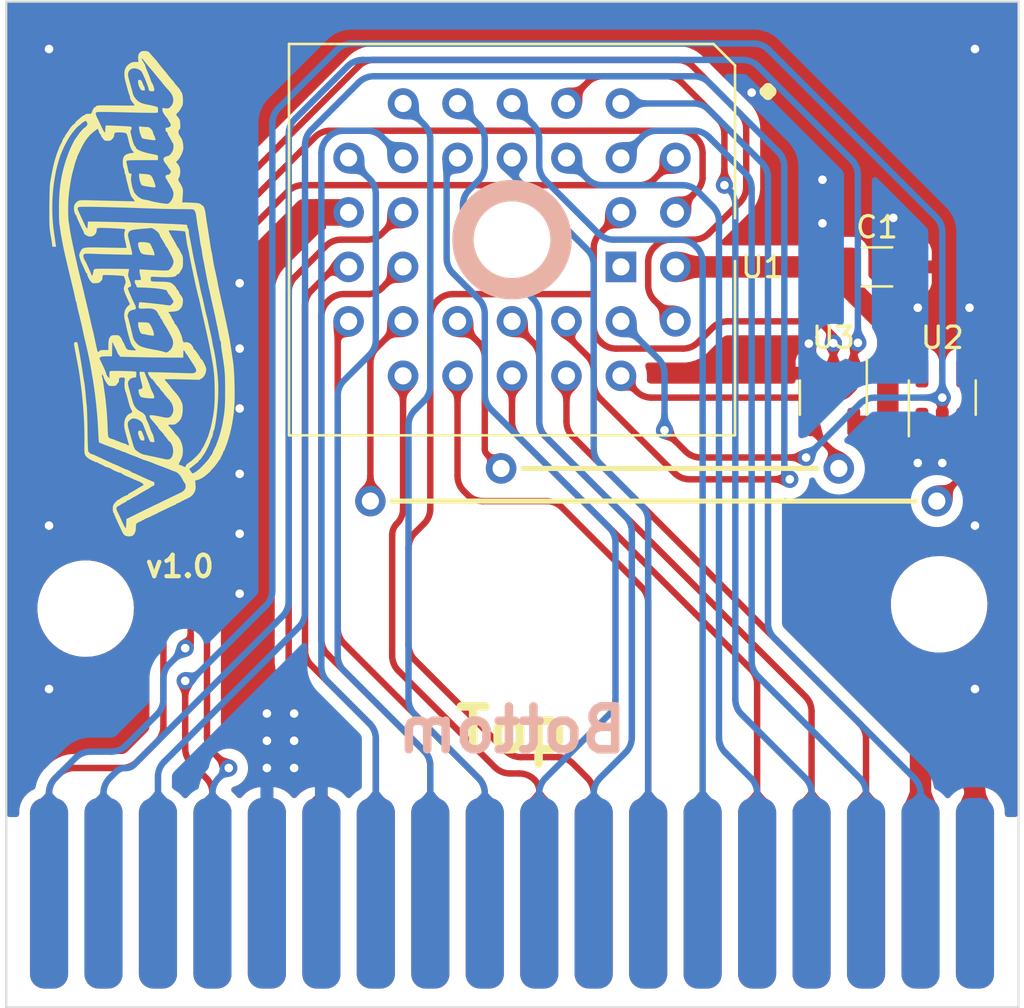
<source format=kicad_pcb>
(kicad_pcb (version 20220427) (generator pcbnew)
  (layers (0 "F.Cu" signal) (31 "B.Cu" signal) (34 "B.Paste" user) (35 "F.Paste" user) (36 "B.SilkS" user "B.Silkscreen") (37 "F.SilkS" user "F.Silkscreen") (38 "B.Mask" user) (39 "F.Mask" user) (44 "Edge.Cuts" user))
  (net 0 "")
  (net 1 "GND")
  (net 2 "+5V")
  (net 3 "/V-A7")
  (net 4 "/V-A6")
  (net 5 "/V-A8")
  (net 6 "/V-A5")
  (net 7 "/V-A9")
  (net 8 "/V-A4")
  (net 9 "/V-A11")
  (net 10 "/V-A3")
  (net 11 "/V-A2")
  (net 12 "/V-A10")
  (net 13 "/V-A1")
  (net 14 "/V-CE")
  (net 15 "/V-A0")
  (net 16 "/V-D7")
  (net 17 "/V-D0")
  (net 18 "/V-D6")
  (net 19 "/V-D1")
  (net 20 "/V-D5")
  (net 21 "/V-D2")
  (net 22 "/V-D4")
  (net 23 "/V-D3")
  (net 24 "/V-A12")
  (net 25 "/V-A13")
  (net 27 "/V-A14")
  (net 30 "/V-RW")
  (net 31 "/PB6")
  (net 32 "/IRQ")
  (net 34 "Net-(U1-Pad22)")
  (net 35 "Net-(U1-Pad24)")
  (footprint "" (layer "F.Cu") (at 150.876 96.012)
    (fp_text reference "")
    (fp_text value "")
  )
  (footprint "Package_LCC:PLCC-32_THT-Socket" (layer "F.Cu") (at 162.56 85.09 -90)
    (fp_text reference "U1")
    (fp_text value "SST39SF020")
  )
  (footprint "vectrex:EDGE-CONNECTOR" (layer "F.Cu") (at 153.67 114.3 180)
    (fp_text reference "CON3" hide)
    (fp_text value "EDGE-CONNECTOR" hide)
  )
  (footprint "" (layer "F.Cu") (at 177.398 100.8256 -90)
    (fp_text reference "@HOLE1" hide)
    (fp_text value "")
  )
  (footprint "" (layer "F.Cu") (at 177.292 96.012)
    (fp_text reference "")
    (fp_text value "")
  )
  (footprint "Package_TO_SOT_SMD:SOT-23-5" (layer "F.Cu") (at 177.546 91.186 90)
    (fp_text reference "U2")
    (fp_text value "74AHC1G04")
  )
  (footprint "Package_TO_SOT_SMD:SOT-23-5" (layer "F.Cu") (at 172.466 91.186 -90)
    (fp_text reference "U3")
    (fp_text value "74AHC1G08")
  )
  (footprint "" (layer "F.Cu") (at 157.498 100.7256 -90)
    (fp_text reference "@HOLE0" hide)
    (fp_text value "")
  )
  (footprint "" (layer "F.Cu") (at 137.598 101.0256 -90)
    (fp_text reference "@HOLE2" hide)
    (fp_text value "")
  )
  (footprint "Capacitor_SMD:C_1206_3216Metric" (layer "F.Cu") (at 174.498 85.09)
    (fp_text reference "C1")
    (fp_text value "100n")
  )
  (footprint "" (layer "F.Cu") (at 156.972 94.488)
    (fp_text reference "")
    (fp_text value "")
  )
  (footprint "" (layer "F.Cu") (at 172.72 94.488)
    (fp_text reference "")
    (fp_text value "")
  )
  (gr_circle (center 157.48 83.82) (end 159.766 83.82) (stroke (width 1)) (fill none) (layer "B.SilkS"))
  (gr_poly (pts (xy 135.903935 82.171823) (xy 135.916436 81.543967) (xy 135.925986 81.315813) (xy 135.937272 81.186514) (xy 135.973504 80.981194) (xy 136.006726 80.800123) (xy 136.037632 80.640005) (xy 136.066918 80.49754) (xy 136.095278 80.369428) (xy 136.123407 80.25237) (xy 136.151998 80.143069) (xy 136.181747 80.038223) (xy 136.216826 79.927055) (xy 136.255869 79.811921) (xy 136.296822 79.698119) (xy 136.337631 79.590945) (xy 136.37624 79.495693) (xy 136.410595 79.41766) (xy 136.425536 79.386755) (xy 136.438642 79.362141) (xy 136.449657 79.344479) (xy 136.458325 79.334433) (xy 136.459883 79.332532) (xy 136.461759 79.329648) (xy 136.466351 79.321159) (xy 136.471868 79.309429) (xy 136.47808 79.294921) (xy 136.484756 79.278097) (xy 136.491662 79.259422) (xy 136.498569 79.239357) (xy 136.505244 79.218367) (xy 136.509117 79.207586) (xy 136.513304 79.196596) (xy 136.517773 79.185475) (xy 136.522492 79.174303) (xy 136.527428 79.163161) (xy 136.532548 79.152127) (xy 136.53782 79.141281) (xy 136.543212 79.130702) (xy 136.548691 79.120471) (xy 136.554223 79.110667) (xy 136.559778 79.101369) (xy 136.565321 79.092657) (xy 136.570822 79.084611) (xy 136.576246 79.077309) (xy 136.581561 79.070833) (xy 136.586736 79.065261) (xy 136.591305 79.060089) (xy 136.595736 79.054786) (xy 136.600008 79.049396) (xy 136.604099 79.043963) (xy 136.607988 79.03853) (xy 136.611652 79.03314) (xy 136.615071 79.027837) (xy 136.618221 79.022664) (xy 136.621083 79.017665) (xy 136.623633 79.012883) (xy 136.625851 79.008361) (xy 136.627714 79.004144) (xy 136.6292 79.000273) (xy 136.630289 78.996793) (xy 136.630958 78.993747) (xy 136.631129 78.992401) (xy 136.631186 78.991179) (xy 136.631614 78.988298) (xy 136.63287 78.984335) (xy 136.634914 78.979366) (xy 136.637707 78.973468) (xy 136.645381 78.959187) (xy 136.655572 78.942098) (xy 136.667963 78.92281) (xy 136.682234 78.901931) (xy 136.698069 78.880068) (xy 136.715147 78.857829) (xy 136.733113 78.833873) (xy 136.751456 78.808788) (xy 136.769625 78.783297) (xy 136.78707 78.758125) (xy 136.803242 78.733995) (xy 136.817591 78.71163) (xy 136.829566 78.691753) (xy 136.834493 78.682975) (xy 136.838619 78.675089) (xy 136.84942 78.656769) (xy 136.862171 78.637218) (xy 136.876564 78.616771) (xy 136.892291 78.595759) (xy 136.909046 78.574515) (xy 136.926521 78.553373) (xy 136.944408 78.532665) (xy 136.9624 78.512724) (xy 136.98019 78.493882) (xy 136.997469 78.476473) (xy 137.013931 78.460829) (xy 137.029268 78.447283) (xy 137.043173 78.436169) (xy 137.055337 78.427817) (xy 137.060671 78.424782) (xy 137.065454 78.422562) (xy 137.069649 78.4212) (xy 137.073217 78.420737) (xy 137.074598 78.420694) (xy 137.075963 78.420566) (xy 137.077311 78.420356) (xy 137.078638 78.420066) (xy 137.079943 78.419699) (xy 137.081226 78.419256) (xy 137.082482 78.418739) (xy 137.083712 78.418152) (xy 137.084913 78.417496) (xy 137.086082 78.416773) (xy 137.08722 78.415986) (xy 137.088323 78.415137) (xy 137.08939 78.414229) (xy 137.090418 78.413263) (xy 137.091408 78.412242) (xy 137.092355 78.411168) (xy 137.093259 78.410043) (xy 137.094118 78.40887) (xy 137.09493 78.407651) (xy 137.095693 78.406388) (xy 137.096405 78.405084) (xy 137.097065 78.40374) (xy 137.09767 78.402359) (xy 137.09822 78.400943) (xy 137.098712 78.399495) (xy 137.099144 78.398016) (xy 137.099514 78.39651) (xy 137.099821 78.394978) (xy 137.100063 78.393422) (xy 137.100238 78.391845) (xy 137.100345 78.390249) (xy 137.100381 78.388636) (xy 137.100531 78.386669) (xy 137.100979 78.384478) (xy 137.102734 78.379457) (xy 137.10559 78.373632) (xy 137.109487 78.367065) (xy 137.114368 78.359819) (xy 137.120175 78.351954) (xy 137.12685 78.343533) (xy 137.134336 78.334615) (xy 137.142573 78.325264) (xy 137.151506 78.31554) (xy 137.161075 78.305505) (xy 137.171223 78.29522) (xy 137.193023 78.274149) (xy 137.216444 78.252816) (xy 137.242142 78.231633) (xy 137.268766 78.209292) (xy 137.322013 78.163915) (xy 137.37063 78.122242) (xy 137.409061 78.089831) (xy 137.416547 78.083412) (xy 137.424148 78.077146) (xy 137.431807 78.071068) (xy 137.439466 78.065214) (xy 137.447068 78.059621) (xy 137.454553 78.054324) (xy 137.461865 78.04936) (xy 137.468945 78.044764) (xy 137.475736 78.040574) (xy 137.48218 78.036825) (xy 137.488219 78.033554) (xy 137.493794 78.030797) (xy 137.498849 78.028589) (xy 137.503325 78.026967) (xy 137.507164 78.025967) (xy 137.508827 78.025712) (xy 137.510309 78.025626) (xy 137.511733 78.025576) (xy 137.513226 78.025427) (xy 137.5164 78.024845) (xy 137.519798 78.023901) (xy 137.523389 78.022616) (xy 137.527138 78.021014) (xy 137.531014 78.019115) (xy 137.534984 78.016941) (xy 137.539015 78.014513) (xy 137.543076 78.011855) (xy 137.547133 78.008986) (xy 137.551154 78.005929) (xy 137.555106 78.002706) (xy 137.558956 77.999338) (xy 137.562673 77.995848) (xy 137.566224 77.992256) (xy 137.569575 77.988584) (xy 137.573684 77.984099) (xy 137.578599 77.979903) (xy 137.584318 77.975996) (xy 137.590835 77.972379) (xy 137.598149 77.969051) (xy 137.606255 77.966013) (xy 137.615149 77.963264) (xy 137.624829 77.960804) (xy 137.63529 77.958634) (xy 137.646528 77.956753) (xy 137.658541 77.955161) (xy 137.671324 77.953859) (xy 137.684874 77.952846) (xy 137.699187 77.952123) (xy 137.71426 77.951688) (xy 137.730089 77.951544) (xy 137.751913 77.951497) (xy 137.771216 77.951283) (xy 137.788196 77.950795) (xy 137.803053 77.949923) (xy 137.809748 77.949309) (xy 137.815986 77.948559) (xy 137.821793 77.947659) (xy 137.827193 77.946595) (xy 137.832212 77.945353) (xy 137.836874 77.943921) (xy 137.841204 77.942285) (xy 137.845227 77.94043) (xy 137.848968 77.938344) (xy 137.852451 77.936013) (xy 137.855702 77.933424) (xy 137.858746 77.930562) (xy 137.861607 77.927414) (xy 137.86431 77.923967) (xy 137.86688 77.920208) (xy 137.869342 77.916121) (xy 137.871721 77.911695) (xy 137.874042 77.906915) (xy 137.878608 77.89624) (xy 137.883238 77.883988) (xy 137.888133 77.870051) (xy 137.897663 77.845036) (xy 137.906837 77.821805) (xy 137.915708 77.800289) (xy 137.924326 77.780418) (xy 137.932741 77.762124) (xy 137.941005 77.745339) (xy 137.949167 77.729994) (xy 137.957278 77.71602) (xy 137.96133 77.709525) (xy 137.965389 77.703348) (xy 137.969461 77.697479) (xy 137.973551 77.691909) (xy 137.977667 77.686631) (xy 137.981814 77.681635) (xy 137.986 77.676914) (xy 137.990229 77.672458) (xy 137.99451 77.668258) (xy 137.998847 77.664307) (xy 138.003248 77.660596) (xy 138.007718 77.657115) (xy 138.012264 77.653857) (xy 138.016893 77.650813) (xy 138.02161 77.647974) (xy 138.026422 77.645332) (xy 138.031596 77.642414) (xy 138.036903 77.639236) (xy 138.042304 77.635826) (xy 138.04776 77.632213) (xy 138.05323 77.628427) (xy 138.058675 77.624496) (xy 138.064054 77.620449) (xy 138.069329 77.616316) (xy 138.074459 77.612124) (xy 138.079405 77.607904) (xy 138.084126 77.603684) (xy 138.088583 77.599492) (xy 138.092736 77.595359) (xy 138.096546 77.591312) (xy 138.099972 77.587381) (xy 138.102975 77.583595) (xy 138.108669 77.578354) (xy 138.117855 77.573727) (xy 138.149316 77.566232) (xy 138.202597 77.560936) (xy 138.282936 77.557666) (xy 138.39557 77.556248) (xy 138.545739 77.556509) (xy 138.979627 77.561372) (xy 139.311845 77.565577) (xy 139.588963 77.567235) (xy 139.781811 77.566579) (xy 139.837518 77.565455) (xy 139.861219 77.563839) (xy 139.863187 77.563058) (xy 139.864923 77.562102) (xy 139.866428 77.560972) (xy 139.867702 77.559667) (xy 139.868743 77.558187) (xy 139.869554 77.556531) (xy 139.870133 77.554698) (xy 139.87048 77.552688) (xy 139.870596 77.550502) (xy 139.87048 77.548137) (xy 139.869554 77.542873) (xy 139.867702 77.536893) (xy 139.864924 77.530194) (xy 139.861219 77.52277) (xy 139.856589 77.51462) (xy 139.851033 77.505739) (xy 139.844551 77.496123) (xy 139.837142 77.48577) (xy 139.828808 77.474675) (xy 139.819547 77.462834) (xy 139.809361 77.450245) (xy 139.790688 77.426849) (xy 139.773535 77.404763) (xy 139.757857 77.383907) (xy 139.743612 77.364201) (xy 139.730756 77.345565) (xy 139.719246 77.327921) (xy 139.709037 77.311189) (xy 139.700088 77.295288) (xy 139.692354 77.28014) (xy 139.685792 77.265665) (xy 139.680359 77.251782) (xy 139.676011 77.238414) (xy 139.672705 77.225479) (xy 139.670397 77.212899) (xy 139.669044 77.200594) (xy 139.668603 77.188484) (xy 139.668488 77.182791) (xy 139.668149 77.176851) (xy 139.667593 77.170709) (xy 139.666828 77.164407) (xy 139.665859 77.15799) (xy 139.664696 77.151501) (xy 139.663344 77.144982) (xy 139.661812 77.138478) (xy 139.660105 77.132032) (xy 139.658233 77.125688) (xy 139.656201 77.119488) (xy 139.654017 77.113476) (xy 139.651689 77.107695) (xy 139.649223 77.10219) (xy 139.646627 77.097002) (xy 139.643908 77.092177) (xy 139.633514 77.069151) (xy 139.619098 77.028357) (xy 139.578776 76.896473) (xy 139.524101 76.702544) (xy 139.45623 76.452589) (xy 139.439708 76.384927) (xy 139.426259 76.31991) (xy 139.415893 76.257519) (xy 139.408616 76.197735) (xy 139.404436 76.140542) (xy 139.403359 76.085921) (xy 139.405393 76.033853) (xy 139.407579 76.008772) (xy 139.410546 75.984322) (xy 139.414293 75.960501) (xy 139.418823 75.937308) (xy 139.424137 75.914739) (xy 139.430234 75.892793) (xy 139.437116 75.871468) (xy 139.444784 75.85076) (xy 139.453239 75.830669) (xy 139.462481 75.811191) (xy 139.472512 75.792324) (xy 139.483333 75.774066) (xy 139.494944 75.756416) (xy 139.507346 75.739369) (xy 139.520541 75.722925) (xy 139.534528 75.707081) (xy 139.54931 75.691835) (xy 139.564886 75.677185) (xy 139.587574 75.656829) (xy 139.609452 75.63831) (xy 139.630693 75.621557) (xy 139.651471 75.606497) (xy 139.67196 75.593057) (xy 139.692333 75.581166) (xy 139.712763 75.57075) (xy 139.733426 75.561738) (xy 139.754493 75.554057) (xy 139.776139 75.547635) (xy 139.798538 75.5424) (xy 139.821863 75.538278) (xy 139.846287 75.535199) (xy 139.871984 75.533089) (xy 139.899129 75.531876) (xy 139.927894 75.531487) (xy 140.058775 75.531487) (xy 140.046428 75.388259) (xy 140.044567 75.364314) (xy 140.04361 75.3411) (xy 140.043548 75.318624) (xy 140.044373 75.296895) (xy 140.046077 75.27592) (xy 140.048652 75.255707) (xy 140.05209 75.236264) (xy 140.056383 75.217598) (xy 140.061522 75.199717) (xy 140.067499 75.182628) (xy 140.074306 75.16634) (xy 140.081936 75.15086) (xy 140.090379 75.136196) (xy 140.099628 75.122355) (xy 140.109675 75.109345) (xy 140.120511 75.097174) (xy 140.132128 75.085849) (xy 140.144519 75.075379) (xy 140.157675 75.06577) (xy 140.171588 75.057031) (xy 140.186249 75.049169) (xy 140.201652 75.042192) (xy 140.217786 75.036107) (xy 140.234645 75.030923) (xy 140.252221 75.026646) (xy 140.270504 75.023286) (xy 140.289487 75.020848) (xy 140.309163 75.019342) (xy 140.329522 75.018774) (xy 140.350556 75.019153) (xy 140.372258 75.020486) (xy 140.394619 75.02278) (xy 140.411647 75.024754) (xy 140.427585 75.026992) (xy 140.442504 75.029526) (xy 140.456471 75.032389) (xy 140.469556 75.035614) (xy 140.481826 75.039233) (xy 140.493352 75.043279) (xy 140.504201 75.047785) (xy 140.509393 75.05022) (xy 140.514442 75.052782) (xy 140.519357 75.055475) (xy 140.524145 75.058304) (xy 140.528815 75.061272) (xy 140.533377 75.064383) (xy 140.537838 75.067641) (xy 140.542207 75.071051) (xy 140.550705 75.078342) (xy 140.558939 75.086288) (xy 140.566977 75.09492) (xy 140.574889 75.104273) (xy 140.589787 75.122061) (xy 140.609808 75.145174) (xy 140.661628 75.203669) (xy 140.787261 75.343809) (xy 140.818394 75.37815) (xy 140.848341 75.412028) (xy 140.876378 75.444517) (xy 140.901781 75.47469) (xy 140.923828 75.501623) (xy 140.941794 75.524388) (xy 140.954956 75.54206) (xy 140.95951 75.548697) (xy 140.962591 75.553713) (xy 140.98075 75.579107) (xy 141.013871 75.622124) (xy 141.10798 75.739847) (xy 141.210886 75.864516) (xy 141.255003 75.916215) (xy 141.288558 75.953762) (xy 141.333317 76.00809) (xy 141.347183 76.025144) (xy 141.361136 76.042662) (xy 141.374685 76.06018) (xy 141.387335 76.077234) (xy 141.417601 76.117642) (xy 141.453509 76.163433) (xy 141.493295 76.212581) (xy 141.535194 76.26306) (xy 141.57744 76.312845) (xy 141.618268 76.359909) (xy 141.655912 76.402228) (xy 141.688608 76.437775) (xy 141.694102 76.443816) (xy 141.69945 76.449875) (xy 141.704626 76.455913) (xy 141.709598 76.461889) (xy 141.714339 76.467764) (xy 141.71882 76.473498) (xy 141.723011 76.479052) (xy 141.726885 76.484384) (xy 141.73041 76.489456) (xy 141.73356 76.494228) (xy 141.736304 76.49866) (xy 141.738614 76.502712) (xy 141.740462 76.506345) (xy 141.741817 76.509518) (xy 141.742301 76.510919) (xy 141.742652 76.512191) (xy 141.742864 76.513329) (xy 141.742936 76.514326) (xy 141.743535 76.51721) (xy 141.745295 76.52119) (xy 141.748161 76.526204) (xy 141.752081 76.532191) (xy 141.76286 76.546839) (xy 141.777199 76.564641) (xy 141.794664 76.585105) (xy 141.81482 76.60774) (xy 141.837233 76.632054) (xy 141.861469 76.657554) (xy 141.885672 76.683358) (xy 141.9097 76.710261) (xy 141.932919 76.737512) (xy 141.954691 76.764357) (xy 141.974379 76.790046) (xy 141.983242 76.802221) (xy 141.991347 76.813824) (xy 141.998611 76.824762) (xy 142.004957 76.83494) (xy 142.010305 76.844264) (xy 142.014575 76.852641) (xy 142.022065 76.867395) (xy 142.029584 76.881772) (xy 142.03693 76.895397) (xy 142.043899 76.907894) (xy 142.05029 76.918886) (xy 142.055899 76.927997) (xy 142.058347 76.931729) (xy 142.060525 76.934851) (xy 142.062405 76.937313) (xy 142.063963 76.939071) (xy 142.070546 76.946253) (xy 142.076861 76.955668) (xy 142.088658 76.980636) (xy 142.099298 77.012854) (xy 142.108722 77.051199) (xy 142.116873 77.09455) (xy 142.123693 77.141787) (xy 142.129124 77.191787) (xy 142.133108 77.243429) (xy 142.135587 77.295593) (xy 142.136503 77.347156) (xy 142.135799 77.396997) (xy 142.133417 77.443994) (xy 142.129298 77.487028) (xy 142.123385 77.524975) (xy 142.115619 77.556715) (xy 142.111024 77.569906) (xy 142.105944 77.581126) (xy 142.068743 77.648707) (xy 142.051928 77.678555) (xy 142.036144 77.705986) (xy 142.021271 77.731161) (xy 142.007191 77.754237) (xy 141.993783 77.775374) (xy 141.980929 77.794732) (xy 141.968508 77.812469) (xy 141.956403 77.828745) (xy 141.944493 77.843719) (xy 141.932659 77.857549) (xy 141.920781 77.870396) (xy 141.908741 77.882418) (xy 141.896418 77.893774) (xy 141.883694 77.904624) (xy 141.871909 77.914746) (xy 141.861532 77.923906) (xy 141.852521 77.932241) (xy 141.844839 77.93989) (xy 141.841483 77.943499) (xy 141.838444 77.946988) (xy 141.835717 77.950374) (xy 141.833297 77.953674) (xy 141.831179 77.956905) (xy 141.829358 77.960085) (xy 141.82783 77.963231) (xy 141.826588 77.966359) (xy 141.825629 77.969487) (xy 141.824946 77.972632) (xy 141.824536 77.975812) (xy 141.824394 77.979044) (xy 141.824513 77.982344) (xy 141.82489 77.98573) (xy 141.825519 77.989219) (xy 141.826395 77.992828) (xy 141.827514 77.996575) (xy 141.82887 78.000477) (xy 141.830459 78.00455) (xy 141.832275 78.008812) (xy 141.836569 78.017973) (xy 141.841714 78.028096) (xy 141.845094 78.034165) (xy 141.848727 78.040302) (xy 141.852577 78.046462) (xy 141.856607 78.052596) (xy 141.860783 78.058658) (xy 141.865067 78.064601) (xy 141.869424 78.070377) (xy 141.873816 78.07594) (xy 141.878209 78.081242) (xy 141.882565 78.086237) (xy 141.88685 78.090878) (xy 141.891025 78.095117) (xy 141.895056 78.098907) (xy 141.898906 78.102202) (xy 141.902539 78.104954) (xy 141.905919 78.107117) (xy 141.909563 78.109138) (xy 141.913077 78.111478) (xy 141.916446 78.114106) (xy 141.919655 78.116996) (xy 141.922692 78.120116) (xy 141.92554 78.12344) (xy 141.928185 78.126936) (xy 141.930614 78.130578) (xy 141.932811 78.134335) (xy 141.934762 78.138179) (xy 141.936452 78.142081) (xy 141.937868 78.146012) (xy 141.938994 78.149942) (xy 141.939816 78.153844) (xy 141.94032 78.157688) (xy 141.940491 78.161445) (xy 141.940527 78.163073) (xy 141.940634 78.164711) (xy 141.940811 78.166358) (xy 141.941056 78.16801) (xy 141.941368 78.169663) (xy 141.941745 78.171316) (xy 141.942186 78.172963) (xy 141.942691 78.174603) (xy 141.943257 78.176232) (xy 141.943883 78.177847) (xy 141.944568 78.179445) (xy 141.94531 78.181023) (xy 141.946108 78.182577) (xy 141.946961 78.184104) (xy 141.947868 78.185602) (xy 141.948826 78.187066) (xy 141.949835 78.188495) (xy 141.950893 78.189884) (xy 141.951999 78.19123) (xy 141.953152 78.192531) (xy 141.95435 78.193783) (xy 141.955592 78.194983) (xy 141.956877 78.196128) (xy 141.958202 78.197214) (xy 141.959567 78.198239) (xy 141.960971 78.1992) (xy 141.962412 78.200092) (xy 141.963888 78.200914) (xy 141.965399 78.201661) (xy 141.966943 78.202331) (xy 141.968519 78.202921) (xy 141.970125 78.203427) (xy 141.973336 78.205705) (xy 141.976482 78.209731) (xy 141.979555 78.215456) (xy 141.982549 78.222835) (xy 141.985456 78.23182) (xy 141.988269 78.242364) (xy 141.993584 78.267941) (xy 141.998436 78.299189) (xy 142.002767 78.335734) (xy 142.00652 78.377199) (xy 142.009635 78.423206) (xy 142.010877 78.453327) (xy 142.011811 78.480819) (xy 142.012419 78.505829) (xy 142.012684 78.528505) (xy 142.012587 78.548997) (xy 142.01211 78.567452) (xy 142.011235 78.584019) (xy 142.009945 78.598846) (xy 142.00822 78.612081) (xy 142.007189 78.618148) (xy 142.006043 78.623873) (xy 142.004779 78.629274) (xy 142.003395 78.63437) (xy 142.00189 78.639179) (xy 142.00026 78.64372) (xy 141.998503 78.648012) (xy 141.996618 78.652072) (xy 141.994601 78.655921) (xy 141.992451 78.659575) (xy 141.990166 78.663053) (xy 141.987742 78.666375) (xy 141.985178 78.669558) (xy 141.982472 78.672622) (xy 141.966211 78.689947) (xy 141.952631 78.707743) (xy 141.946852 78.716856) (xy 141.94175 78.726132) (xy 141.937326 78.735588) (xy 141.933585 78.745238) (xy 141.930527 78.755097) (xy 141.928154 78.765182) (xy 141.92647 78.775508) (xy 141.925477 78.786089) (xy 141.925176 78.796942) (xy 141.92557 78.808081) (xy 141.926662 78.819523) (xy 141.928453 78.831282) (xy 141.934142 78.855814) (xy 141.942657 78.881799) (xy 141.954015 78.909362) (xy 141.968234 78.938625) (xy 141.985333 78.969712) (xy 142.005329 79.002744) (xy 142.028241 79.037846) (xy 142.054086 79.075139) (xy 142.067673 79.096981) (xy 142.080594 79.123236) (xy 142.092763 79.15334) (xy 142.104092 79.186728) (xy 142.114496 79.222836) (xy 142.123886 79.2611) (xy 142.132177 79.300956) (xy 142.139282 79.34184) (xy 142.145113 79.383186) (xy 142.149584 79.424431) (xy 142.152608 79.46501) (xy 142.154098 79.50436) (xy 142.153968 79.541915) (xy 142.152131 79.577112) (xy 142.148499 79.609386) (xy 142.142986 79.638172) (xy 142.134028 79.670816) (xy 142.123877 79.703811) (xy 142.112611 79.736986) (xy 142.100311 79.770172) (xy 142.087055 79.8032) (xy 142.072925 79.835897) (xy 142.057999 79.868096) (xy 142.042356 79.899626) (xy 142.026077 79.930316) (xy 142.00924 79.959997) (xy 141.991926 79.988499) (xy 141.974215 80.015651) (xy 141.956185 80.041284) (xy 141.937916 80.065228) (xy 141.919488 80.087313) (xy 141.90098 80.107368) (xy 141.81208 80.203676) (xy 141.871347 80.267881) (xy 141.890535 80.290341) (xy 141.908283 80.313286) (xy 141.924598 80.336737) (xy 141.939488 80.360717) (xy 141.95296 80.385246) (xy 141.965022 80.410347) (xy 141.97568 80.436041) (xy 141.984941 80.46235) (xy 141.992814 80.489296) (xy 141.999304 80.5169) (xy 142.004421 80.545184) (xy 142.008169 80.57417) (xy 142.010558 80.603879) (xy 142.011594 80.634334) (xy 142.011284 80.665555) (xy 142.009635 80.697565) (xy 142.00802 80.713955) (xy 142.005975 80.730638) (xy 142.003531 80.747501) (xy 142.000722 80.764433) (xy 141.997581 80.781322) (xy 141.994139 80.798055) (xy 141.990429 80.814521) (xy 141.986485 80.830606) (xy 141.982337 80.8462) (xy 141.97802 80.86119) (xy 141.973565 80.875463) (xy 141.969006 80.888908) (xy 141.964374 80.901413) (xy 141.959702 80.912865) (xy 141.955023 80.923152) (xy 141.950369 80.932162) (xy 141.942556 80.945281) (xy 141.935789 80.957011) (xy 141.93007 80.967583) (xy 141.925405 80.977229) (xy 141.921795 80.986181) (xy 141.920388 80.990469) (xy 141.919245 80.99467) (xy 141.918369 80.998813) (xy 141.917759 81.002927) (xy 141.917416 81.007041) (xy 141.91734 81.011184) (xy 141.917532 81.015385) (xy 141.917992 81.019673) (xy 141.918721 81.024076) (xy 141.919718 81.028624) (xy 141.920985 81.033346) (xy 141.922522 81.038271) (xy 141.926408 81.048843) (xy 141.931379 81.060573) (xy 141.937439 81.073692) (xy 141.952839 81.105024) (xy 141.963093 81.124171) (xy 141.973289 81.142451) (xy 141.983138 81.159457) (xy 141.99235 81.174785) (xy 142.000636 81.188029) (xy 142.007706 81.198785) (xy 142.010696 81.203103) (xy 142.013272 81.206647) (xy 142.015401 81.209366) (xy 142.017044 81.211209) (xy 142.018689 81.213167) (xy 142.020826 81.216221) (xy 142.026459 81.22537) (xy 142.033713 81.238166) (xy 142.042356 81.254116) (xy 142.062883 81.293511) (xy 142.086188 81.33962) (xy 142.102683 81.375972) (xy 142.109477 81.392768) (xy 142.115359 81.409112) (xy 142.120372 81.425354) (xy 142.124561 81.441846) (xy 142.127969 81.458939) (xy 142.130638 81.476983) (xy 142.132614 81.496329) (xy 142.133938 81.517329) (xy 142.134654 81.540332) (xy 142.134806 81.56569) (xy 142.13359 81.624875) (xy 142.130638 81.69769) (xy 142.124735 81.797355) (xy 142.1186 81.88938) (xy 142.112928 81.963348) (xy 142.110482 81.990304) (xy 142.108413 82.008839) (xy 142.101005 82.080454) (xy 142.409686 82.090331) (xy 142.487095 82.093123) (xy 142.55668 82.095994) (xy 142.618951 82.099024) (xy 142.674418 82.102293) (xy 142.72359 82.10588) (xy 142.766979 82.109865) (xy 142.805093 82.114328) (xy 142.822332 82.116763) (xy 142.838443 82.119347) (xy 142.853491 82.122091) (xy 142.867539 82.125004) (xy 142.880651 82.128095) (xy 142.892891 82.131376) (xy 142.904323 82.134856) (xy 142.91501 82.138544) (xy 142.925016 82.142452) (xy 142.934404 82.146588) (xy 142.943239 82.150963) (xy 142.951585 82.155587) (xy 142.959504 82.160469) (xy 142.967062 82.16562) (xy 142.974321 82.171049) (xy 142.981345 82.176767) (xy 142.994944 82.189108) (xy 143.001014 82.195064) (xy 143.007152 82.200872) (xy 143.013311 82.206499) (xy 143.019446 82.211912) (xy 143.025508 82.21708) (xy 143.03145 82.221969) (xy 143.037227 82.226547) (xy 143.042789 82.230781) (xy 143.048092 82.234639) (xy 143.053087 82.238088) (xy 143.057727 82.241096) (xy 143.061966 82.24363) (xy 143.065757 82.245657) (xy 143.069051 82.247146) (xy 143.070498 82.247678) (xy 143.071804 82.248063) (xy 143.072962 82.248297) (xy 143.073966 82.248376) (xy 143.077075 82.248947) (xy 143.08037 82.250631) (xy 143.087457 82.257154) (xy 143.095101 82.267584) (xy 143.103175 82.281559) (xy 143.111554 82.298717) (xy 143.120109 82.318697) (xy 143.128716 82.341137) (xy 143.137246 82.365674) (xy 143.145574 82.391948) (xy 143.153572 82.419597) (xy 143.161115 82.448259) (xy 143.168075 82.477571) (xy 143.174327 82.507173) (xy 143.179743 82.536703) (xy 143.184196 82.565798) (xy 143.187561 82.594098) (xy 143.209477 82.751216) (xy 143.236949 82.93982) (xy 143.320911 83.459638) (xy 143.397464 83.964639) (xy 143.407939 84.035549) (xy 143.418763 84.104549) (xy 143.429586 84.16996) (xy 143.440062 84.230105) (xy 143.449843 84.283304) (xy 143.458582 84.327879) (xy 143.465933 84.362152) (xy 143.471547 84.384445) (xy 143.476828 84.404239) (xy 143.483238 84.433062) (xy 143.498402 84.512239) (xy 143.514955 84.610862) (xy 143.530814 84.71782) (xy 143.539539 84.77646) (xy 143.550608 84.843376) (xy 143.578042 84.992545) (xy 143.609643 85.146346) (xy 143.625921 85.21905) (xy 143.641938 85.285792) (xy 143.672343 85.419374) (xy 143.701822 85.554344) (xy 143.726671 85.675424) (xy 143.736202 85.72598) (xy 143.743186 85.767334) (xy 143.775829 85.945558) (xy 143.820973 86.167075) (xy 143.882786 86.4511) (xy 143.965436 86.816848) (xy 144.044805 87.172563) (xy 144.137371 87.601205) (xy 144.224843 88.017345) (xy 144.288933 88.335556) (xy 144.316174 88.487967) (xy 144.349434 88.689921) (xy 144.382694 88.902988) (xy 144.409935 89.088736) (xy 144.4371 89.274871) (xy 144.454386 89.387732) (xy 144.471672 89.496195) (xy 144.495681 89.698096) (xy 144.515582 89.955241) (xy 144.530967 90.250412) (xy 144.541434 90.56639) (xy 144.546575 90.885956) (xy 144.545987 91.191892) (xy 144.539264 91.46698) (xy 144.526 91.694) (xy 144.500731 91.933242) (xy 144.467852 92.171645) (xy 144.427854 92.40698) (xy 144.381228 92.637019) (xy 144.328468 92.859534) (xy 144.270065 93.072297) (xy 144.20651 93.273079) (xy 144.172955 93.368282) (xy 144.138297 93.459653) (xy 144.127228 93.487656) (xy 144.116419 93.515601) (xy 144.096625 93.568308) (xy 144.080998 93.611755) (xy 144.075398 93.628125) (xy 144.071622 93.639922) (xy 144.070148 93.644056) (xy 144.068516 93.648107) (xy 144.066738 93.652049) (xy 144.064831 93.655858) (xy 144.062807 93.659507) (xy 144.060683 93.662972) (xy 144.058471 93.666227) (xy 144.056188 93.669247) (xy 144.053846 93.672006) (xy 144.052658 93.67328) (xy 144.051461 93.67448) (xy 144.050257 93.675602) (xy 144.049047 93.676642) (xy 144.047834 93.677599) (xy 144.046619 93.678469) (xy 144.045403 93.679248) (xy 144.04419 93.679933) (xy 144.04298 93.680522) (xy 144.041776 93.68101) (xy 144.040579 93.681396) (xy 144.039391 93.681675) (xy 144.038214 93.681845) (xy 144.037049 93.681903) (xy 144.035899 93.68196) (xy 144.034765 93.68213) (xy 144.033648 93.682409) (xy 144.032549 93.682795) (xy 144.031471 93.683284) (xy 144.030413 93.683872) (xy 144.029379 93.684558) (xy 144.028368 93.685337) (xy 144.026423 93.687163) (xy 144.024591 93.689326) (xy 144.022882 93.691799) (xy 144.021307 93.694559) (xy 144.019876 93.697578) (xy 144.018601 93.700833) (xy 144.017492 93.704298) (xy 144.016561 93.707948) (xy 144.015818 93.711756) (xy 144.015273 93.715698) (xy 144.014939 93.719749) (xy 144.014825 93.723883) (xy 144.014511 93.729021) (xy 144.01359 93.735121) (xy 144.01209 93.742104) (xy 144.01004 93.74989) (xy 144.007469 93.758399) (xy 144.004407 93.767552) (xy 143.996921 93.787471) (xy 143.987815 93.809011) (xy 143.97732 93.831535) (xy 143.965667 93.854407) (xy 143.953089 93.876989) (xy 143.946698 93.887655) (xy 143.94051 93.898307) (xy 143.934553 93.908872) (xy 143.928857 93.919278) (xy 143.918362 93.939323) (xy 143.909256 93.957863) (xy 143.905296 93.966388) (xy 143.90177 93.974319) (xy 143.898708 93.981586) (xy 143.896137 93.988114) (xy 143.894087 93.993831) (xy 143.892587 93.998667) (xy 143.891666 94.002547) (xy 143.891352 94.0054) (xy 143.891153 94.007912) (xy 143.890566 94.010797) (xy 143.88961 94.014022) (xy 143.888304 94.017554) (xy 143.886665 94.021361) (xy 143.884711 94.025411) (xy 143.88246 94.02967) (xy 143.879931 94.034107) (xy 143.877141 94.038689) (xy 143.874109 94.043382) (xy 143.870853 94.048155) (xy 143.867391 94.052975) (xy 143.86374 94.05781) (xy 143.85992 94.062626) (xy 143.855947 94.067392) (xy 143.851841 94.072075) (xy 143.842783 94.082951) (xy 143.830774 94.098429) (xy 143.816333 94.117784) (xy 143.799983 94.140293) (xy 143.763636 94.191881) (xy 143.725899 94.247405) (xy 143.705994 94.27631) (xy 143.683803 94.306865) (xy 143.660049 94.338172) (xy 143.635456 94.369334) (xy 143.610747 94.399455) (xy 143.586646 94.427636) (xy 143.563876 94.452982) (xy 143.54316 94.474594) (xy 143.533126 94.484278) (xy 143.523424 94.493843) (xy 143.514099 94.503227) (xy 143.505193 94.512369) (xy 143.49675 94.521207) (xy 143.488814 94.529679) (xy 143.481427 94.537725) (xy 143.474634 94.545282) (xy 143.468477 94.55229) (xy 143.463 94.558686) (xy 143.458247 94.564409) (xy 143.454261 94.569398) (xy 143.451085 94.573591) (xy 143.448762 94.576927) (xy 143.447337 94.579344) (xy 143.446974 94.580188) (xy 143.446852 94.58078) (xy 143.446196 94.583601) (xy 143.444268 94.587397) (xy 143.436825 94.59771) (xy 143.424991 94.611307) (xy 143.409232 94.627777) (xy 143.367806 94.667684) (xy 143.31628 94.71413) (xy 143.258388 94.763818) (xy 143.197863 94.813448) (xy 143.138437 94.859721) (xy 143.083844 94.899339) (xy 143.069077 94.909109) (xy 143.053564 94.918925) (xy 143.020796 94.938425) (xy 142.986523 94.957289) (xy 142.951729 94.974965) (xy 142.917398 94.990906) (xy 142.900714 94.998053) (xy 142.884514 95.00456) (xy 142.868922 95.010358) (xy 142.85406 95.015378) (xy 142.840053 95.019552) (xy 142.827022 95.022811) (xy 142.706019 95.052444) (xy 142.720836 95.240122) (xy 142.723981 95.279981) (xy 142.725968 95.317297) (xy 142.726739 95.352305) (xy 142.726238 95.38524) (xy 142.724405 95.416338) (xy 142.721183 95.445833) (xy 142.716514 95.473961) (xy 142.71034 95.500957) (xy 142.702604 95.527056) (xy 142.693247 95.552492) (xy 142.682212 95.577502) (xy 142.66944 95.60232) (xy 142.654875 95.627181) (xy 142.638457 95.652321) (xy 142.620129 95.677975) (xy 142.599833 95.704378) (xy 142.586803 95.71998) (xy 142.582547 95.724607) (xy 142.582547 94.719069) (xy 142.594575 94.717677) (xy 142.609204 94.713605) (xy 142.626199 94.707007) (xy 142.645325 94.69804) (xy 142.666346 94.68686) (xy 142.689027 94.673621) (xy 142.713134 94.658479) (xy 142.73843 94.64159) (xy 142.764682 94.62311) (xy 142.791654 94.603193) (xy 142.81911 94.581996) (xy 142.846816 94.559674) (xy 142.874536 94.536383) (xy 142.902036 94.512277) (xy 142.92908 94.487514) (xy 142.955433 94.462247) (xy 142.9882 94.430417) (xy 143.022287 94.396402) (xy 143.092526 94.323958) (xy 143.16236 94.2492) (xy 143.227998 94.176409) (xy 143.285649 94.109869) (xy 143.310294 94.080281) (xy 143.331521 94.053863) (xy 143.348856 94.031148) (xy 143.361825 94.012673) (xy 143.369954 93.998973) (xy 143.372055 93.994081) (xy 143.372769 93.990583) (xy 143.37314 93.988277) (xy 143.37423 93.985099) (xy 143.376008 93.981104) (xy 143.378441 93.976345) (xy 143.38514 93.964755) (xy 143.394068 93.950763) (xy 143.404963 93.934804) (xy 143.417566 93.91731) (xy 143.431616 93.898717) (xy 143.446852 93.879458) (xy 143.454195 93.869688) (xy 143.46138 93.859867) (xy 143.468361 93.85006) (xy 143.475097 93.840333) (xy 143.481543 93.830751) (xy 143.487656 93.821378) (xy 143.493393 93.81228) (xy 143.498711 93.803523) (xy 143.503565 93.79517) (xy 143.507913 93.787288) (xy 143.511711 93.779941) (xy 143.514916 93.773195) (xy 143.517485 93.767114) (xy 143.519373 93.761764) (xy 143.520538 93.75721) (xy 143.520835 93.755251) (xy 143.520936 93.753516) (xy 143.521391 93.749047) (xy 143.522725 93.743108) (xy 143.524891 93.735795) (xy 143.527842 93.727201) (xy 143.535912 93.706549) (xy 143.546556 93.681902) (xy 143.5594 93.654015) (xy 143.574067 93.623639) (xy 143.590182 93.591527) (xy 143.607366 93.55843) (xy 143.624551 93.526376) (xy 143.640665 93.495537) (xy 143.655332 93.466666) (xy 143.668176 93.440515) (xy 143.678821 93.417836) (xy 143.68689 93.399383) (xy 143.689841 93.391976) (xy 143.692007 93.385907) (xy 143.693342 93.381271) (xy 143.693797 93.378161) (xy 143.693968 93.375478) (xy 143.694472 93.372093) (xy 143.696421 93.363421) (xy 143.699527 93.35255) (xy 143.703675 93.339885) (xy 143.708749 93.32583) (xy 143.714633 93.310791) (xy 143.721212 93.295174) (xy 143.728369 93.279383) (xy 143.755895 93.210962) (xy 143.788832 93.116323) (xy 143.824952 93.003047) (xy 143.862028 92.878716) (xy 143.89783 92.750913) (xy 143.93013 92.627219) (xy 143.956701 92.515216) (xy 143.975313 92.422486) (xy 144.014048 92.19999) (xy 144.043956 92.012134) (xy 144.066167 91.84494) (xy 144.081808 91.684431) (xy 144.092009 91.516629) (xy 144.097898 91.327558) (xy 144.100604 91.103239) (xy 144.101255 90.829695) (xy 144.099967 90.553961) (xy 144.096972 90.331446) (xy 144.090794 90.144062) (xy 144.079956 89.973723) (xy 144.062984 89.802343) (xy 144.0384 89.611834) (xy 144.00473 89.38411) (xy 143.960497 89.101084) (xy 143.94976 89.033999) (xy 143.939892 88.967232) (xy 143.931066 88.902491) (xy 143.923455 88.841483) (xy 143.917233 88.785916) (xy 143.912574 88.737496) (xy 143.909651 88.697932) (xy 143.908639 88.668931) (xy 143.908089 88.657423) (xy 143.90737 88.646093) (xy 143.906484 88.635002) (xy 143.905436 88.624211) (xy 143.904228 88.613781) (xy 143.902865 88.603775) (xy 143.90135 88.594253) (xy 143.899687 88.585278) (xy 143.897879 88.576911) (xy 143.89593 88.569212) (xy 143.893843 88.562245) (xy 143.891623 88.556069) (xy 143.889272 88.550748) (xy 143.888049 88.548426) (xy 143.886795 88.546341) (xy 143.88551 88.5445) (xy 143.884194 88.542911) (xy 143.882849 88.541582) (xy 143.881475 88.54052) (xy 143.879077 88.538506) (xy 143.876531 88.535292) (xy 143.873862 88.530948) (xy 143.871095 88.525549) (xy 143.868256 88.519165) (xy 143.86537 88.51187) (xy 143.859558 88.494835) (xy 143.853862 88.475022) (xy 143.848484 88.453009) (xy 143.843627 88.429376) (xy 143.839494 88.4047) (xy 143.826568 88.329691) (xy 143.804613 88.212083) (xy 143.776639 88.068547) (xy 143.745655 87.91575) (xy 143.682993 87.621269) (xy 143.644408 87.434209) (xy 143.633913 87.382119) (xy 143.621566 87.323084) (xy 143.608292 87.264048) (xy 143.601598 87.236701) (xy 143.595019 87.211959) (xy 143.518157 86.874571) (xy 143.432035 86.483473) (xy 143.412589 86.39029) (xy 143.389438 86.282522) (xy 143.365361 86.173365) (xy 143.343136 86.076015) (xy 143.294287 85.847205) (xy 143.237567 85.566074) (xy 143.185477 85.296056) (xy 143.150519 85.100584) (xy 143.146053 85.071848) (xy 143.140255 85.038307) (xy 143.125825 84.961677) (xy 143.109542 84.880417) (xy 143.093722 84.804251) (xy 143.085084 84.764913) (xy 143.076011 84.720135) (xy 143.057606 84.620277) (xy 143.04059 84.516715) (xy 143.033254 84.467307) (xy 143.027047 84.421487) (xy 143.021177 84.377582) (xy 143.014815 84.333706) (xy 143.008164 84.291045) (xy 143.001426 84.250786) (xy 142.994804 84.214116) (xy 142.9885 84.182221) (xy 142.982717 84.156287) (xy 142.977658 84.137501) (xy 142.97282 84.119467) (xy 142.967664 84.097411) (xy 142.962335 84.072171) (xy 142.956976 84.044588) (xy 142.951733 84.0155) (xy 142.946751 83.985746) (xy 142.942174 83.956166) (xy 142.938147 83.927598) (xy 142.93438 83.894897) (xy 142.928848 83.853515) (xy 142.913761 83.75165) (xy 142.895433 83.635895) (xy 142.87641 83.52014) (xy 142.855459 83.400333) (xy 142.834739 83.27659) (xy 142.802327 83.07564) (xy 142.782167 82.92674) (xy 142.765595 82.808631) (xy 142.758401 82.759748) (xy 142.7518 82.716914) (xy 142.745692 82.679578) (xy 142.739974 82.647191) (xy 142.734546 82.619202) (xy 142.729305 82.595063) (xy 142.724152 82.574222) (xy 142.718984 82.55613) (xy 142.7137 82.540238) (xy 142.708199 82.525996) (xy 142.70238 82.512853) (xy 142.696141 82.50026) (xy 142.692243 82.492859) (xy 142.68799 82.485501) (xy 142.683433 82.47823) (xy 142.678624 82.471089) (xy 142.673611 82.464122) (xy 142.668447 82.457372) (xy 142.663181 82.450882) (xy 142.657865 82.444697) (xy 142.652548 82.438858) (xy 142.647283 82.43341) (xy 142.642118 82.428397) (xy 142.637106 82.423861) (xy 142.632296 82.419845) (xy 142.627739 82.416394) (xy 142.623487 82.413551) (xy 142.619588 82.411359) (xy 142.60031 82.408595) (xy 142.560746 82.405918) (xy 142.430367 82.401172) (xy 142.247667 82.397816) (xy 142.031861 82.396543) (xy 141.765431 82.394768) (xy 141.445059 82.389751) (xy 141.390635 82.38848) (xy 141.390635 82.147936) (xy 141.403696 82.147746) (xy 141.409821 82.147353) (xy 141.415715 82.146745) (xy 141.421406 82.145909) (xy 141.426924 82.144833) (xy 141.432297 82.143503) (xy 141.437554 82.141908) (xy 141.442725 82.140033) (xy 141.447837 82.137868) (xy 141.452921 82.135399) (xy 141.458004 82.132613) (xy 141.463117 82.129498) (xy 141.468287 82.126042) (xy 141.473545 82.12223) (xy 141.478917 82.118052) (xy 141.490126 82.108543) (xy 141.502146 82.097414) (xy 141.515207 82.084562) (xy 141.529541 82.069888) (xy 141.54538 82.053289) (xy 141.561694 82.033799) (xy 141.577271 82.013354) (xy 141.592066 81.99204) (xy 141.606036 81.969945) (xy 141.619138 81.947156) (xy 141.631329 81.923759) (xy 141.642564 81.899841) (xy 141.652801 81.875489) (xy 141.661996 81.85079) (xy 141.670107 81.82583) (xy 141.677088 81.800697) (xy 141.682898 81.775477) (xy 141.687492 81.750257) (xy 141.690827 81.725123) (xy 141.69286 81.700164) (xy 141.693547 81.675465) (xy 141.6929 81.661019) (xy 141.691034 81.644751) (xy 141.688061 81.626977) (xy 141.684094 81.608018) (xy 141.679243 81.58819) (xy 141.673623 81.567812) (xy 141.667344 81.547203) (xy 141.660518 81.52668) (xy 141.653259 81.506563) (xy 141.645678 81.487169) (xy 141.637886 81.468817) (xy 141.629998 81.451825) (xy 141.622123 81.436512) (xy 141.614375 81.423195) (xy 141.606866 81.412194) (xy 141.599708 81.403826) (xy 141.596527 81.40053) (xy 141.593472 81.397141) (xy 141.590554 81.393679) (xy 141.587785 81.390167) (xy 141.585175 81.386625) (xy 141.582736 81.383077) (xy 141.580477 81.379543) (xy 141.578409 81.376045) (xy 141.576545 81.372605) (xy 141.574893 81.369244) (xy 141.573466 81.365985) (xy 141.572274 81.362849) (xy 141.571328 81.359857) (xy 141.570639 81.357032) (xy 141.570218 81.354395) (xy 141.570075 81.351968) (xy 141.56962 81.348565) (xy 141.568286 81.343966) (xy 141.566119 81.338245) (xy 141.563168 81.331479) (xy 141.555099 81.315114) (xy 141.544454 81.295479) (xy 141.53161 81.273181) (xy 141.516943 81.248829) (xy 141.500829 81.22303) (xy 141.483644 81.196391) (xy 141.466459 81.169758) (xy 141.450345 81.143994) (xy 141.435678 81.119734) (xy 141.422834 81.097615) (xy 141.41219 81.078274) (xy 141.40781 81.069845) (xy 141.404121 81.062349) (xy 141.401169 81.055865) (xy 141.399003 81.050474) (xy 141.397669 81.046255) (xy 141.397329 81.04461) (xy 141.397214 81.043288) (xy 141.397164 81.042095) (xy 141.397015 81.040833) (xy 141.396433 81.038117) (xy 141.395488 81.03517) (xy 141.394204 81.032021) (xy 141.392602 81.028697) (xy 141.390703 81.02523) (xy 141.388529 81.021646) (xy 141.386101 81.017975) (xy 141.383443 81.014247) (xy 141.380574 81.01049) (xy 141.377517 81.006733) (xy 141.374294 81.003004) (xy 141.370926 80.999334) (xy 141.367436 80.99575) (xy 141.363844 80.992282) (xy 141.360172 80.988959) (xy 141.356501 80.985408) (xy 141.352908 80.981271) (xy 141.349418 80.976598) (xy 141.34605 80.971441) (xy 141.342827 80.96585) (xy 141.33977 80.959876) (xy 141.336902 80.953568) (xy 141.334243 80.946979) (xy 141.331816 80.940157) (xy 141.329642 80.933156) (xy 141.327743 80.926023) (xy 141.32614 80.918812) (xy 141.324856 80.911571) (xy 141.323912 80.904352) (xy 141.323329 80.897206) (xy 141.32313 80.890182) (xy 141.323568 80.877678) (xy 141.324117 80.871769) (xy 141.324891 80.866086) (xy 141.325891 80.860627) (xy 141.327119 80.85539) (xy 141.328577 80.850374) (xy 141.330269 80.845578) (xy 141.332195 80.840998) (xy 141.334359 80.836633) (xy 141.336763 80.832482) (xy 141.339409 80.828542) (xy 141.342298 80.824812) (xy 141.345434 80.82129) (xy 141.348819 80.817975) (xy 141.352455 80.814864) (xy 141.356344 80.811955) (xy 141.360489 80.809247) (xy 141.364891 80.806738) (xy 141.369553 80.804426) (xy 141.374478 80.80231) (xy 141.379667 80.800387) (xy 141.385122 80.798656) (xy 141.390847 80.797114) (xy 141.403113 80.794594) (xy 141.416482 80.792812) (xy 141.430973 80.791753) (xy 141.446602 80.791404) (xy 141.451519 80.791154) (xy 141.456535 80.790418) (xy 141.461633 80.789216) (xy 141.466797 80.787569) (xy 141.47201 80.785497) (xy 141.477254 80.78302) (xy 141.482514 80.780159) (xy 141.487773 80.776934) (xy 141.498219 80.769473) (xy 141.508459 80.760801) (xy 141.518359 80.751079) (xy 141.527786 80.740471) (xy 141.536604 80.72914) (xy 141.544681 80.717248) (xy 141.551883 80.704958) (xy 141.558075 80.692433) (xy 141.563124 80.679835) (xy 141.565178 80.67356) (xy 141.566897 80.667328) (xy 141.568262 80.66116) (xy 141.569258 80.655075) (xy 141.569868 80.649094) (xy 141.570075 80.643237) (xy 141.569847 80.638874) (xy 141.569178 80.63415) (xy 141.568089 80.629107) (xy 141.566602 80.62379) (xy 141.564739 80.618241) (xy 141.562522 80.612504) (xy 141.559972 80.606622) (xy 141.55711 80.600639) (xy 141.55396 80.594598) (xy 141.550541 80.588542) (xy 141.546877 80.582516) (xy 141.542988 80.576562) (xy 141.538897 80.570723) (xy 141.534625 80.565044) (xy 141.530194 80.559567) (xy 141.525625 80.554337) (xy 141.520743 80.549228) (xy 141.515395 80.543214) (xy 141.503515 80.528793) (xy 141.49042 80.51171) (xy 141.476544 80.492601) (xy 141.462321 80.472103) (xy 141.448184 80.450852) (xy 141.434569 80.429486) (xy 141.421908 80.40864) (xy 141.409812 80.388571) (xy 141.397831 80.369399) (xy 141.386313 80.351558) (xy 141.375606 80.335482) (xy 141.366056 80.321606) (xy 141.358011 80.310364) (xy 141.351818 80.302188) (xy 141.349525 80.299387) (xy 141.347825 80.297515) (xy 141.337892 80.288587) (xy 141.32763 80.277721) (xy 141.317173 80.265176) (xy 141.306654 80.251213) (xy 141.296208 80.236092) (xy 141.285968 80.220075) (xy 141.276068 80.203421) (xy 141.266642 80.18639) (xy 141.257823 80.169244) (xy 141.249746 80.152242) (xy 141.242545 80.135646) (xy 141.236353 80.119715) (xy 141.231303 80.104711) (xy 141.227531 80.090892) (xy 141.22517 80.078521) (xy 141.224353 80.067857) (xy 141.224584 80.061643) (xy 141.225275 80.055503) (xy 141.226422 80.049438) (xy 141.228023 80.043452) (xy 141.230075 80.037545) (xy 141.232573 80.03172) (xy 141.238899 80.02032) (xy 141.246976 80.009268) (xy 141.256779 79.998577) (xy 141.268281 79.988263) (xy 141.281459 79.978339) (xy 141.296285 79.968821) (xy 141.312736 79.959722) (xy 141.330786 79.951057) (xy 141.35041 79.942841) (xy 141.371582 79.935088) (xy 141.394276 79.927812) (xy 141.418468 79.921029) (xy 141.444133 79.914751) (xy 141.451148 79.913054) (xy 141.458295 79.910752) (xy 141.472927 79.904405) (xy 141.487921 79.895852) (xy 141.503168 79.885233) (xy 141.51856 79.87269) (xy 141.533988 79.858363) (xy 141.549344 79.842395) (xy 141.564518 79.824925) (xy 141.579404 79.806095) (xy 141.593891 79.786045) (xy 141.607872 79.764918) (xy 141.621239 79.742854) (xy 141.633881 79.719994) (xy 141.645692 79.69648) (xy 141.656562 79.672451) (xy 141.666383 79.64805) (xy 141.672461 79.630364) (xy 141.677737 79.610039) (xy 141.682216 79.587567) (xy 141.685907 79.563434) (xy 141.688816 79.538128) (xy 141.690952 79.51214) (xy 141.69232 79.485955) (xy 141.692929 79.460064) (xy 141.692786 79.434954) (xy 141.691897 79.411114) (xy 141.690271 79.389032) (xy 141.687913 79.369197) (xy 141.684833 79.352096) (xy 141.681036 79.338218) (xy 141.678871 79.33264) (xy 141.67653 79.328052) (xy 141.674013 79.324513) (xy 141.671322 79.322085) (xy 141.668318 79.3201) (xy 141.664883 79.316968) (xy 141.661051 79.312758) (xy 141.656853 79.307538) (xy 141.652322 79.301379) (xy 141.647491 79.294347) (xy 141.637058 79.277943) (xy 141.625816 79.258878) (xy 141.614023 79.237699) (xy 141.601941 79.214958) (xy 141.58983 79.191205) (xy 141.577053 79.1661) (xy 141.563091 79.139462) (xy 141.548375 79.112071) (xy 141.533342 79.084709) (xy 141.518424 79.058158) (xy 141.504056 79.033198) (xy 141.490671 79.010611) (xy 141.478705 78.991179) (xy 141.472777 78.982276) (xy 141.467048 78.973203) (xy 141.461543 78.964022) (xy 141.456287 78.954793) (xy 141.451307 78.945579) (xy 141.446627 78.936441) (xy 141.442272 78.927441) (xy 141.438268 78.918639) (xy 141.434641 78.910097) (xy 141.431415 78.901878) (xy 141.428615 78.894042) (xy 141.426268 78.886651) (xy 141.424399 78.879767) (xy 141.423032 78.873451) (xy 141.422193 78.867764) (xy 141.421908 78.862768) (xy 141.421844 78.860432) (xy 141.421652 78.858057) (xy 141.421336 78.855647) (xy 141.4209 78.853208) (xy 141.420346 78.850744) (xy 141.419678 78.848258) (xy 141.418899 78.845757) (xy 141.418011 78.843244) (xy 141.415924 78.8382) (xy 141.413444 78.833163) (xy 141.410594 78.82817) (xy 141.4074 78.823256) (xy 141.403888 78.818459) (xy 141.400084 78.813813) (xy 141.396011 78.809355) (xy 141.391696 78.805122) (xy 141.387164 78.801149) (xy 141.38244 78.797473) (xy 141.37755 78.794129) (xy 141.375051 78.792594) (xy 141.372519 78.791155) (xy 141.366267 78.787302) (xy 141.360471 78.783139) (xy 141.355123 78.778642) (xy 141.350217 78.773791) (xy 141.345745 78.768564) (xy 141.341699 78.762939) (xy 141.338074 78.756894) (xy 141.33486 78.750408) (xy 141.332052 78.743459) (xy 141.329642 78.736025) (xy 141.327622 78.728085) (xy 141.325986 78.719616) (xy 141.324726 78.710598) (xy 141.323835 78.701009) (xy 141.323305 78.690826) (xy 141.32313 78.680028) (xy 141.323229 78.666035) (xy 141.323569 78.653627) (xy 141.324221 78.642708) (xy 141.324685 78.637779) (xy 141.325253 78.633187) (xy 141.325932 78.62892) (xy 141.326733 78.624967) (xy 141.327663 78.621316) (xy 141.32873 78.617955) (xy 141.329944 78.614873) (xy 141.331314 78.612058) (xy 141.332846 78.609497) (xy 141.334552 78.60718) (xy 141.336438 78.605095) (xy 141.338513 78.603229) (xy 141.340787 78.601571) (xy 141.343267 78.60011) (xy 141.345963 78.598833) (xy 141.348882 78.597728) (xy 141.352034 78.596785) (xy 141.355426 78.595991) (xy 141.359069 78.595334) (xy 141.362969 78.594803) (xy 141.371579 78.594071) (xy 141.381325 78.593701) (xy 141.392275 78.593599) (xy 141.400389 78.59342) (xy 141.408515 78.592891) (xy 141.416634 78.592024) (xy 141.42473 78.59083) (xy 141.432783 78.589322) (xy 141.440778 78.58751) (xy 141.448696 78.585408) (xy 141.456519 78.583026) (xy 141.46423 78.580376) (xy 141.471811 78.577471) (xy 141.479245 78.574321) (xy 141.486514 78.570939) (xy 141.4936 78.567336) (xy 141.500486 78.563525) (xy 141.507154 78.559516) (xy 141.513586 78.555322) (xy 141.519765 78.550954) (xy 141.525674 78.546424) (xy 141.531293 78.541744) (xy 141.536607 78.536926) (xy 141.541597 78.531982) (xy 141.546246 78.526922) (xy 141.550535 78.521759) (xy 141.554448 78.516505) (xy 141.557967 78.511172) (xy 141.561073 78.50577) (xy 141.56375 78.500313) (xy 141.56598 78.494811) (xy 141.567745 78.489277) (xy 141.569028 78.483722) (xy 141.56981 78.478157) (xy 141.570075 78.472596) (xy 141.569761 78.467544) (xy 141.56884 78.461696) (xy 141.56734 78.455124) (xy 141.56529 78.447901) (xy 141.56272 78.4401) (xy 141.559657 78.431792) (xy 141.556131 78.42305) (xy 141.552171 78.413946) (xy 141.547806 78.404553) (xy 141.543065 78.394943) (xy 141.537977 78.385188) (xy 141.53257 78.375361) (xy 141.526874 78.365534) (xy 141.520917 78.355779) (xy 141.514729 78.346169) (xy 141.508338 78.336777) (xy 141.501948 78.327525) (xy 141.49576 78.318328) (xy 141.489803 78.309239) (xy 141.484107 78.300313) (xy 141.478701 78.291604) (xy 141.473612 78.283167) (xy 141.468871 78.275055) (xy 141.464506 78.267322) (xy 141.460546 78.260024) (xy 141.457021 78.253215) (xy 141.453958 78.246947) (xy 141.451387 78.241277) (xy 141.449337 78.236258) (xy 141.447837 78.231944) (xy 141.446916 78.22839) (xy 141.446681 78.226915) (xy 141.446602 78.22565) (xy 141.446375 78.223572) (xy 141.445705 78.221064) (xy 141.444617 78.218157) (xy 141.44313 78.214886) (xy 141.441267 78.211281) (xy 141.439049 78.207376) (xy 141.436499 78.203204) (xy 141.433638 78.198796) (xy 141.430487 78.194186) (xy 141.427069 78.189406) (xy 141.423404 78.184488) (xy 141.419516 78.179465) (xy 141.415425 78.17437) (xy 141.411152 78.169235) (xy 141.406721 78.164093) (xy 141.402152 78.158976) (xy 141.378032 78.131858) (xy 141.354813 78.10432) (xy 141.332585 78.076522) (xy 141.311439 78.048623) (xy 141.291465 78.020781) (xy 141.272753 77.993157) (xy 141.255394 77.965908) (xy 141.239478 77.939195) (xy 141.225096 77.913177) (xy 141.212338 77.888012) (xy 141.201295 77.86386) (xy 141.192057 77.840881) (xy 141.184714 77.819232) (xy 141.179358 77.799074) (xy 141.176077 77.780565) (xy 141.175244 77.771979) (xy 141.174964 77.763865) (xy 141.174964 77.677433) (xy 141.318192 77.69472) (xy 141.342231 77.697281) (xy 141.363611 77.699351) (xy 141.382625 77.700841) (xy 141.399567 77.701666) (xy 141.407352 77.701802) (xy 141.414729 77.701739) (xy 141.421735 77.701465) (xy 141.428405 77.700972) (xy 141.434776 77.700246) (xy 141.440886 77.699279) (xy 141.446771 77.698058) (xy 141.452467 77.696573) (xy 141.458012 77.694813) (xy 141.463441 77.692767) (xy 141.468791 77.690425) (xy 141.474099 77.687775) (xy 141.479402 77.684807) (xy 141.484736 77.68151) (xy 141.490138 77.677873) (xy 141.495644 77.673885) (xy 141.507117 77.664812) (xy 141.519447 77.654206) (xy 141.532927 77.64198) (xy 141.54785 77.628046) (xy 141.566596 77.609611) (xy 141.583942 77.590446) (xy 141.599893 77.57059) (xy 141.614453 77.55008) (xy 141.627625 77.528952) (xy 141.639414 77.507246) (xy 141.649824 77.484998) (xy 141.658859 77.462245) (xy 141.666523 77.439027) (xy 141.67282 77.415379) (xy 141.677755 77.391339) (xy 141.68133 77.366945) (xy 141.683551 77.342235) (xy 141.684421 77.317246) (xy 141.683945 77.292015) (xy 141.682126 77.266581) (xy 141.678969 77.24098) (xy 141.674477 77.21525) (xy 141.668655 77.189429) (xy 141.661507 77.163554) (xy 141.653037 77.137662) (xy 141.643248 77.111792) (xy 141.632146 77.085981) (xy 141.619734 77.060266) (xy 141.606016 77.034685) (xy 141.590996 77.009275) (xy 141.574678 76.984074) (xy 141.557067 76.95912) (xy 141.538166 76.934449) (xy 141.51798 76.9101) (xy 141.496512 76.88611) (xy 141.473767 76.862517) (xy 141.435456 76.822176) (xy 141.392313 76.775006) (xy 141.34645 76.723437) (xy 141.299979 76.669901) (xy 141.255013 76.616827) (xy 141.213665 76.566647) (xy 141.178046 76.521792) (xy 141.150269 76.484693) (xy 141.142109 76.472948) (xy 141.132674 76.460191) (xy 141.122314 76.446797) (xy 141.111375 76.433142) (xy 141.100205 76.419604) (xy 141.08915 76.406557) (xy 141.078559 76.394379) (xy 141.068778 76.383446) (xy 141.040186 76.350456) (xy 140.99562 76.297324) (xy 140.941331 76.231691) (xy 140.883569 76.161197) (xy 140.82272 76.085724) (xy 140.759788 76.009325) (xy 140.701949 75.940334) (xy 140.65638 75.887086) (xy 140.568252 75.785146) (xy 140.494014 75.697558) (xy 140.459211 75.655529) (xy 140.424407 75.612747) (xy 140.388446 75.567767) (xy 140.350169 75.51914) (xy 140.304523 75.461354) (xy 140.286055 75.438145) (xy 140.270221 75.418471) (xy 140.256818 75.402139) (xy 140.245642 75.388958) (xy 140.240827 75.383489) (xy 140.236493 75.378736) (xy 140.232614 75.374675) (xy 140.229167 75.371282) (xy 140.226124 75.368532) (xy 140.223461 75.366402) (xy 140.221152 75.364869) (xy 140.220123 75.364318) (xy 140.219173 75.363907) (xy 140.218299 75.363633) (xy 140.217498 75.363493) (xy 140.216766 75.363485) (xy 140.216101 75.363604) (xy 140.215499 75.363848) (xy 140.214957 75.364214) (xy 140.214472 75.3647) (xy 140.214041 75.365301) (xy 140.213661 75.366015) (xy 140.213328 75.36684) (xy 140.212792 75.368807) (xy 140.212408 75.371178) (xy 140.212151 75.37393) (xy 140.211914 75.380478) (xy 140.21188 75.388259) (xy 140.212079 75.392565) (xy 140.212662 75.397125) (xy 140.213606 75.401901) (xy 140.21489 75.406858) (xy 140.216493 75.411959) (xy 140.218392 75.41717) (xy 140.220566 75.422452) (xy 140.222993 75.427771) (xy 140.225652 75.43309) (xy 140.22852 75.438372) (xy 140.231577 75.443582) (xy 140.2348 75.448684) (xy 140.238168 75.453641) (xy 140.241659 75.458416) (xy 140.245251 75.462975) (xy 140.248922 75.467281) (xy 140.252594 75.471095) (xy 140.256186 75.475105) (xy 140.259677 75.479273) (xy 140.263044 75.483565) (xy 140.266267 75.487943) (xy 140.269324 75.492372) (xy 140.272193 75.496815) (xy 140.274851 75.501237) (xy 140.277279 75.505601) (xy 140.279453 75.50987) (xy 140.281352 75.51401) (xy 140.282954 75.517983) (xy 140.284238 75.521753) (xy 140.285183 75.525285) (xy 140.285765 75.528542) (xy 140.285914 75.530056) (xy 140.285964 75.531487) (xy 140.286163 75.534433) (xy 140.286745 75.53769) (xy 140.287689 75.541222) (xy 140.288973 75.544992) (xy 140.290576 75.548965) (xy 140.292475 75.553105) (xy 140.294649 75.557374) (xy 140.297076 75.561738) (xy 140.299735 75.56616) (xy 140.302604 75.570603) (xy 140.30566 75.575032) (xy 140.308883 75.57941) (xy 140.312251 75.583701) (xy 140.315742 75.587869) (xy 140.319334 75.591878) (xy 140.323005 75.595692) (xy 140.326762 75.600112) (xy 140.330602 75.60501) (xy 140.334492 75.610342) (xy 140.338401 75.616065) (xy 140.342295 75.622135) (xy 140.346142 75.628509) (xy 140.34991 75.635143) (xy 140.353565 75.641995) (xy 140.357075 75.64902) (xy 140.360409 75.656175) (xy 140.363532 75.663417) (xy 140.366414 75.670702) (xy 140.36902 75.677988) (xy 140.371319 75.68523) (xy 140.373277 75.692385) (xy 140.374864 75.69941) (xy 140.379672 75.715934) (xy 140.386478 75.737146) (xy 140.404806 75.790162) (xy 140.427301 75.851512) (xy 140.451417 75.914251) (xy 140.519365 76.076231) (xy 140.542878 76.133462) (xy 140.561615 76.180333) (xy 140.577228 76.220954) (xy 140.591364 76.259433) (xy 140.621808 76.346404) (xy 140.631372 76.374291) (xy 140.641371 76.40189) (xy 140.651543 76.428446) (xy 140.661628 76.453208) (xy 140.671366 76.475423) (xy 140.676023 76.485341) (xy 140.680496 76.494339) (xy 140.684752 76.502325) (xy 140.688758 76.509204) (xy 140.692482 76.514882) (xy 140.695891 76.519265) (xy 140.705303 76.532801) (xy 140.714933 76.549067) (xy 140.724649 76.56767) (xy 140.734322 76.588216) (xy 140.743821 76.61031) (xy 140.753016 76.633558) (xy 140.761778 76.657566) (xy 140.769975 76.681939) (xy 140.777477 76.706283) (xy 140.784155 76.730204) (xy 140.789877 76.753308) (xy 140.794515 76.775199) (xy 140.797937 76.795485) (xy 140.800013 76.81377) (xy 140.800614 76.82966) (xy 140.799608 76.842761) (xy 140.798142 76.851972) (xy 140.796444 76.860187) (xy 140.794399 76.867455) (xy 140.791891 76.873823) (xy 140.790427 76.876683) (xy 140.788804 76.879336) (xy 140.787008 76.881787) (xy 140.785023 76.884043) (xy 140.782836 76.886109) (xy 140.780431 76.88799) (xy 140.777795 76.889694) (xy 140.774914 76.891225) (xy 140.771771 76.892589) (xy 140.768354 76.893794) (xy 140.764648 76.894843) (xy 140.760637 76.895744) (xy 140.751647 76.897123) (xy 140.741267 76.897977) (xy 140.729383 76.898354) (xy 140.715878 76.8983) (xy 140.700637 76.897863) (xy 140.683544 76.89709) (xy 140.642027 76.895252) (xy 140.625204 76.8941) (xy 140.610696 76.892575) (xy 140.604237 76.891622) (xy 140.598271 76.890515) (xy 140.592768 76.889233) (xy 140.587699 76.887757) (xy 140.583035 76.886065) (xy 140.578747 76.884138) (xy 140.574807 76.881954) (xy 140.571184 76.879495) (xy 140.567852 76.876739) (xy 140.564779 76.873666) (xy 140.561938 76.870255) (xy 140.5593 76.866487) (xy 140.556836 76.862341) (xy 140.554516 76.857796) (xy 140.552312 76.852833) (xy 140.550194 76.847431) (xy 140.546104 76.835228) (xy 140.542014 76.821024) (xy 140.532908 76.785965) (xy 140.515241 76.72462) (xy 140.493899 76.657747) (xy 140.469142 76.58607) (xy 140.44123 76.510313) (xy 140.410425 76.4312) (xy 140.376986 76.349452) (xy 140.341174 76.265795) (xy 140.30325 76.180951) (xy 140.271224 76.111913) (xy 140.257237 76.082816) (xy 140.244292 76.056939) (xy 140.232157 76.033984) (xy 140.2206 76.013656) (xy 140.209391 75.995657) (xy 140.203845 75.987439) (xy 140.198298 75.979692) (xy 140.192723 75.972378) (xy 140.187089 75.965462) (xy 140.181369 75.958906) (xy 140.175533 75.952673) (xy 140.169552 75.946725) (xy 140.163398 75.941026) (xy 140.157041 75.935539) (xy 140.150453 75.930226) (xy 140.143604 75.925051) (xy 140.136466 75.919976) (xy 140.121205 75.909979) (xy 140.10444 75.899938) (xy 140.085939 75.889558) (xy 140.060713 75.876733) (xy 140.035542 75.865559) (xy 140.010481 75.856007) (xy 139.985584 75.848049) (xy 139.960905 75.841658) (xy 139.936501 75.836805) (xy 139.912424 75.833462) (xy 139.88873 75.831602) (xy 139.865475 75.831196) (xy 139.842711 75.832215) (xy 139.820495 75.834633) (xy 139.79888 75.838421) (xy 139.777922 75.843552) (xy 139.757676 75.849996) (xy 139.738195 75.857726) (xy 139.719535 75.866714) (xy 139.70175 75.876932) (xy 139.684896 75.888351) (xy 139.669026 75.900945) (xy 139.654196 75.914684) (xy 139.64046 75.929542) (xy 139.627873 75.945488) (xy 139.61649 75.962497) (xy 139.606365 75.980539) (xy 139.597553 75.999587) (xy 139.590109 76.019613) (xy 139.584088 76.040588) (xy 139.579544 76.062484) (xy 139.576531 76.085274) (xy 139.575106 76.10893) (xy 139.575322 76.133423) (xy 139.577233 76.158725) (xy 139.580976 76.184949) (xy 139.588191 76.221735) (xy 139.598416 76.267377) (xy 139.611188 76.320166) (xy 139.642519 76.440359) (xy 139.67848 76.568655) (xy 139.697744 76.632961) (xy 139.716371 76.696949) (xy 139.750094 76.817142) (xy 139.776409 76.915572) (xy 139.792075 76.97858) (xy 139.7947 76.989589) (xy 139.797916 77.00125) (xy 139.801673 77.01346) (xy 139.805927 77.026118) (xy 139.810629 77.039124) (xy 139.815732 77.052375) (xy 139.826956 77.079212) (xy 139.839221 77.105816) (xy 139.852152 77.131379) (xy 139.858749 77.143516) (xy 139.865372 77.155089) (xy 139.871973 77.165997) (xy 139.878505 77.176137) (xy 139.904208 77.212793) (xy 139.930523 77.246902) (xy 139.957655 77.278581) (xy 139.98581 77.307944) (xy 140.015196 77.335108) (xy 140.046018 77.360188) (xy 140.078482 77.383301) (xy 140.112794 77.404561) (xy 140.149161 77.424085) (xy 140.187789 77.441988) (xy 140.228884 77.458387) (xy 140.272652 77.473396) (xy 140.319299 77.487132) (xy 140.369032 77.499711) (xy 140.422057 77.511247) (xy 140.47858 77.521858) (xy 140.524641 77.530014) (xy 140.572959 77.539415) (xy 140.622088 77.549683) (xy 140.67058 77.560444) (xy 140.716988 77.57132) (xy 140.759865 77.581936) (xy 140.797766 77.591915) (xy 140.829241 77.600882) (xy 140.965061 77.642863) (xy 140.972469 77.753987) (xy 140.972846 77.765552) (xy 140.973053 77.777047) (xy 140.973093 77.788405) (xy 140.972971 77.799557) (xy 140.972689 77.810433) (xy 140.972252 77.820966) (xy 140.971663 77.831087) (xy 140.970926 77.840727) (xy 140.970044 77.849817) (xy 140.969021 77.858288) (xy 140.96786 77.866072) (xy 140.966566 77.873099) (xy 140.965141 77.879303) (xy 140.96359 77.884612) (xy 140.961916 77.88896) (xy 140.960122 77.892276) (xy 140.953323 77.896155) (xy 140.938138 77.899458) (xy 140.88056 77.904353) (xy 140.783277 77.906991) (xy 140.642181 77.907401) (xy 140.212112 77.901652) (xy 139.557478 77.887337) (xy 138.939075 77.872559) (xy 138.696736 77.86802) (xy 138.497777 77.865421) (xy 138.3413 77.864789) (xy 138.226408 77.866154) (xy 138.152204 77.869544) (xy 138.13008 77.872008) (xy 138.117791 77.87499) (xy 138.105264 77.881623) (xy 138.094549 77.888697) (xy 138.085664 77.896423) (xy 138.081914 77.900595) (xy 138.078628 77.905009) (xy 138.075808 77.909691) (xy 138.073458 77.914666) (xy 138.071579 77.919962) (xy 138.070173 77.925604) (xy 138.069242 77.931618) (xy 138.06879 77.938032) (xy 138.069329 77.95216) (xy 138.071806 77.968198) (xy 138.07624 77.986356) (xy 138.08265 78.006843) (xy 138.091052 78.02987) (xy 138.101466 78.055646) (xy 138.113909 78.084381) (xy 138.144955 78.151568) (xy 138.185624 78.234912) (xy 138.236942 78.342333) (xy 138.34745 78.573843) (xy 138.35991 78.600736) (xy 138.372236 78.626699) (xy 138.384352 78.651614) (xy 138.396183 78.67536) (xy 138.407652 78.697818) (xy 138.418683 78.718869) (xy 138.4292 78.738394) (xy 138.439128 78.756273) (xy 138.44839 78.772386) (xy 138.456911 78.786615) (xy 138.464614 78.79884) (xy 138.471424 78.808941) (xy 138.477264 78.8168) (xy 138.482059 78.822296) (xy 138.48404 78.824122) (xy 138.485732 78.825311) (xy 138.487125 78.825851) (xy 138.488208 78.825726) (xy 138.490058 78.823939) (xy 138.491893 78.82139) (xy 138.493699 78.818124) (xy 138.495462 78.814189) (xy 138.497167 78.809631) (xy 138.4988 78.804499) (xy 138.500346 78.798838) (xy 138.50179 78.792697) (xy 138.503119 78.786121) (xy 138.504317 78.779158) (xy 138.505371 78.771855) (xy 138.506266 78.76426) (xy 138.506987 78.756418) (xy 138.50752 78.748377) (xy 138.50785 78.740185) (xy 138.507964 78.731887) (xy 138.508297 78.713236) (xy 138.509237 78.692878) (xy 138.510699 78.67142) (xy 138.512594 78.649469) (xy 138.514837 78.627635) (xy 138.51734 78.606524) (xy 138.520017 78.586745) (xy 138.52278 78.568904) (xy 138.540067 78.489882) (xy 138.949994 78.504697) (xy 139.295408 78.52044) (xy 139.444153 78.527964) (xy 139.550069 78.534331) (xy 139.612939 78.539357) (xy 139.638454 78.541656) (xy 139.660384 78.543977) (xy 139.67009 78.545184) (xy 139.679001 78.546443) (xy 139.687151 78.547769) (xy 139.694575 78.549177) (xy 139.701306 78.550682) (xy 139.707379 78.552301) (xy 139.712826 78.554048) (xy 139.717683 78.555939) (xy 139.721982 78.557989) (xy 139.725759 78.560213) (xy 139.729046 78.562628) (xy 139.731877 78.565248) (xy 139.734288 78.568088) (xy 139.73631 78.571165) (xy 139.73798 78.574492) (xy 139.739329 78.578087) (xy 139.740393 78.581964) (xy 139.741205 78.586138) (xy 139.741799 78.590625) (xy 139.742209 78.595441) (xy 139.742612 78.606118) (xy 139.742686 78.618293) (xy 139.742515 78.625317) (xy 139.742011 78.632459) (xy 139.741188 78.639667) (xy 139.740062 78.646885) (xy 139.738647 78.65406) (xy 139.736956 78.661137) (xy 139.735005 78.668063) (xy 139.732808 78.674782) (xy 139.73038 78.68124) (xy 139.727734 78.687384) (xy 139.724886 78.693159) (xy 139.72185 78.698511) (xy 139.71864 78.703385) (xy 139.715271 78.707728) (xy 139.713531 78.709683) (xy 139.711757 78.711485) (xy 139.709951 78.713126) (xy 139.708114 78.714601) (xy 139.703369 78.718971) (xy 139.699331 78.723866) (xy 139.696008 78.729463) (xy 139.693413 78.735939) (xy 139.691555 78.743471) (xy 139.690447 78.752236) (xy 139.690098 78.762413) (xy 139.690519 78.774177) (xy 139.691722 78.787706) (xy 139.693717 78.803178) (xy 139.700127 78.840659) (xy 139.709836 78.888036) (xy 139.72293 78.946728) (xy 139.735509 79.000817) (xy 139.748204 79.052779) (xy 139.760956 79.102455) (xy 139.773708 79.149686) (xy 139.786403 79.194312) (xy 139.798982 79.236174) (xy 139.811387 79.275114) (xy 139.82356 79.310972) (xy 139.835444 79.343588) (xy 139.846981 79.372804) (xy 139.858113 79.398461) (xy 139.868782 79.420399) (xy 139.87893 79.438459) (xy 139.88379 79.445985) (xy 139.888499 79.452482) (xy 139.893048 79.45793) (xy 139.897431 79.462309) (xy 139.901641 79.465599) (xy 139.905669 79.46778) (xy 139.908906 79.469368) (xy 139.912118 79.471336) (xy 139.915279 79.473658) (xy 139.918364 79.476309) (xy 139.921348 79.479264) (xy 139.924205 79.482497) (xy 139.92691 79.485984) (xy 139.929438 79.489699) (xy 139.931763 79.493616) (xy 139.933861 79.49771) (xy 139.935705 79.501956) (xy 139.937271 79.506329) (xy 139.938532 79.510803) (xy 139.939465 79.515352) (xy 139.940043 79.519953) (xy 139.940242 79.524578) (xy 139.941276 79.533727) (xy 139.944346 79.543103) (xy 139.956409 79.562464) (xy 139.976053 79.582512) (xy 140.002904 79.603099) (xy 140.036584 79.624076) (xy 140.076717 79.645296) (xy 140.122927 79.66661) (xy 140.174839 79.68787) (xy 140.232075 79.708927) (xy 140.294259 79.729634) (xy 140.361016 79.749841) (xy 140.431969 79.769401) (xy 140.506743 79.788164) (xy 140.584959 79.805984) (xy 140.666244 79.822711) (xy 140.750219 79.838197) (xy 140.768663 79.841548) (xy 140.78688 79.845095) (xy 140.804756 79.8488) (xy 140.82218 79.852629) (xy 140.855224 79.86051) (xy 140.885113 79.868449) (xy 140.898594 79.87235) (xy 140.91095 79.876156) (xy 140.922069 79.879833) (xy 140.931839 79.883343) (xy 140.940147 79.88665) (xy 140.946882 79.889719) (xy 140.951932 79.892513) (xy 140.953789 79.893795) (xy 140.955183 79.894995) (xy 140.957873 79.898226) (xy 140.960382 79.902322) (xy 140.962704 79.90722) (xy 140.964829 79.91286) (xy 140.966753 79.919181) (xy 140.968466 79.926119) (xy 140.969962 79.933615) (xy 140.971235 79.941606) (xy 140.972275 79.950032) (xy 140.973077 79.95883) (xy 140.973633 79.967939) (xy 140.973936 79.977297) (xy 140.973978 79.986844) (xy 140.973752 79.996517) (xy 140.973252 80.006256) (xy 140.972469 80.015998) (xy 140.965061 80.112307) (xy 140.256331 80.112307) (xy 140.077334 80.112668) (xy 139.926351 80.113812) (xy 139.80176 80.115823) (xy 139.70194 80.118789) (xy 139.660813 80.120657) (xy 139.625272 80.122797) (xy 139.595113 80.125219) (xy 139.570134 80.127934) (xy 139.550132 80.130953) (xy 139.534905 80.134286) (xy 139.524251 80.137945) (xy 139.520575 80.1399) (xy 139.517966 80.14194) (xy 139.514059 80.146233) (xy 139.510669 80.150815) (xy 139.507793 80.155744) (xy 139.505426 80.161078) (xy 139.503566 80.166876) (xy 139.502209 80.173194) (xy 139.501351 80.180091) (xy 139.500989 80.187624) (xy 139.501119 80.195853) (xy 139.501737 80.204833) (xy 139.502839 80.214624) (xy 139.504423 80.225284) (xy 139.506484 80.236869) (xy 139.50902 80.249438) (xy 139.515497 80.27776) (xy 139.528192 80.331045) (xy 139.54297 80.396601) (xy 139.572294 80.532112) (xy 139.578239 80.562142) (xy 139.584087 80.589343) (xy 139.589912 80.613839) (xy 139.595792 80.635752) (xy 139.598777 80.645778) (xy 139.601803 80.655204) (xy 139.60488 80.664047) (xy 139.608019 80.672321) (xy 139.611228 80.680041) (xy 139.614518 80.687223) (xy 139.617897 80.693882) (xy 139.621374 80.700034) (xy 139.624961 80.705694) (xy 139.628665 80.710878) (xy 139.632497 80.7156) (xy 139.636466 80.719877) (xy 139.640581 80.723723) (xy 139.644853 80.727154) (xy 139.64929 80.730185) (xy 139.653902 80.732832) (xy 139.658698 80.73511) (xy 139.663688 80.737034) (xy 139.668882 80.73862) (xy 139.674289 80.739883) (xy 139.679918 80.740839) (xy 139.68578 80.741503) (xy 139.691882 80.74189) (xy 139.698236 80.742015) (xy 139.706084 80.742143) (xy 139.712985 80.742575) (xy 139.718974 80.743382) (xy 139.721638 80.74395) (xy 139.724088 80.744639) (xy 139.726328 80.745458) (xy 139.728362 80.746416) (xy 139.730196 80.747523) (xy 139.731834 80.748787) (xy 139.73328 80.750217) (xy 139.734538 80.751823) (xy 139.735614 80.753613) (xy 139.736512 80.755597) (xy 139.737237 80.757783) (xy 139.737792 80.760181) (xy 139.738182 80.7628) (xy 139.738413 80.765648) (xy 139.738411 80.77207) (xy 139.737824 80.779519) (xy 139.736687 80.788069) (xy 139.735037 80.79779) (xy 139.732908 80.808755) (xy 139.730339 80.821037) (xy 139.72676 80.83909) (xy 139.723471 80.859429) (xy 139.720528 80.881331) (xy 139.717992 80.904072) (xy 139.715918 80.926929) (xy 139.714365 80.949178) (xy 139.71339 80.970096) (xy 139.713053 80.988959) (xy 139.713486 81.012197) (xy 139.71559 81.040591) (xy 139.719184 81.073274) (xy 139.724088 81.109383) (xy 139.737101 81.18842) (xy 139.753181 81.270785) (xy 139.770882 81.349561) (xy 139.788757 81.417833) (xy 139.797307 81.445868) (xy 139.805358 81.468683) (xy 139.812729 81.485414) (xy 139.816103 81.491227) (xy 139.819239 81.495195) (xy 139.821523 81.497708) (xy 139.823739 81.500597) (xy 139.825875 81.503834) (xy 139.82792 81.507389) (xy 139.829865 81.511233) (xy 139.831697 81.515337) (xy 139.833406 81.519673) (xy 139.834981 81.524212) (xy 139.836412 81.528924) (xy 139.837687 81.533781) (xy 139.838796 81.538754) (xy 139.839727 81.543813) (xy 139.840471 81.54893) (xy 139.841015 81.554076) (xy 139.84135 81.559223) (xy 139.841464 81.56434) (xy 139.842082 81.569731) (xy 139.843889 81.57613) (xy 139.846815 81.58346) (xy 139.850792 81.591643) (xy 139.861616 81.61026) (xy 139.875804 81.631362) (xy 139.8928 81.65433) (xy 139.912045 81.678546) (xy 139.932984 81.703392) (xy 139.955058 81.728249) (xy 139.977711 81.752498) (xy 140.000386 81.775521) (xy 140.022525 81.796698) (xy 140.043572 81.815413) (xy 140.06297 81.831045) (xy 140.080161 81.842977) (xy 140.087755 81.847362) (xy 140.094588 81.85059) (xy 140.100591 81.852583) (xy 140.105694 81.853265) (xy 140.107307 81.853294) (xy 140.108903 81.853378) (xy 140.110481 81.853517) (xy 140.112037 81.853709) (xy 140.113569 81.853951) (xy 140.115076 81.854242) (xy 140.116554 81.85458) (xy 140.118003 81.854963) (xy 140.119419 81.855389) (xy 140.1208 81.855857) (xy 140.122144 81.856365) (xy 140.123448 81.856911) (xy 140.124711 81.857493) (xy 140.12593 81.85811) (xy 140.127103 81.858759) (xy 140.128228 81.859438) (xy 140.129302 81.860147) (xy 140.130323 81.860883) (xy 140.131289 81.861644) (xy 140.132197 81.862428) (xy 140.133046 81.863235) (xy 140.133833 81.864061) (xy 140.134556 81.864905) (xy 140.135212 81.865766) (xy 140.135799 81.866641) (xy 140.136316 81.867529) (xy 140.136759 81.868427) (xy 140.137127 81.869335) (xy 140.137417 81.87025) (xy 140.137626 81.87117) (xy 140.137754 81.872094) (xy 140.137797 81.87302) (xy 140.138198 81.875616) (xy 140.139386 81.878306) (xy 140.144024 81.883939) (xy 140.151519 81.889862) (xy 140.161681 81.896016) (xy 140.174317 81.902344) (xy 140.189236 81.908788) (xy 140.206245 81.91529) (xy 140.225154 81.921792) (xy 140.267901 81.934563) (xy 140.315944 81.946641) (xy 140.36775 81.95756) (xy 140.421783 81.966859) (xy 140.447693 81.970293) (xy 140.474876 81.974884) (xy 140.502522 81.980402) (xy 140.529821 81.986614) (xy 140.555963 81.993289) (xy 140.580136 82.000196) (xy 140.601532 82.007103) (xy 140.610934 82.010484) (xy 140.619339 82.013778) (xy 140.636824 82.01986) (xy 140.661874 82.026897) (xy 140.731351 82.043258) (xy 140.821143 82.061701) (xy 140.924624 82.081071) (xy 141.035165 82.100209) (xy 141.146141 82.117958) (xy 141.250923 82.133161) (xy 141.342886 82.144659) (xy 141.360461 82.146292) (xy 141.3763 82.147418) (xy 141.390635 82.147936) (xy 141.390635 82.38848) (xy 141.11126 82.381957) (xy 140.804547 82.371848) (xy 139.411163 82.32489) (xy 138.308556 82.296221) (xy 137.890313 82.289251) (xy 137.573588 82.287462) (xy 137.367987 82.291055) (xy 137.309861 82.294934) (xy 137.283119 82.300234) (xy 137.254147 82.316416) (xy 137.243157 82.324461) (xy 137.234695 82.333379) (xy 137.231459 82.338376) (xy 137.22891 82.343844) (xy 137.227068 82.349869) (xy 137.225951 82.356535) (xy 137.225965 82.372126) (xy 137.2291 82.391295) (xy 137.235506 82.414718) (xy 137.24533 82.443071) (xy 137.258721 82.477031) (xy 137.275827 82.517275) (xy 137.321777 82.619318) (xy 137.384367 82.754612) (xy 137.482609 82.965412) (xy 137.522117 83.049256) (xy 137.555877 83.119549) (xy 137.584385 83.176907) (xy 137.608136 83.221944) (xy 137.618382 83.240035) (xy 137.627626 83.255276) (xy 137.635927 83.267744) (xy 137.64335 83.277517) (xy 137.649954 83.28467) (xy 137.655804 83.289281) (xy 137.660959 83.291428) (xy 137.663296 83.2916) (xy 137.665483 83.291185) (xy 137.667527 83.290193) (xy 137.669437 83.288632) (xy 137.672883 83.283843) (xy 137.675884 83.276897) (xy 137.678501 83.267871) (xy 137.680795 83.25684) (xy 137.68283 83.243882) (xy 137.686367 83.212492) (xy 137.693047 83.129968) (xy 137.705395 82.976861) (xy 138.051117 82.976861) (xy 139.013351 82.996579) (xy 140.435365 83.041993) (xy 141.731438 83.092501) (xy 142.149208 83.113226) (xy 142.315847 83.127498) (xy 142.317697 83.129142) (xy 142.319532 83.131274) (xy 142.321338 83.133862) (xy 142.323101 83.136873) (xy 142.324806 83.140275) (xy 142.326439 83.144036) (xy 142.327984 83.148121) (xy 142.329429 83.1525) (xy 142.330758 83.15714) (xy 142.331956 83.162007) (xy 142.33301 83.167069) (xy 142.333905 83.172295) (xy 142.334626 83.17765) (xy 142.335159 83.183103) (xy 142.335489 83.188622) (xy 142.335602 83.194173) (xy 142.335801 83.199922) (xy 142.336384 83.206018) (xy 142.337328 83.212404) (xy 142.338612 83.219022) (xy 142.340214 83.225812) (xy 142.342114 83.232719) (xy 142.344288 83.239684) (xy 142.346715 83.246648) (xy 142.349374 83.253555) (xy 142.352242 83.260346) (xy 142.355299 83.266963) (xy 142.358522 83.273349) (xy 142.36189 83.279445) (xy 142.36538 83.285194) (xy 142.368972 83.290538) (xy 142.372644 83.295419) (xy 142.376316 83.300935) (xy 142.379908 83.307251) (xy 142.383398 83.314297) (xy 142.386766 83.322005) (xy 142.389989 83.330306) (xy 142.393046 83.339132) (xy 142.395914 83.348413) (xy 142.398573 83.358082) (xy 142.401 83.368069) (xy 142.403174 83.378305) (xy 142.405073 83.388723) (xy 142.406676 83.399252) (xy 142.40796 83.409825) (xy 142.408904 83.420372) (xy 142.409487 83.430826) (xy 142.409686 83.441117) (xy 142.410467 83.464215) (xy 142.412695 83.492088) (xy 142.416197 83.523723) (xy 142.420798 83.558107) (xy 142.426326 83.594228) (xy 142.432605 83.631072) (xy 142.439464 83.667626) (xy 142.446727 83.702878) (xy 142.467756 83.802698) (xy 142.498277 83.955071) (xy 142.533891 84.139392) (xy 142.5702 84.335056) (xy 142.639653 84.691582) (xy 142.665698 84.820186) (xy 142.67503 84.863869) (xy 142.681324 84.890681) (xy 142.694289 84.944353) (xy 142.71281 85.027426) (xy 142.734109 85.128558) (xy 142.755408 85.236404) (xy 142.778636 85.346911) (xy 142.802328 85.455566) (xy 142.824167 85.550331) (xy 142.833668 85.588743) (xy 142.841839 85.619167) (xy 142.849782 85.648101) (xy 142.858623 85.683951) (xy 142.877954 85.770729) (xy 142.897749 85.868157) (xy 142.915922 85.964889) (xy 142.925231 86.013439) (xy 142.936218 86.067139) (xy 142.961607 86.182817) (xy 142.988848 86.29757) (xy 143.00215 86.350113) (xy 143.0147 86.397042) (xy 143.040397 86.500064) (xy 143.070262 86.624848) (xy 143.100127 86.756115) (xy 143.125825 86.878584) (xy 143.176139 87.110094) (xy 143.199098 87.211959) (xy 143.208913 87.253341) (xy 143.217194 87.286042) (xy 143.246943 87.400293) (xy 143.273683 87.509218) (xy 143.286141 87.563204) (xy 143.298107 87.617681) (xy 143.309668 87.673258) (xy 143.320911 87.730542) (xy 143.334801 87.796446) (xy 143.3561 87.892908) (xy 143.382029 88.006965) (xy 143.409811 88.125653) (xy 143.437553 88.246463) (xy 143.463212 88.366115) (xy 143.47432 88.421094) (xy 143.483778 88.470488) (xy 143.491211 88.512531) (xy 143.496241 88.545459) (xy 143.500486 88.574808) (xy 143.505656 88.606616) (xy 143.511521 88.639872) (xy 143.517849 88.673561) (xy 143.530967 88.738191) (xy 143.54316 88.792403) (xy 143.56063 88.869795) (xy 143.579199 88.956852) (xy 143.616627 89.144916) (xy 143.649424 89.326497) (xy 143.662205 89.405452) (xy 143.671572 89.4715) (xy 143.69534 89.663191) (xy 143.728369 89.916) (xy 143.748404 90.089392) (xy 143.764099 90.259022) (xy 143.77551 90.426915) (xy 143.782697 90.595098) (xy 143.785716 90.765595) (xy 143.784626 90.940434) (xy 143.779484 91.121639) (xy 143.77035 91.311236) (xy 143.753454 91.542486) (xy 143.731494 91.779119) (xy 143.705888 92.010542) (xy 143.678054 92.226165) (xy 143.649409 92.415396) (xy 143.621372 92.567643) (xy 143.608025 92.626588) (xy 143.595361 92.672315) (xy 143.583559 92.7035) (xy 143.578036 92.713226) (xy 143.572794 92.71882) (xy 143.570452 92.72089) (xy 143.568063 92.724275) (xy 143.565637 92.728896) (xy 143.563186 92.734678) (xy 143.560721 92.741546) (xy 143.558252 92.749422) (xy 143.553347 92.7679) (xy 143.548558 92.789503) (xy 143.543971 92.813623) (xy 143.539674 92.839654) (xy 143.535753 92.866986) (xy 143.533703 92.881091) (xy 143.531277 92.895554) (xy 143.528504 92.91027) (xy 143.525412 92.925134) (xy 143.518389 92.954888) (xy 143.510441 92.983976) (xy 143.506192 92.998009) (xy 143.501798 93.01156) (xy 143.497288 93.024525) (xy 143.492692 93.036799) (xy 143.488037 93.048278) (xy 143.483354 93.058855) (xy 143.478671 93.068428) (xy 143.474017 93.076889) (xy 143.469335 93.084603) (xy 143.464578 93.092878) (xy 143.454994 93.110805) (xy 143.445584 93.130064) (xy 143.436666 93.150046) (xy 143.428558 93.170144) (xy 143.424908 93.180047) (xy 143.421579 93.18975) (xy 143.418613 93.199179) (xy 143.416047 93.208257) (xy 143.413923 93.216908) (xy 143.412281 93.225056) (xy 143.405775 93.248051) (xy 143.394965 93.278332) (xy 143.36266 93.356322) (xy 143.319821 93.45017) (xy 143.270904 93.551022) (xy 143.220368 93.650022) (xy 143.172667 93.738314) (xy 143.132259 93.807044) (xy 143.116182 93.831305) (xy 143.1036 93.847355) (xy 143.093707 93.858844) (xy 143.082802 93.87259) (xy 143.071261 93.888072) (xy 143.059458 93.90477) (xy 143.047772 93.922162) (xy 143.036577 93.939728) (xy 143.026251 93.956947) (xy 143.017169 93.973297) (xy 143.012722 93.981709) (xy 143.007755 93.990241) (xy 143.002324 93.998837) (xy 142.996488 94.007445) (xy 142.990304 94.016009) (xy 142.983832 94.024475) (xy 142.977128 94.03279) (xy 142.97025 94.040898) (xy 142.963256 94.048746) (xy 142.956205 94.056279) (xy 142.949153 94.063443) (xy 142.94216 94.070184) (xy 142.935282 94.076448) (xy 142.928578 94.082179) (xy 142.922105 94.087325) (xy 142.915922 94.09183) (xy 142.909531 94.096135) (xy 142.903343 94.100686) (xy 142.897387 94.105439) (xy 142.891691 94.110351) (xy 142.886284 94.115379) (xy 142.881195 94.12048) (xy 142.876454 94.125609) (xy 142.872089 94.130724) (xy 142.868129 94.135781) (xy 142.864604 94.140737) (xy 142.861541 94.145548) (xy 142.85897 94.150171) (xy 142.85692 94.154562) (xy 142.8561 94.156658) (xy 142.85542 94.158679) (xy 142.854886 94.160621) (xy 142.854499 94.162477) (xy 142.854265 94.164243) (xy 142.854186 94.165914) (xy 142.854164 94.167751) (xy 142.854099 94.169557) (xy 142.853992 94.171331) (xy 142.853843 94.173071) (xy 142.853652 94.174775) (xy 142.853421 94.17644) (xy 142.853148 94.178066) (xy 142.852835 94.17965) (xy 142.852483 94.181191) (xy 142.852091 94.182686) (xy 142.85166 94.184135) (xy 142.851191 94.185534) (xy 142.850683 94.186883) (xy 142.850139 94.18818) (xy 142.849557 94.189422) (xy 142.848938 94.190608) (xy 142.848284 94.191736) (xy 142.847593 94.192805) (xy 142.846868 94.193812) (xy 142.846107 94.194756) (xy 142.845312 94.195635) (xy 142.844484 94.196447) (xy 142.843621 94.19719) (xy 142.842726 94.197862) (xy 142.841799 94.198462) (xy 142.840839 94.198988) (xy 142.839847 94.199438) (xy 142.838825 94.199811) (xy 142.837771 94.200103) (xy 142.836687 94.200315) (xy 142.835574 94.200443) (xy 142.834431 94.200486) (xy 142.831869 94.201112) (xy 142.827943 94.202946) (xy 142.822737 94.205923) (xy 142.816334 94.209978) (xy 142.800268 94.221062) (xy 142.780411 94.235676) (xy 142.757429 94.253299) (xy 142.731987 94.273412) (xy 142.70475 94.295492) (xy 142.676385 94.31902) (xy 142.647239 94.343227) (xy 142.617775 94.367289) (xy 142.561248 94.412549) (xy 142.513518 94.449938) (xy 142.4813 94.474594) (xy 142.426972 94.511636) (xy 142.496116 94.615353) (xy 142.503083 94.625877) (xy 142.51006 94.636116) (xy 142.517001 94.646015) (xy 142.523859 94.65552) (xy 142.530587 94.664576) (xy 142.537137 94.673129) (xy 142.543463 94.681125) (xy 142.549518 94.68851) (xy 142.555255 94.695229) (xy 142.560626 94.701229) (xy 142.565585 94.706454) (xy 142.570084 94.710851) (xy 142.574077 94.714365) (xy 142.575869 94.715774) (xy 142.577516 94.716942) (xy 142.579014 94.717863) (xy 142.580355 94.718529) (xy 142.581535 94.718933) (xy 142.582547 94.719069) (xy 142.582547 95.724607) (xy 142.572689 95.735323) (xy 142.557445 95.750434) (xy 142.541029 95.765342) (xy 142.523399 95.780077) (xy 142.504509 95.794667) (xy 142.484317 95.809141) (xy 142.462779 95.823528) (xy 142.439852 95.837858) (xy 142.415493 95.852158) (xy 142.389658 95.866459) (xy 142.362303 95.880789) (xy 142.333386 95.895176) (xy 142.302863 95.90965) (xy 142.236825 95.938975) (xy 142.22631 95.943528) (xy 142.210124 95.951322) (xy 142.163976 95.974782) (xy 142.039269 96.040222) (xy 142.006178 96.057407) (xy 141.974099 96.073521) (xy 141.943814 96.088188) (xy 141.916105 96.101032) (xy 141.891753 96.111677) (xy 141.88108 96.116057) (xy 141.87154 96.119746) (xy 141.863229 96.122697) (xy 141.856245 96.124863) (xy 141.850687 96.126197) (xy 141.846652 96.126653) (xy 141.845264 96.126681) (xy 141.843878 96.126766) (xy 141.842497 96.126907) (xy 141.841125 96.127101) (xy 141.839764 96.127348) (xy 141.838416 96.127646) (xy 141.837084 96.127993) (xy 141.835771 96.128389) (xy 141.83448 96.128832) (xy 141.833214 96.12932) (xy 141.831975 96.129853) (xy 141.830765 96.130429) (xy 141.829588 96.131046) (xy 141.828446 96.131704) (xy 141.827343 96.132401) (xy 141.826279 96.133135) (xy 141.82526 96.133905) (xy 141.824286 96.13471) (xy 141.823362 96.135549) (xy 141.822488 96.136419) (xy 141.82167 96.137321) (xy 141.820908 96.138252) (xy 141.820205 96.13921) (xy 141.819566 96.140196) (xy 141.818991 96.141207) (xy 141.818484 96.142241) (xy 141.818048 96.143299) (xy 141.817685 96.144378) (xy 141.817397 96.145476) (xy 141.817189 96.146593) (xy 141.817062 96.147727) (xy 141.817019 96.148877) (xy 141.816947 96.150056) (xy 141.816734 96.151275) (xy 141.816382 96.152529) (xy 141.815895 96.153816) (xy 141.814528 96.156474) (xy 141.812659 96.159218) (xy 141.810312 96.162021) (xy 141.807513 96.164852) (xy 141.804287 96.167683) (xy 141.800659 96.170485) (xy 141.796655 96.17323) (xy 141.7923 96.175887) (xy 141.78762 96.178429) (xy 141.78264 96.180826) (xy 141.777384 96.183049) (xy 141.771879 96.18507) (xy 141.76615 96.18686) (xy 141.760222 96.188389) (xy 141.743669 96.194765) (xy 141.717161 96.206061) (xy 141.639837 96.240864) (xy 141.539361 96.287707) (xy 141.426847 96.341494) (xy 141.212005 96.442741) (xy 141.135144 96.479011) (xy 141.109215 96.491532) (xy 141.093472 96.499539) (xy 141.081848 96.504487) (xy 141.069472 96.509957) (xy 141.056749 96.515773) (xy 141.044083 96.521764) (xy 141.031881 96.527754) (xy 141.020546 96.533571) (xy 141.010485 96.53904) (xy 141.002103 96.543989) (xy 140.953153 96.571717) (xy 140.873035 96.612554) (xy 140.772951 96.661321) (xy 140.664097 96.712837) (xy 140.557675 96.761922) (xy 140.464883 96.803396) (xy 140.39692 96.832079) (xy 140.375749 96.840005) (xy 140.364986 96.842791) (xy 140.36338 96.84282) (xy 140.361805 96.842906) (xy 140.360261 96.843048) (xy 140.35875 96.843245) (xy 140.357273 96.843496) (xy 140.355832 96.843801) (xy 140.354429 96.844158) (xy 140.353063 96.844566) (xy 140.351738 96.845026) (xy 140.350453 96.845535) (xy 140.349211 96.846092) (xy 140.348013 96.846698) (xy 140.346861 96.847351) (xy 140.345754 96.84805) (xy 140.344696 96.848794) (xy 140.343687 96.849582) (xy 140.342729 96.850414) (xy 140.341822 96.851289) (xy 140.340969 96.852204) (xy 140.340171 96.853161) (xy 140.339429 96.854158) (xy 140.338744 96.855193) (xy 140.338118 96.856266) (xy 140.337552 96.857377) (xy 140.337048 96.858523) (xy 140.336606 96.859705) (xy 140.336229 96.860921) (xy 140.335917 96.862171) (xy 140.335672 96.863453) (xy 140.335496 96.864767) (xy 140.335389 96.866111) (xy 140.335353 96.867486) (xy 140.335295 96.868643) (xy 140.335124 96.869798) (xy 140.334842 96.870948) (xy 140.334451 96.872092) (xy 140.333953 96.873227) (xy 140.333351 96.87435) (xy 140.331841 96.876553) (xy 140.329942 96.878685) (xy 140.327669 96.880725) (xy 140.325043 96.882658) (xy 140.322079 96.884463) (xy 140.318798 96.886124) (xy 140.315216 96.887622) (xy 140.311352 96.88894) (xy 140.307224 96.890058) (xy 140.30285 96.890959) (xy 140.298248 96.891626) (xy 140.293437 96.892039) (xy 140.288433 96.89218) (xy 140.283694 96.892379) (xy 140.278763 96.892962) (xy 140.27368 96.893906) (xy 140.268485 96.89519) (xy 140.263217 96.896792) (xy 140.257917 96.898692) (xy 140.252624 96.900866) (xy 140.247379 96.903293) (xy 140.24222 96.905952) (xy 140.237187 96.90882) (xy 140.232321 96.911877) (xy 140.227662 96.9151) (xy 140.223248 96.918468) (xy 140.21912 96.921958) (xy 140.215318 96.92555) (xy 140.21188 96.929222) (xy 140.2085 96.932894) (xy 140.204863 96.936486) (xy 140.201001 96.939976) (xy 140.196948 96.943344) (xy 140.192736 96.946567) (xy 140.188397 96.949624) (xy 140.183964 96.952492) (xy 140.179469 96.955151) (xy 140.174945 96.957578) (xy 140.170426 96.959752) (xy 140.165942 96.961651) (xy 140.161527 96.963254) (xy 140.157213 96.964538) (xy 140.153033 96.965482) (xy 140.14902 96.966065) (xy 140.145206 96.966264) (xy 140.141492 96.96647) (xy 140.13732 96.967078) (xy 140.127726 96.969418) (xy 140.116686 96.973133) (xy 140.10446 96.978071) (xy 140.091307 96.984079) (xy 140.077489 96.991006) (xy 140.063265 96.9987) (xy 140.048897 97.007009) (xy 140.034645 97.015781) (xy 140.020769 97.024865) (xy 140.007529 97.034107) (xy 139.995187 97.043357) (xy 139.984002 97.052461) (xy 139.974235 97.06127) (xy 139.966147 97.069629) (xy 139.962813 97.073594) (xy 139.959997 97.077389) (xy 139.958148 97.080498) (xy 139.956312 97.08513) (xy 139.954506 97.091187) (xy 139.952743 97.098572) (xy 139.949405 97.116933) (xy 139.946415 97.139433) (xy 139.943888 97.16529) (xy 139.941939 97.193723) (xy 139.940685 97.223949) (xy 139.940242 97.255189) (xy 139.94004 97.271565) (xy 139.939442 97.287809) (xy 139.937083 97.319833) (xy 139.933226 97.351126) (xy 139.927933 97.381555) (xy 139.921266 97.410985) (xy 139.913285 97.439283) (xy 139.904053 97.466315) (xy 139.898987 97.479314) (xy 139.893631 97.491947) (xy 139.887993 97.504196) (xy 139.88208 97.516045) (xy 139.875901 97.527477) (xy 139.869462 97.538475) (xy 139.862772 97.549023) (xy 139.855839 97.559104) (xy 139.848669 97.568702) (xy 139.841271 97.577798) (xy 139.833652 97.586378) (xy 139.825821 97.594423) (xy 139.817784 97.601918) (xy 139.809549 97.608845) (xy 139.801125 97.615188) (xy 139.792518 97.62093) (xy 139.783737 97.626054) (xy 139.774789 97.630544) (xy 139.75582 97.638217) (xy 139.735205 97.644579) (xy 139.713209 97.649655) (xy 139.690094 97.653464) (xy 139.666127 97.656028) (xy 139.641569 97.65737) (xy 139.616686 97.657511) (xy 139.591741 97.656473) (xy 139.566999 97.654278) (xy 139.542724 97.650946) (xy 139.519179 97.6465) (xy 139.496629 97.640962) (xy 139.475338 97.634353) (xy 139.45557 97.626695) (xy 139.437589 97.61801) (xy 139.421658 97.608319) (xy 139.414086 97.602689) (xy 139.406224 97.596039) (xy 139.398131 97.588449) (xy 139.389864 97.579998) (xy 139.381482 97.570765) (xy 139.373041 97.560831) (xy 139.364601 97.550274) (xy 139.356218 97.539175) (xy 139.347951 97.527612) (xy 139.339858 97.515667) (xy 139.331996 97.503417) (xy 139.324424 97.490943) (xy 139.317199 97.478325) (xy 139.310379 97.465641) (xy 139.304022 97.452972) (xy 139.298186 97.440397) (xy 139.239228 97.314764) (xy 139.205466 97.242803) (xy 139.174714 97.176166) (xy 139.100322 97.015035) (xy 139.016669 96.835383) (xy 138.998669 96.795838) (xy 138.981943 96.75748) (xy 138.966837 96.721263) (xy 138.953698 96.688142) (xy 138.942875 96.659073) (xy 138.934715 96.635011) (xy 138.931741 96.625155) (xy 138.929564 96.61691) (xy 138.928225 96.610393) (xy 138.927769 96.605725) (xy 138.927741 96.604105) (xy 138.927655 96.602488) (xy 138.927515 96.600877) (xy 138.927321 96.599276) (xy 138.927074 96.597688) (xy 138.926776 96.596115) (xy 138.926429 96.594562) (xy 138.926033 96.59303) (xy 138.92559 96.591524) (xy 138.925102 96.590047) (xy 138.924569 96.588601) (xy 138.923993 96.587189) (xy 138.923375 96.585816) (xy 138.922718 96.584484) (xy 138.922021 96.583197) (xy 138.921287 96.581956) (xy 138.920517 96.580767) (xy 138.919712 96.579631) (xy 138.918873 96.578552) (xy 138.918002 96.577534) (xy 138.917101 96.576578) (xy 138.91617 96.575689) (xy 138.915211 96.57487) (xy 138.914226 96.574124) (xy 138.913215 96.573453) (xy 138.91218 96.572862) (xy 138.911123 96.572353) (xy 138.910044 96.571929) (xy 138.908946 96.571594) (xy 138.907829 96.571351) (xy 138.906694 96.571203) (xy 138.905544 96.571153) (xy 138.901682 96.570406) (xy 138.897969 96.568217) (xy 138.894411 96.564664) (xy 138.891012 96.559823) (xy 138.884714 96.546589) (xy 138.879114 96.529133) (xy 138.874251 96.508075) (xy 138.870167 96.484032) (xy 138.8669 96.457624) (xy 138.86449 96.429468) (xy 138.862977 96.400184) (xy 138.862401 96.37039) (xy 138.862802 96.340704) (xy 138.86422 96.311745) (xy 138.866693 96.284132) (xy 138.870263 96.258483) (xy 138.874969 96.235417) (xy 138.88085 96.215553) (xy 138.884741 96.20604) (xy 138.889437 96.196057) (xy 138.901044 96.174884) (xy 138.915278 96.152437) (xy 138.931743 96.129122) (xy 138.950047 96.105344) (xy 138.969793 96.081508) (xy 138.990589 96.058019) (xy 139.012039 96.035283) (xy 139.03375 96.013704) (xy 139.055327 95.993688) (xy 139.076375 95.97564) (xy 139.096502 95.959965) (xy 139.115311 95.947068) (xy 139.124099 95.941788) (xy 139.13241 95.937354) (xy 139.140194 95.933818) (xy 139.147403 95.931229) (xy 139.153987 95.929638) (xy 139.159897 95.929097) (xy 139.161966 95.929068) (xy 139.164003 95.928983) (xy 139.166007 95.928843) (xy 139.167976 95.928648) (xy 139.169906 95.928402) (xy 139.171796 95.928104) (xy 139.173644 95.927757) (xy 139.175447 95.927361) (xy 139.177203 95.926918) (xy 139.178909 95.926429) (xy 139.180564 95.925896) (xy 139.182166 95.92532) (xy 139.183711 95.924703) (xy 139.185198 95.924045) (xy 139.186624 95.923349) (xy 139.187987 95.922615) (xy 139.189285 95.921844) (xy 139.190516 95.921039) (xy 139.191677 95.920201) (xy 139.192767 95.91933) (xy 139.193782 95.918429) (xy 139.194721 95.917498) (xy 139.195581 95.916539) (xy 139.19636 95.915554) (xy 139.197056 95.914543) (xy 139.197666 95.913508) (xy 139.198189 95.912451) (xy 139.198622 95.911372) (xy 139.198963 95.910273) (xy 139.199209 95.909156) (xy 139.199358 95.908022) (xy 139.199408 95.906872) (xy 139.20026 95.904414) (xy 139.202747 95.90124) (xy 139.212228 95.892957) (xy 139.227048 95.882439) (xy 139.246405 95.8701) (xy 139.295514 95.841629) (xy 139.353131 95.810872) (xy 139.412832 95.781157) (xy 139.468192 95.755811) (xy 139.492236 95.745817) (xy 139.512787 95.738164) (xy 139.529039 95.733266) (xy 139.540192 95.731541) (xy 139.541363 95.731498) (xy 139.542561 95.731371) (xy 139.543782 95.731161) (xy 139.545024 95.730871) (xy 139.546285 95.730503) (xy 139.54756 95.73006) (xy 139.550147 95.728956) (xy 139.552762 95.727577) (xy 139.555384 95.725942) (xy 139.557993 95.724067) (xy 139.560565 95.721972) (xy 139.563079 95.719675) (xy 139.565513 95.717193) (xy 139.567846 95.714544) (xy 139.570057 95.711747) (xy 139.572122 95.70882) (xy 139.574021 95.705781) (xy 139.575732 95.702648) (xy 139.577233 95.699439) (xy 139.578727 95.695972) (xy 139.581314 95.692079) (xy 139.584927 95.687794) (xy 139.589503 95.683156) (xy 139.594976 95.678199) (xy 139.601281 95.67296) (xy 139.608353 95.667475) (xy 139.616127 95.66178) (xy 139.633519 95.649905) (xy 139.652937 95.637625) (xy 139.67386 95.62523) (xy 139.695766 95.613008) (xy 139.721932 95.599368) (xy 139.755072 95.581214) (xy 139.836834 95.534603) (xy 139.930171 95.479658) (xy 140.024202 95.422861) (xy 140.068725 95.395755) (xy 140.110903 95.370385) (xy 140.149783 95.347331) (xy 140.184408 95.32717) (xy 140.213824 95.310482) (xy 140.237076 95.297845) (xy 140.246093 95.293227) (xy 140.25321 95.289839) (xy 140.258308 95.287753) (xy 140.261269 95.287041) (xy 140.262427 95.286991) (xy 140.263583 95.286843) (xy 140.264738 95.286598) (xy 140.26589 95.28626) (xy 140.267038 95.285832) (xy 140.268182 95.285316) (xy 140.26932 95.284715) (xy 140.270453 95.284032) (xy 140.272694 95.282429) (xy 140.2749 95.28053) (xy 140.277061 95.278356) (xy 140.279173 95.275929) (xy 140.281226 95.27327) (xy 140.283215 95.270402) (xy 140.285131 95.267345) (xy 140.286967 95.264122) (xy 140.288717 95.260754) (xy 140.290372 95.257263) (xy 140.291926 95.253671) (xy 140.293372 95.25) (xy 140.294153 95.247873) (xy 140.294644 95.245659) (xy 140.294844 95.243358) (xy 140.294751 95.240971) (xy 140.294366 95.238497) (xy 140.293687 95.235936) (xy 140.291443 95.230553) (xy 140.288012 95.224823) (xy 140.283388 95.218746) (xy 140.277563 95.212322) (xy 140.27053 95.20555) (xy 140.262281 95.198431) (xy 140.252809 95.190965) (xy 140.242108 95.183151) (xy 140.23017 95.174991) (xy 140.216987 95.166483) (xy 140.202553 95.157627) (xy 140.186859 95.148425) (xy 140.1699 95.138875) (xy 140.141429 95.124348) (xy 140.113913 95.110631) (xy 140.088075 95.098071) (xy 140.06464 95.087017) (xy 140.04433 95.077814) (xy 140.027868 95.070811) (xy 140.021307 95.068242) (xy 140.015979 95.066354) (xy 140.011976 95.065189) (xy 140.009386 95.064792) (xy 140.00602 95.064279) (xy 140.000627 95.062775) (xy 139.984229 95.056997) (xy 139.961116 95.047862) (xy 139.932216 95.035775) (xy 139.860756 95.004367) (xy 139.777258 94.966014) (xy 139.694609 94.92766) (xy 139.625387 94.896252) (xy 139.597982 94.884165) (xy 139.576539 94.87503) (xy 139.561924 94.869252) (xy 139.55745 94.867749) (xy 139.555008 94.867236) (xy 139.546963 94.865735) (xy 139.534404 94.861477) (xy 139.518024 94.854832) (xy 139.49852 94.846169) (xy 139.452912 94.824262) (xy 139.403137 94.798709) (xy 139.354752 94.772461) (xy 139.313311 94.748471) (xy 139.296932 94.738245) (xy 139.284373 94.72969) (xy 139.276328 94.723175) (xy 139.274215 94.720798) (xy 139.273492 94.719069) (xy 139.273384 94.718129) (xy 139.273064 94.717162) (xy 139.271808 94.715158) (xy 139.269764 94.713074) (xy 139.266971 94.710928) (xy 139.263468 94.708739) (xy 139.259297 94.706524) (xy 139.254496 94.704303) (xy 139.249106 94.702092) (xy 139.243165 94.69991) (xy 139.236715 94.697775) (xy 139.229794 94.695706) (xy 139.222443 94.693719) (xy 139.214702 94.691834) (xy 139.206609 94.690068) (xy 139.198205 94.688439) (xy 139.18953 94.686967) (xy 139.171362 94.683231) (xy 139.148823 94.676877) (xy 139.122638 94.668236) (xy 139.093531 94.657642) (xy 139.029441 94.631925) (xy 138.962342 94.602388) (xy 138.89802 94.571694) (xy 138.86871 94.556744) (xy 138.842265 94.542504) (xy 138.819408 94.529306) (xy 138.800863 94.517482) (xy 138.787354 94.507365) (xy 138.782713 94.503051) (xy 138.779603 94.499289) (xy 138.777589 94.497269) (xy 138.774375 94.494934) (xy 138.770031 94.492316) (xy 138.764632 94.48945) (xy 138.750953 94.483098) (xy 138.733918 94.476138) (xy 138.714105 94.468831) (xy 138.692092 94.461437) (xy 138.668458 94.454217) (xy 138.643783 94.447431) (xy 138.630547 94.443937) (xy 138.616837 94.439969) (xy 138.588414 94.4308) (xy 138.559354 94.4203) (xy 138.530497 94.408845) (xy 138.502682 94.396812) (xy 138.476748 94.384575) (xy 138.464749 94.378499) (xy 138.453535 94.372513) (xy 138.44321 94.366664) (xy 138.433881 94.361) (xy 138.414791 94.349482) (xy 138.393212 94.337386) (xy 138.369897 94.325058) (xy 138.345598 94.312846) (xy 138.321067 94.301097) (xy 138.297058 94.290158) (xy 138.274322 94.280376) (xy 138.253611 94.2721) (xy 138.244446 94.268777) (xy 138.235505 94.265314) (xy 138.226839 94.261741) (xy 138.218498 94.258093) (xy 138.210534 94.254402) (xy 138.202997 94.2507) (xy 138.195937 94.247019) (xy 138.189405 94.243393) (xy 138.183452 94.239853) (xy 138.178129 94.236433) (xy 138.173485 94.233165) (xy 138.169573 94.230081) (xy 138.167906 94.228618) (xy 138.166441 94.227214) (xy 138.165184 94.225872) (xy 138.164142 94.224597) (xy 138.16332 94.223392) (xy 138.162725 94.222262) (xy 138.162364 94.22121) (xy 138.162242 94.220242) (xy 138.16217 94.219316) (xy 138.161956 94.218392) (xy 138.161605 94.217472) (xy 138.161118 94.216557) (xy 138.159751 94.21475) (xy 138.157881 94.212988) (xy 138.155534 94.211283) (xy 138.152735 94.20965) (xy 138.149509 94.208104) (xy 138.145882 94.20666) (xy 138.141878 94.205331) (xy 138.137523 94.204132) (xy 138.132843 94.203078) (xy 138.127862 94.202184) (xy 138.122607 94.201463) (xy 138.117102 94.20093) (xy 138.111372 94.200599) (xy 138.105444 94.200486) (xy 138.099401 94.200373) (xy 138.093333 94.200042) (xy 138.087272 94.199509) (xy 138.081251 94.198788) (xy 138.075303 94.197894) (xy 138.069459 94.19684) (xy 138.063753 94.195641) (xy 138.058216 94.194312) (xy 138.052882 94.192868) (xy 138.047784 94.191322) (xy 138.042953 94.189689) (xy 138.038422 94.187984) (xy 138.034224 94.186222) (xy 138.030392 94.184415) (xy 138.026957 94.18258) (xy 138.023953 94.18073) (xy 138.021213 94.178275) (xy 138.017663 94.175555) (xy 138.013361 94.172597) (xy 138.008364 94.169425) (xy 137.996519 94.162542) (xy 137.982589 94.15511) (xy 137.96704 94.14733) (xy 137.950332 94.139406) (xy 137.932931 94.131539) (xy 137.915297 94.123933) (xy 137.887162 94.11223) (xy 137.859334 94.099412) (xy 137.831948 94.085582) (xy 137.805137 94.07084) (xy 137.779035 94.055288) (xy 137.753775 94.039027) (xy 137.729493 94.022158) (xy 137.706321 94.004783) (xy 137.684393 93.987002) (xy 137.663843 93.968918) (xy 137.644806 93.950631) (xy 137.627414 93.932243) (xy 137.611802 93.913854) (xy 137.598104 93.895568) (xy 137.592014 93.886494) (xy 137.586453 93.877483) (xy 137.581437 93.868549) (xy 137.576983 93.859703) (xy 137.563744 93.828709) (xy 137.558258 93.812008) (xy 137.553485 93.793722) (xy 137.549392 93.773266) (xy 137.545946 93.750054) (xy 137.540868 93.693015) (xy 137.537988 93.617919) (xy 137.537048 93.520077) (xy 137.537786 93.394801) (xy 137.539941 93.237403) (xy 137.540549 92.944127) (xy 137.53508 92.636788) (xy 137.523707 92.318451) (xy 137.506604 91.992185) (xy 137.483945 91.661058) (xy 137.455903 91.328136) (xy 137.422653 90.996488) (xy 137.384367 90.669181) (xy 137.331698 90.268398) (xy 137.308185 90.104657) (xy 137.283428 89.94656) (xy 137.255083 89.780012) (xy 137.220805 89.590921) (xy 137.125075 89.088736) (xy 137.110712 89.014502) (xy 137.098143 88.948851) (xy 137.08731 88.891224) (xy 137.078156 88.841059) (xy 137.07419 88.8186) (xy 137.070622 88.797796) (xy 137.067445 88.778577) (xy 137.064651 88.760874) (xy 137.062233 88.744616) (xy 137.060185 88.729733) (xy 137.058498 88.716155) (xy 137.057165 88.703812) (xy 137.05618 88.692633) (xy 137.055535 88.682549) (xy 137.055223 88.67349) (xy 137.055236 88.665386) (xy 137.055568 88.658166) (xy 137.05621 88.65176) (xy 137.057157 88.646098) (xy 137.057742 88.643525) (xy 137.0584 88.641111) (xy 137.059131 88.638848) (xy 137.059933 88.636728) (xy 137.060805 88.634741) (xy 137.061748 88.632878) (xy 137.062758 88.631132) (xy 137.063837 88.629493) (xy 137.064983 88.627953) (xy 137.066194 88.626502) (xy 137.068812 88.623834) (xy 137.071683 88.62142) (xy 137.0748 88.61919) (xy 137.078156 88.617073) (xy 137.082056 88.614788) (xy 137.086321 88.612573) (xy 137.090912 88.610437) (xy 137.095789 88.608391) (xy 137.100912 88.606447) (xy 137.106241 88.604614) (xy 137.111736 88.602905) (xy 137.117358 88.60133) (xy 137.123067 88.599899) (xy 137.128823 88.598624) (xy 137.134586 88.597515) (xy 137.140316 88.596584) (xy 137.145974 88.59584) (xy 137.15152 88.595296) (xy 137.156914 88.594961) (xy 137.162117 88.594847) (xy 137.169652 88.595156) (xy 137.176557 88.596159) (xy 137.182898 88.597973) (xy 137.18874 88.600712) (xy 137.194148 88.604494) (xy 137.199187 88.609433) (xy 137.203922 88.615645) (xy 137.208418 88.623246) (xy 137.212741 88.632352) (xy 137.216955 88.643079) (xy 137.221126 88.655542) (xy 137.225319 88.669857) (xy 137.229598 88.68614) (xy 137.234029 88.704506) (xy 137.243608 88.747953) (xy 137.307929 89.084916) (xy 137.369241 89.432298) (xy 137.424534 89.772734) (xy 137.470797 90.088861) (xy 137.483916 90.180269) (xy 137.499813 90.283021) (xy 137.516636 90.384384) (xy 137.532533 90.471625) (xy 137.54025 90.515709) (xy 137.54843 90.570557) (xy 137.565253 90.703753) (xy 137.58115 90.853617) (xy 137.59427 91.002556) (xy 137.606887 91.151494) (xy 137.621125 91.301358) (xy 137.6349 91.434554) (xy 137.646128 91.533486) (xy 137.651776 91.589893) (xy 137.65751 91.680071) (xy 137.668661 91.943105) (xy 137.678423 92.285316) (xy 137.685639 92.66943) (xy 137.688036 92.861931) (xy 137.691388 93.044014) (xy 137.695493 93.211512) (xy 137.700147 93.360258) (xy 137.705149 93.486083) (xy 137.710295 93.584823) (xy 137.715383 93.652308) (xy 137.717843 93.673028) (xy 137.720211 93.684372) (xy 137.722775 93.690004) (xy 137.725821 93.695775) (xy 137.733253 93.707648) (xy 137.742306 93.719826) (xy 137.752777 93.73214) (xy 137.764464 93.744426) (xy 137.777163 93.756517) (xy 137.790672 93.768245) (xy 137.80479 93.779446) (xy 137.819312 93.789952) (xy 137.834037 93.799597) (xy 137.848762 93.808215) (xy 137.863285 93.815639) (xy 137.877402 93.821703) (xy 137.890912 93.82624) (xy 137.897375 93.827884) (xy 137.903611 93.829084) (xy 137.909593 93.82982) (xy 137.915297 93.83007) (xy 137.919411 93.830724) (xy 137.926096 93.832645) (xy 137.94659 93.840024) (xy 137.975591 93.851687) (xy 138.011914 93.867111) (xy 138.101779 93.907162) (xy 138.206691 93.956011) (xy 138.433572 94.062815) (xy 138.606742 94.143689) (xy 138.739783 94.205116) (xy 138.870972 94.264691) (xy 138.896568 94.276455) (xy 138.921094 94.287495) (xy 138.943941 94.297552) (xy 138.964502 94.306363) (xy 138.982169 94.31367) (xy 138.996335 94.319212) (xy 139.001915 94.32124) (xy 139.006391 94.322728) (xy 139.009688 94.323645) (xy 139.01173 94.323958) (xy 139.019202 94.326201) (xy 139.035383 94.33264) (xy 139.089827 94.35637) (xy 139.166958 94.391675) (xy 139.258675 94.435083) (xy 139.306887 94.457583) (xy 139.352668 94.478491) (xy 139.394977 94.497374) (xy 139.432771 94.513797) (xy 139.465008 94.527326) (xy 139.490648 94.537527) (xy 139.508648 94.543965) (xy 139.514458 94.545638) (xy 139.517966 94.546208) (xy 139.521899 94.546513) (xy 139.526708 94.547406) (xy 139.538701 94.550814) (xy 139.553436 94.556154) (xy 139.570403 94.563147) (xy 139.589093 94.571515) (xy 139.608993 94.580978) (xy 139.65039 94.602079) (xy 139.690514 94.624222) (xy 139.708823 94.634988) (xy 139.725284 94.645179) (xy 139.739386 94.654516) (xy 139.75062 94.662721) (xy 139.758475 94.669515) (xy 139.760976 94.672295) (xy 139.762442 94.674619) (xy 139.763537 94.676469) (xy 139.764954 94.678304) (xy 139.766669 94.68011) (xy 139.768654 94.681873) (xy 139.770885 94.683578) (xy 139.773337 94.685211) (xy 139.775984 94.686757) (xy 139.778802 94.688201) (xy 139.781764 94.68953) (xy 139.784845 94.690729) (xy 139.788021 94.691783) (xy 139.791265 94.692677) (xy 139.794552 94.693398) (xy 139.797858 94.693931) (xy 139.801156 94.694262) (xy 139.804422 94.694375) (xy 139.808001 94.694546) (xy 139.812221 94.69505) (xy 139.817027 94.695873) (xy 139.822364 94.696999) (xy 139.834417 94.700105) (xy 139.847946 94.704253) (xy 139.862517 94.709327) (xy 139.877695 94.715211) (xy 139.893047 94.72179) (xy 139.908139 94.728947) (xy 139.995621 94.771497) (xy 140.107006 94.823944) (xy 140.361899 94.940702) (xy 140.593641 95.04357) (xy 140.676088 95.078653) (xy 140.723055 95.096894) (xy 140.735365 95.10099) (xy 140.746409 95.105002) (xy 140.756252 95.109021) (xy 140.764959 95.113139) (xy 140.768907 95.115262) (xy 140.772595 95.117444) (xy 140.776032 95.119695) (xy 140.779226 95.122028) (xy 140.782184 95.124452) (xy 140.784916 95.12698) (xy 140.787428 95.129623) (xy 140.78973 95.132393) (xy 140.79183 95.135299) (xy 140.793735 95.138355) (xy 140.795454 95.14157) (xy 140.796994 95.144957) (xy 140.798365 95.148526) (xy 140.799573 95.15229) (xy 140.800628 95.156259) (xy 140.801538 95.160444) (xy 140.802952 95.16951) (xy 140.803882 95.179577) (xy 140.804392 95.190737) (xy 140.804547 95.20308) (xy 140.804398 95.214201) (xy 140.80393 95.224442) (xy 140.803115 95.233851) (xy 140.802568 95.238259) (xy 140.801923 95.242476) (xy 140.801178 95.246508) (xy 140.800327 95.250362) (xy 140.799368 95.254043) (xy 140.798296 95.257558) (xy 140.797109 95.260911) (xy 140.795803 95.264109) (xy 140.794373 95.267158) (xy 140.792817 95.270064) (xy 140.791131 95.272832) (xy 140.789311 95.275469) (xy 140.787353 95.27798) (xy 140.785254 95.280371) (xy 140.783011 95.282648) (xy 140.780619 95.284817) (xy 140.778076 95.286884) (xy 140.775377 95.288855) (xy 140.772518 95.290735) (xy 140.769497 95.292531) (xy 140.76631 95.294248) (xy 140.762952 95.295892) (xy 140.759421 95.297469) (xy 140.755713 95.298985) (xy 140.74775 95.301858) (xy 140.741858 95.303965) (xy 140.735345 95.306556) (xy 140.72074 95.313048) (xy 140.704515 95.321045) (xy 140.687248 95.330257) (xy 140.669519 95.340395) (xy 140.651904 95.35117) (xy 140.634985 95.362292) (xy 140.626966 95.367893) (xy 140.619339 95.373472) (xy 140.601078 95.386697) (xy 140.578361 95.401948) (xy 140.552056 95.418703) (xy 140.52303 95.436443) (xy 140.492153 95.454645) (xy 140.460291 95.47279) (xy 140.428314 95.490356) (xy 140.397089 95.506822) (xy 140.325745 95.546565) (xy 140.241205 95.595105) (xy 140.15435 95.646423) (xy 140.113455 95.671243) (xy 140.076061 95.6945) (xy 140.007109 95.736519) (xy 139.976179 95.755054) (xy 139.948576 95.771361) (xy 139.925024 95.785006) (xy 139.906248 95.795554) (xy 139.89297 95.802572) (xy 139.888619 95.804621) (xy 139.885914 95.805625) (xy 139.88338 95.80608) (xy 139.879538 95.807414) (xy 139.868242 95.812531) (xy 139.852663 95.820601) (xy 139.833438 95.831245) (xy 139.811203 95.844089) (xy 139.786596 95.858756) (xy 139.760252 95.874871) (xy 139.732808 95.892055) (xy 139.704916 95.90924) (xy 139.677284 95.925354) (xy 139.650636 95.940021) (xy 139.637908 95.946695) (xy 139.625696 95.952865) (xy 139.614092 95.958486) (xy 139.603186 95.96351) (xy 139.593069 95.96789) (xy 139.583831 95.971579) (xy 139.575563 95.97453) (xy 139.568354 95.976696) (xy 139.562295 95.978031) (xy 139.557478 95.978486) (xy 139.555633 95.978515) (xy 139.553806 95.9786) (xy 139.551999 95.978742) (xy 139.550214 95.978939) (xy 139.548455 95.97919) (xy 139.546723 95.979495) (xy 139.545023 95.979852) (xy 139.543356 95.980261) (xy 139.541725 95.98072) (xy 139.540133 95.981229) (xy 139.538582 95.981787) (xy 139.537076 95.982393) (xy 139.535617 95.983045) (xy 139.534207 95.983744) (xy 139.53285 95.984488) (xy 139.531549 95.985277) (xy 139.530305 95.986109) (xy 139.529121 95.986983) (xy 139.528001 95.987899) (xy 139.526947 95.988856) (xy 139.525962 95.989852) (xy 139.525048 95.990887) (xy 139.524209 95.991961) (xy 139.523446 95.993071) (xy 139.522762 95.994218) (xy 139.522162 95.995399) (xy 139.521646 95.996616) (xy 139.521217 95.997865) (xy 139.52088 95.999148) (xy 139.520635 96.000461) (xy 139.520486 96.001806) (xy 139.520436 96.00318) (xy 139.520314 96.004395) (xy 139.519952 96.00572) (xy 139.518531 96.008684) (xy 139.51622 96.01203) (xy 139.513066 96.015721) (xy 139.509117 96.019715) (xy 139.504418 96.023973) (xy 139.499018 96.028455) (xy 139.492964 96.033122) (xy 139.486301 96.037934) (xy 139.479078 96.042851) (xy 139.471341 96.047832) (xy 139.463137 96.052839) (xy 139.454514 96.057832) (xy 139.445518 96.06277) (xy 139.436197 96.067614) (xy 139.426597 96.072325) (xy 139.38412 96.093445) (xy 139.344218 96.113958) (xy 139.307615 96.133487) (xy 139.275035 96.151656) (xy 139.260479 96.160112) (xy 139.247201 96.168088) (xy 139.235289 96.175536) (xy 139.224836 96.182408) (xy 139.21593 96.188658) (xy 139.208664 96.194239) (xy 139.203126 96.199104) (xy 139.199408 96.203205) (xy 139.197764 96.205113) (xy 139.195627 96.207122) (xy 139.193027 96.209217) (xy 139.189994 96.211385) (xy 139.186555 96.213611) (xy 139.18274 96.21588) (xy 139.178577 96.218179) (xy 139.174097 96.220491) (xy 139.169326 96.222804) (xy 139.164296 96.225102) (xy 139.153569 96.229597) (xy 139.142148 96.233861) (xy 139.130264 96.237778) (xy 139.12724 96.238558) (xy 139.124193 96.239505) (xy 139.121127 96.240614) (xy 139.118047 96.241877) (xy 139.111864 96.244842) (xy 139.105685 96.24835) (xy 139.099549 96.252349) (xy 139.093497 96.25679) (xy 139.087568 96.261622) (xy 139.081801 96.266793) (xy 139.076237 96.272254) (xy 139.070915 96.277954) (xy 139.065876 96.283842) (xy 139.061158 96.289867) (xy 139.056802 96.295979) (xy 139.052848 96.302128) (xy 139.049335 96.308262) (xy 139.046303 96.31433) (xy 139.042087 96.323914) (xy 139.038735 96.333358) (xy 139.036303 96.342866) (xy 139.034843 96.352645) (xy 139.034411 96.362902) (xy 139.03506 96.373843) (xy 139.036845 96.385674) (xy 139.03982 96.3986) (xy 139.04404 96.412829) (xy 139.049558 96.428566) (xy 139.056429 96.446018) (xy 139.064708 96.465391) (xy 139.085703 96.510723) (xy 139.112978 96.566214) (xy 139.183357 96.714689) (xy 139.209518 96.771448) (xy 139.218518 96.791912) (xy 139.224103 96.80575) (xy 139.269479 96.905454) (xy 139.307099 96.986675) (xy 139.350044 97.077389) (xy 139.366732 97.112344) (xy 139.381684 97.143234) (xy 139.395015 97.170217) (xy 139.406841 97.193452) (xy 139.412227 97.203715) (xy 139.417279 97.2131) (xy 139.422013 97.221627) (xy 139.426443 97.229317) (xy 139.430583 97.23619) (xy 139.434449 97.242265) (xy 139.438054 97.247562) (xy 139.441414 97.252102) (xy 139.444542 97.255903) (xy 139.447452 97.258987) (xy 139.45016 97.261372) (xy 139.451443 97.262309) (xy 139.452681 97.263079) (xy 139.453875 97.263685) (xy 139.455027 97.264128) (xy 139.45614 97.264412) (xy 139.457214 97.264538) (xy 139.458253 97.26451) (xy 139.459257 97.26433) (xy 139.460228 97.264) (xy 139.461169 97.263523) (xy 139.462081 97.262901) (xy 139.462966 97.262137) (xy 139.464661 97.260193) (xy 139.46627 97.257709) (xy 139.467806 97.254706) (xy 139.469284 97.251204) (xy 139.470719 97.247223) (xy 139.472125 97.242783) (xy 139.473516 97.237902) (xy 139.4771 97.221967) (xy 139.480423 97.200706) (xy 139.483457 97.175047) (xy 139.486173 97.145916) (xy 139.488541 97.114237) (xy 139.490533 97.080938) (xy 139.492119 97.046945) (xy 139.493272 97.013183) (xy 139.495742 96.8502) (xy 140.006916 96.595847) (xy 140.429809 96.388645) (xy 140.730464 96.242099) (xy 140.918141 96.152042) (xy 140.972508 96.126894) (xy 141.002103 96.114305) (xy 141.005973 96.113238) (xy 141.010148 96.111903) (xy 141.014583 96.110323) (xy 141.019234 96.108518) (xy 141.02406 96.10651) (xy 141.029016 96.104321) (xy 141.039144 96.099489) (xy 141.049273 96.094193) (xy 141.059054 96.088608) (xy 141.063706 96.085761) (xy 141.068141 96.082907) (xy 141.072315 96.080067) (xy 141.076186 96.077264) (xy 141.12326 96.052608) (xy 141.22497 96.002254) (xy 141.3665 95.933843) (xy 141.533033 95.855014) (xy 141.854678 95.700673) (xy 142.039269 95.613008) (xy 142.065368 95.599643) (xy 142.089941 95.585497) (xy 142.112965 95.570598) (xy 142.13442 95.554976) (xy 142.154283 95.53866) (xy 142.172532 95.521677) (xy 142.189147 95.504058) (xy 142.204105 95.485832) (xy 142.217384 95.467026) (xy 142.228963 95.447671) (xy 142.23882 95.427795) (xy 142.243097 95.417671) (xy 142.246934 95.407427) (xy 142.25033 95.397067) (xy 142.253283 95.386596) (xy 142.255788 95.376016) (xy 142.257844 95.365331) (xy 142.259448 95.354544) (xy 142.260597 95.34366) (xy 142.261288 95.332682) (xy 142.261519 95.321614) (xy 142.261349 95.310974) (xy 142.260849 95.300397) (xy 142.260038 95.289942) (xy 142.258934 95.279672) (xy 142.257555 95.269647) (xy 142.25592 95.259931) (xy 142.254045 95.250583) (xy 142.25195 95.241665) (xy 142.249653 95.23324) (xy 142.24717 95.225368) (xy 142.244522 95.218111) (xy 142.241725 95.21153) (xy 142.238798 95.205688) (xy 142.235759 95.200645) (xy 142.234203 95.198442) (xy 142.232626 95.196462) (xy 142.232503 95.196328) (xy 142.232503 94.419032) (xy 142.236391 94.418728) (xy 142.239963 94.418047) (xy 142.243237 94.416988) (xy 142.24623 94.41555) (xy 142.248958 94.413732) (xy 142.25144 94.411533) (xy 142.253692 94.408953) (xy 142.255731 94.40599) (xy 142.257575 94.402644) (xy 142.259241 94.398914) (xy 142.260746 94.394798) (xy 142.262108 94.390296) (xy 142.263342 94.385407) (xy 142.264467 94.38013) (xy 142.2655 94.374464) (xy 142.266458 94.368408) (xy 142.267988 94.36167) (xy 142.270712 94.354436) (xy 142.274608 94.346731) (xy 142.279654 94.338582) (xy 142.285829 94.330013) (xy 142.293111 94.32105) (xy 142.301478 94.311718) (xy 142.310908 94.302042) (xy 142.32138 94.292048) (xy 142.332873 94.28176) (xy 142.345363 94.271206) (xy 142.358831 94.260408) (xy 142.373253 94.249394) (xy 142.388609 94.238188) (xy 142.404876 94.226816) (xy 142.422033 94.215302) (xy 142.459909 94.188684) (xy 142.500013 94.158279) (xy 142.541796 94.124639) (xy 142.584708 94.088319) (xy 142.628198 94.049872) (xy 142.671717 94.009852) (xy 142.714715 93.968811) (xy 142.756643 93.927304) (xy 142.79695 93.885883) (xy 142.835086 93.845103) (xy 142.870502 93.805517) (xy 142.902648 93.767677) (xy 142.930975 93.732139) (xy 142.954931 93.699454) (xy 142.973968 93.670177) (xy 142.987535 93.644861) (xy 142.997688 93.624792) (xy 143.007639 93.60562) (xy 143.017184 93.587779) (xy 143.026121 93.571704) (xy 143.034248 93.557828) (xy 143.037944 93.55185) (xy 143.041362 93.546585) (xy 143.044476 93.542087) (xy 143.047261 93.53841) (xy 143.049691 93.535608) (xy 143.051741 93.533736) (xy 143.056001 93.529447) (xy 143.062203 93.520487) (xy 143.07987 93.489788) (xy 143.103614 93.444098) (xy 143.132307 93.385878) (xy 143.200024 93.241686) (xy 143.273991 93.076889) (xy 143.292343 93.031388) (xy 143.313386 92.973095) (xy 143.336108 92.905427) (xy 143.359496 92.831797) (xy 143.382536 92.75562) (xy 143.404216 92.680312) (xy 143.423523 92.609286) (xy 143.439444 92.545958) (xy 143.492248 92.304672) (xy 143.534518 92.084365) (xy 143.567064 91.876387) (xy 143.590698 91.672084) (xy 143.606228 91.462803) (xy 143.614466 91.239893) (xy 143.616222 90.994699) (xy 143.612305 90.71857) (xy 143.607116 90.515969) (xy 143.600421 90.339124) (xy 143.591643 90.18161) (xy 143.580202 90.037003) (xy 143.565521 89.898878) (xy 143.547019 89.760811) (xy 143.524119 89.616377) (xy 143.496241 89.459153) (xy 143.449322 89.187514) (xy 143.396846 88.908274) (xy 143.327702 88.570461) (xy 143.235406 88.146064) (xy 143.113477 87.607069) (xy 142.950494 86.878584) (xy 142.928307 86.772784) (xy 142.904501 86.667446) (xy 142.882083 86.575073) (xy 142.872335 86.537655) (xy 142.864063 86.508167) (xy 142.822662 86.341827) (xy 142.769916 86.122008) (xy 142.718559 85.9008) (xy 142.681324 85.730293) (xy 142.580077 85.248751) (xy 142.546007 85.089008) (xy 142.50939 84.909819) (xy 142.444258 84.582) (xy 142.43194 84.515596) (xy 142.419332 84.450811) (xy 142.40684 84.389268) (xy 142.394869 84.332587) (xy 142.383824 84.282388) (xy 142.37411 84.240291) (xy 142.366133 84.207918) (xy 142.360297 84.18689) (xy 142.352006 84.153615) (xy 142.342124 84.106362) (xy 142.318625 83.974208) (xy 142.291886 83.798993) (xy 142.263989 83.589283) (xy 142.260068 83.562761) (xy 142.25577 83.53731) (xy 142.253507 83.525175) (xy 142.251183 83.513536) (xy 142.248808 83.502469) (xy 142.246394 83.492049) (xy 142.24395 83.482353) (xy 142.241489 83.473456) (xy 142.23902 83.465435) (xy 142.236555 83.458365) (xy 142.234104 83.452322) (xy 142.231679 83.447382) (xy 142.230479 83.44535) (xy 142.229289 83.443622) (xy 142.228112 83.442208) (xy 142.226947 83.441117) (xy 142.214719 83.436276) (xy 142.188618 83.431094) (xy 142.102742 83.420204) (xy 141.985207 83.409429) (xy 141.8519 83.399754) (xy 141.718709 83.392163) (xy 141.601521 83.387638) (xy 141.516224 83.387166) (xy 141.4905 83.388756) (xy 141.478705 83.391728) (xy 141.476046 83.395987) (xy 141.474683 83.401606) (xy 141.474809 83.408961) (xy 141.476622 83.418429) (xy 141.480315 83.430386) (xy 141.486085 83.445207) (xy 141.504634 83.48495) (xy 141.533833 83.540667) (xy 141.575245 83.615367) (xy 141.700955 83.833759) (xy 141.729691 83.882776) (xy 141.756286 83.929103) (xy 141.780219 83.971667) (xy 141.800968 84.009398) (xy 141.818013 84.041226) (xy 141.830833 84.066079) (xy 141.838907 84.082888) (xy 141.841001 84.087941) (xy 141.841714 84.090581) (xy 141.842027 84.09283) (xy 141.842948 84.095838) (xy 141.844448 84.099556) (xy 141.846498 84.103931) (xy 141.852132 84.114455) (xy 141.859617 84.127005) (xy 141.868723 84.141175) (xy 141.879218 84.156561) (xy 141.890871 84.172757) (xy 141.90345 84.189358) (xy 141.916583 84.206745) (xy 141.929803 84.225204) (xy 141.942734 84.244183) (xy 141.954999 84.263133) (xy 141.966223 84.281504) (xy 141.976028 84.298747) (xy 141.980282 84.306774) (xy 141.984039 84.314312) (xy 141.987255 84.321293) (xy 141.98988 84.327648) (xy 141.996531 84.341543) (xy 142.005121 84.358709) (xy 142.026613 84.400187) (xy 142.051346 84.44676) (xy 142.076311 84.4931) (xy 142.094562 84.527113) (xy 142.102182 84.543042) (xy 142.108877 84.558695) (xy 142.114703 84.574407) (xy 142.119719 84.590509) (xy 142.123983 84.607334) (xy 142.127552 84.625216) (xy 142.130484 84.644487) (xy 142.132838 84.66548) (xy 142.134671 84.688527) (xy 142.13604 84.713962) (xy 142.137622 84.773325) (xy 142.138047 84.846232) (xy 142.137622 84.919244) (xy 142.137005 84.950574) (xy 142.13604 84.978887) (xy 142.134671 85.004508) (xy 142.132838 85.027764) (xy 142.130484 85.04898) (xy 142.127552 85.068481) (xy 142.123983 85.086593) (xy 142.119719 85.103641) (xy 142.114703 85.119952) (xy 142.108877 85.13585) (xy 142.102182 85.151662) (xy 142.094562 85.167712) (xy 142.085957 85.184327) (xy 142.076311 85.201831) (xy 142.05722 85.235773) (xy 142.039684 85.266398) (xy 142.023581 85.293862) (xy 142.008787 85.318319) (xy 141.99518 85.339926) (xy 141.982636 85.358838) (xy 141.976724 85.367332) (xy 141.971032 85.375211) (xy 141.965545 85.382494) (xy 141.960247 85.3892) (xy 141.955122 85.395349) (xy 141.950156 85.400961) (xy 141.945332 85.406054) (xy 141.940636 85.410649) (xy 141.936052 85.414764) (xy 141.931565 85.418419) (xy 141.927159 85.421634) (xy 141.922819 85.424428) (xy 141.91853 85.426821) (xy 141.914276 85.428831) (xy 141.910042 85.430479) (xy 141.905813 85.431784) (xy 141.901573 85.432765) (xy 141.897306 85.433441) (xy 141.892998 85.433833) (xy 141.888633 85.433959) (xy 141.886108 85.434002) (xy 141.88363 85.43413) (xy 141.881199 85.43434) (xy 141.878818 85.434629) (xy 141.87649 85.434997) (xy 141.874216 85.43544) (xy 141.871999 85.435957) (xy 141.869842 85.436544) (xy 141.867746 85.4372) (xy 141.865714 85.437923) (xy 141.863748 85.43871) (xy 141.86185 85.439559) (xy 141.860023 85.440467) (xy 141.858268 85.441433) (xy 141.856589 85.442454) (xy 141.854987 85.443528) (xy 141.853464 85.444653) (xy 141.852024 85.445826) (xy 141.850667 85.447045) (xy 141.849397 85.448308) (xy 141.848215 85.449612) (xy 141.847125 85.450956) (xy 141.846127 85.452337) (xy 141.845225 85.453753) (xy 141.844421 85.455201) (xy 141.843716 85.45668) (xy 141.843114 85.458187) (xy 141.842616 85.459719) (xy 141.842225 85.461275) (xy 141.841942 85.462852) (xy 141.841771 85.464448) (xy 141.841714 85.466061) (xy 141.840856 85.474461) (xy 141.838292 85.482526) (xy 141.828113 85.497653) (xy 141.811306 85.511434) (xy 141.788003 85.523862) (xy 141.758334 85.53493) (xy 141.722428 85.54463) (xy 141.680416 85.552956) (xy 141.632428 85.5599) (xy 141.578595 85.565455) (xy 141.519046 85.569614) (xy 141.383323 85.573714) (xy 141.226301 85.572142) (xy 141.049022 85.56484) (xy 140.98063 85.560561) (xy 140.915363 85.557007) (xy 140.854727 85.554204) (xy 140.800225 85.552183) (xy 140.753364 85.550973) (xy 140.715647 85.550601) (xy 140.688579 85.551098) (xy 140.679509 85.551681) (xy 140.673666 85.552492) (xy 140.668311 85.554118) (xy 140.663354 85.556235) (xy 140.658788 85.558873) (xy 140.654605 85.562061) (xy 140.650799 85.565828) (xy 140.647361 85.570203) (xy 140.644285 85.575214) (xy 140.641564 85.580891) (xy 140.63919 85.587262) (xy 140.637155 85.594357) (xy 140.635454 85.602204) (xy 140.634078 85.610833) (xy 140.633021 85.620272) (xy 140.632274 85.63055) (xy 140.631832 85.641696) (xy 140.631686 85.65374) (xy 140.631786 85.669068) (xy 140.632139 85.682722) (xy 140.632826 85.69482) (xy 140.633924 85.705482) (xy 140.634653 85.710312) (xy 140.635514 85.714827) (xy 140.636519 85.719044) (xy 140.637676 85.722975) (xy 140.638997 85.726638) (xy 140.64049 85.730045) (xy 140.642165 85.733214) (xy 140.644033 85.736157) (xy 140.646104 85.73889) (xy 140.648387 85.741429) (xy 140.650893 85.743788) (xy 140.653631 85.745982) (xy 140.656612 85.748025) (xy 140.659845 85.749934) (xy 140.66334 85.751722) (xy 140.667107 85.753404) (xy 140.671157 85.754997) (xy 140.675498 85.756514) (xy 140.685097 85.75938) (xy 140.695984 85.762124) (xy 140.708238 85.764864) (xy 140.72974 85.767628) (xy 140.761717 85.770305) (xy 140.850849 85.775051) (xy 140.963131 85.778408) (xy 141.086063 85.779681) (xy 141.156754 85.780425) (xy 141.220981 85.781808) (xy 141.279225 85.783952) (xy 141.331966 85.786974) (xy 141.379687 85.790995) (xy 141.422868 85.796133) (xy 141.442906 85.799159) (xy 141.46199 85.802509) (xy 141.480179 85.806198) (xy 141.497535 85.810241) (xy 141.514116 85.814653) (xy 141.529983 85.819449) (xy 141.545196 85.824643) (xy 141.559816 85.830252) (xy 141.573902 85.836289) (xy 141.587514 85.84277) (xy 141.600714 85.849709) (xy 141.61356 85.857121) (xy 141.626113 85.865022) (xy 141.638433 85.873426) (xy 141.650581 85.882349) (xy 141.662616 85.891804) (xy 141.686589 85.912374) (xy 141.710833 85.935255) (xy 141.721792 85.945488) (xy 141.732412 85.955764) (xy 141.74264 85.966011) (xy 141.752428 85.976156) (xy 141.761723 85.986128) (xy 141.770476 85.995854) (xy 141.778635 86.005261) (xy 141.786151 86.014278) (xy 141.792972 86.022832) (xy 141.799048 86.030851) (xy 141.804328 86.038261) (xy 141.808762 86.044992) (xy 141.812298 86.05097) (xy 141.814887 86.056124) (xy 141.81581 86.058369) (xy 141.816478 86.06038) (xy 141.816883 86.06215) (xy 141.817019 86.063667) (xy 141.817824 86.066435) (xy 141.819291 86.070063) (xy 141.821387 86.074487) (xy 141.82408 86.079642) (xy 141.831127 86.091883) (xy 141.84017 86.106265) (xy 141.85095 86.122268) (xy 141.863205 86.139371) (xy 141.876676 86.157053) (xy 141.891102 86.174792) (xy 141.898853 86.183694) (xy 141.906339 86.192763) (xy 141.913528 86.201933) (xy 141.920388 86.211139) (xy 141.926887 86.220316) (xy 141.932991 86.229399) (xy 141.938669 86.238323) (xy 141.943887 86.247023) (xy 141.948613 86.255433) (xy 141.952814 86.263489) (xy 141.956459 86.271126) (xy 141.959514 86.278277) (xy 141.961946 86.284879) (xy 141.963724 86.290866) (xy 141.964815 86.296173) (xy 141.965092 86.298551) (xy 141.965186 86.300735) (xy 141.965214 86.303042) (xy 141.9653 86.305332) (xy 141.96544 86.307602) (xy 141.965634 86.30985) (xy 141.966179 86.314267) (xy 141.966922 86.318561) (xy 141.967854 86.32271) (xy 141.968962 86.326692) (xy 141.970237 86.330487) (xy 141.970934 86.332307) (xy 141.971668 86.334072) (xy 141.972438 86.335778) (xy 141.973243 86.337425) (xy 141.974082 86.339008) (xy 141.974953 86.340525) (xy 141.975854 86.341973) (xy 141.976785 86.34335) (xy 141.977744 86.344653) (xy 141.978729 86.345878) (xy 141.97974 86.347025) (xy 141.980775 86.348088) (xy 141.981832 86.349067) (xy 141.982911 86.349958) (xy 141.984009 86.350759) (xy 141.985126 86.351467) (xy 141.986261 86.352078) (xy 141.987411 86.352592) (xy 141.98963 86.353651) (xy 141.992547 86.355857) (xy 141.996109 86.359141) (xy 142.00026 86.363434) (xy 142.010113 86.374773) (xy 142.021674 86.389325) (xy 142.034509 86.406539) (xy 142.048182 86.425865) (xy 142.062261 86.446754) (xy 142.076311 86.468656) (xy 142.08723 86.486383) (xy 142.096877 86.502703) (xy 142.105308 86.517886) (xy 142.112581 86.532205) (xy 142.118754 86.545932) (xy 142.123886 86.559336) (xy 142.128034 86.572689) (xy 142.131256 86.586263) (xy 142.13361 86.600329) (xy 142.135153 86.615159) (xy 142.135944 86.631022) (xy 142.13604 86.648192) (xy 142.1355 86.666939) (xy 142.134381 86.687535) (xy 142.130638 86.735356) (xy 142.127353 86.765519) (xy 142.123915 86.79319) (xy 142.120231 86.818597) (xy 142.116208 86.841967) (xy 142.11175 86.863528) (xy 142.106764 86.883508) (xy 142.101156 86.902136) (xy 142.094832 86.919638) (xy 142.087697 86.936244) (xy 142.079658 86.95218) (xy 142.070621 86.967675) (xy 142.060491 86.982956) (xy 142.049175 86.998252) (xy 142.036578 87.01379) (xy 142.022606 87.029799) (xy 142.007166 87.046505) (xy 141.991668 87.062843) (xy 141.976482 87.077653) (xy 141.961338 87.091032) (xy 141.94597 87.103071) (xy 141.930111 87.113867) (xy 141.913491 87.123512) (xy 141.895845 87.132101) (xy 141.876903 87.139727) (xy 141.856399 87.146486) (xy 141.834064 87.15247) (xy 141.809631 87.157775) (xy 141.782833 87.162493) (xy 141.753401 87.166719) (xy 141.721068 87.170548) (xy 141.646628 87.177387) (xy 141.444133 87.194672) (xy 141.491052 87.246531) (xy 141.501277 87.259737) (xy 141.513123 87.276705) (xy 141.526126 87.296798) (xy 141.539824 87.31938) (xy 141.553753 87.343813) (xy 141.567451 87.369463) (xy 141.580454 87.395691) (xy 141.5923 87.421861) (xy 141.604628 87.447091) (xy 141.617303 87.472292) (xy 141.629978 87.496741) (xy 141.642306 87.519713) (xy 141.653939 87.540486) (xy 141.664531 87.558337) (xy 141.669327 87.56594) (xy 141.673733 87.572541) (xy 141.677705 87.57805) (xy 141.6812 87.582376) (xy 141.684494 87.586361) (xy 141.68788 87.590874) (xy 141.69133 87.595864) (xy 141.69482 87.601282) (xy 141.698325 87.607076) (xy 141.701819 87.613195) (xy 141.705276 87.619589) (xy 141.708672 87.626208) (xy 141.715179 87.639915) (xy 141.718239 87.646903) (xy 141.721135 87.653912) (xy 141.723844 87.660892) (xy 141.72634 87.667793) (xy 141.728596 87.674563) (xy 141.730589 87.681153) (xy 141.732609 87.687658) (xy 141.734944 87.694185) (xy 141.737561 87.700698) (xy 141.740428 87.707159) (xy 141.743511 87.713534) (xy 141.74678 87.719786) (xy 141.7502 87.725879) (xy 141.75374 87.731777) (xy 141.757366 87.737443) (xy 141.761047 87.742841) (xy 141.764749 87.747935) (xy 141.768441 87.75269) (xy 141.772089 87.757068) (xy 141.775661 87.761034) (xy 141.779125 87.764551) (xy 141.782447 87.767584) (xy 141.798068 87.782737) (xy 141.815968 87.804543) (xy 141.835763 87.832246) (xy 141.857071 87.865088) (xy 141.879506 87.902315) (xy 141.902688 87.94317) (xy 141.949752 88.03274) (xy 141.995195 88.127751) (xy 142.035951 88.222154) (xy 142.053612 88.267238) (xy 142.068951 88.309902) (xy 142.081584 88.349389) (xy 142.091128 88.384945) (xy 142.100362 88.424201) (xy 142.108747 88.458801) (xy 142.116473 88.48901) (xy 142.123732 88.515092) (xy 142.127247 88.526668) (xy 142.130716 88.537311) (xy 142.134166 88.547054) (xy 142.137618 88.55593) (xy 142.141097 88.563972) (xy 142.144628 88.571214) (xy 142.148233 88.577687) (xy 142.151938 88.583426) (xy 142.155765 88.588464) (xy 142.15974 88.592832) (xy 142.163885 88.596565) (xy 142.168225 88.599695) (xy 142.172784 88.602255) (xy 142.177586 88.604279) (xy 142.182655 88.605799) (xy 142.188015 88.606848) (xy 142.193689 88.607459) (xy 142.199702 88.607666) (xy 142.206077 88.607501) (xy 142.212839 88.606997) (xy 142.220012 88.606188) (xy 142.227619 88.605106) (xy 142.244233 88.602256) (xy 142.255176 88.600887) (xy 142.266234 88.600018) (xy 142.277391 88.59964) (xy 142.28863 88.599748) (xy 142.299936 88.600333) (xy 142.311293 88.601388) (xy 142.322686 88.602906) (xy 142.334098 88.60488) (xy 142.345513 88.607302) (xy 142.356917 88.610166) (xy 142.379623 88.617188) (xy 142.402091 88.625889) (xy 142.424194 88.636211) (xy 142.445805 88.648095) (xy 142.466797 88.661484) (xy 142.487044 88.67632) (xy 142.506419 88.692545) (xy 142.524795 88.710101) (xy 142.53357 88.719361) (xy 142.542047 88.728931) (xy 142.550212 88.738805) (xy 142.558047 88.748976) (xy 142.565539 88.759436) (xy 142.572669 88.770179) (xy 142.578625 88.779978) (xy 142.584433 88.789886) (xy 142.59006 88.799837) (xy 142.595473 88.809766) (xy 142.60064 88.819609) (xy 142.605529 88.8293) (xy 142.610107 88.838774) (xy 142.614341 88.847966) (xy 142.618199 88.85681) (xy 142.621648 88.865242) (xy 142.624656 88.873197) (xy 142.62719 88.880608) (xy 142.629217 88.887413) (xy 142.630706 88.893544) (xy 142.631623 88.898938) (xy 142.631936 88.903528) (xy 142.631979 88.905372) (xy 142.632106 88.907199) (xy 142.632316 88.909007) (xy 142.632606 88.910791) (xy 142.632974 88.912551) (xy 142.633417 88.914282) (xy 142.633934 88.915983) (xy 142.634521 88.91765) (xy 142.635177 88.919281) (xy 142.6359 88.920873) (xy 142.636687 88.922424) (xy 142.637536 88.92393) (xy 142.638444 88.925389) (xy 142.63941 88.926798) (xy 142.640431 88.928155) (xy 142.641505 88.929457) (xy 142.64263 88.930701) (xy 142.643803 88.931884) (xy 142.645022 88.933004) (xy 142.646285 88.934058) (xy 142.647589 88.935044) (xy 142.648933 88.935957) (xy 142.650314 88.936797) (xy 142.65173 88.93756) (xy 142.653178 88.938243) (xy 142.654657 88.938844) (xy 142.656163 88.93936) (xy 142.657696 88.939788) (xy 142.659252 88.940126) (xy 142.660829 88.940371) (xy 142.662425 88.940519) (xy 142.664038 88.94057) (xy 142.667474 88.941634) (xy 142.672166 88.94474) (xy 142.684961 88.956573) (xy 142.701706 88.975047) (xy 142.721684 88.999142) (xy 142.768479 89.060116) (xy 142.819614 89.131334) (xy 142.869359 89.204636) (xy 142.911986 89.271861) (xy 142.92884 89.300644) (xy 142.941764 89.324848) (xy 142.950045 89.343452) (xy 142.952219 89.350335) (xy 142.952964 89.355436) (xy 142.953007 89.356608) (xy 142.953135 89.357806) (xy 142.953346 89.359027) (xy 142.953639 89.360269) (xy 142.954011 89.361529) (xy 142.954461 89.362805) (xy 142.955588 89.365391) (xy 142.957003 89.368006) (xy 142.958694 89.370629) (xy 142.960644 89.373237) (xy 142.962841 89.375809) (xy 142.96527 89.378323) (xy 142.967915 89.380758) (xy 142.970763 89.383091) (xy 142.973799 89.385301) (xy 142.977009 89.387367) (xy 142.980378 89.389266) (xy 142.983892 89.390977) (xy 142.987535 89.392478) (xy 142.994497 89.395804) (xy 143.001556 89.400335) (xy 143.008811 89.406233) (xy 143.016359 89.413661) (xy 143.024297 89.422782) (xy 143.032723 89.433759) (xy 143.041736 89.446755) (xy 143.051432 89.461931) (xy 143.073267 89.499479) (xy 143.099008 89.547706) (xy 143.129437 89.607913) (xy 143.165336 89.681403) (xy 143.173759 89.69991) (xy 143.18144 89.717524) (xy 143.188391 89.734334) (xy 143.194622 89.750432) (xy 143.200144 89.765907) (xy 143.204968 89.780851) (xy 143.209104 89.795354) (xy 143.212564 89.809505) (xy 143.215358 89.823397) (xy 143.217498 89.837118) (xy 143.218994 89.850759) (xy 143.219857 89.864412) (xy 143.220097 89.878165) (xy 143.219726 89.892111) (xy 143.218755 89.906338) (xy 143.217194 89.920939) (xy 143.213153 89.951715) (xy 143.207553 89.981942) (xy 143.200455 90.011532) (xy 143.191921 90.040398) (xy 143.182012 90.068454) (xy 143.170791 90.095613) (xy 143.158317 90.121789) (xy 143.144654 90.146893) (xy 143.129862 90.17084) (xy 143.114003 90.193542) (xy 143.097138 90.214914) (xy 143.07933 90.234867) (xy 143.07009 90.244285) (xy 143.060638 90.253316) (xy 143.050981 90.261948) (xy 143.041126 90.270172) (xy 143.031081 90.277977) (xy 143.020853 90.285351) (xy 143.010452 90.292284) (xy 142.999883 90.298764) (xy 142.896167 90.355561) (xy 142.110883 90.335806) (xy 141.803746 90.330211) (xy 141.548467 90.328089) (xy 141.448667 90.328258) (xy 141.371902 90.329208) (xy 141.321529 90.33091) (xy 141.307289 90.332035) (xy 141.300905 90.333336) (xy 141.299574 90.334305) (xy 141.298359 90.335359) (xy 141.297261 90.336495) (xy 141.29628 90.337711) (xy 141.295416 90.339005) (xy 141.294671 90.340374) (xy 141.294044 90.341816) (xy 141.293536 90.34333) (xy 141.293147 90.344912) (xy 141.292878 90.346561) (xy 141.292729 90.348273) (xy 141.292701 90.350048) (xy 141.292794 90.351883) (xy 141.293009 90.353775) (xy 141.293346 90.355722) (xy 141.293806 90.357722) (xy 141.295094 90.361871) (xy 141.296878 90.366206) (xy 141.299161 90.370706) (xy 141.301947 90.375355) (xy 141.30524 90.380134) (xy 141.309042 90.385026) (xy 141.313358 90.390011) (xy 141.318192 90.395072) (xy 141.352074 90.430653) (xy 141.386448 90.468114) (xy 141.420418 90.506328) (xy 141.453085 90.544165) (xy 141.483553 90.580498) (xy 141.510924 90.614197) (xy 141.534302 90.644134) (xy 141.552789 90.669181) (xy 141.562435 90.683549) (xy 141.574396 90.700319) (xy 141.588209 90.718883) (xy 141.603412 90.738634) (xy 141.619541 90.758964) (xy 141.636132 90.779264) (xy 141.652724 90.798928) (xy 141.668853 90.817347) (xy 141.753122 90.916434) (xy 141.804633 90.976048) (xy 141.854061 91.032189) (xy 141.877424 91.061735) (xy 141.902523 91.095854) (xy 141.928549 91.13333) (xy 141.954691 91.172947) (xy 141.980137 91.213491) (xy 142.00408 91.253744) (xy 142.025707 91.292493) (xy 142.044208 91.328522) (xy 142.068271 91.380332) (xy 142.078322 91.403325) (xy 142.087153 91.424908) (xy 142.094842 91.445477) (xy 142.101464 91.465432) (xy 142.107094 91.485169) (xy 142.111809 91.505087) (xy 142.115685 91.525585) (xy 142.118798 91.547058) (xy 142.121223 91.569907) (xy 142.123038 91.594528) (xy 142.124316 91.621319) (xy 142.125136 91.650679) (xy 142.1257 91.718695) (xy 142.124854 91.775605) (xy 142.12229 91.829723) (xy 142.117968 91.88115) (xy 142.111848 91.929986) (xy 142.10389 91.976334) (xy 142.094055 92.020294) (xy 142.082303 92.061969) (xy 142.068594 92.101458) (xy 142.060993 92.120415) (xy 142.052888 92.138864) (xy 142.044274 92.156817) (xy 142.035146 92.174287) (xy 142.025498 92.191287) (xy 142.015327 92.20783) (xy 142.004626 92.223927) (xy 141.993392 92.239593) (xy 141.981618 92.254838) (xy 141.969301 92.269677) (xy 141.956434 92.284121) (xy 141.943014 92.298184) (xy 141.929035 92.311878) (xy 141.914492 92.325215) (xy 141.883694 92.350872) (xy 141.845876 92.380534) (xy 141.829374 92.392772) (xy 141.814048 92.403425) (xy 141.799576 92.412602) (xy 141.785635 92.420412) (xy 141.771904 92.426963) (xy 141.758061 92.432364) (xy 141.743784 92.436723) (xy 141.728751 92.440149) (xy 141.71264 92.442749) (xy 141.695129 92.444634) (xy 141.675896 92.445911) (xy 141.654619 92.446689) (xy 141.604647 92.447181) (xy 141.573041 92.447407) (xy 141.543489 92.448068) (xy 141.516658 92.449134) (xy 141.504471 92.44981) (xy 141.493213 92.450576) (xy 141.482968 92.451429) (xy 141.473819 92.452366) (xy 141.46585 92.453381) (xy 141.459143 92.454473) (xy 141.453781 92.455637) (xy 141.449848 92.45687) (xy 141.448444 92.457511) (xy 141.447428 92.458168) (xy 141.446811 92.45884) (xy 141.446602 92.459528) (xy 141.44683 92.461116) (xy 141.447495 92.463087) (xy 141.448572 92.46542) (xy 141.450037 92.468094) (xy 141.451863 92.471085) (xy 141.454025 92.474373) (xy 141.459258 92.481753) (xy 141.465533 92.490058) (xy 141.472647 92.499116) (xy 141.488583 92.518794) (xy 141.52384 92.557095) (xy 141.563207 92.601559) (xy 141.604309 92.649323) (xy 141.644775 92.697521) (xy 141.682232 92.743287) (xy 141.714306 92.783758) (xy 141.738624 92.816069) (xy 141.747133 92.828268) (xy 141.752813 92.837353) (xy 141.755325 92.841686) (xy 141.758206 92.846319) (xy 141.761419 92.851206) (xy 141.764929 92.856298) (xy 141.7687 92.86155) (xy 141.772695 92.866914) (xy 141.781212 92.87779) (xy 141.790193 92.88855) (xy 141.794766 92.89377) (xy 141.799347 92.898819) (xy 141.803899 92.903651) (xy 141.808386 92.908219) (xy 141.812771 92.912476) (xy 141.817019 92.916375) (xy 141.855376 92.953145) (xy 141.891671 92.992913) (xy 141.925811 93.035438) (xy 141.9577 93.080477) (xy 141.987246 93.127788) (xy 142.014353 93.177128) (xy 142.038928 93.228255) (xy 142.060877 93.280927) (xy 142.080105 93.3349) (xy 142.09652 93.389934) (xy 142.110026 93.445786) (xy 142.120529 93.502212) (xy 142.127936 93.558971) (xy 142.132153 93.615821) (xy 142.133085 93.672519) (xy 142.130638 93.728822) (xy 142.128593 93.760979) (xy 142.126081 93.791031) (xy 142.122982 93.819361) (xy 142.119179 93.846352) (xy 142.11455 93.872389) (xy 142.108978 93.897854) (xy 142.102342 93.92313) (xy 142.094523 93.948603) (xy 142.085402 93.974654) (xy 142.074859 94.001667) (xy 142.062775 94.030026) (xy 142.049031 94.060114) (xy 142.033507 94.092314) (xy 142.016084 94.12701) (xy 141.975064 94.205425) (xy 141.971027 94.213152) (xy 141.967251 94.220592) (xy 141.963736 94.227749) (xy 141.960483 94.234624) (xy 141.957493 94.241221) (xy 141.954765 94.247542) (xy 141.9523 94.253589) (xy 141.950099 94.259367) (xy 141.948162 94.264876) (xy 141.94649 94.270121) (xy 141.945082 94.275104) (xy 141.94394 94.279827) (xy 141.943064 94.284293) (xy 141.942454 94.288505) (xy 141.942111 94.292465) (xy 141.942035 94.296177) (xy 141.942227 94.299643) (xy 141.942687 94.302865) (xy 141.943415 94.305847) (xy 141.944413 94.308592) (xy 141.94568 94.311101) (xy 141.947217 94.313377) (xy 141.949024 94.315424) (xy 141.951102 94.317244) (xy 141.953452 94.31884) (xy 141.956073 94.320214) (xy 141.958967 94.32137) (xy 141.962133 94.322309) (xy 141.965572 94.323034) (xy 141.969285 94.32355) (xy 141.973272 94.323857) (xy 141.977533 94.323958) (xy 141.982124 94.324214) (xy 141.987522 94.324966) (xy 141.993665 94.326188) (xy 142.000491 94.327855) (xy 142.015949 94.332423) (xy 142.033404 94.338466) (xy 142.052364 94.345783) (xy 142.072336 94.35417) (xy 142.09283 94.363426) (xy 142.113353 94.373347) (xy 142.135311 94.384198) (xy 142.154976 94.393595) (xy 142.172485 94.40153) (xy 142.180474 94.404947) (xy 142.187976 94.407997) (xy 142.195007 94.410677) (xy 142.201586 94.412987) (xy 142.207728 94.414927) (xy 142.213452 94.416495) (xy 142.218774 94.41769) (xy 142.223712 94.418512) (xy 142.228282 94.41896) (xy 142.232503 94.419032) (xy 142.232503 95.196328) (xy 142.23103 95.194713) (xy 142.229417 95.193202) (xy 142.225781 95.189603) (xy 142.221396 95.184429) (xy 142.210626 95.169781) (xy 142.197598 95.150098) (xy 142.182806 95.126219) (xy 142.16674 95.098983) (xy 142.149893 95.069229) (xy 142.132756 95.037796) (xy 142.115822 95.005525) (xy 142.095272 94.965903) (xy 142.074353 94.928509) (xy 142.053043 94.893315) (xy 142.031321 94.860291) (xy 142.009164 94.829408) (xy 141.986552 94.800638) (xy 141.963463 94.773952) (xy 141.939874 94.74932) (xy 141.915764 94.726714) (xy 141.891112 94.706105) (xy 141.865896 94.687463) (xy 141.840093 94.670761) (xy 141.813683 94.655968) (xy 141.786643 94.643057) (xy 141.758952 94.631997) (xy 141.730589 94.622761) (xy 141.704877 94.615261) (xy 141.680004 94.607674) (xy 141.656578 94.600145) (xy 141.635206 94.592819) (xy 141.625481 94.589277) (xy 141.616497 94.58584) (xy 141.608331 94.582526) (xy 141.601059 94.579353) (xy 141.594755 94.576339) (xy 141.589497 94.573502) (xy 141.585361 94.570861) (xy 141.582422 94.568433) (xy 141.572067 94.562954) (xy 141.552827 94.554234) (xy 141.491978 94.528922) (xy 141.418898 94.500298) (xy 141.418898 94.069412) (xy 141.431463 94.069099) (xy 141.443637 94.068303) (xy 141.45543 94.06702) (xy 141.46685 94.06525) (xy 141.477904 94.06299) (xy 141.488601 94.060237) (xy 141.498949 94.05699) (xy 141.508956 94.053245) (xy 141.51863 94.049002) (xy 141.52798 94.044257) (xy 141.537013 94.039008) (xy 141.545737 94.033253) (xy 141.554162 94.026991) (xy 141.562294 94.020217) (xy 141.570142 94.012931) (xy 141.577715 94.00513) (xy 141.585019 93.996811) (xy 141.592065 93.987973) (xy 141.598859 93.978613) (xy 141.605409 93.96873) (xy 141.611725 93.958319) (xy 141.617813 93.947381) (xy 141.623683 93.935911) (xy 141.629342 93.923908) (xy 141.641844 93.89282) (xy 141.652502 93.860754) (xy 141.661322 93.827835) (xy 141.668312 93.794185) (xy 141.673479 93.759928) (xy 141.67683 93.725185) (xy 141.678372 93.690081) (xy 141.678113 93.654739) (xy 141.676059 93.61928) (xy 141.672219 93.583829) (xy 141.666599 93.548508) (xy 141.659206 93.51344) (xy 141.650048 93.478749) (xy 141.639132 93.444556) (xy 141.626465 93.410986) (xy 141.612055 93.378161) (xy 141.605031 93.363965) (xy 141.597885 93.350134) (xy 141.590666 93.336744) (xy 141.583425 93.323872) (xy 141.576213 93.311593) (xy 141.569081 93.299983) (xy 141.562079 93.289118) (xy 141.555258 93.279075) (xy 141.548668 93.269928) (xy 141.542361 93.261755) (xy 141.536386 93.25463) (xy 141.530795 93.248631) (xy 141.528159 93.246077) (xy 141.525638 93.243833) (xy 141.523238 93.241908) (xy 141.520965 93.240311) (xy 141.518827 93.239053) (xy 141.516828 93.238143) (xy 141.514976 93.237589) (xy 141.513277 93.237403) (xy 141.511614 93.23731) (xy 141.509869 93.237033) (xy 141.508045 93.236579) (xy 141.506149 93.235951) (xy 141.502154 93.234196) (xy 141.497921 93.231808) (xy 141.493485 93.228827) (xy 141.488882 93.225292) (xy 141.48415 93.221243) (xy 141.479323 93.216721) (xy 141.474438 93.211765) (xy 141.469532 93.206414) (xy 141.46464 93.200709) (xy 141.459799 93.194689) (xy 141.455044 93.188394) (xy 141.450413 93.181864) (xy 141.44594 93.175139) (xy 141.441663 93.168258) (xy 141.432017 93.152969) (xy 141.420056 93.135307) (xy 141.406243 93.115908) (xy 141.39104 93.09541) (xy 141.374912 93.074448) (xy 141.35832 93.053661) (xy 141.341728 93.033683) (xy 141.325599 93.015153) (xy 141.317822 93.006364) (xy 141.310257 92.99763) (xy 141.302946 92.989005) (xy 141.295928 92.980542) (xy 141.289242 92.972296) (xy 141.282929 92.964322) (xy 141.277029 92.956673) (xy 141.271581 92.949404) (xy 141.266624 92.942569) (xy 141.2622 92.936222) (xy 141.258347 92.930418) (xy 141.255105 92.925211) (xy 141.252514 92.920655) (xy 141.250615 92.916804) (xy 141.249446 92.913714) (xy 141.249148 92.91247) (xy 141.249047 92.911436) (xy 141.248336 92.908902) (xy 141.24625 92.905055) (xy 141.242861 92.899971) (xy 141.238243 92.893726) (xy 141.225607 92.878055) (xy 141.208919 92.858652) (xy 141.188758 92.836123) (xy 141.165703 92.811076) (xy 141.140334 92.78412) (xy 141.113228 92.755861) (xy 141.086122 92.72657) (xy 141.060752 92.698408) (xy 141.037697 92.67204) (xy 141.017537 92.648132) (xy 141.008722 92.637308) (xy 141.000849 92.627349) (xy 140.993988 92.618337) (xy 140.988212 92.610357) (xy 140.983594 92.603491) (xy 140.980206 92.597822) (xy 140.97812 92.593433) (xy 140.977588 92.591745) (xy 140.977408 92.590409) (xy 140.977351 92.588977) (xy 140.97718 92.587462) (xy 140.976511 92.584201) (xy 140.975422 92.580658) (xy 140.973936 92.576865) (xy 140.972073 92.572855) (xy 140.969855 92.568661) (xy 140.967305 92.564315) (xy 140.964444 92.559849) (xy 140.961293 92.555297) (xy 140.957874 92.55069) (xy 140.95421 92.546061) (xy 140.950321 92.541444) (xy 140.94623 92.53687) (xy 140.941958 92.532371) (xy 140.937527 92.527982) (xy 140.932958 92.523733) (xy 140.923432 92.513865) (xy 140.911852 92.501277) (xy 140.898709 92.486489) (xy 140.884495 92.470023) (xy 140.869703 92.452399) (xy 140.854823 92.434139) (xy 140.840349 92.415763) (xy 140.826772 92.397792) (xy 140.811478 92.378702) (xy 140.793782 92.357123) (xy 140.774291 92.333808) (xy 140.753615 92.309509) (xy 140.732359 92.284979) (xy 140.711132 92.260969) (xy 140.690542 92.238233) (xy 140.671197 92.217522) (xy 140.661245 92.206821) (xy 140.651779 92.196045) (xy 140.642819 92.185232) (xy 140.634387 92.174423) (xy 140.626505 92.163657) (xy 140.619194 92.152974) (xy 140.612476 92.142415) (xy 140.606374 92.132018) (xy 140.600908 92.121823) (xy 140.596101 92.111872) (xy 140.591973 92.102202) (xy 140.588548 92.092854) (xy 140.585846 92.083868) (xy 140.583889 92.075283) (xy 140.582698 92.06714) (xy 140.582297 92.059478) (xy 140.582386 92.049021) (xy 140.582774 92.039833) (xy 140.583648 92.031854) (xy 140.585191 92.025021) (xy 140.586271 92.022016) (xy 140.587587 92.019274) (xy 140.589163 92.016788) (xy 140.591022 92.01455) (xy 140.593186 92.012553) (xy 140.595679 92.010789) (xy 140.598524 92.00925) (xy 140.601744 92.007928) (xy 140.605361 92.006816) (xy 140.6094 92.005907) (xy 140.618832 92.004663) (xy 140.630225 92.004136) (xy 140.643763 92.004263) (xy 140.659631 92.004983) (xy 140.678012 92.006236) (xy 140.723055 92.010089) (xy 140.756711 92.013051) (xy 140.79737 92.018038) (xy 140.84347 92.024761) (xy 140.893447 92.032931) (xy 140.945739 92.042259) (xy 140.998784 92.052455) (xy 141.051019 92.06323) (xy 141.10088 92.074294) (xy 141.159657 92.087194) (xy 141.213066 92.098082) (xy 141.261469 92.106916) (xy 141.283906 92.110548) (xy 141.305227 92.113651) (xy 141.325477 92.116219) (xy 141.344702 92.118245) (xy 141.362946 92.119726) (xy 141.380255 92.120654) (xy 141.396675 92.121026) (xy 141.41225 92.120835) (xy 141.427025 92.120077) (xy 141.441046 92.118744) (xy 141.454358 92.116834) (xy 141.467007 92.114339) (xy 141.479036 92.111254) (xy 141.490493 92.107574) (xy 141.501421 92.103294) (xy 141.511867 92.098408) (xy 141.521874 92.09291) (xy 141.53149 92.086796) (xy 141.540758 92.08006) (xy 141.549724 92.072696) (xy 141.558433 92.064699) (xy 141.56693 92.056063) (xy 141.575261 92.046784) (xy 141.583471 92.036855) (xy 141.591605 92.026271) (xy 141.599708 92.015028) (xy 141.616379 91.989579) (xy 141.631213 91.96412) (xy 141.644223 91.93858) (xy 141.655425 91.912893) (xy 141.664833 91.886989) (xy 141.67246 91.860798) (xy 141.678323 91.834254) (xy 141.682435 91.807286) (xy 141.68481 91.779826) (xy 141.685463 91.751805) (xy 141.68441 91.723155) (xy 141.681663 91.693807) (xy 141.677238 91.663692) (xy 141.671148 91.632741) (xy 141.66341 91.600886) (xy 141.654036 91.568058) (xy 141.649296 91.552879) (xy 141.644365 91.537957) (xy 141.639282 91.523375) (xy 141.634087 91.509216) (xy 141.62882 91.495563) (xy 141.62352 91.482501) (xy 141.618227 91.470111) (xy 141.612981 91.458477) (xy 141.607822 91.447682) (xy 141.60279 91.437809) (xy 141.597924 91.428943) (xy 141.593264 91.421165) (xy 141.588851 91.414559) (xy 141.584722 91.409208) (xy 141.582778 91.40703) (xy 141.58092 91.405196) (xy 141.579153 91.403718) (xy 141.577483 91.402606) (xy 141.574274 91.400642) (xy 141.571141 91.398472) (xy 141.568101 91.396122) (xy 141.565174 91.393615) (xy 141.562378 91.390979) (xy 141.559729 91.388238) (xy 141.557247 91.385417) (xy 141.554949 91.382541) (xy 141.552854 91.379637) (xy 141.55098 91.37673) (xy 141.549344 91.373843) (xy 141.547965 91.371004) (xy 141.546861 91.368238) (xy 141.546418 91.36689) (xy 141.546051 91.365569) (xy 141.545761 91.364279) (xy 141.545551 91.363023) (xy 141.545423 91.361804) (xy 141.54538 91.360625) (xy 141.545038 91.357998) (xy 141.54403 91.354775) (xy 141.542385 91.350994) (xy 141.540133 91.346696) (xy 141.537301 91.34192) (xy 141.53392 91.336707) (xy 141.530019 91.331096) (xy 141.525625 91.325127) (xy 141.520768 91.318839) (xy 141.515477 91.312273) (xy 141.503708 91.298464) (xy 141.490551 91.284019) (xy 141.483523 91.276657) (xy 141.476236 91.269255) (xy 141.427479 91.216678) (xy 141.383439 91.168587) (xy 141.344666 91.125531) (xy 141.311709 91.08806) (xy 141.285119 91.056724) (xy 141.274384 91.043529) (xy 141.265446 91.032073) (xy 141.258374 91.022426) (xy 141.253238 91.014657) (xy 141.250106 91.008834) (xy 141.249313 91.006673) (xy 141.249047 91.005025) (xy 141.248592 91.003155) (xy 141.247258 91.000361) (xy 141.245092 90.996707) (xy 141.24214 90.992253) (xy 141.234071 90.981194) (xy 141.223427 90.967675) (xy 141.210582 90.952188) (xy 141.195915 90.935225) (xy 141.179801 90.917278) (xy 141.162616 90.898839) (xy 141.153913 90.88956) (xy 141.145431 90.880289) (xy 141.137217 90.87109) (xy 141.129317 90.862029) (xy 141.121779 90.85317) (xy 141.11465 90.844579) (xy 141.107977 90.83632) (xy 141.101806 90.82846) (xy 141.096186 90.821062) (xy 141.091162 90.814193) (xy 141.086782 90.807917) (xy 141.083093 90.802299) (xy 141.080141 90.797405) (xy 141.077975 90.793299) (xy 141.076641 90.790047) (xy 141.076301 90.788761) (xy 141.076186 90.787714) (xy 141.075559 90.785209) (xy 141.073717 90.781449) (xy 141.070717 90.776509) (xy 141.066617 90.770466) (xy 141.05535 90.755375) (xy 141.040379 90.736782) (xy 141.022167 90.715294) (xy 141.001177 90.691521) (xy 140.977871 90.66607) (xy 140.952713 90.639547) (xy 140.940339 90.626105) (xy 140.928265 90.612692) (xy 140.91656 90.599395) (xy 140.905293 90.5863) (xy 140.894532 90.573494) (xy 140.884346 90.561065) (xy 140.874804 90.549099) (xy 140.865975 90.537683) (xy 140.857927 90.526903) (xy 140.850729 90.516847) (xy 140.844449 90.507601) (xy 140.839158 90.499252) (xy 140.834923 90.491887) (xy 140.831812 90.485593) (xy 140.829896 90.480456) (xy 140.829406 90.478349) (xy 140.829241 90.476564) (xy 140.829213 90.475175) (xy 140.829128 90.473789) (xy 140.828989 90.472409) (xy 140.828798 90.471037) (xy 140.828556 90.469675) (xy 140.828265 90.468327) (xy 140.827927 90.466996) (xy 140.827544 90.465683) (xy 140.827117 90.464392) (xy 140.826649 90.463126) (xy 140.826141 90.461886) (xy 140.825595 90.460677) (xy 140.825013 90.4595) (xy 140.824397 90.458358) (xy 140.823748 90.457254) (xy 140.823068 90.456191) (xy 140.822359 90.455172) (xy 140.821623 90.454198) (xy 140.820862 90.453274) (xy 140.820077 90.4524) (xy 140.819271 90.451582) (xy 140.818445 90.45082) (xy 140.8176 90.450117) (xy 140.81674 90.449478) (xy 140.815865 90.448903) (xy 140.814977 90.448396) (xy 140.814078 90.44796) (xy 140.813171 90.447597) (xy 140.812256 90.447309) (xy 140.811335 90.447101) (xy 140.810411 90.446974) (xy 140.809486 90.446931) (xy 140.808293 90.446852) (xy 140.807031 90.446617) (xy 140.804315 90.445696) (xy 140.801368 90.444196) (xy 140.798219 90.442146) (xy 140.794896 90.439576) (xy 140.791428 90.436513) (xy 140.787845 90.432987) (xy 140.784174 90.429027) (xy 140.780446 90.424662) (xy 140.776689 90.419921) (xy 140.772931 90.414833) (xy 140.769203 90.409426) (xy 140.765533 90.40373) (xy 140.761949 90.397774) (xy 140.758481 90.391586) (xy 140.755158 90.385195) (xy 140.751807 90.378804) (xy 140.748256 90.372611) (xy 140.744539 90.366643) (xy 140.740689 90.360925) (xy 140.736737 90.355481) (xy 140.732716 90.350338) (xy 140.728659 90.34552) (xy 140.724599 90.341053) (xy 140.720567 90.336963) (xy 140.716597 90.333274) (xy 140.712721 90.330011) (xy 140.708972 90.327201) (xy 140.705381 90.324869) (xy 140.703656 90.323889) (xy 140.701983 90.323039) (xy 140.700366 90.32232) (xy 140.698808 90.321737) (xy 140.697316 90.321292) (xy 140.695891 90.320989) (xy 140.691659 90.320154) (xy 140.686865 90.318155) (xy 140.681555 90.315059) (xy 140.675774 90.310933) (xy 140.662982 90.299855) (xy 140.648856 90.285452) (xy 140.63376 90.268257) (xy 140.61806 90.248801) (xy 140.602122 90.227616) (xy 140.58631 90.205234) (xy 140.57099 90.182186) (xy 140.556527 90.159004) (xy 140.543287 90.13622) (xy 140.531635 90.114366) (xy 140.521936 90.093973) (xy 140.514556 90.075573) (xy 140.50986 90.059699) (xy 140.508633 90.052874) (xy 140.508214 90.046881) (xy 140.508214 89.995022) (xy 141.155208 90.009839) (xy 142.217069 90.041942) (xy 142.338733 90.046654) (xy 142.390067 90.048339) (xy 142.435654 90.049543) (xy 142.47593 90.050241) (xy 142.511333 90.050406) (xy 142.542302 90.050015) (xy 142.569274 90.049041) (xy 142.592686 90.04746) (xy 142.603194 90.046434) (xy 142.612976 90.045246) (xy 142.622087 90.043893) (xy 142.630582 90.042373) (xy 142.638516 90.040682) (xy 142.645942 90.038816) (xy 142.652917 90.036774) (xy 142.659493 90.034551) (xy 142.665728 90.032144) (xy 142.671674 90.029551) (xy 142.677386 90.026768) (xy 142.682921 90.023792) (xy 142.693672 90.017247) (xy 142.711196 90.004551) (xy 142.725751 89.99126) (xy 142.73189 89.984298) (xy 142.737259 89.977073) (xy 142.741848 89.969548) (xy 142.745646 89.961685) (xy 142.748645 89.953445) (xy 142.750835 89.944792) (xy 142.752207 89.935686) (xy 142.75275 89.92609) (xy 142.752457 89.915966) (xy 142.751316 89.905276) (xy 142.746456 89.882045) (xy 142.738095 89.856094) (xy 142.726156 89.827119) (xy 142.710563 89.794817) (xy 142.691241 89.758882) (xy 142.668114 89.719011) (xy 142.641105 89.674901) (xy 142.610138 89.626248) (xy 142.575139 89.572748) (xy 142.537316 89.516042) (xy 142.500361 89.459886) (xy 142.432528 89.355128) (xy 142.378586 89.270279) (xy 142.34548 89.217147) (xy 142.340798 89.209341) (xy 142.336037 89.201699) (xy 142.331232 89.194266) (xy 142.326419 89.18709) (xy 142.321636 89.180217) (xy 142.316918 89.173696) (xy 142.312301 89.167572) (xy 142.307821 89.161894) (xy 142.303515 89.156707) (xy 142.299419 89.15206) (xy 142.295569 89.147998) (xy 142.292001 89.144569) (xy 142.290334 89.143107) (xy 142.288752 89.141821) (xy 142.287257 89.140716) (xy 142.285856 89.139799) (xy 142.284553 89.139076) (xy 142.283352 89.138552) (xy 142.282257 89.138233) (xy 142.281274 89.138126) (xy 142.280348 89.13809) (xy 142.279425 89.137983) (xy 142.278504 89.137808) (xy 142.277589 89.137566) (xy 142.276682 89.137259) (xy 142.275783 89.136888) (xy 142.274896 89.136456) (xy 142.27402 89.135965) (xy 142.27316 89.135415) (xy 142.272316 89.13481) (xy 142.270683 89.133437) (xy 142.269137 89.131863) (xy 142.267693 89.1301) (xy 142.266364 89.128163) (xy 142.265166 89.126068) (xy 142.264112 89.123827) (xy 142.263217 89.121457) (xy 142.262496 89.11897) (xy 142.261963 89.116383) (xy 142.261772 89.115055) (xy 142.261633 89.113708) (xy 142.261548 89.112343) (xy 142.261519 89.110961) (xy 142.261243 89.107467) (xy 142.260436 89.103496) (xy 142.259133 89.099091) (xy 142.257367 89.094297) (xy 142.252583 89.083717) (xy 142.246355 89.072106) (xy 142.238956 89.059815) (xy 142.230656 89.047195) (xy 142.221727 89.034596) (xy 142.212439 89.02237) (xy 142.203065 89.010867) (xy 142.193875 89.000439) (xy 142.185141 88.991436) (xy 142.177134 88.984209) (xy 142.173488 88.981372) (xy 142.170125 88.97911) (xy 142.16708 88.977467) (xy 142.164386 88.976488) (xy 142.162077 88.976215) (xy 142.160188 88.976694) (xy 142.158752 88.977968) (xy 142.157802 88.980081) (xy 142.156881 88.987832) (xy 142.155989 89.001341) (xy 142.154407 89.042743) (xy 142.153288 89.098498) (xy 142.152864 89.16282) (xy 142.150394 89.323334) (xy 141.355131 89.318514) (xy 141.355131 89.080296) (xy 141.359698 89.080172) (xy 141.364185 89.079785) (xy 141.368621 89.079129) (xy 141.373036 89.078202) (xy 141.377459 89.076999) (xy 141.381919 89.075516) (xy 141.386447 89.073749) (xy 141.391071 89.071694) (xy 141.39582 89.069347) (xy 141.400725 89.066704) (xy 141.411117 89.060513) (xy 141.422482 89.053088) (xy 141.435055 89.044398) (xy 141.449072 89.034408) (xy 141.47088 89.018933) (xy 141.491 89.003902) (xy 141.509534 88.989183) (xy 141.526589 88.97464) (xy 141.54227 88.960141) (xy 141.556681 88.945552) (xy 141.569927 88.930738) (xy 141.582113 88.915567) (xy 141.593345 88.899903) (xy 141.603726 88.883613) (xy 141.613362 88.866564) (xy 141.622357 88.848622) (xy 141.630818 88.829652) (xy 141.638848 88.80952) (xy 141.646552 88.788094) (xy 141.654036 88.765239) (xy 141.661558 88.738402) (xy 141.667449 88.711558) (xy 141.671698 88.684641) (xy 141.674293 88.657587) (xy 141.675224 88.63033) (xy 141.674481 88.602806) (xy 141.672052 88.574949) (xy 141.667926 88.546694) (xy 141.662093 88.517975) (xy 141.654542 88.488729) (xy 141.645262 88.458889) (xy 141.634242 88.428392) (xy 141.621471 88.39717) (xy 141.606938 88.36516) (xy 141.590633 88.332296) (xy 141.572544 88.298514) (xy 141.5394 88.239132) (xy 141.50556 88.177203) (xy 141.474962 88.120367) (xy 141.451541 88.076265) (xy 141.441345 88.056056) (xy 141.42785 88.031274) (xy 141.411692 88.002904) (xy 141.393509 87.97193) (xy 141.353612 87.906104) (xy 141.313253 87.841667) (xy 141.292846 87.810336) (xy 141.272699 87.778079) (xy 141.253306 87.745822) (xy 141.235156 87.714491) (xy 141.218743 87.685012) (xy 141.204558 87.658311) (xy 141.193094 87.635314) (xy 141.184841 87.616947) (xy 141.181433 87.609026) (xy 141.177717 87.601036) (xy 141.173734 87.593024) (xy 141.169523 87.585038) (xy 141.165124 87.577123) (xy 141.160576 87.569329) (xy 141.15592 87.5617) (xy 141.151195 87.554285) (xy 141.146441 87.547131) (xy 141.141698 87.540284) (xy 141.137006 87.533791) (xy 141.132404 87.5277) (xy 141.127932 87.522058) (xy 141.123631 87.516911) (xy 141.119539 87.512307) (xy 141.115697 87.508292) (xy 141.11159 87.504855) (xy 141.107618 87.501053) (xy 141.103797 87.496925) (xy 141.100147 87.492511) (xy 141.096685 87.487851) (xy 141.093428 87.482985) (xy 141.090397 87.477953) (xy 141.087607 87.472794) (xy 141.085078 87.467548) (xy 141.082827 87.462255) (xy 141.080873 87.456955) (xy 141.079234 87.451688) (xy 141.077928 87.446493) (xy 141.076972 87.44141) (xy 141.076386 87.436479) (xy 141.076186 87.431739) (xy 141.076157 87.429215) (xy 141.076071 87.426736) (xy 141.07593 87.424305) (xy 141.075733 87.421924) (xy 141.075481 87.419596) (xy 141.075177 87.417322) (xy 141.07482 87.415106) (xy 141.074411 87.412948) (xy 141.073952 87.410852) (xy 141.073443 87.40882) (xy 141.072885 87.406854) (xy 141.072279 87.404956) (xy 141.071626 87.403129) (xy 141.070928 87.401375) (xy 141.070183 87.399695) (xy 141.069395 87.398093) (xy 141.068563 87.396571) (xy 141.067689 87.39513) (xy 141.066773 87.393774) (xy 141.065816 87.392503) (xy 141.06482 87.391322) (xy 141.063784 87.390231) (xy 141.062711 87.389234) (xy 141.061601 87.388331) (xy 141.060454 87.387527) (xy 141.059272 87.386822) (xy 141.058056 87.38622) (xy 141.056807 87.385722) (xy 141.055524 87.385331) (xy 141.054211 87.385049) (xy 141.052866 87.384878) (xy 141.051492 87.38482) (xy 141.050291 87.384713) (xy 141.049008 87.384393) (xy 141.04621 87.383142) (xy 141.04313 87.381109) (xy 141.0398 87.378338) (xy 141.036253 87.374872) (xy 141.032522 87.370756) (xy 141.028639 87.366031) (xy 141.024636 87.360743) (xy 141.020547 87.354933) (xy 141.016403 87.348646) (xy 141.012238 87.341925) (xy 141.008083 87.334813) (xy 141.003972 87.327354) (xy 140.999937 87.319591) (xy 140.99601 87.311568) (xy 140.992225 87.303327) (xy 140.971617 87.260992) (xy 140.950292 87.222781) (xy 140.927883 87.188535) (xy 140.904019 87.158094) (xy 140.878332 87.131299) (xy 140.86469 87.119219) (xy 140.850453 87.107991) (xy 140.835577 87.097595) (xy 140.820013 87.088011) (xy 140.803718 87.07922) (xy 140.786643 87.0712) (xy 140.749974 87.057399) (xy 140.709637 87.046448) (xy 140.665263 87.038188) (xy 140.616483 87.032461) (xy 140.562928 87.029106) (xy 140.50423 87.027965) (xy 140.440018 87.028879) (xy 140.369925 87.031689) (xy 140.314644 87.034628) (xy 140.266145 87.036796) (xy 140.224035 87.037945) (xy 140.187919 87.037824) (xy 140.171985 87.037209) (xy 140.157402 87.036183) (xy 140.144121 87.034715) (xy 140.132091 87.032774) (xy 140.121264 87.030328) (xy 140.111591 87.027346) (xy 140.103022 87.023797) (xy 140.095508 87.01965) (xy 140.088999 87.014874) (xy 140.083447 87.009437) (xy 140.078802 87.003308) (xy 140.075014 86.996456) (xy 140.072035 86.98885) (xy 140.069816 86.980458) (xy 140.068306 86.97125) (xy 140.067456 86.961194) (xy 140.067219 86.950259) (xy 140.067543 86.938414) (xy 140.06968 86.911868) (xy 140.073474 86.881307) (xy 140.07853 86.846481) (xy 140.095817 86.735356) (xy 140.308189 86.750173) (xy 140.552124 86.773748) (xy 140.894682 86.810983) (xy 141.229832 86.850532) (xy 141.361494 86.86763) (xy 141.451541 86.881053) (xy 141.466151 86.883128) (xy 141.47952 86.884685) (xy 141.491797 86.885671) (xy 141.50313 86.886031) (xy 141.508488 86.885959) (xy 141.513666 86.885711) (xy 141.518683 86.885279) (xy 141.523556 86.884656) (xy 141.528304 86.883837) (xy 141.532946 86.882813) (xy 141.5375 86.881579) (xy 141.541985 86.880127) (xy 141.546419 86.878451) (xy 141.550821 86.876544) (xy 141.55521 86.874399) (xy 141.559604 86.87201) (xy 141.564021 86.869369) (xy 141.56848 86.86647) (xy 141.573 86.863306) (xy 141.577599 86.85987) (xy 141.587108 86.852156) (xy 141.597157 86.843273) (xy 141.607892 86.833168) (xy 141.619464 86.821786) (xy 141.634717 86.805808) (xy 141.648074 86.791082) (xy 141.659551 86.777412) (xy 141.664589 86.770912) (xy 141.669161 86.764603) (xy 141.673271 86.758461) (xy 141.676919 86.75246) (xy 141.680108 86.746577) (xy 141.68284 86.740787) (xy 141.685115 86.735066) (xy 141.686937 86.729389) (xy 141.688306 86.723732) (xy 141.689225 86.71807) (xy 141.689696 86.71238) (xy 141.68972 86.706636) (xy 141.689299 86.700814) (xy 141.688434 86.69489) (xy 141.687129 86.68884) (xy 141.685384 86.682638) (xy 141.683201 86.676261) (xy 141.680582 86.669685) (xy 141.677529 86.662883) (xy 141.674044 86.655834) (xy 141.665785 86.64089) (xy 141.655818 86.624659) (xy 141.644158 86.606945) (xy 141.600943 86.539652) (xy 141.565135 86.483473) (xy 141.557443 86.471758) (xy 141.54758 86.457351) (xy 141.535922 86.440803) (xy 141.522847 86.422663) (xy 141.508729 86.403481) (xy 141.493946 86.383808) (xy 141.478874 86.364192) (xy 141.463889 86.345184) (xy 141.457036 86.335877) (xy 141.450389 86.326518) (xy 141.443981 86.317175) (xy 141.437844 86.307911) (xy 141.432011 86.298791) (xy 141.426514 86.289882) (xy 141.421387 86.281247) (xy 141.416661 86.272953) (xy 141.412369 86.265063) (xy 141.408543 86.257644) (xy 141.405217 86.25076) (xy 141.402423 86.244477) (xy 141.400193 86.238859) (xy 141.39856 86.233972) (xy 141.397556 86.229881) (xy 141.3973 86.228155) (xy 141.397214 86.226651) (xy 141.397149 86.225458) (xy 141.396958 86.224197) (xy 141.396644 86.222873) (xy 141.396211 86.22149) (xy 141.395 86.218566) (xy 141.393355 86.215461) (xy 141.391305 86.212212) (xy 141.388879 86.208854) (xy 141.386106 86.205423) (xy 141.383014 86.201956) (xy 141.379633 86.19849) (xy 141.375992 86.195059) (xy 141.372119 86.191701) (xy 141.368043 86.188451) (xy 141.363794 86.185346) (xy 141.3594 86.182422) (xy 141.354891 86.179715) (xy 141.350294 86.177262) (xy 141.330014 86.168388) (xy 141.301957 86.159406) (xy 141.224738 86.141377) (xy 141.123096 86.123696) (xy 141.001485 86.106882) (xy 140.864363 86.091458) (xy 140.716187 86.077944) (xy 140.561413 86.06686) (xy 140.404497 86.058729) (xy 139.989631 86.043912) (xy 139.959997 85.95995) (xy 139.956702 85.95171) (xy 139.953317 85.943687) (xy 139.949867 85.935924) (xy 139.946377 85.928465) (xy 139.942872 85.921353) (xy 139.939378 85.914632) (xy 139.935921 85.908345) (xy 139.932524 85.902536) (xy 139.929215 85.897247) (xy 139.926018 85.892523) (xy 139.922958 85.888406) (xy 139.921488 85.886589) (xy 139.920062 85.884941) (xy 139.918682 85.883466) (xy 139.917353 85.88217) (xy 139.916077 85.881058) (xy 139.914857 85.880137) (xy 139.913698 85.879411) (xy 139.912601 85.878885) (xy 139.91157 85.878566) (xy 139.910608 85.878458) (xy 139.909683 85.878344) (xy 139.908759 85.878003) (xy 139.907838 85.877443) (xy 139.906923 85.876669) (xy 139.905117 85.874503) (xy 139.903354 85.871552) (xy 139.901649 85.867863) (xy 139.900017 85.863483) (xy 139.898471 85.858459) (xy 139.897026 85.852838) (xy 139.895697 85.846668) (xy 139.894499 85.839994) (xy 139.893445 85.832865) (xy 139.89255 85.825327) (xy 139.891829 85.817428) (xy 139.891296 85.809213) (xy 139.890966 85.800731) (xy 139.890853 85.792029) (xy 139.890853 85.705598) (xy 140.024202 85.705598) (xy 140.037994 85.705485) (xy 140.051535 85.705154) (xy 140.064751 85.704621) (xy 140.077566 85.7039) (xy 140.089903 85.703005) (xy 140.101686 85.701952) (xy 140.11284 85.700753) (xy 140.123289 85.699424) (xy 140.132956 85.69798) (xy 140.141766 85.696434) (xy 140.149643 85.694801) (xy 140.156511 85.693096) (xy 140.162293 85.691333) (xy 140.166914 85.689527) (xy 140.168766 85.688612) (xy 140.170298 85.687692) (xy 140.171503 85.686768) (xy 140.172369 85.685842) (xy 140.173558 85.682874) (xy 140.174352 85.678651) (xy 140.174762 85.673248) (xy 140.1748 85.666742) (xy 140.174476 85.659209) (xy 140.173802 85.650725) (xy 140.171443 85.631205) (xy 140.167811 85.608792) (xy 140.162993 85.584093) (xy 140.157075 85.557715) (xy 140.150144 85.530267) (xy 140.142881 85.501256) (xy 140.136022 85.470421) (xy 140.129742 85.438719) (xy 140.124215 85.407103) (xy 140.119614 85.37653) (xy 140.116112 85.347953) (xy 140.113884 85.322328) (xy 140.113302 85.31092) (xy 140.113103 85.300609) (xy 140.113103 85.2043) (xy 140.389681 85.219117) (xy 140.654924 85.233944) (xy 140.873923 85.245124) (xy 141.051134 85.252715) (xy 141.125462 85.255184) (xy 141.191015 85.256777) (xy 141.248349 85.257501) (xy 141.298021 85.257365) (xy 141.340589 85.256375) (xy 141.376609 85.254538) (xy 141.406639 85.251863) (xy 141.431236 85.248355) (xy 141.450956 85.244023) (xy 141.466358 85.238873) (xy 141.474424 85.235091) (xy 141.482853 85.230259) (xy 141.4916 85.224429) (xy 141.500621 85.217651) (xy 141.509875 85.209976) (xy 141.519316 85.201455) (xy 141.528902 85.192138) (xy 141.538589 85.182076) (xy 141.548334 85.171319) (xy 141.558094 85.159918) (xy 141.567825 85.147924) (xy 141.577483 85.135388) (xy 141.587025 85.122359) (xy 141.596409 85.108889) (xy 141.60559 85.095029) (xy 141.614525 85.080828) (xy 141.633592 85.047903) (xy 141.650037 85.016521) (xy 141.663842 84.986377) (xy 141.674988 84.957163) (xy 141.683456 84.928571) (xy 141.68923 84.900293) (xy 141.691101 84.886177) (xy 141.692291 84.872023) (xy 141.692799 84.857795) (xy 141.692621 84.843453) (xy 141.691756 84.828959) (xy 141.690202 84.814275) (xy 141.685015 84.784181) (xy 141.677043 84.752865) (xy 141.666268 84.720019) (xy 141.65267 84.685335) (xy 141.636234 84.648507) (xy 141.616939 84.609225) (xy 141.594769 84.567184) (xy 141.55356 84.487699) (xy 141.511426 84.407287) (xy 141.473921 84.33521) (xy 141.458641 84.305191) (xy 141.446602 84.280728) (xy 141.440938 84.27006) (xy 141.435085 84.2594) (xy 141.429087 84.248812) (xy 141.422988 84.238362) (xy 141.41066 84.218133) (xy 141.404518 84.208486) (xy 141.398448 84.199236) (xy 141.392494 84.19045) (xy 141.386699 84.182191) (xy 141.381107 84.174526) (xy 141.37576 84.167519) (xy 141.370703 84.161236) (xy 141.365979 84.155741) (xy 141.361631 84.1511) (xy 141.357702 84.147378) (xy 141.354058 84.144517) (xy 141.350545 84.141508) (xy 141.347176 84.138376) (xy 141.343966 84.135146) (xy 141.34093 84.131844) (xy 141.338082 84.128495) (xy 141.335436 84.125124) (xy 141.333008 84.121757) (xy 141.330811 84.118419) (xy 141.32886 84.115135) (xy 141.32717 84.11193) (xy 141.325754 84.108831) (xy 141.324628 84.105862) (xy 141.323806 84.103048) (xy 141.323513 84.101707) (xy 141.323302 84.100415) (xy 141.323174 84.099174) (xy 141.32313 84.097988) (xy 141.321857 84.092309) (xy 141.318153 84.082883) (xy 141.304147 84.054002) (xy 141.2825 84.013777) (xy 141.254603 83.964639) (xy 141.221845 83.909019) (xy 141.185613 83.849347) (xy 141.147298 83.788055) (xy 141.108289 83.727572) (xy 141.10236 83.718671) (xy 141.096631 83.709606) (xy 141.091126 83.700448) (xy 141.085871 83.691264) (xy 141.08089 83.682124) (xy 141.07621 83.673095) (xy 141.071855 83.664248) (xy 141.067852 83.65565) (xy 141.064224 83.647371) (xy 141.060998 83.639478) (xy 141.058199 83.632042) (xy 141.055852 83.625129) (xy 141.053982 83.61881) (xy 141.052615 83.613153) (xy 141.051777 83.608227) (xy 141.051492 83.6041) (xy 141.05107 83.598506) (xy 141.049826 83.592396) (xy 141.047792 83.585802) (xy 141.045 83.57876) (xy 141.037265 83.56346) (xy 141.026874 83.546763) (xy 141.014082 83.528938) (xy 140.999141 83.510252) (xy 140.982305 83.490973) (xy 140.963826 83.471368) (xy 140.943958 83.451705) (xy 140.922955 83.432252) (xy 140.901069 83.413277) (xy 140.878553 83.395047) (xy 140.855661 83.377829) (xy 140.832646 83.361892) (xy 140.809762 83.347504) (xy 140.787261 83.334931) (xy 140.686014 83.278134) (xy 140.229167 83.315176) (xy 140.140811 83.322875) (xy 140.06151 83.330349) (xy 139.990709 83.33778) (xy 139.927856 83.345349) (xy 139.899236 83.349241) (xy 139.872396 83.353236) (xy 139.847266 83.357355) (xy 139.823777 83.361622) (xy 139.80186 83.366059) (xy 139.781445 83.370688) (xy 139.762464 83.375533) (xy 139.744847 83.380616) (xy 139.728524 83.385959) (xy 139.713428 83.391585) (xy 139.699488 83.397516) (xy 139.686636 83.403776) (xy 139.674802 83.410387) (xy 139.663917 83.417372) (xy 139.653913 83.424752) (xy 139.644718 83.432551) (xy 139.636266 83.440792) (xy 139.628486 83.449496) (xy 139.621308 83.458687) (xy 139.614665 83.468387) (xy 139.608487 83.478619) (xy 139.602705 83.489406) (xy 139.597249 83.500769) (xy 139.59205 83.512732) (xy 139.581786 83.541154) (xy 139.578159 83.554876) (xy 139.57569 83.569259) (xy 139.574494 83.585045) (xy 139.574686 83.602977) (xy 139.576384 83.623796) (xy 139.579703 83.648242) (xy 139.591664 83.710986) (xy 139.611497 83.797142) (xy 139.67848 84.063418) (xy 139.69648 84.134096) (xy 139.713207 84.202401) (xy 139.728313 84.266655) (xy 139.741451 84.325178) (xy 139.752274 84.376294) (xy 139.760435 84.418322) (xy 139.765586 84.449586) (xy 139.766925 84.460656) (xy 139.767381 84.468405) (xy 139.767381 84.525203) (xy 139.068528 84.512857) (xy 138.45734 84.496805) (xy 138.178139 84.488547) (xy 137.964686 84.480753) (xy 137.897403 84.478183) (xy 137.837814 84.47605) (xy 137.785394 84.474388) (xy 137.73962 84.473229) (xy 137.699966 84.472605) (xy 137.68227 84.472504) (xy 137.665908 84.472549) (xy 137.650813 84.472744) (xy 137.636921 84.473093) (xy 137.624166 84.473601) (xy 137.612482 84.474271) (xy 137.601803 84.475107) (xy 137.592065 84.476114) (xy 137.583201 84.477295) (xy 137.575146 84.478655) (xy 137.567834 84.480197) (xy 137.5612 84.481927) (xy 137.555179 84.483847) (xy 137.549704 84.485962) (xy 137.54471 84.488276) (xy 137.540131 84.490793) (xy 137.535903 84.493517) (xy 137.531959 84.496452) (xy 137.528234 84.499603) (xy 137.524662 84.502973) (xy 137.521178 84.506566) (xy 137.517717 84.510387) (xy 137.511203 84.517993) (xy 137.505543 84.525169) (xy 137.500722 84.532063) (xy 137.496726 84.538824) (xy 137.493541 84.545598) (xy 137.491151 84.552536) (xy 137.489542 84.559784) (xy 137.488701 84.567492) (xy 137.488611 84.575808) (xy 137.48926 84.58488) (xy 137.490632 84.594856) (xy 137.492714 84.605885) (xy 137.495489 84.618114) (xy 137.498945 84.631693) (xy 137.507839 84.663492) (xy 137.511246 84.674679) (xy 137.514958 84.685963) (xy 137.51893 84.697269) (xy 137.523118 84.708521) (xy 137.527481 84.719642) (xy 137.531974 84.730558) (xy 137.536553 84.741191) (xy 137.541176 84.751466) (xy 137.545799 84.761307) (xy 137.550379 84.770638) (xy 137.554872 84.779383) (xy 137.559234 84.787466) (xy 137.563423 84.794811) (xy 137.567395 84.801342) (xy 137.571106 84.806983) (xy 137.574514 84.811659) (xy 137.578584 84.816761) (xy 137.58335 84.823649) (xy 137.594732 84.842296) (xy 137.608199 84.866614) (xy 137.623286 84.89562) (xy 137.63953 84.92833) (xy 137.656469 84.963761) (xy 137.673639 85.000928) (xy 137.690578 85.038848) (xy 137.804172 85.29814) (xy 137.811889 85.314939) (xy 137.820069 85.333445) (xy 137.836892 85.373149) (xy 137.852789 85.41239) (xy 137.865908 85.446306) (xy 137.87075 85.458467) (xy 137.875121 85.469042) (xy 137.879072 85.47807) (xy 137.882654 85.485585) (xy 137.884323 85.488788) (xy 137.885918 85.491625) (xy 137.887447 85.494103) (xy 137.888915 85.496225) (xy 137.890328 85.497997) (xy 137.891694 85.499422) (xy 137.893018 85.500505) (xy 137.894307 85.501251) (xy 137.895567 85.501664) (xy 137.896804 85.501749) (xy 137.898025 85.50151) (xy 137.899236 85.500952) (xy 137.900444 85.500079) (xy 137.901654 85.498896) (xy 137.902873 85.497407) (xy 137.904108 85.495617) (xy 137.905364 85.493531) (xy 137.906648 85.491152) (xy 137.909326 85.485537) (xy 137.912192 85.478808) (xy 137.915297 85.471) (xy 137.917639 85.465514) (xy 137.920024 85.45929) (xy 137.924866 85.444917) (xy 137.929709 85.428461) (xy 137.934436 85.410499) (xy 137.938931 85.391612) (xy 137.943079 85.372377) (xy 137.946763 85.353374) (xy 137.949869 85.335181) (xy 137.953897 85.317215) (xy 137.958474 85.298873) (xy 137.963456 85.280704) (xy 137.968699 85.263259) (xy 137.974057 85.247087) (xy 137.976735 85.23965) (xy 137.979387 85.232738) (xy 137.981996 85.226419) (xy 137.984543 85.220762) (xy 137.987011 85.215836) (xy 137.989381 85.211709) (xy 137.99486 85.204729) (xy 138.00289 85.19858) (xy 138.014747 85.193228) (xy 138.031708 85.188635) (xy 138.086051 85.181584) (xy 138.176132 85.177137) (xy 138.312169 85.175005) (xy 138.504375 85.174898) (xy 139.098161 85.179606) (xy 139.624153 85.187014) (xy 139.611805 85.266036) (xy 139.608709 85.283646) (xy 139.605092 85.302731) (xy 139.596989 85.342898) (xy 139.582172 85.414203) (xy 139.580176 85.422916) (xy 139.57882 85.432391) (xy 139.578108 85.442641) (xy 139.578043 85.453676) (xy 139.57863 85.465507) (xy 139.579871 85.478144) (xy 139.581771 85.491599) (xy 139.584333 85.505882) (xy 139.58756 85.521004) (xy 139.591457 85.536976) (xy 139.596026 85.55381) (xy 139.601272 85.571515) (xy 139.613807 85.609583) (xy 139.629091 85.651269) (xy 139.642924 85.688142) (xy 139.65641 85.725855) (xy 139.669201 85.763393) (xy 139.68095 85.799745) (xy 139.69131 85.833898) (xy 139.699934 85.864838) (xy 139.706474 85.891554) (xy 139.708854 85.903011) (xy 139.710583 85.913031) (xy 139.712684 85.9279) (xy 139.714307 85.941111) (xy 139.71538 85.952804) (xy 139.715831 85.963114) (xy 139.7158 85.967794) (xy 139.715587 85.972181) (xy 139.715182 85.97629) (xy 139.714577 85.98014) (xy 139.713761 85.983748) (xy 139.712727 85.98713) (xy 139.711465 85.990304) (xy 139.709966 85.993288) (xy 139.708221 85.996098) (xy 139.706221 85.998751) (xy 139.703956 86.001266) (xy 139.701419 86.003658) (xy 139.6986 86.005945) (xy 139.695489 86.008144) (xy 139.692078 86.010273) (xy 139.688358 86.012349) (xy 139.68432 86.014388) (xy 139.679954 86.016409) (xy 139.670204 86.020461) (xy 139.659036 86.024644) (xy 139.646378 86.029095) (xy 139.638193 86.032041) (xy 139.630326 86.035302) (xy 139.622807 86.038845) (xy 139.615664 86.042638) (xy 139.608926 86.046648) (xy 139.602622 86.050843) (xy 139.596781 86.055189) (xy 139.591433 86.059654) (xy 139.588952 86.061922) (xy 139.586605 86.064207) (xy 139.584395 86.066505) (xy 139.582326 86.068814) (xy 139.580403 86.071127) (xy 139.578627 86.073442) (xy 139.577004 86.075754) (xy 139.575536 86.078059) (xy 139.574227 86.080354) (xy 139.573081 86.082634) (xy 139.572101 86.084894) (xy 139.571291 86.087132) (xy 139.570655 86.089342) (xy 139.570196 86.091521) (xy 139.569918 86.093665) (xy 139.569825 86.09577) (xy 139.572056 86.108016) (xy 139.578415 86.129146) (xy 139.601503 86.193313) (xy 139.635067 86.278779) (xy 139.675085 86.376052) (xy 139.717533 86.47564) (xy 139.75839 86.568051) (xy 139.793633 86.643794) (xy 139.819239 86.693376) (xy 139.824071 86.701421) (xy 139.829194 86.710507) (xy 139.834432 86.720288) (xy 139.839612 86.730417) (xy 139.84456 86.740545) (xy 139.849104 86.750327) (xy 139.853068 86.759414) (xy 139.85628 86.767459) (xy 139.859719 86.776174) (xy 139.864345 86.787176) (xy 139.869954 86.799971) (xy 139.876345 86.814069) (xy 139.883314 86.828978) (xy 139.89066 86.844204) (xy 139.898179 86.859257) (xy 139.905669 86.873645) (xy 139.911855 86.886428) (xy 139.917449 86.898847) (xy 139.922453 86.910899) (xy 139.926867 86.92258) (xy 139.930693 86.93389) (xy 139.933933 86.944824) (xy 139.936588 86.955379) (xy 139.938659 86.965555) (xy 139.940148 86.975346) (xy 139.941056 86.984752) (xy 139.941384 86.993769) (xy 139.941134 87.002394) (xy 139.940306 87.010624) (xy 139.938904 87.018458) (xy 139.936927 87.025892) (xy 139.934377 87.032924) (xy 139.931255 87.039551) (xy 139.927563 87.045769) (xy 139.923303 87.051577) (xy 139.918475 87.056972) (xy 139.913081 87.061951) (xy 139.907122 87.066511) (xy 139.900599 87.07065) (xy 139.893515 87.074365) (xy 139.88587 87.077652) (xy 139.877666 87.08051) (xy 139.868903 87.082936) (xy 139.859584 87.084927) (xy 139.84971 87.08648) (xy 139.839282 87.087593) (xy 139.828301 87.088263) (xy 139.816769 87.088487) (xy 139.809831 87.088771) (xy 139.802472 87.089607) (xy 139.794734 87.090967) (xy 139.786659 87.092823) (xy 139.778289 87.095147) (xy 139.769666 87.097912) (xy 139.751831 87.104654) (xy 139.733489 87.112828) (xy 139.714977 87.122215) (xy 139.696632 87.132593) (xy 139.678789 87.143741) (xy 139.661786 87.155439) (xy 139.645958 87.167466) (xy 139.631642 87.179601) (xy 139.625157 87.185641) (xy 139.619175 87.191625) (xy 139.61374 87.197526) (xy 139.608893 87.203315) (xy 139.604676 87.208967) (xy 139.601132 87.214453) (xy 139.598302 87.219745) (xy 139.596229 87.224816) (xy 139.594954 87.229638) (xy 139.594519 87.234184) (xy 139.594377 87.23846) (xy 139.59396 87.242928) (xy 139.593282 87.247548) (xy 139.592359 87.25228) (xy 139.591204 87.257084) (xy 139.589831 87.261921) (xy 139.588257 87.266751) (xy 139.586494 87.271534) (xy 139.584557 87.27623) (xy 139.582462 87.280799) (xy 139.580221 87.285202) (xy 139.577851 87.289399) (xy 139.575364 87.293349) (xy 139.572777 87.297014) (xy 139.570102 87.300353) (xy 139.567355 87.303327) (xy 139.563883 87.307153) (xy 139.560873 87.311243) (xy 139.558326 87.315629) (xy 139.556243 87.320344) (xy 139.554622 87.325421) (xy 139.553465 87.330892) (xy 139.55277 87.336791) (xy 139.552539 87.343148) (xy 139.55277 87.349997) (xy 139.553465 87.357371) (xy 139.554622 87.365302) (xy 139.556243 87.373823) (xy 139.558326 87.382966) (xy 139.560873 87.392763) (xy 139.563883 87.403248) (xy 139.567355 87.414453) (xy 139.585018 87.473845) (xy 139.611883 87.573346) (xy 139.68095 87.842902) (xy 139.750017 88.123569) (xy 139.794544 88.3158) (xy 139.799443 88.339403) (xy 139.804914 88.362126) (xy 139.811007 88.384076) (xy 139.817772 88.405356) (xy 139.825262 88.426072) (xy 139.833525 88.446329) (xy 139.842613 88.466231) (xy 139.852576 88.485883) (xy 139.863466 88.505391) (xy 139.875332 88.524859) (xy 139.888225 88.544392) (xy 139.902197 88.564095) (xy 139.917297 88.584074) (xy 139.933576 88.604432) (xy 139.951085 88.625274) (xy 139.969875 88.646707) (xy 139.996835 88.675111) (xy 140.02454 88.701237) (xy 140.053794 88.725351) (xy 140.085399 88.747722) (xy 140.120158 88.768617) (xy 140.158874 88.788304) (xy 140.202351 88.80705) (xy 140.251392 88.825123) (xy 140.306799 88.842792) (xy 140.369375 88.860323) (xy 140.519249 88.896043) (xy 140.707438 88.934425) (xy 140.940367 88.977611) (xy 140.986784 88.986476) (xy 141.03436 88.996209) (xy 141.081704 89.006521) (xy 141.127427 89.017122) (xy 141.17014 89.027723) (xy 141.208455 89.038035) (xy 141.240983 89.047768) (xy 141.254642 89.052327) (xy 141.266333 89.056633) (xy 141.283388 89.062705) (xy 141.298595 89.067934) (xy 141.312188 89.072288) (xy 141.324403 89.075733) (xy 141.330068 89.077105) (xy 141.335476 89.078238) (xy 141.340656 89.079128) (xy 141.34564 89.07977) (xy 141.350455 89.080161) (xy 141.355131 89.080296) (xy 141.355131 89.318514) (xy 141.335477 89.318395) (xy 140.569024 89.31006) (xy 139.871097 89.29617) (xy 139.221633 89.281353) (xy 139.159897 89.214678) (xy 139.153856 89.208004) (xy 139.147801 89.200985) (xy 139.141774 89.193685) (xy 139.13582 89.186164) (xy 139.129982 89.178484) (xy 139.124302 89.170706) (xy 139.118826 89.162892) (xy 139.113595 89.155103) (xy 139.108654 89.147401) (xy 139.104045 89.139847) (xy 139.099813 89.132503) (xy 139.096 89.125431) (xy 139.09265 89.118691) (xy 139.089807 89.112346) (xy 139.087514 89.106456) (xy 139.085814 89.101084) (xy 139.070225 89.063309) (xy 139.040747 88.997058) (xy 139.001081 88.911824) (xy 138.978586 88.865054) (xy 138.954933 88.817098) (xy 138.841339 88.5825) (xy 138.83393 88.920814) (xy 138.826522 89.261598) (xy 138.584516 89.261598) (xy 138.5495 89.261689) (xy 138.517494 89.261983) (xy 138.488324 89.262509) (xy 138.461816 89.263295) (xy 138.437797 89.264371) (xy 138.416093 89.265765) (xy 138.39653 89.267506) (xy 138.378935 89.269623) (xy 138.363135 89.272145) (xy 138.348955 89.275102) (xy 138.342418 89.276752) (xy 138.336222 89.278522) (xy 138.330343 89.280414) (xy 138.324762 89.282433) (xy 138.319455 89.284582) (xy 138.314402 89.286866) (xy 138.30958 89.289286) (xy 138.304968 89.291848) (xy 138.300544 89.294554) (xy 138.296286 89.297409) (xy 138.288183 89.303578) (xy 138.238794 89.348028) (xy 138.320286 89.520889) (xy 138.38223 89.652021) (xy 138.433379 89.761506) (xy 138.474515 89.851312) (xy 138.506421 89.923409) (xy 138.519155 89.95343) (xy 138.529875 89.979762) (xy 138.538678 90.00265) (xy 138.545662 90.022341) (xy 138.550923 90.039079) (xy 138.55456 90.053112) (xy 138.556671 90.064685) (xy 138.557353 90.074044) (xy 138.557724 90.079068) (xy 138.558814 90.084829) (xy 138.560592 90.091256) (xy 138.563025 90.098276) (xy 138.56608 90.105817) (xy 138.569724 90.113807) (xy 138.573926 90.122172) (xy 138.578652 90.130842) (xy 138.58387 90.139743) (xy 138.589547 90.148803) (xy 138.595652 90.15795) (xy 138.60215 90.167112) (xy 138.60901 90.176216) (xy 138.6162 90.185189) (xy 138.623686 90.19396) (xy 138.631436 90.202456) (xy 138.705519 90.286417) (xy 138.705519 90.123434) (xy 138.705586 90.097562) (xy 138.705823 90.074469) (xy 138.706284 90.05398) (xy 138.707024 90.035923) (xy 138.707516 90.027751) (xy 138.708097 90.020122) (xy 138.708775 90.013014) (xy 138.709556 90.006405) (xy 138.710448 90.000273) (xy 138.711457 89.994598) (xy 138.71259 89.989356) (xy 138.713854 89.984527) (xy 138.715255 89.980089) (xy 138.7168 89.976019) (xy 138.718496 89.972297) (xy 138.72035 89.9689) (xy 138.722369 89.965807) (xy 138.724559 89.962996) (xy 138.726927 89.960446) (xy 138.729481 89.958135) (xy 138.732225 89.95604) (xy 138.735169 89.954141) (xy 138.738317 89.952416) (xy 138.741678 89.950842) (xy 138.745258 89.949399) (xy 138.749063 89.948064) (xy 138.753101 89.946816) (xy 138.757378 89.945633) (xy 138.817821 89.941524) (xy 138.941351 89.940077) (xy 139.297569 89.943782) (xy 139.665825 89.953968) (xy 139.804403 89.960624) (xy 139.885914 89.967859) (xy 139.912798 89.972185) (xy 139.923646 89.97443) (xy 139.93291 89.977004) (xy 139.936982 89.978478) (xy 139.940698 89.980113) (xy 139.944073 89.981932) (xy 139.947119 89.983963) (xy 139.949851 89.986231) (xy 139.952281 89.988762) (xy 139.954424 89.991581) (xy 139.956293 89.994714) (xy 139.957901 89.998187) (xy 139.959263 90.002027) (xy 139.960391 90.006257) (xy 139.961299 90.010905) (xy 139.962511 90.021557) (xy 139.963007 90.034186) (xy 139.962895 90.049001) (xy 139.962283 90.066207) (xy 139.959997 90.108617) (xy 139.952589 90.237028) (xy 139.853811 90.251845) (xy 139.830825 90.255412) (xy 139.809057 90.259658) (xy 139.788455 90.264628) (xy 139.768962 90.270365) (xy 139.750527 90.276913) (xy 139.741688 90.280504) (xy 139.733093 90.284314) (xy 139.724735 90.288348) (xy 139.716607 90.292612) (xy 139.708702 90.297111) (xy 139.701014 90.301851) (xy 139.693536 90.306836) (xy 139.686261 90.312073) (xy 139.679182 90.317567) (xy 139.672292 90.323323) (xy 139.665586 90.329347) (xy 139.659055 90.335644) (xy 139.652693 90.34222) (xy 139.646493 90.349079) (xy 139.64045 90.356228) (xy 139.634554 90.363671) (xy 139.623183 90.379465) (xy 139.612326 90.396502) (xy 139.601928 90.414828) (xy 139.593751 90.431014) (xy 139.586865 90.446622) (xy 139.581347 90.46223) (xy 139.577272 90.478416) (xy 139.574716 90.49576) (xy 139.573756 90.51484) (xy 139.574466 90.536236) (xy 139.576924 90.560525) (xy 139.581206 90.588287) (xy 139.587386 90.620101) (xy 139.605747 90.698197) (xy 139.632617 90.799444) (xy 139.668603 90.928473) (xy 139.767381 91.286542) (xy 139.784117 91.34531) (xy 139.801147 91.399586) (xy 139.818705 91.449681) (xy 139.837027 91.495904) (xy 139.856346 91.538569) (xy 139.876899 91.577984) (xy 139.887712 91.596571) (xy 139.898921 91.614463) (xy 139.910556 91.631698) (xy 139.922647 91.648315) (xy 139.935222 91.664354) (xy 139.948311 91.679853) (xy 139.961944 91.69485) (xy 139.97615 91.709386) (xy 139.990958 91.723498) (xy 140.006397 91.737226) (xy 140.039289 91.763685) (xy 140.075061 91.789073) (xy 140.113947 91.813701) (xy 140.156182 91.83788) (xy 140.202003 91.861922) (xy 140.223459 91.873652) (xy 140.244239 91.886535) (xy 140.264245 91.900453) (xy 140.283379 91.915286) (xy 140.301543 91.930914) (xy 140.31864 91.94722) (xy 140.334573 91.964082) (xy 140.349243 91.981382) (xy 140.362553 91.999) (xy 140.374406 92.016817) (xy 140.384702 92.034714) (xy 140.393346 92.052571) (xy 140.400239 92.070269) (xy 140.402998 92.079021) (xy 140.405283 92.087688) (xy 140.407082 92.096256) (xy 140.408381 92.10471) (xy 140.40917 92.113034) (xy 140.409436 92.121214) (xy 140.409863 92.1249) (xy 140.411119 92.13033) (xy 140.415957 92.145986) (xy 140.42363 92.167313) (xy 140.433822 92.193445) (xy 140.446212 92.223513) (xy 140.460484 92.256647) (xy 140.476318 92.291982) (xy 140.493397 92.328647) (xy 140.511035 92.367589) (xy 140.528471 92.407747) (xy 140.54527 92.44802) (xy 140.560998 92.487309) (xy 140.575222 92.524515) (xy 140.587506 92.558537) (xy 140.597417 92.588276) (xy 140.604522 92.612633) (xy 140.6114 92.635167) (xy 140.62065 92.661405) (xy 140.631869 92.690421) (xy 140.64465 92.721289) (xy 140.658589 92.753083) (xy 140.673281 92.784877) (xy 140.688319 92.815745) (xy 140.703299 92.844761) (xy 140.710673 92.85918) (xy 140.717952 92.874568) (xy 140.725101 92.890795) (xy 140.732084 92.907732) (xy 140.745406 92.943211) (xy 140.757628 92.979963) (xy 140.76846 93.016947) (xy 140.777615 93.05312) (xy 140.784801 93.087442) (xy 140.787566 93.103582) (xy 140.78973 93.118869) (xy 140.807016 93.262097) (xy 140.725525 93.262097) (xy 140.717142 93.261984) (xy 140.708697 93.261653) (xy 140.700245 93.26112) (xy 140.69184 93.260399) (xy 140.683536 93.259505) (xy 140.675388 93.258451) (xy 140.66745 93.257252) (xy 140.659776 93.255923) (xy 140.65242 93.254479) (xy 140.645437 93.252933) (xy 140.63888 93.2513) (xy 140.632805 93.249595) (xy 140.627265 93.247833) (xy 140.622315 93.246026) (xy 140.618008 93.244191) (xy 140.6144 93.242342) (xy 140.608526 93.236758) (xy 140.601098 93.226493) (xy 140.581602 93.19195) (xy 140.555972 93.13877) (xy 140.524265 93.067011) (xy 140.486538 92.976732) (xy 140.44285 92.867989) (xy 140.337822 92.595348) (xy 140.320772 92.551997) (xy 140.303288 92.509689) (xy 140.285862 92.469464) (xy 140.268986 92.432364) (xy 140.253152 92.399432) (xy 140.238851 92.371708) (xy 140.23243 92.360125) (xy 140.226576 92.350236) (xy 140.221352 92.342169) (xy 140.216819 92.336056) (xy 140.203473 92.320875) (xy 140.188532 92.30594) (xy 140.172136 92.291323) (xy 140.154427 92.277098) (xy 140.135546 92.263335) (xy 140.115635 92.250107) (xy 140.094833 92.237487) (xy 140.073283 92.225548) (xy 140.051125 92.214361) (xy 140.0285 92.203998) (xy 140.00555 92.194533) (xy 139.982415 92.186037) (xy 139.959237 92.178583) (xy 139.936156 92.172243) (xy 139.913315 92.167089) (xy 139.890853 92.163195) (xy 139.873166 92.160685) (xy 139.857013 92.158748) (xy 139.842192 92.157432) (xy 139.828499 92.156789) (xy 139.815732 92.15687) (xy 139.803689 92.157725) (xy 139.792167 92.159405) (xy 139.786537 92.16057) (xy 139.780962 92.16196) (xy 139.775416 92.163581) (xy 139.769874 92.165441) (xy 139.758699 92.169899) (xy 139.747234 92.175384) (xy 139.735278 92.181947) (xy 139.722627 92.189639) (xy 139.709078 92.19851) (xy 139.69443 92.208611) (xy 139.67848 92.219992) (xy 139.652401 92.239968) (xy 139.629704 92.259532) (xy 139.610357 92.279255) (xy 139.594326 92.299709) (xy 139.581581 92.321464) (xy 139.572087 92.345094) (xy 139.565813 92.371169) (xy 139.562725 92.400261) (xy 139.562792 92.432941) (xy 139.565981 92.469782) (xy 139.572259 92.511353) (xy 139.581593 92.558228) (xy 139.593952 92.610978) (xy 139.609302 92.670173) (xy 139.648847 92.810189) (xy 139.782197 93.274445) (xy 139.792215 93.311181) (xy 139.801919 93.345509) (xy 139.81134 93.377506) (xy 139.820512 93.407254) (xy 139.829467 93.434832) (xy 139.838237 93.460318) (xy 139.846855 93.483794) (xy 139.855354 93.505337) (xy 139.863767 93.525029) (xy 139.872124 93.542948) (xy 139.880461 93.559174) (xy 139.888808 93.573787) (xy 139.897198 93.586866) (xy 139.905665 93.598491) (xy 139.91424 93.608742) (xy 139.922956 93.617697) (xy 139.940873 93.63468) (xy 139.961073 93.652163) (xy 139.983233 93.66995) (xy 140.007032 93.687845) (xy 140.032148 93.705653) (xy 140.058259 93.723179) (xy 140.085042 93.740228) (xy 140.112177 93.756603) (xy 140.13934 93.772111) (xy 140.16621 93.786555) (xy 140.192465 93.79974) (xy 140.217784 93.811471) (xy 140.241843 93.821553) (xy 140.264322 93.82979) (xy 140.284898 93.835986) (xy 140.30325 93.839947) (xy 140.351481 93.849439) (xy 140.41314 93.862172) (xy 140.480355 93.876757) (xy 140.545255 93.891806) (xy 140.722438 93.930082) (xy 140.832791 93.953619) (xy 140.940367 93.975767) (xy 141.148726 94.020834) (xy 141.303375 94.054789) (xy 141.31935 94.058261) (xy 141.334871 94.061268) (xy 141.349945 94.063807) (xy 141.36458 94.065877) (xy 141.378785 94.067475) (xy 141.392568 94.068598) (xy 141.405936 94.069245) (xy 141.418898 94.069412) (xy 141.418898 94.500298) (xy 141.408442 94.496202) (xy 141.310783 94.459778) (xy 141.207105 94.420614) (xy 141.107363 94.383534) (xy 140.965061 94.331367) (xy 140.920688 94.314659) (xy 140.873074 94.295868) (xy 140.828238 94.27754) (xy 140.7922 94.262222) (xy 140.738658 94.239727) (xy 140.674091 94.214222) (xy 140.603678 94.18756) (xy 140.5326 94.161592) (xy 140.466035 94.138171) (xy 140.409166 94.119149) (xy 140.367171 94.106377) (xy 140.35337 94.102914) (xy 140.34523 94.101708) (xy 140.342085 94.101509) (xy 140.338242 94.100927) (xy 140.333754 94.099983) (xy 140.328677 94.098699) (xy 140.316972 94.095197) (xy 140.303558 94.090596) (xy 140.288872 94.085069) (xy 140.273346 94.078789) (xy 140.257416 94.07193) (xy 140.241514 94.064667) (xy 140.219559 94.054118) (xy 140.18626 94.039548) (xy 140.092112 94.00077) (xy 139.972036 93.953194) (xy 139.838994 93.901683) (xy 139.772565 93.876791) (xy 139.709464 93.852564) (xy 139.651167 93.829669) (xy 139.599149 93.80877) (xy 139.584641 93.802793) (xy 139.584641 93.410264) (xy 139.587137 93.410221) (xy 139.589531 93.41009) (xy 139.591823 93.409873) (xy 139.594013 93.409569) (xy 139.596099 93.409179) (xy 139.598082 93.408701) (xy 139.59996 93.408137) (xy 139.601735 93.407486) (xy 139.603404 93.406748) (xy 139.604968 93.405923) (xy 139.606426 93.405011) (xy 139.607778 93.404013) (xy 139.609023 93.402928) (xy 139.610161 93.401756) (xy 139.611192 93.400497) (xy 139.612114 93.399151) (xy 139.612928 93.397719) (xy 139.613633 93.3962) (xy 139.614228 93.394593) (xy 139.614714 93.3929) (xy 139.615089 93.391121) (xy 139.615353 93.389254) (xy 139.615507 93.387301) (xy 139.615548 93.385261) (xy 139.615477 93.383134) (xy 139.615294 93.38092) (xy 139.614998 93.378619) (xy 139.614588 93.376232) (xy 139.614065 93.373757) (xy 139.613426 93.371196) (xy 139.611805 93.365814) (xy 139.581207 93.260631) (xy 139.530005 93.078124) (xy 139.431536 92.723758) (xy 139.422099 92.685854) (xy 139.414153 92.647288) (xy 139.407683 92.608265) (xy 139.402674 92.568994) (xy 139.399112 92.529678) (xy 139.396983 92.490526) (xy 139.396272 92.451742) (xy 139.396964 92.413534) (xy 139.399045 92.376107) (xy 139.402501 92.339668) (xy 139.407317 92.304422) (xy 139.413478 92.270577) (xy 139.420971 92.238337) (xy 139.42978 92.20791) (xy 139.439892 92.179501) (xy 139.451292 92.153317) (xy 139.462825 92.130062) (xy 139.474337 92.108389) (xy 139.48592 92.088199) (xy 139.497671 92.069394) (xy 139.509682 92.051877) (xy 139.522047 92.03555) (xy 139.534861 92.020316) (xy 139.548217 92.006076) (xy 139.56221 91.992733) (xy 139.576934 91.98019) (xy 139.592483 91.968349) (xy 139.60895 91.957112) (xy 139.62643 91.946381) (xy 139.645018 91.936059) (xy 139.664806 91.926048) (xy 139.685889 91.91625) (xy 139.702879 91.90885) (xy 139.717746 91.90138) (xy 139.724388 91.89758) (xy 139.730507 91.893716) (xy 139.736104 91.889771) (xy 139.741181 91.885729) (xy 139.745741 91.881576) (xy 139.749786 91.877294) (xy 139.753318 91.872869) (xy 139.75634 91.868284) (xy 139.758854 91.863524) (xy 139.760861 91.858572) (xy 139.762365 91.853413) (xy 139.763368 91.848032) (xy 139.763871 91.842411) (xy 139.763877 91.836536) (xy 139.763389 91.830391) (xy 139.762408 91.823959) (xy 139.760937 91.817226) (xy 139.758978 91.810174) (xy 139.756534 91.802789) (xy 139.753606 91.795054) (xy 139.746309 91.778473) (xy 139.737106 91.760304) (xy 139.726014 91.74042) (xy 139.713053 91.718695) (xy 139.702355 91.698013) (xy 139.690905 91.673627) (xy 139.679107 91.646463) (xy 139.667368 91.617447) (xy 139.656091 91.587505) (xy 139.645683 91.557563) (xy 139.636548 91.528547) (xy 139.629091 91.501383) (xy 139.578661 91.310117) (xy 139.529388 91.130658) (xy 139.489838 90.993334) (xy 139.476386 90.94995) (xy 139.468577 90.928473) (xy 139.459611 90.910695) (xy 139.451253 90.889969) (xy 139.443531 90.866589) (xy 139.436475 90.840846) (xy 139.430113 90.813034) (xy 139.424475 90.783446) (xy 139.419589 90.752374) (xy 139.415485 90.720113) (xy 139.41219 90.686955) (xy 139.409735 90.653192) (xy 139.408149 90.619118) (xy 139.407459 90.585027) (xy 139.407695 90.55121) (xy 139.408887 90.517961) (xy 139.411062 90.485573) (xy 139.41425 90.454339) (xy 139.421977 90.388103) (xy 139.424397 90.361147) (xy 139.425594 90.337928) (xy 139.425673 90.327632) (xy 139.425373 90.318167) (xy 139.42467 90.309496) (xy 139.423539 90.301585) (xy 139.421956 90.2944) (xy 139.419896 90.287905) (xy 139.417336 90.282066) (xy 139.41425 90.276847) (xy 139.410614 90.272215) (xy 139.406404 90.268134) (xy 139.401595 90.264569) (xy 139.396163 90.261486) (xy 139.390084 90.258849) (xy 139.383332 90.256625) (xy 139.375885 90.254777) (xy 139.367716 90.253272) (xy 139.358803 90.252074) (xy 139.349119 90.251149) (xy 139.327347 90.249978) (xy 139.302202 90.249479) (xy 139.273492 90.249375) (xy 139.25542 90.24971) (xy 139.239117 90.250779) (xy 139.2245 90.25268) (xy 139.217797 90.253972) (xy 139.211485 90.25551) (xy 139.205553 90.257305) (xy 139.19999 90.259368) (xy 139.194786 90.261713) (xy 139.189931 90.264351) (xy 139.185414 90.267295) (xy 139.181224 90.270557) (xy 139.177352 90.274148) (xy 139.173788 90.278082) (xy 139.170519 90.282371) (xy 139.167537 90.287026) (xy 139.164831 90.292061) (xy 139.162391 90.297486) (xy 139.160205 90.303315) (xy 139.158264 90.309559) (xy 139.156557 90.316231) (xy 139.155074 90.323343) (xy 139.152738 90.338935) (xy 139.151172 90.356434) (xy 139.150294 90.375937) (xy 139.150019 90.397542) (xy 139.149849 90.404971) (xy 139.149349 90.412407) (xy 139.148538 90.419799) (xy 139.147434 90.427098) (xy 139.146055 90.434252) (xy 139.14442 90.44121) (xy 139.142545 90.447923) (xy 139.14045 90.454339) (xy 139.138153 90.460408) (xy 139.135671 90.466078) (xy 139.133022 90.471301) (xy 139.130225 90.476024) (xy 139.128777 90.478182) (xy 139.127298 90.480197) (xy 139.125791 90.482061) (xy 139.124259 90.48377) (xy 139.122703 90.485315) (xy 139.121126 90.486691) (xy 139.11953 90.487892) (xy 139.117917 90.488911) (xy 139.114507 90.491103) (xy 139.110783 90.493942) (xy 139.106777 90.497381) (xy 139.102521 90.501374) (xy 139.098048 90.505874) (xy 139.093391 90.510832) (xy 139.083653 90.52194) (xy 139.073568 90.534321) (xy 139.063396 90.547599) (xy 139.053398 90.561398) (xy 139.043833 90.575341) (xy 139.03665 90.586699) (xy 139.029774 90.596747) (xy 139.022992 90.605565) (xy 139.01609 90.613232) (xy 139.008856 90.619829) (xy 139.001076 90.625435) (xy 138.992536 90.630129) (xy 138.983023 90.633991) (xy 138.972324 90.637101) (xy 138.960224 90.639538) (xy 138.946511 90.641381) (xy 138.930972 90.642711) (xy 138.913392 90.643607) (xy 138.893559 90.644149) (xy 138.846278 90.644486) (xy 138.821645 90.644388) (xy 138.799464 90.644047) (xy 138.779527 90.643396) (xy 138.761622 90.642364) (xy 138.753366 90.641684) (xy 138.74554 90.640884) (xy 138.738118 90.639954) (xy 138.731072 90.638886) (xy 138.724378 90.637672) (xy 138.718008 90.636303) (xy 138.711936 90.63477) (xy 138.706137 90.633065) (xy 138.700583 90.631179) (xy 138.69525 90.629103) (xy 138.690109 90.62683) (xy 138.685137 90.624349) (xy 138.680305 90.621654) (xy 138.675588 90.618735) (xy 138.67096 90.615583) (xy 138.666394 90.61219) (xy 138.661864 90.608548) (xy 138.657345 90.604647) (xy 138.652809 90.60048) (xy 138.64823 90.596037) (xy 138.638841 90.586292) (xy 138.628967 90.575341) (xy 138.615381 90.55971) (xy 138.600732 90.540923) (xy 138.585287 90.519475) (xy 138.569314 90.495856) (xy 138.553081 90.470559) (xy 138.536854 90.444075) (xy 138.520903 90.416897) (xy 138.505494 90.389516) (xy 138.490896 90.362424) (xy 138.477376 90.336114) (xy 138.465201 90.311077) (xy 138.454639 90.287806) (xy 138.445959 90.266792) (xy 138.439427 90.248526) (xy 138.435312 90.233502) (xy 138.434244 90.227359) (xy 138.433881 90.222211) (xy 138.433682 90.218312) (xy 138.433099 90.214051) (xy 138.432155 90.209471) (xy 138.430871 90.204617) (xy 138.429269 90.199531) (xy 138.427369 90.194257) (xy 138.425195 90.188838) (xy 138.422768 90.183318) (xy 138.420109 90.17774) (xy 138.417241 90.172147) (xy 138.414184 90.166584) (xy 138.410961 90.161093) (xy 138.407593 90.155717) (xy 138.404103 90.150501) (xy 138.400511 90.145488) (xy 138.396839 90.14072) (xy 138.390726 90.132505) (xy 138.385321 90.125474) (xy 138.380582 90.11965) (xy 138.376466 90.11506) (xy 138.372928 90.111729) (xy 138.371363 90.110544) (xy 138.369926 90.109683) (xy 138.368612 90.109149) (xy 138.367415 90.108945) (xy 138.366331 90.109075) (xy 138.365353 90.109543) (xy 138.364477 90.11035) (xy 138.363697 90.1115) (xy 138.363007 90.112997) (xy 138.362402 90.114843) (xy 138.361876 90.117042) (xy 138.361425 90.119597) (xy 138.360723 90.125787) (xy 138.360253 90.133438) (xy 138.359971 90.142577) (xy 138.359797 90.165414) (xy 138.359882 90.173249) (xy 138.36013 90.180983) (xy 138.36053 90.188572) (xy 138.361071 90.195973) (xy 138.361742 90.203143) (xy 138.362532 90.210038) (xy 138.363431 90.216614) (xy 138.364427 90.222828) (xy 138.365511 90.228638) (xy 138.36667 90.233999) (xy 138.367895 90.238868) (xy 138.369173 90.243201) (xy 138.370495 90.246956) (xy 138.37185 90.250089) (xy 138.373226 90.252555) (xy 138.373919 90.253526) (xy 138.374614 90.254313) (xy 138.379919 90.267215) (xy 138.386961 90.297336) (xy 138.408569 90.424397) (xy 138.444067 90.665823) (xy 138.498086 91.051945) (xy 138.520407 91.224299) (xy 138.540993 91.403339) (xy 138.559726 91.587645) (xy 138.576491 91.7758) (xy 138.591172 91.966386) (xy 138.603655 92.157985) (xy 138.613822 92.349179) (xy 138.621558 92.53855) (xy 138.628243 92.713374) (xy 138.631531 92.78392) (xy 138.635217 92.844414) (xy 138.637311 92.87117) (xy 138.639627 92.895748) (xy 138.642205 92.91826) (xy 138.645085 92.938817) (xy 138.64831 92.957531) (xy 138.651919 92.974514) (xy 138.655952 92.989877) (xy 138.660452 93.003732) (xy 138.665458 93.01619) (xy 138.671011 93.027364) (xy 138.677152 93.037365) (xy 138.683921 93.046305) (xy 138.69136 93.054296) (xy 138.699509 93.061448) (xy 138.708408 93.067874) (xy 138.718098 93.073686) (xy 138.728621 93.078995) (xy 138.740016 93.083913) (xy 138.752324 93.088551) (xy 138.765587 93.093022) (xy 138.795137 93.101907) (xy 138.828992 93.111461) (xy 138.840528 93.114783) (xy 138.851945 93.118247) (xy 138.874175 93.125467) (xy 138.895189 93.132861) (xy 138.914496 93.140168) (xy 138.931604 93.147128) (xy 138.94602 93.15348) (xy 138.952065 93.156347) (xy 138.957253 93.158964) (xy 138.961522 93.161299) (xy 138.964811 93.163319) (xy 138.967636 93.165312) (xy 138.971433 93.167569) (xy 138.981673 93.172773) (xy 138.99498 93.178729) (xy 139.010804 93.185236) (xy 139.028597 93.19209) (xy 139.047808 93.199088) (xy 139.067886 93.206028) (xy 139.088283 93.212708) (xy 139.108579 93.219388) (xy 139.128412 93.226329) (xy 139.147318 93.233327) (xy 139.164836 93.240181) (xy 139.180502 93.246687) (xy 139.193852 93.252644) (xy 139.199514 93.255353) (xy 139.204424 93.257848) (xy 139.208524 93.260105) (xy 139.211756 93.262097) (xy 139.219497 93.265864) (xy 139.232939 93.271396) (xy 139.2513 93.278375) (xy 139.2738 93.286483) (xy 139.299657 93.295401) (xy 139.32809 93.304811) (xy 139.358316 93.314394) (xy 139.389555 93.323833) (xy 139.405546 93.328516) (xy 139.421055 93.333282) (xy 139.436008 93.338098) (xy 139.450327 93.342933) (xy 139.463937 93.347753) (xy 139.476762 93.352526) (xy 139.488727 93.35722) (xy 139.499754 93.361801) (xy 139.509769 93.366238) (xy 139.518695 93.370497) (xy 139.526456 93.374547) (xy 139.532976 93.378354) (xy 139.53818 93.381886) (xy 139.540264 93.383539) (xy 139.541991 93.385111) (xy 139.54335 93.386598) (xy 139.544333 93.387996) (xy 139.544929 93.389301) (xy 139.54513 93.390508) (xy 139.545181 93.391434) (xy 139.54533 93.392358) (xy 139.545576 93.393278) (xy 139.545917 93.394193) (xy 139.546349 93.395101) (xy 139.546872 93.395999) (xy 139.548179 93.397762) (xy 139.549818 93.399467) (xy 139.551772 93.4011) (xy 139.554022 93.402646) (xy 139.556552 93.40409) (xy 139.559341 93.405419) (xy 139.562373 93.406618) (xy 139.565629 93.407671) (xy 139.569092 93.408566) (xy 139.572742 93.409287) (xy 139.576563 93.40982) (xy 139.580535 93.410151) (xy 139.584641 93.410264) (xy 139.584641 93.802793) (xy 139.554887 93.790534) (xy 139.519857 93.775626) (xy 139.495534 93.764711) (xy 139.487849 93.760959) (xy 139.483394 93.758455) (xy 139.480712 93.756113) (xy 139.477327 93.753724) (xy 139.473291 93.751298) (xy 139.468655 93.748848) (xy 139.463469 93.746382) (xy 139.457784 93.743914) (xy 139.445118 93.739009) (xy 139.431063 93.734219) (xy 139.416025 93.729632) (xy 139.400408 93.725335) (xy 139.384617 93.721414) (xy 139.368064 93.716827) (xy 139.348501 93.710648) (xy 139.326623 93.703139) (xy 139.303125 93.694559) (xy 139.2787 93.685168) (xy 139.254045 93.675227) (xy 139.229852 93.664998) (xy 139.206817 93.654739) (xy 139.185383 93.645633) (xy 139.164064 93.63699) (xy 139.143441 93.629041) (xy 139.12409 93.622019) (xy 139.106592 93.616154) (xy 139.098718 93.613728) (xy 139.091524 93.611678) (xy 139.085083 93.610033) (xy 139.079467 93.608823) (xy 139.074747 93.608075) (xy 139.070997 93.607819) (xy 139.067239 93.607705) (xy 139.063386 93.607371) (xy 139.059461 93.606826) (xy 139.055486 93.606083) (xy 139.051482 93.605151) (xy 139.04747 93.604043) (xy 139.043473 93.602768) (xy 139.039512 93.601337) (xy 139.035609 93.599762) (xy 139.031785 93.598052) (xy 139.028063 93.59622) (xy 139.024464 93.594276) (xy 139.021009 93.59223) (xy 139.017721 93.590094) (xy 139.014621 93.587879) (xy 139.01173 93.585594) (xy 139.003198 93.580564) (xy 138.98746 93.573131) (xy 138.965414 93.563673) (xy 138.937956 93.552565) (xy 138.905983 93.540184) (xy 138.870393 93.526906) (xy 138.832083 93.513107) (xy 138.79195 93.499164) (xy 138.700465 93.467022) (xy 138.597172 93.429093) (xy 138.494343 93.389775) (xy 138.404247 93.353467) (xy 138.216569 93.274445) (xy 138.201753 93.076889) (xy 138.173757 92.572954) (xy 138.173757 89.0545) (xy 138.175277 89.054458) (xy 138.176904 89.05428) (xy 138.180456 89.053524) (xy 138.18437 89.052259) (xy 138.188602 89.050509) (xy 138.19311 89.048299) (xy 138.197848 89.045655) (xy 138.202775 89.042603) (xy 138.207847 89.039167) (xy 138.21302 89.035373) (xy 138.21825 89.031246) (xy 138.223495 89.026812) (xy 138.228712 89.022096) (xy 138.233856 89.017123) (xy 138.242134 89.009215) (xy 138.250423 89.002132) (xy 138.258907 88.995831) (xy 138.267772 88.990267) (xy 138.2772 88.985398) (xy 138.287378 88.981181) (xy 138.298488 88.97757) (xy 138.310717 88.974525) (xy 138.324248 88.972) (xy 138.339265 88.969952) (xy 138.355954 88.968339) (xy 138.374498 88.967116) (xy 138.417892 88.96567) (xy 138.470922 88.965264) (xy 138.656131 88.965264) (xy 138.656131 88.7603) (xy 138.656454 88.717709) (xy 138.657447 88.677825) (xy 138.659142 88.640515) (xy 138.661571 88.605651) (xy 138.664767 88.573102) (xy 138.668762 88.542738) (xy 138.67359 88.514429) (xy 138.679281 88.488044) (xy 138.68587 88.463453) (xy 138.693389 88.440527) (xy 138.70187 88.419134) (xy 138.711346 88.399144) (xy 138.721849 88.380428) (xy 138.733412 88.362855) (xy 138.746067 88.346295) (xy 138.759847 88.330617) (xy 138.768067 88.32184) (xy 138.776178 88.313996) (xy 138.784362 88.307035) (xy 138.792799 88.300906) (xy 138.80167 88.295559) (xy 138.811156 88.290942) (xy 138.821437 88.287005) (xy 138.832696 88.283697) (xy 138.845112 88.280969) (xy 138.858866 88.278768) (xy 138.87414 88.277045) (xy 138.891114 88.275749) (xy 138.909968 88.274829) (xy 138.930885 88.274235) (xy 138.979627 88.27382) (xy 139.00839 88.27387) (xy 139.033782 88.2741) (xy 139.056134 88.274634) (xy 139.075782 88.275595) (xy 139.084694 88.276274) (xy 139.093056 88.277106) (xy 139.100907 88.278106) (xy 139.108289 88.279289) (xy 139.115245 88.280672) (xy 139.121816 88.282269) (xy 139.128043 88.284096) (xy 139.133968 88.286167) (xy 139.139632 88.288499) (xy 139.145078 88.291107) (xy 139.150346 88.294006) (xy 139.155479 88.297212) (xy 139.160518 88.30074) (xy 139.165504 88.304605) (xy 139.170479 88.308822) (xy 139.175485 88.313408) (xy 139.180564 88.318377) (xy 139.185756 88.323745) (xy 139.196649 88.335739) (xy 139.208497 88.349513) (xy 139.221633 88.365189) (xy 139.229411 88.37496) (xy 139.236976 88.384785) (xy 139.244287 88.394603) (xy 139.251305 88.404353) (xy 139.257991 88.413972) (xy 139.264303 88.423399) (xy 139.270204 88.432573) (xy 139.275652 88.441433) (xy 139.280609 88.449916) (xy 139.285033 88.457962) (xy 139.288886 88.465508) (xy 139.292128 88.472494) (xy 139.294719 88.478857) (xy 139.296619 88.484537) (xy 139.297788 88.489472) (xy 139.298086 88.49164) (xy 139.298186 88.4936) (xy 139.298357 88.49747) (xy 139.298861 88.501645) (xy 139.299684 88.50608) (xy 139.30081 88.510732) (xy 139.302225 88.515557) (xy 139.303916 88.520513) (xy 139.305867 88.525556) (xy 139.308064 88.530642) (xy 139.310492 88.535728) (xy 139.313138 88.54077) (xy 139.315986 88.545726) (xy 139.319022 88.550552) (xy 139.322232 88.555204) (xy 139.325601 88.559638) (xy 139.329114 88.563813) (xy 139.332758 88.567683) (xy 139.336687 88.572501) (xy 139.341035 88.578559) (xy 139.350816 88.594037) (xy 139.361755 88.613392) (xy 139.373504 88.635902) (xy 139.385716 88.660842) (xy 139.398044 88.68749) (xy 139.410141 88.715122) (xy 139.421658 88.743014) (xy 139.437152 88.779669) (xy 139.451499 88.812038) (xy 139.465115 88.840406) (xy 139.478417 88.865059) (xy 139.49182 88.886282) (xy 139.498689 88.895697) (xy 139.50574 88.904362) (xy 139.513024 88.912313) (xy 139.520594 88.919585) (xy 139.5285 88.926214) (xy 139.536796 88.932235) (xy 139.545534 88.937685) (xy 139.554764 88.9426) (xy 139.56454 88.947014) (xy 139.574913 88.950963) (xy 139.585936 88.954485) (xy 139.59766 88.957613) (xy 139.62342 88.962833) (xy 139.652609 88.966911) (xy 139.685643 88.970131) (xy 139.722938 88.972779) (xy 139.764911 88.975142) (xy 139.800571 88.977277) (xy 139.831759 88.979025) (xy 139.858694 88.980345) (xy 139.881592 88.9812) (xy 139.891595 88.981439) (xy 139.90067 88.981548) (xy 139.908844 88.981519) (xy 139.916145 88.981349) (xy 139.922599 88.981033) (xy 139.928234 88.980565) (xy 139.933077 88.97994) (xy 139.937155 88.979155) (xy 139.940494 88.978202) (xy 139.941896 88.977662) (xy 139.943123 88.977079) (xy 139.94418 88.976451) (xy 139.945069 88.975779) (xy 139.945793 88.975061) (xy 139.946357 88.974298) (xy 139.946764 88.973488) (xy 139.947016 88.97263) (xy 139.947119 88.971725) (xy 139.947073 88.970771) (xy 139.946885 88.969769) (xy 139.946555 88.968716) (xy 139.946089 88.967614) (xy 139.945489 88.96646) (xy 139.943902 88.963998) (xy 139.941821 88.961324) (xy 139.939273 88.958434) (xy 139.936286 88.955324) (xy 139.932887 88.951987) (xy 139.929102 88.948419) (xy 139.920486 88.94057) (xy 139.904126 88.924594) (xy 139.887539 88.907333) (xy 139.870843 88.888952) (xy 139.854158 88.869612) (xy 139.837603 88.849476) (xy 139.821298 88.828707) (xy 139.805362 88.807467) (xy 139.789914 88.785921) (xy 139.775074 88.764229) (xy 139.760961 88.742556) (xy 139.747694 88.721064) (xy 139.735393 88.699915) (xy 139.724178 88.679272) (xy 139.714167 88.659299) (xy 139.70548 88.640158) (xy 139.698236 88.622012) (xy 139.678596 88.563333) (xy 139.652706 88.478089) (xy 139.591432 88.261472) (xy 139.532937 88.0393) (xy 139.51052 87.947111) (xy 139.495742 87.878709) (xy 139.49127 87.853185) (xy 139.485439 87.823609) (xy 139.478508 87.791024) (xy 139.470738 87.756471) (xy 139.453722 87.685629) (xy 139.436475 87.619417) (xy 139.422671 87.561159) (xy 139.411819 87.504906) (xy 139.403919 87.450635) (xy 139.39897 87.398324) (xy 139.396973 87.347953) (xy 139.397928 87.299498) (xy 139.401835 87.252939) (xy 139.404895 87.230364) (xy 139.408694 87.208254) (xy 139.41323 87.186607) (xy 139.418504 87.165421) (xy 139.424516 87.144692) (xy 139.431266 87.124419) (xy 139.438754 87.104597) (xy 139.44698 87.085225) (xy 139.455943 87.066299) (xy 139.465645 87.047818) (xy 139.476085 87.029777) (xy 139.487262 87.012176) (xy 139.499178 86.99501) (xy 139.511832 86.978278) (xy 139.525223 86.961976) (xy 139.539352 86.946101) (xy 139.55422 86.930652) (xy 139.569825 86.915625) (xy 139.663664 86.829195) (xy 139.582172 86.656334) (xy 139.534201 86.551923) (xy 139.49659 86.469273) (xy 139.467661 86.404219) (xy 139.455928 86.376988) (xy 139.445735 86.352592) (xy 139.436874 86.330512) (xy 139.429134 86.310226) (xy 139.422306 86.291213) (xy 139.416179 86.272953) (xy 139.410545 86.254924) (xy 139.405192 86.236606) (xy 139.394494 86.197017) (xy 139.389753 86.179294) (xy 139.385731 86.162995) (xy 139.382454 86.147868) (xy 139.379948 86.13366) (xy 139.378237 86.120118) (xy 139.377348 86.106988) (xy 139.377305 86.094018) (xy 139.378134 86.080953) (xy 139.37986 86.067541) (xy 139.382509 86.053529) (xy 139.386105 86.038663) (xy 139.390674 86.02269) (xy 139.396242 86.005357) (xy 139.402833 85.98641) (xy 139.419189 85.942665) (xy 139.436234 85.896242) (xy 139.442987 85.876581) (xy 139.448591 85.85882) (xy 139.453065 85.842606) (xy 139.456433 85.82759) (xy 139.458716 85.81342) (xy 139.459935 85.799746) (xy 139.460112 85.786216) (xy 139.459269 85.77248) (xy 139.457428 85.758188) (xy 139.45461 85.742987) (xy 139.450837 85.726527) (xy 139.446131 85.708458) (xy 139.434006 85.666086) (xy 139.430192 85.652729) (xy 139.426182 85.639564) (xy 139.422014 85.626666) (xy 139.417723 85.614113) (xy 139.413344 85.601978) (xy 139.408916 85.590339) (xy 139.404472 85.579272) (xy 139.400051 85.568852) (xy 139.395687 85.559156) (xy 139.391417 85.550259) (xy 139.387278 85.542238) (xy 139.383305 85.535168) (xy 139.379534 85.529125) (xy 139.376002 85.524185) (xy 139.372746 85.520425) (xy 139.371232 85.519011) (xy 139.3698 85.51792) (xy 139.353725 85.513569) (xy 139.320961 85.50892) (xy 139.214765 85.499168) (xy 139.070023 85.489531) (xy 138.905544 85.480878) (xy 138.74014 85.474077) (xy 138.592619 85.469997) (xy 138.481794 85.469505) (xy 138.446019 85.470876) (xy 138.426472 85.47347) (xy 138.421117 85.475559) (xy 138.41616 85.478143) (xy 138.411594 85.481256) (xy 138.407411 85.484929) (xy 138.403605 85.489196) (xy 138.400167 85.494089) (xy 138.397091 85.499639) (xy 138.39437 85.505881) (xy 138.391995 85.512846) (xy 138.389961 85.520568) (xy 138.38826 85.529077) (xy 138.386884 85.538408) (xy 138.385827 85.548593) (xy 138.38508 85.559664) (xy 138.384638 85.571654) (xy 138.384492 85.584595) (xy 138.384283 85.598122) (xy 138.383633 85.610968) (xy 138.382506 85.623207) (xy 138.380865 85.63491) (xy 138.378674 85.646151) (xy 138.375897 85.657) (xy 138.372498 85.667531) (xy 138.36844 85.677817) (xy 138.363688 85.687928) (xy 138.358206 85.697939) (xy 138.351956 85.70792) (xy 138.344903 85.717945) (xy 138.337011 85.728086) (xy 138.328244 85.738414) (xy 138.318565 85.749003) (xy 138.307939 85.759925) (xy 138.29627 85.772237) (xy 138.285203 85.783293) (xy 138.274525 85.793171) (xy 138.264029 85.801945) (xy 138.253504 85.809691) (xy 138.24274 85.816486) (xy 138.231527 85.822406) (xy 138.219656 85.827527) (xy 138.206917 85.831923) (xy 138.1931 85.835673) (xy 138.177995 85.838851) (xy 138.161393 85.841533) (xy 138.143083 85.843796) (xy 138.122856 85.845715) (xy 138.100502 85.847366) (xy 138.075811 85.848826) (xy 138.049549 85.850493) (xy 138.026152 85.851748) (xy 138.00536 85.852526) (xy 137.986911 85.852761) (xy 137.978485 85.852655) (xy 137.970546 85.852388) (xy 137.963064 85.851954) (xy 137.956004 85.851343) (xy 137.949336 85.850548) (xy 137.943025 85.84956) (xy 137.937041 85.848371) (xy 137.931349 85.846973) (xy 137.925917 85.845359) (xy 137.920714 85.843519) (xy 137.915705 85.841446) (xy 137.91086 85.839131) (xy 137.906145 85.836567) (xy 137.901527 85.833745) (xy 137.896975 85.830657) (xy 137.892455 85.827295) (xy 137.887935 85.823651) (xy 137.883383 85.819717) (xy 137.878765 85.815484) (xy 137.87405 85.810945) (xy 137.864196 85.800914) (xy 137.853561 85.789559) (xy 137.838052 85.772082) (xy 137.822206 85.7523) (xy 137.806208 85.730573) (xy 137.790243 85.707257) (xy 137.774495 85.682712) (xy 137.759148 85.657294) (xy 137.744388 85.631363) (xy 137.730397 85.605277) (xy 137.717362 85.579393) (xy 137.705467 85.55407) (xy 137.694895 85.529665) (xy 137.685832 85.506538) (xy 137.678461 85.485045) (xy 137.672969 85.465546) (xy 137.669538 85.448398) (xy 137.668353 85.433959) (xy 137.668317 85.431427) (xy 137.668211 85.428928) (xy 137.668037 85.426464) (xy 137.667798 85.424038) (xy 137.667496 85.421654) (xy 137.667132 85.419314) (xy 137.66671 85.417023) (xy 137.666231 85.414782) (xy 137.665698 85.412596) (xy 137.665112 85.410467) (xy 137.664477 85.408399) (xy 137.663795 85.406395) (xy 137.663067 85.404457) (xy 137.662297 85.40259) (xy 137.661486 85.400796) (xy 137.660636 85.399078) (xy 137.65975 85.39744) (xy 137.65883 85.395885) (xy 137.657879 85.394415) (xy 137.656898 85.393035) (xy 137.65589 85.391747) (xy 137.654857 85.390554) (xy 137.653802 85.38946) (xy 137.652726 85.388467) (xy 137.651632 85.38758) (xy 137.650522 85.386801) (xy 137.649399 85.386132) (xy 137.648265 85.385578) (xy 137.647121 85.385142) (xy 137.645971 85.384827) (xy 137.644816 85.384635) (xy 137.643658 85.38457) (xy 137.642248 85.384484) (xy 137.640797 85.384228) (xy 137.639308 85.383805) (xy 137.637784 85.38322) (xy 137.63464 85.381575) (xy 137.631388 85.379323) (xy 137.628049 85.376492) (xy 137.624646 85.373111) (xy 137.621198 85.369209) (xy 137.617729 85.364815) (xy 137.61426 85.359958) (xy 137.610813 85.354667) (xy 137.607409 85.34897) (xy 137.60407 85.342898) (xy 137.600818 85.336478) (xy 137.597675 85.32974) (xy 137.594661 85.322713) (xy 137.5918 85.315425) (xy 137.576795 85.27724) (xy 137.558347 85.23266) (xy 137.537409 85.183855) (xy 137.514938 85.132996) (xy 137.491889 85.082251) (xy 137.469215 85.033793) (xy 137.447873 84.989792) (xy 137.428817 84.952417) (xy 137.417173 84.928686) (xy 137.405468 84.903096) (xy 137.393813 84.875986) (xy 137.382322 84.847697) (xy 137.360275 84.788942) (xy 137.340225 84.729549) (xy 137.323069 84.672241) (xy 137.315857 84.645218) (xy 137.309705 84.619737) (xy 137.304724 84.596136) (xy 137.301028 84.574756) (xy 137.298728 84.555938) (xy 137.297936 84.54002) (xy 137.298278 84.532107) (xy 137.299282 84.52325) (xy 137.300915 84.513547) (xy 137.303145 84.503094) (xy 137.305939 84.491991) (xy 137.309266 84.480334) (xy 137.313091 84.468221) (xy 137.317383 84.45575) (xy 137.322109 84.443019) (xy 137.327236 84.430125) (xy 137.332733 84.417166) (xy 137.338566 84.404239) (xy 137.344703 84.391442) (xy 137.351111 84.378874) (xy 137.357758 84.366631) (xy 137.364611 84.354811) (xy 137.402072 84.293008) (xy 137.421025 84.268158) (xy 137.442514 84.247005) (xy 137.46833 84.229296) (xy 137.500262 84.214777) (xy 137.540102 84.203196) (xy 137.589639 84.194298) (xy 137.650666 84.187831) (xy 137.724972 84.183542) (xy 137.920583 84.180484) (xy 138.1908 84.183098) (xy 138.549944 84.189358) (xy 139.50315 84.206644) (xy 139.485864 84.090581) (xy 139.481504 84.064362) (xy 139.475986 84.034555) (xy 139.469542 84.002202) (xy 139.462404 83.968343) (xy 139.44697 83.900279) (xy 139.439137 83.868157) (xy 139.431536 83.838697) (xy 139.424127 83.808561) (xy 139.41764 83.778422) (xy 139.412073 83.748392) (xy 139.40742 83.718582) (xy 139.403679 83.689105) (xy 139.400846 83.660072) (xy 139.398918 83.631597) (xy 139.39789 83.603791) (xy 139.397759 83.576767) (xy 139.398522 83.550636) (xy 139.400174 83.52551) (xy 139.402713 83.501503) (xy 139.406134 83.478725) (xy 139.410435 83.457289) (xy 139.415611 83.437307) (xy 139.421658 83.418891) (xy 139.424292 83.411925) (xy 139.426636 83.404948) (xy 139.42869 83.398007) (xy 139.430456 83.391149) (xy 139.431931 83.384421) (xy 139.433118 83.377871) (xy 139.434015 83.371545) (xy 139.434623 83.36549) (xy 139.434941 83.359754) (xy 139.43497 83.354382) (xy 139.43471 83.349424) (xy 139.43416 83.344924) (xy 139.433321 83.340931) (xy 139.432792 83.339139) (xy 139.432192 83.337491) (xy 139.431519 83.335994) (xy 139.430774 83.334652) (xy 139.429956 83.333472) (xy 139.429067 83.332461) (xy 139.423971 83.330469) (xy 139.41261 83.328216) (xy 139.372424 83.323046) (xy 139.231511 83.310854) (xy 139.027627 83.297735) (xy 138.782072 83.285542) (xy 138.559759 83.276711) (xy 138.469972 83.273534) (xy 138.393096 83.271381) (xy 138.359186 83.270735) (xy 138.328128 83.270401) (xy 138.299796 83.270396) (xy 138.274066 83.27074) (xy 138.250812 83.271451) (xy 138.229908 83.272548) (xy 138.211231 83.274049) (xy 138.194653 83.275973) (xy 138.180051 83.278338) (xy 138.167298 83.281163) (xy 138.15627 83.284467) (xy 138.151364 83.286304) (xy 138.146841 83.288267) (xy 138.142688 83.290359) (xy 138.138887 83.292583) (xy 138.135423 83.29494) (xy 138.132281 83.297433) (xy 138.129445 83.300064) (xy 138.126899 83.302835) (xy 138.124627 83.305749) (xy 138.122615 83.308809) (xy 138.120846 83.312015) (xy 138.119304 83.315372) (xy 138.116841 83.322543) (xy 138.1151 83.330341) (xy 138.113957 83.338784) (xy 138.113286 83.347891) (xy 138.112962 83.357681) (xy 138.112853 83.379381) (xy 138.112359 83.395727) (xy 138.110898 83.411873) (xy 138.108503 83.427793) (xy 138.105203 83.443461) (xy 138.101032 83.45885) (xy 138.096021 83.473934) (xy 138.090202 83.488688) (xy 138.083605 83.503084) (xy 138.076264 83.517097) (xy 138.068209 83.5307) (xy 138.059472 83.543868) (xy 138.050085 83.556573) (xy 138.040079 83.56879) (xy 138.029486 83.580492) (xy 138.018338 83.591654) (xy 138.006667 83.602248) (xy 137.994503 83.61225) (xy 137.981879 83.621631) (xy 137.968827 83.630367) (xy 137.955378 83.638432) (xy 137.941563 83.645798) (xy 137.927414 83.652439) (xy 137.912964 83.65833) (xy 137.898243 83.663445) (xy 137.883283 83.667756) (xy 137.868116 83.671238) (xy 137.852774 83.673864) (xy 137.837288 83.675609) (xy 137.82169 83.676446) (xy 137.806011 83.676348) (xy 137.790283 83.67529) (xy 137.774539 83.673246) (xy 137.764467 83.671412) (xy 137.754183 83.669165) (xy 137.743724 83.666526) (xy 137.733123 83.663518) (xy 137.711635 83.656474) (xy 137.689999 83.648204) (xy 137.668493 83.638878) (xy 137.647396 83.628665) (xy 137.626987 83.617737) (xy 137.607543 83.606262) (xy 137.589343 83.594411) (xy 137.572667 83.582353) (xy 137.564987 83.5763) (xy 137.557792 83.57026) (xy 137.551117 83.564253) (xy 137.544996 83.5583) (xy 137.539466 83.552424) (xy 137.53456 83.546644) (xy 137.530313 83.540983) (xy 137.52676 83.535462) (xy 137.523936 83.530102) (xy 137.521876 83.524924) (xy 137.520614 83.51995) (xy 137.520186 83.5152) (xy 137.519987 83.511187) (xy 137.519405 83.506596) (xy 137.518461 83.501483) (xy 137.517176 83.495908) (xy 137.515574 83.489927) (xy 137.513675 83.483599) (xy 137.511501 83.476982) (xy 137.509074 83.470133) (xy 137.503546 83.455972) (xy 137.497267 83.44158) (xy 137.490408 83.427419) (xy 137.486816 83.420571) (xy 137.483145 83.413953) (xy 137.440812 83.331806) (xy 137.392199 83.233221) (xy 137.340983 83.12607) (xy 137.290836 83.018225) (xy 137.245436 82.917557) (xy 137.208457 82.831936) (xy 137.183575 82.769236) (xy 137.176818 82.74894) (xy 137.174464 82.737326) (xy 137.174428 82.735228) (xy 137.174322 82.733107) (xy 137.173909 82.728808) (xy 137.173243 82.724466) (xy 137.172342 82.720116) (xy 137.171223 82.715796) (xy 137.169906 82.711541) (xy 137.168408 82.707387) (xy 137.166747 82.70337) (xy 137.164941 82.699527) (xy 137.163009 82.695895) (xy 137.160968 82.692508) (xy 137.158837 82.689403) (xy 137.156633 82.686616) (xy 137.15551 82.685354) (xy 137.154376 82.684184) (xy 137.153232 82.683113) (xy 137.152082 82.682143) (xy 137.150927 82.68128) (xy 137.14977 82.680529) (xy 137.145358 82.677365) (xy 137.140928 82.673453) (xy 137.132054 82.663508) (xy 137.123231 82.650951) (xy 137.114541 82.63604) (xy 137.106069 82.619031) (xy 137.097897 82.60018) (xy 137.090108 82.579745) (xy 137.082786 82.557983) (xy 137.076014 82.535149) (xy 137.069874 82.511502) (xy 137.064451 82.487298) (xy 137.059828 82.462793) (xy 137.056087 82.438245) (xy 137.053312 82.413911) (xy 137.051586 82.390046) (xy 137.050992 82.366909) (xy 137.051317 82.343074) (xy 137.052318 82.320578) (xy 137.054036 82.299312) (xy 137.05651 82.279167) (xy 137.059779 82.260034) (xy 137.063884 82.241807) (xy 137.068865 82.224375) (xy 137.07476 82.20763) (xy 137.081611 82.191464) (xy 137.089456 82.175768) (xy 137.098336 82.160434) (xy 137.108291 82.145353) (xy 137.119359 82.130417) (xy 137.131582 82.115518) (xy 137.144998 82.100545) (xy 137.159647 82.085392) (xy 137.199462 82.047825) (xy 137.21871 82.032613) (xy 137.238785 82.019605) (xy 137.260641 82.008665) (xy 137.285227 81.999661) (xy 137.313496 81.992458) (xy 137.346399 81.986923) (xy 137.384887 81.982922) (xy 137.429912 81.98032) (xy 137.482424 81.978985) (xy 137.543376 81.978782) (xy 137.694403 81.981236) (xy 137.890603 81.986614) (xy 139.172244 82.016248) (xy 139.898261 82.033534) (xy 139.838994 81.949573) (xy 139.832953 81.940841) (xy 139.826898 81.932267) (xy 139.814917 81.915772) (xy 139.803399 81.900435) (xy 139.792692 81.886602) (xy 139.783142 81.874621) (xy 139.775097 81.86484) (xy 139.768904 81.857606) (xy 139.764911 81.853265) (xy 139.756842 81.845321) (xy 139.748396 81.834508) (xy 139.739604 81.820909) (xy 139.730493 81.804609) (xy 139.721093 81.78569) (xy 139.711432 81.764234) (xy 139.691445 81.71405) (xy 139.670763 81.65472) (xy 139.649619 81.586912) (xy 139.628243 81.51129) (xy 139.606867 81.428521) (xy 139.580513 81.323376) (xy 139.555317 81.226334) (xy 139.534288 81.148277) (xy 139.520436 81.100085) (xy 139.515598 81.08249) (xy 139.510443 81.061654) (xy 139.505113 81.038271) (xy 139.499755 81.013036) (xy 139.494512 80.986644) (xy 139.489529 80.959789) (xy 139.484952 80.933166) (xy 139.480925 80.907468) (xy 139.479424 80.895527) (xy 139.477717 80.88382) (xy 139.47583 80.87241) (xy 139.473787 80.861359) (xy 139.471613 80.850727) (xy 139.469335 80.840576) (xy 139.466977 80.830967) (xy 139.464565 80.821963) (xy 139.462124 80.813624) (xy 139.459679 80.806013) (xy 139.457256 80.79919) (xy 139.45488 80.793217) (xy 139.452576 80.788156) (xy 139.45037 80.784068) (xy 139.448287 80.781014) (xy 139.4473 80.779894) (xy 139.446353 80.779056) (xy 139.44401 80.777014) (xy 139.441621 80.773713) (xy 139.439196 80.769225) (xy 139.436745 80.763623) (xy 139.43428 80.756979) (xy 139.431811 80.749366) (xy 139.426906 80.73152) (xy 139.422116 80.710665) (xy 139.41753 80.687379) (xy 139.413232 80.662241) (xy 139.409311 80.635829) (xy 139.407347 80.622822) (xy 139.405173 80.609789) (xy 139.402811 80.596821) (xy 139.400282 80.584009) (xy 139.397609 80.571443) (xy 139.394813 80.559213) (xy 139.391915 80.54741) (xy 139.388938 80.536125) (xy 139.385903 80.525447) (xy 139.382832 80.515467) (xy 139.379746 80.506276) (xy 139.376668 80.497964) (xy 139.373619 80.490622) (xy 139.37062 80.484339) (xy 139.367693 80.479207) (xy 139.364861 80.475315) (xy 139.362085 80.47111) (xy 139.359324 80.465056) (xy 139.356592 80.457274) (xy 139.353903 80.447881) (xy 139.348713 80.424744) (xy 139.343871 80.396601) (xy 139.339491 80.364407) (xy 139.335691 80.329116) (xy 139.332585 80.291684) (xy 139.330289 80.253065) (xy 139.328457 80.197362) (xy 139.329522 80.145905) (xy 139.331178 80.121722) (xy 139.333604 80.098543) (xy 139.336814 80.07635) (xy 139.340822 80.055124) (xy 139.345645 80.034845) (xy 139.351297 80.015496) (xy 139.357792 79.997056) (xy 139.365146 79.979507) (xy 139.373373 79.962829) (xy 139.382489 79.947005) (xy 139.392508 79.932014) (xy 139.403446 79.917838) (xy 139.415317 79.904458) (xy 139.428136 79.891855) (xy 139.441919 79.880009) (xy 139.456679 79.868902) (xy 139.472432 79.858516) (xy 139.489193 79.84883) (xy 139.506978 79.839825) (xy 139.525799 79.831484) (xy 139.545674 79.823787) (xy 139.566616 79.816715) (xy 139.58864 79.810248) (xy 139.611762 79.804368) (xy 139.661358 79.794294) (xy 139.715522 79.786339) (xy 139.728331 79.784867) (xy 139.740786 79.783238) (xy 139.75282 79.781472) (xy 139.764371 79.779587) (xy 139.775371 79.777601) (xy 139.785756 79.775531) (xy 139.795462 79.773396) (xy 139.804422 79.771214) (xy 139.812572 79.769003) (xy 139.819846 79.766782) (xy 139.82618 79.764567) (xy 139.831509 79.762378) (xy 139.835766 79.760233) (xy 139.837473 79.759182) (xy 139.838888 79.758148) (xy 139.840003 79.757135) (xy 139.840809 79.756144) (xy 139.841299 79.755177) (xy 139.841464 79.754237) (xy 139.841208 79.752593) (xy 139.840461 79.750461) (xy 139.83925 79.747873) (xy 139.837605 79.744861) (xy 139.835555 79.741459) (xy 139.833129 79.737699) (xy 139.827264 79.729235) (xy 139.820242 79.719728) (xy 139.812293 79.70944) (xy 139.80365 79.698631) (xy 139.794544 79.687562) (xy 139.780119 79.67147) (xy 139.766425 79.654552) (xy 139.753382 79.636622) (xy 139.740911 79.617491) (xy 139.728931 79.596971) (xy 139.717364 79.574874) (xy 139.70613 79.551011) (xy 139.695149 79.525195) (xy 139.684342 79.497238) (xy 139.673628 79.466951) (xy 139.652165 79.398636) (xy 139.630124 79.318746) (xy 139.606867 79.225775) (xy 139.577827 79.103967) (xy 139.56533 79.054373) (xy 139.553735 79.01159) (xy 139.54817 78.992582) (xy 139.542704 78.975072) (xy 139.537295 78.958992) (xy 139.531901 78.944274) (xy 139.526479 78.930848) (xy 139.520989 78.918648) (xy 139.515387 78.907604) (xy 139.509632 78.897648) (xy 139.503682 78.888713) (xy 139.497494 78.88073) (xy 139.491027 78.873629) (xy 139.484238 78.867345) (xy 139.477086 78.861807) (xy 139.469528 78.856948) (xy 139.461523 78.852699) (xy 139.453028 78.848993) (xy 139.444001 78.84576) (xy 139.4344 78.842933) (xy 139.424184 78.840443) (xy 139.413309 78.838222) (xy 139.389418 78.834315) (xy 139.362391 78.830665) (xy 139.325233 78.826816) (xy 139.288877 78.823604) (xy 139.253491 78.821029) (xy 139.219241 78.81909) (xy 139.186293 78.817788) (xy 139.154814 78.817122) (xy 139.124969 78.817093) (xy 139.096926 78.817701) (xy 139.070851 78.818945) (xy 139.04691 78.820826) (xy 139.02527 78.823343) (xy 139.006097 78.826498) (xy 138.989557 78.830289) (xy 138.975817 78.834716) (xy 138.970049 78.837169) (xy 138.965044 78.83978) (xy 138.960821 78.842551) (xy 138.957403 78.845481) (xy 138.954221 78.849089) (xy 138.951166 78.853391) (xy 138.948249 78.85833) (xy 138.94548 78.863848) (xy 138.94287 78.869886) (xy 138.94043 78.876388) (xy 138.938171 78.883295) (xy 138.936104 78.890548) (xy 138.934239 78.898092) (xy 138.932588 78.905867) (xy 138.931161 78.913815) (xy 138.929969 78.921879) (xy 138.929023 78.930001) (xy 138.928334 78.938124) (xy 138.927912 78.946188) (xy 138.927769 78.954137) (xy 138.927478 78.964704) (xy 138.926593 78.975127) (xy 138.9251 78.985434) (xy 138.922985 78.995654) (xy 138.920233 79.005817) (xy 138.916831 79.01595) (xy 138.912762 79.026083) (xy 138.908014 79.036246) (xy 138.902571 79.046466) (xy 138.896419 79.056773) (xy 138.889544 79.067196) (xy 138.88193 79.077763) (xy 138.873565 79.088504) (xy 138.864432 79.099448) (xy 138.854518 79.110623) (xy 138.843808 79.122059) (xy 138.830515 79.136487) (xy 138.81826 79.149276) (xy 138.806808 79.160525) (xy 138.795924 79.17033) (xy 138.785373 79.178789) (xy 138.774919 79.186) (xy 138.764328 79.192061) (xy 138.753365 79.197069) (xy 138.741794 79.201122) (xy 138.729379 79.204318) (xy 138.715887 79.206754) (xy 138.701082 79.208528) (xy 138.684729 79.209738) (xy 138.666592 79.210481) (xy 138.646437 79.210855) (xy 138.624028 79.210958) (xy 138.608931 79.210815) (xy 138.594235 79.210389) (xy 138.579995 79.209689) (xy 138.566266 79.208721) (xy 138.5531 79.207492) (xy 138.540554 79.20601) (xy 138.52868 79.204283) (xy 138.517533 79.202316) (xy 138.507167 79.200118) (xy 138.497637 79.197696) (xy 138.488997 79.195057) (xy 138.481301 79.192208) (xy 138.474604 79.189156) (xy 138.471646 79.187556) (xy 138.468959 79.185909) (xy 138.466548 79.184214) (xy 138.464421 79.182473) (xy 138.462584 79.180688) (xy 138.461044 79.178857) (xy 138.42054 79.129501) (xy 138.403127 79.107911) (xy 138.387501 79.08822) (xy 138.373583 79.070308) (xy 138.361292 79.054057) (xy 138.35055 79.039347) (xy 138.341276 79.026059) (xy 138.333392 79.014073) (xy 138.326817 79.00327) (xy 138.321471 78.99353) (xy 138.317277 78.984735) (xy 138.315586 78.980654) (xy 138.314152 78.976764) (xy 138.312967 78.97305) (xy 138.312019 78.969498) (xy 138.3113 78.966093) (xy 138.310798 78.962819) (xy 138.310504 78.959662) (xy 138.310408 78.956606) (xy 138.310358 78.954726) (xy 138.310209 78.952791) (xy 138.309627 78.948778) (xy 138.308683 78.944598) (xy 138.307399 78.940285) (xy 138.305796 78.93587) (xy 138.303897 78.931386) (xy 138.301723 78.926866) (xy 138.299296 78.922343) (xy 138.296637 78.917849) (xy 138.293769 78.913416) (xy 138.290712 78.909077) (xy 138.287489 78.904864) (xy 138.284121 78.900811) (xy 138.28063 78.89695) (xy 138.277038 78.893313) (xy 138.273367 78.889932) (xy 138.269695 78.886637) (xy 138.266103 78.883252) (xy 138.262612 78.879802) (xy 138.259245 78.876311) (xy 138.256021 78.872807) (xy 138.252965 78.869313) (xy 138.250096 78.865855) (xy 138.247437 78.862459) (xy 138.24501 78.85915) (xy 138.242836 78.855953) (xy 138.240937 78.852893) (xy 138.239335 78.849996) (xy 138.23805 78.847287) (xy 138.237106 78.844792) (xy 138.236769 78.843632) (xy 138.236524 78.842535) (xy 138.236375 78.841504) (xy 138.236325 78.840542) (xy 138.236126 78.838237) (xy 138.235544 78.835063) (xy 138.233315 78.826343) (xy 138.229814 78.814845) (xy 138.225212 78.801031) (xy 138.219685 78.785365) (xy 138.213405 78.768311) (xy 138.206547 78.750331) (xy 138.199283 78.731887) (xy 138.162242 78.642988) (xy 137.981972 78.783747) (xy 137.946232 78.812449) (xy 137.911824 78.840659) (xy 137.879616 78.867654) (xy 137.850474 78.892709) (xy 137.825269 78.915103) (xy 137.804867 78.934111) (xy 137.796739 78.942119) (xy 137.790137 78.94901) (xy 137.78517 78.954692) (xy 137.781947 78.959075) (xy 137.77987 78.962947) (xy 137.77737 78.967125) (xy 137.774486 78.971572) (xy 137.771259 78.976246) (xy 137.767728 78.981108) (xy 137.763933 78.986119) (xy 137.755709 78.996426) (xy 137.746907 79.006849) (xy 137.737845 79.017069) (xy 137.72884 79.026768) (xy 137.720211 79.035627) (xy 137.701892 79.055521) (xy 137.682239 79.078901) (xy 137.66142 79.105493) (xy 137.639607 79.135023) (xy 137.593676 79.201795) (xy 137.545807 79.277017) (xy 137.497358 79.358489) (xy 137.449691 79.444013) (xy 137.404166 79.53139) (xy 137.362142 79.618419) (xy 137.27355 79.805478) (xy 137.241641 79.871922) (xy 137.230707 79.894118) (xy 137.223853 79.907343) (xy 137.221134 79.912055) (xy 137.218538 79.916907) (xy 137.216072 79.921868) (xy 137.213744 79.926906) (xy 137.21156 79.931986) (xy 137.209528 79.937078) (xy 137.207656 79.942147) (xy 137.205949 79.947163) (xy 137.204417 79.952091) (xy 137.203065 79.956901) (xy 137.201902 79.961558) (xy 137.200933 79.966031) (xy 137.200168 79.970287) (xy 137.199612 79.974293) (xy 137.199273 79.978017) (xy 137.199158 79.981426) (xy 137.198988 79.984949) (xy 137.198488 79.989003) (xy 137.197677 79.993542) (xy 137.196573 79.998519) (xy 137.195194 80.003886) (xy 137.193559 80.009597) (xy 137.189589 80.021863) (xy 137.184809 80.034938) (xy 137.179364 80.048448) (xy 137.173398 80.062015) (xy 137.167055 80.075264) (xy 137.159589 80.092102) (xy 137.150387 80.115972) (xy 137.139795 80.145803) (xy 137.128162 80.180525) (xy 137.115834 80.219066) (xy 137.103159 80.260357) (xy 137.090484 80.303327) (xy 137.078156 80.346904) (xy 137.055429 80.434338) (xy 137.033397 80.516678) (xy 137.014606 80.585128) (xy 137.001603 80.630889) (xy 136.97346 80.738493) (xy 136.944999 80.866181) (xy 136.916827 81.01019) (xy 136.889552 81.166759) (xy 136.863782 81.332125) (xy 136.840124 81.502526) (xy 136.819187 81.6742) (xy 136.801578 81.843386) (xy 136.79278 81.974156) (xy 136.786761 82.129726) (xy 136.78352 82.299477) (xy 136.783057 82.472786) (xy 136.785372 82.639035) (xy 136.790465 82.787602) (xy 136.798336 82.907867) (xy 136.803314 82.954067) (xy 136.808986 82.989209) (xy 136.818015 83.038983) (xy 136.829359 83.111446) (xy 136.841629 83.196874) (xy 136.853436 83.285542) (xy 136.885606 83.486378) (xy 136.937166 83.759676) (xy 137.084329 84.459763) (xy 137.266682 85.258011) (xy 137.455981 86.026625) (xy 137.474 86.096464) (xy 137.496418 86.187139) (xy 137.520225 86.287075) (xy 137.542411 86.384695) (xy 137.606308 86.660655) (xy 137.690578 87.014403) (xy 137.732867 87.192358) (xy 137.775156 87.374942) (xy 137.841214 87.668806) (xy 137.890294 87.879018) (xy 137.912403 87.971274) (xy 137.921939 88.009025) (xy 137.930114 88.039222) (xy 137.946358 88.106129) (xy 137.967464 88.198502) (xy 138.014075 88.409639) (xy 138.051141 88.584092) (xy 138.081406 88.72457) (xy 138.10571 88.834605) (xy 138.115888 88.87931) (xy 138.124891 88.917727) (xy 138.132823 88.950299) (xy 138.13979 88.977467) (xy 138.145895 88.999671) (xy 138.151245 89.017354) (xy 138.155943 89.030956) (xy 138.160095 89.04092) (xy 138.161999 89.044675) (xy 138.163806 89.047685) (xy 138.165528 89.050007) (xy 138.16718 89.051695) (xy 138.167946 89.052542) (xy 138.168851 89.053233) (xy 138.16989 89.053771) (xy 138.171058 89.054159) (xy 138.172349 89.054401) (xy 138.173757 89.0545) (xy 138.173757 92.572954) (xy 138.164711 92.410139) (xy 138.152388 92.214175) (xy 138.134653 91.990256) (xy 138.087232 91.497679) (xy 138.031014 91.010659) (xy 138.002282 90.793685) (xy 137.974564 90.607445) (xy 137.958705 90.501644) (xy 137.942153 90.396307) (xy 137.926989 90.303934) (xy 137.915297 90.237028) (xy 137.855722 89.881428) (xy 137.794295 89.533236) (xy 137.751697 89.32287) (xy 137.686874 89.024531) (xy 137.616495 88.715079) (xy 137.557228 88.471375) (xy 137.53261 88.368855) (xy 137.508456 88.262399) (xy 137.470797 88.088612) (xy 137.441395 87.938439) (xy 137.396714 87.739185) (xy 137.335364 87.484369) (xy 137.255955 87.167508) (xy 137.239692 87.100409) (xy 137.22447 87.035393) (xy 137.210637 86.974081) (xy 137.198541 86.918095) (xy 137.188528 86.869053) (xy 137.180946 86.828577) (xy 137.176142 86.798288) (xy 137.174891 86.78747) (xy 137.174464 86.779806) (xy 137.174322 86.773765) (xy 137.173909 86.767709) (xy 137.173243 86.761683) (xy 137.172342 86.755728) (xy 137.171223 86.74989) (xy 137.169906 86.744211) (xy 137.168408 86.738734) (xy 137.166747 86.733504) (xy 137.164941 86.728562) (xy 137.163009 86.723954) (xy 137.160968 86.719722) (xy 137.158837 86.715909) (xy 137.156633 86.71256) (xy 137.15551 86.711072) (xy 137.154376 86.709717) (xy 137.153232 86.708498) (xy 137.152082 86.707423) (xy 137.150927 86.706496) (xy 137.14977 86.705723) (xy 137.148395 86.704957) (xy 137.14705 86.704051) (xy 137.144454 86.701835) (xy 137.141989 86.699114) (xy 137.13966 86.695922) (xy 137.137477 86.692296) (xy 137.135445 86.688273) (xy 137.133572 86.683887) (xy 137.131866 86.679176) (xy 137.130333 86.674176) (xy 137.128982 86.668922) (xy 137.127818 86.663452) (xy 137.12685 86.6578) (xy 137.126084 86.652004) (xy 137.125528 86.646099) (xy 137.12519 86.640122) (xy 137.125075 86.634109) (xy 137.123064 86.615202) (xy 137.117319 86.581942) (xy 137.096368 86.479768) (xy 137.065693 86.342405) (xy 137.028767 86.18467) (xy 136.848806 85.437663) (xy 136.633656 84.520264) (xy 136.602633 84.383287) (xy 136.569759 84.229178) (xy 136.50401 83.899199) (xy 136.447521 83.589593) (xy 136.426222 83.46095) (xy 136.411406 83.359626) (xy 136.399637 83.27007) (xy 136.387637 83.182134) (xy 136.369425 83.050945) (xy 136.365846 83.019233) (xy 136.362557 82.966714) (xy 136.357078 82.810483) (xy 136.353451 82.604709) (xy 136.352139 82.371848) (xy 136.353256 82.18197) (xy 136.357603 81.998108) (xy 136.365286 81.819679) (xy 136.376409 81.646101) (xy 136.391077 81.476792) (xy 136.409394 81.311169) (xy 136.431467 81.148649) (xy 136.457399 80.988651) (xy 136.487296 80.830591) (xy 136.521262 80.673888) (xy 136.559403 80.517959) (xy 136.601823 80.362222) (xy 136.648627 80.206095) (xy 136.699921 80.048994) (xy 136.755808 79.890337) (xy 136.816395 79.729543) (xy 136.854816 79.635087) (xy 136.898272 79.536001) (xy 136.944622 79.436451) (xy 136.991725 79.340606) (xy 137.037438 79.252631) (xy 137.079622 79.176696) (xy 137.09872 79.144545) (xy 137.116133 79.116966) (xy 137.131592 79.09448) (xy 137.14483 79.077609) (xy 137.155171 79.064856) (xy 137.167364 79.04921) (xy 137.180946 79.031249) (xy 137.195454 79.011551) (xy 137.210425 78.990696) (xy 137.225396 78.969263) (xy 137.239904 78.947829) (xy 137.253486 78.926974) (xy 137.268753 78.904103) (xy 137.286495 78.879321) (xy 137.306292 78.853093) (xy 137.327723 78.825881) (xy 137.35037 78.798147) (xy 137.373813 78.770357) (xy 137.397632 78.742971) (xy 137.421408 78.716453) (xy 137.444721 78.691267) (xy 137.467151 78.667875) (xy 137.488278 78.64674) (xy 137.507684 78.628325) (xy 137.524949 78.613094) (xy 137.539652 78.601508) (xy 137.545913 78.597228) (xy 137.551375 78.594033) (xy 137.555988 78.59198) (xy 137.559697 78.591129) (xy 137.560919 78.591036) (xy 137.562267 78.590759) (xy 137.565321 78.589672) (xy 137.568824 78.587906) (xy 137.572739 78.585496) (xy 137.577031 78.582477) (xy 137.581662 78.578888) (xy 137.586597 78.574763) (xy 137.5918 78.570139) (xy 137.597235 78.565052) (xy 137.602864 78.559538) (xy 137.608653 78.553633) (xy 137.614565 78.547374) (xy 137.620564 78.540796) (xy 137.626613 78.533937) (xy 137.632677 78.526831) (xy 137.638719 78.519516) (xy 137.647867 78.507648) (xy 137.655875 78.496919) (xy 137.662762 78.487139) (xy 137.668546 78.478114) (xy 137.673244 78.469653) (xy 137.675192 78.465575) (xy 137.676875 78.461565) (xy 137.678296 78.457601) (xy 137.679457 78.453658) (xy 137.680361 78.449713) (xy 137.681009 78.445741) (xy 137.681403 78.441718) (xy 137.681547 78.43762) (xy 137.681442 78.433424) (xy 137.681091 78.429106) (xy 137.680495 78.424641) (xy 137.679658 78.420005) (xy 137.677266 78.410127) (xy 137.673934 78.399279) (xy 137.669679 78.38727) (xy 137.66452 78.373908) (xy 137.658475 78.359002) (xy 137.652318 78.344202) (xy 137.646721 78.33124) (xy 137.641551 78.320042) (xy 137.636674 78.310538) (xy 137.634304 78.306399) (xy 137.631957 78.302655) (xy 137.629616 78.299298) (xy 137.627264 78.29632) (xy 137.624886 78.29371) (xy 137.622464 78.29146) (xy 137.619981 78.289561) (xy 137.61742 78.288004) (xy 137.614766 78.28678) (xy 137.612001 78.28588) (xy 137.609108 78.285294) (xy 137.606072 78.285014) (xy 137.602874 78.285031) (xy 137.599498 78.285335) (xy 137.595928 78.285917) (xy 137.592147 78.28677) (xy 137.588138 78.287882) (xy 137.583885 78.289246) (xy 137.574576 78.292692) (xy 137.564089 78.297036) (xy 137.552289 78.302204) (xy 137.545208 78.305612) (xy 137.537896 78.309328) (xy 137.530411 78.313311) (xy 137.52281 78.317522) (xy 137.507491 78.326469) (xy 137.492405 78.335851) (xy 137.478012 78.345347) (xy 137.464778 78.354642) (xy 137.458739 78.359113) (xy 137.453164 78.363415) (xy 137.448109 78.367507) (xy 137.443633 78.371349) (xy 137.434132 78.380402) (xy 137.420868 78.392377) (xy 137.385601 78.422898) (xy 137.342926 78.458512) (xy 137.320402 78.476855) (xy 137.297936 78.494821) (xy 137.276724 78.512459) (xy 137.256033 78.529894) (xy 137.236383 78.546693) (xy 137.218296 78.562422) (xy 137.202293 78.576645) (xy 137.188895 78.58893) (xy 137.178621 78.598841) (xy 137.17482 78.602772) (xy 137.171994 78.605946) (xy 137.157332 78.623695) (xy 137.130631 78.655334) (xy 137.095596 78.696235) (xy 137.05593 78.741765) (xy 137.010595 78.796007) (xy 136.964575 78.855639) (xy 136.918115 78.920206) (xy 136.871455 78.98925) (xy 136.824839 79.062317) (xy 136.778509 79.13895) (xy 136.687675 79.301094) (xy 136.600892 79.472036) (xy 136.5201 79.648128) (xy 136.482556 79.736967) (xy 136.447237 79.825726) (xy 136.414385 79.91395) (xy 136.384242 80.001182) (xy 136.324926 80.192084) (xy 136.271106 80.390182) (xy 136.222834 80.59474) (xy 136.180166 80.805024) (xy 136.143155 81.0203) (xy 136.111855 81.239834) (xy 136.086322 81.462892) (xy 136.06661 81.688738) (xy 136.052772 81.916639) (xy 136.044862 82.14586) (xy 136.042936 82.375667) (xy 136.047047 82.605326) (xy 136.05725 82.834103) (xy 136.073598 83.061262) (xy 136.096147 83.28607) (xy 136.12495 83.507793) (xy 136.173413 83.843328) (xy 136.201503 84.043662) (xy 136.218789 84.149849) (xy 136.043458 84.149849) (xy 136.026172 83.994273) (xy 136.016681 83.920614) (xy 136.003947 83.832833) (xy 135.989362 83.741811) (xy 135.981809 83.698484) (xy 135.974314 83.658428) (xy 135.965893 83.617499) (xy 135.957414 83.569914) (xy 135.94905 83.517351) (xy 135.940977 83.46149) (xy 135.926391 83.346584) (xy 135.915047 83.238622) (xy 135.906887 83.073671) (xy 135.902546 82.820052)) (stroke (width 0.0007)) (fill solid) (layer "F.SilkS"))
  (gr_poly (pts (xy 140.044451 92.818366) (xy 140.044949 92.809456) (xy 140.04581 92.800928) (xy 140.047033 92.792791) (xy 140.048616 92.785053) (xy 140.050559 92.777724) (xy 140.052862 92.770813) (xy 140.055522 92.764328) (xy 140.05854 92.75828) (xy 140.061914 92.752676) (xy 140.065643 92.747527) (xy 140.069727 92.74284) (xy 140.074164 92.738626) (xy 140.078954 92.734892) (xy 140.084096 92.731649) (xy 140.089589 92.728905) (xy 140.095432 92.726669) (xy 140.101624 92.724951) (xy 140.108164 92.723758) (xy 140.122065 92.722031) (xy 140.135101 92.721516) (xy 140.141314 92.721729) (xy 140.147334 92.722266) (xy 140.153169 92.723133) (xy 140.158826 92.724337) (xy 140.164313 92.725885) (xy 140.169638 92.727783) (xy 140.174808 92.730038) (xy 140.179831 92.732657) (xy 140.184714 92.735647) (xy 140.189467 92.739015) (xy 140.194095 92.742766) (xy 140.198607 92.746909) (xy 140.203011 92.75145) (xy 140.207313 92.756396) (xy 140.215647 92.767528) (xy 140.22367 92.780361) (xy 140.231443 92.794948) (xy 140.239028 92.811343) (xy 140.246486 92.829602) (xy 140.25388 92.849778) (xy 140.261269 92.871925) (xy 140.264592 92.882998) (xy 140.26806 92.893952) (xy 140.271644 92.904725) (xy 140.275314 92.915256) (xy 140.279043 92.925483) (xy 140.2828 92.935344) (xy 140.286557 92.944779) (xy 140.290285 92.953725) (xy 140.293956 92.962122) (xy 140.297539 92.969907) (xy 140.301007 92.977019) (xy 140.30433 92.983397) (xy 140.30748 92.988979) (xy 140.310427 92.993704) (xy 140.313142 92.99751) (xy 140.315597 93.000336) (xy 140.317447 93.003482) (xy 140.319282 93.00733) (xy 140.321088 93.011828) (xy 140.322851 93.016928) (xy 140.324556 93.022577) (xy 140.326189 93.028725) (xy 140.327734 93.035322) (xy 140.329179 93.042317) (xy 140.331706 93.057297) (xy 140.333655 93.073262) (xy 140.334376 93.081487) (xy 140.334909 93.089805) (xy 140.335239 93.098167) (xy 140.335353 93.106522) (xy 140.335279 93.120053) (xy 140.334991 93.132003) (xy 140.334392 93.14247) (xy 140.333385 93.151551) (xy 140.332697 93.155603) (xy 140.331871 93.159345) (xy 140.330894 93.162789) (xy 140.329753 93.165948) (xy 140.328437 93.168834) (xy 140.326933 93.171459) (xy 140.32523 93.173836) (xy 140.323314 93.175975) (xy 140.321174 93.177891) (xy 140.318798 93.179595) (xy 140.316173 93.181098) (xy 140.313287 93.182414) (xy 140.310128 93.183555) (xy 140.306683 93.184532) (xy 140.302941 93.185359) (xy 140.29889 93.186046) (xy 140.289808 93.187054) (xy 140.279342 93.187652) (xy 140.267392 93.18794) (xy 140.253861 93.188014) (xy 140.237973 93.187691) (xy 140.223533 93.186591) (xy 140.210366 93.184514) (xy 140.198298 93.181262) (xy 140.192623 93.179132) (xy 140.187157 93.176634) (xy 140.181879 93.173743) (xy 140.176768 93.170434) (xy 140.171801 93.166681) (xy 140.166958 93.16246) (xy 140.157553 93.152516) (xy 140.148379 93.1404) (xy 140.139263 93.125916) (xy 140.130032 93.108863) (xy 140.120511 93.089043) (xy 140.110527 93.066257) (xy 140.099907 93.040305) (xy 140.076061 92.978111) (xy 140.071387 92.964808) (xy 140.067089 92.95176) (xy 140.063165 92.938976) (xy 140.059614 92.926465) (xy 140.056436 92.914236) (xy 140.05363 92.902298) (xy 140.051194 92.890661) (xy 140.049129 92.879333) (xy 140.047432 92.868323) (xy 140.046103 92.857641) (xy 140.045142 92.847295) (xy 140.044547 92.837295) (xy 140.044317 92.827649)) (stroke (width 0.0007)) (fill solid) (layer "F.SilkS"))
  (gr_poly (pts (xy 140.239044 78.554087) (xy 140.304909 78.559527) (xy 140.371468 78.564273) (xy 140.431082 78.56763) (xy 140.455897 78.568571) (xy 140.476111 78.568904) (xy 140.487465 78.569169) (xy 140.498418 78.569984) (xy 140.50903 78.571378) (xy 140.519365 78.57338) (xy 140.529482 78.576018) (xy 140.539443 78.579322) (xy 140.549311 78.58332) (xy 140.559146 78.588042) (xy 140.56901 78.593517) (xy 140.578964 78.599772) (xy 140.58907 78.606838) (xy 140.59939 78.614743) (xy 140.609985 78.623517) (xy 140.620916 78.633187) (xy 140.632245 78.643784) (xy 140.644033 78.655336) (xy 140.652736 78.664238) (xy 140.661218 78.673311) (xy 140.669432 78.682492) (xy 140.677332 78.691721) (xy 140.68487 78.700935) (xy 140.691999 78.710073) (xy 140.698673 78.719073) (xy 140.704843 78.727875) (xy 140.710464 78.736416) (xy 140.715488 78.744635) (xy 140.719868 78.752471) (xy 140.723557 78.759862) (xy 140.726508 78.766747) (xy 140.728674 78.773063) (xy 140.729448 78.775989) (xy 140.730009 78.77875) (xy 140.730349 78.781339) (xy 140.730464 78.783747) (xy 140.730777 78.788998) (xy 140.731699 78.795433) (xy 140.733198 78.80296) (xy 140.735248 78.811489) (xy 140.740882 78.831191) (xy 140.748367 78.853816) (xy 140.757473 78.87864) (xy 140.767968 78.90494) (xy 140.779621 78.931993) (xy 140.7922 78.959075) (xy 140.79859 78.973038) (xy 140.804779 78.987084) (xy 140.816431 79.015063) (xy 140.826926 79.04229) (xy 140.836032 79.06804) (xy 140.839992 79.080136) (xy 140.843518 79.091592) (xy 140.846581 79.102316) (xy 140.849151 79.11222) (xy 140.851201 79.121212) (xy 140.852701 79.129202) (xy 140.853622 79.1361) (xy 140.853936 79.141815) (xy 140.853535 79.151771) (xy 140.852007 79.160341) (xy 140.848857 79.167529) (xy 140.843595 79.173339) (xy 140.835728 79.177775) (xy 140.824765 79.180839) (xy 140.810214 79.182536) (xy 140.791582 79.182869) (xy 140.768378 79.181843) (xy 140.74011 79.179459) (xy 140.666412 79.170638) (xy 140.566554 79.156434) (xy 140.4366 79.136876) (xy 140.369476 79.126005) (xy 140.342019 79.121195) (xy 140.318182 79.11658) (xy 140.307517 79.114294) (xy 140.29763 79.111994) (xy 140.288481 79.10966) (xy 140.280026 79.107271) (xy 140.272225 79.104806) (xy 140.265034 79.102244) (xy 140.258413 79.099565) (xy 140.252318 79.096747) (xy 140.246707 79.09377) (xy 140.24154 79.090613) (xy 140.236773 79.087256) (xy 140.232364 79.083677) (xy 140.228272 79.079855) (xy 140.224455 79.07577) (xy 140.22087 79.071402) (xy 140.217475 79.066728) (xy 140.214229 79.061729) (xy 140.211089 79.056384) (xy 140.208013 79.050671) (xy 140.204959 79.044571) (xy 140.19875 79.031123) (xy 140.192125 79.015874) (xy 140.175417 78.972465) (xy 140.156626 78.920491) (xy 140.147245 78.893245) (xy 140.138298 78.866202) (xy 140.130104 78.840142) (xy 140.12298 78.815848) (xy 140.116638 78.791665) (xy 140.110672 78.765919) (xy 140.105226 78.739363) (xy 140.100447 78.712749) (xy 140.096477 78.686829) (xy 140.093463 78.662356) (xy 140.091548 78.640082) (xy 140.091048 78.630006) (xy 140.090877 78.620761) (xy 140.088408 78.536803)) (stroke (width 0.0007)) (fill solid) (layer "F.SilkS"))
  (gr_line (start 171.704 94.488) (end 157.988 94.488) (stroke (width 0.24)) (layer "F.SilkS"))
  (gr_poly (pts (xy 140.315597 80.756831) (xy 140.359746 80.760116) (xy 140.39977 80.763545) (xy 140.435946 80.767206) (xy 140.468548 80.771185) (xy 140.497851 80.775569) (xy 140.511352 80.77794) (xy 140.52413 80.780445) (xy 140.536221 80.783095) (xy 140.54766 80.7859) (xy 140.55848 80.788872) (xy 140.568715 80.792021) (xy 140.578401 80.795358) (xy 140.587571 80.798894) (xy 140.59626 80.802639) (xy 140.604503 80.806606) (xy 140.612333 80.810804) (xy 140.619785 80.815244) (xy 140.626893 80.819938) (xy 140.633692 80.824895) (xy 140.640217 80.830128) (xy 140.6465 80.835646) (xy 140.652578 80.841461) (xy 140.658483 80.847583) (xy 140.664251 80.854024) (xy 140.669916 80.860793) (xy 140.675513 80.867903) (xy 140.681075 80.875364) (xy 140.691969 80.891942) (xy 140.7041 80.913419) (xy 140.717201 80.939076) (xy 140.731004 80.9682) (xy 140.759644 81.033978) (xy 140.787878 81.105023) (xy 140.813566 81.175605) (xy 140.834566 81.239994) (xy 140.842639 81.268075) (xy 140.848736 81.29246) (xy 140.852591 81.312432) (xy 140.853936 81.327274) (xy 140.853573 81.339459) (xy 140.85219 81.350092) (xy 140.849345 81.359184) (xy 140.844598 81.366746) (xy 140.837507 81.372788) (xy 140.82763 81.377323) (xy 140.814527 81.380359) (xy 140.797756 81.381909) (xy 140.776875 81.381984) (xy 140.751444 81.380593) (xy 140.721021 81.377748) (xy 140.685165 81.373459) (xy 140.595387 81.360596) (xy 140.47858 81.34209) (xy 140.383502 81.327312) (xy 140.345084 81.320733) (xy 140.312009 81.314154) (xy 140.283723 81.30717) (xy 140.271203 81.3034) (xy 140.259673 81.299376) (xy 140.249063 81.295049) (xy 140.239305 81.290366) (xy 140.230329 81.285279) (xy 140.222067 81.279736) (xy 140.214448 81.273687) (xy 140.207404 81.26708) (xy 140.200865 81.259866) (xy 140.194763 81.251994) (xy 140.189028 81.243412) (xy 140.183591 81.234071) (xy 140.178383 81.223919) (xy 140.173334 81.212907) (xy 140.163439 81.188097) (xy 140.153352 81.159235) (xy 140.130389 81.087737) (xy 140.12312 81.062884) (xy 140.116228 81.035223) (xy 140.109857 81.005652) (xy 140.104151 80.975068) (xy 140.099255 80.944369) (xy 140.095315 80.914451) (xy 140.092474 80.886212) (xy 140.090877 80.860548) (xy 140.088408 80.742015)) (stroke (width 0.0007)) (fill solid) (layer "F.SilkS"))
  (gr_poly (pts (xy 140.042203 84.031055) (xy 140.042723 84.022831) (xy 140.043592 84.014999) (xy 140.044807 84.00755) (xy 140.04637 84.000477) (xy 140.04828 83.993771) (xy 140.050537 83.987423) (xy 140.053141 83.981425) (xy 140.056093 83.975767) (xy 140.059392 83.970442) (xy 140.063039 83.96544) (xy 140.067032 83.960754) (xy 140.071373 83.956374) (xy 140.076061 83.952292) (xy 140.082181 83.948355) (xy 140.090268 83.94487) (xy 140.11181 83.939217) (xy 140.139632 83.935249) (xy 140.172678 83.932884) (xy 140.209891 83.932038) (xy 140.250215 83.932628) (xy 140.292593 83.934571) (xy 140.33597 83.937784) (xy 140.379289 83.942183) (xy 140.421494 83.947686) (xy 140.461528 83.954209) (xy 140.498336 83.961668) (xy 140.530861 83.969981) (xy 140.558046 83.979065) (xy 140.578836 83.988836) (xy 140.586503 83.993953) (xy 140.592175 83.999211) (xy 140.604734 84.014848) (xy 140.619025 84.036219) (xy 140.634699 84.062517) (xy 140.651403 84.092934) (xy 140.686501 84.162903) (xy 140.721512 84.239673) (xy 140.753629 84.31679) (xy 140.767726 84.353462) (xy 140.780046 84.387801) (xy 140.790239 84.419) (xy 140.797954 84.446253) (xy 140.80284 84.468752) (xy 140.804547 84.485692) (xy 140.804547 84.552367) (xy 140.550194 84.532612) (xy 140.491808 84.528343) (xy 140.439518 84.523699) (xy 140.392877 84.518417) (xy 140.351443 84.512239) (xy 140.332538 84.508732) (xy 140.314768 84.504903) (xy 140.298077 84.500719) (xy 140.282409 84.496149) (xy 140.267709 84.491159) (xy 140.253921 84.485717) (xy 140.240989 84.47979) (xy 140.228858 84.473345) (xy 140.217472 84.466351) (xy 140.206776 84.458775) (xy 140.196713 84.450583) (xy 140.187229 84.441744) (xy 140.178268 84.432225) (xy 140.169774 84.421993) (xy 140.161691 84.411017) (xy 140.153964 84.399262) (xy 140.146538 84.386697) (xy 140.139355 84.37329) (xy 140.132362 84.359006) (xy 140.125503 84.343815) (xy 140.111961 84.310579) (xy 140.098286 84.27332) (xy 140.086479 84.239248) (xy 140.076061 84.207364) (xy 140.067032 84.1776) (xy 140.059392 84.149887) (xy 140.053141 84.124156) (xy 140.04828 84.100338) (xy 140.04637 84.089126) (xy 140.044807 84.078366) (xy 140.043592 84.06805) (xy 140.042723 84.05817) (xy 140.042203 84.048716) (xy 140.042029 84.039681)) (stroke (width 0.0007)) (fill solid) (layer "F.SilkS"))
  (gr_poly (pts (xy 140.045728 87.772875) (xy 140.046428 87.755236) (xy 140.051367 87.668806) (xy 140.283494 87.673744) (xy 140.315956 87.67476) (xy 140.345828 87.675968) (xy 140.373241 87.677385) (xy 140.398323 87.679031) (xy 140.421207 87.680922) (xy 140.442021 87.683077) (xy 140.460896 87.685515) (xy 140.477963 87.688252) (xy 140.493351 87.691308) (xy 140.507191 87.694701) (xy 140.519613 87.698448) (xy 140.530747 87.702567) (xy 140.535872 87.704773) (xy 140.540724 87.707078) (xy 140.545319 87.709485) (xy 140.549674 87.711997) (xy 140.553804 87.714615) (xy 140.557726 87.717342) (xy 140.565011 87.723133) (xy 140.579225 87.73812) (xy 140.594803 87.75853) (xy 140.611431 87.78365) (xy 140.628792 87.812767) (xy 140.646573 87.845168) (xy 140.664459 87.880141) (xy 140.682135 87.916974) (xy 140.699287 87.954953) (xy 140.715599 87.993366) (xy 140.730758 88.031501) (xy 140.744448 88.068644) (xy 140.756354 88.104084) (xy 140.766162 88.137108) (xy 140.773558 88.167002) (xy 140.778226 88.193055) (xy 140.779852 88.214554) (xy 140.779852 88.300984) (xy 140.624278 88.283698) (xy 140.592469 88.279675) (xy 140.560574 88.275132) (xy 140.529431 88.270241) (xy 140.499879 88.265177) (xy 140.472759 88.260113) (xy 140.448909 88.255222) (xy 140.429167 88.250678) (xy 140.414375 88.246656) (xy 140.408105 88.244371) (xy 140.401372 88.242156) (xy 140.386748 88.237974) (xy 140.370967 88.234198) (xy 140.354491 88.230913) (xy 140.337783 88.228208) (xy 140.321308 88.226168) (xy 140.305526 88.22488) (xy 140.298041 88.224545) (xy 140.290903 88.224431) (xy 140.273005 88.223434) (xy 140.256297 88.221311) (xy 140.240696 88.217979) (xy 140.233284 88.215835) (xy 140.226118 88.213357) (xy 140.219188 88.210535) (xy 140.212481 88.20736) (xy 140.20599 88.20382) (xy 140.199702 88.199905) (xy 140.193608 88.195605) (xy 140.187697 88.190909) (xy 140.181958 88.185808) (xy 140.176382 88.180289) (xy 140.170958 88.174344) (xy 140.165675 88.167962) (xy 140.155493 88.153844) (xy 140.145752 88.137852) (xy 140.136369 88.119904) (xy 140.127261 88.099915) (xy 140.118345 88.077803) (xy 140.109538 88.053484) (xy 140.100755 88.026875) (xy 140.084009 87.972277) (xy 140.068653 87.923467) (xy 140.057 87.886233) (xy 140.053286 87.873765) (xy 140.051367 87.866362) (xy 140.05047 87.863188) (xy 140.049635 87.859257) (xy 140.048164 87.849346) (xy 140.046982 87.837061) (xy 140.046119 87.822838) (xy 140.045603 87.807109) (xy 140.045463 87.79031)) (stroke (width 0.0007)) (fill solid) (layer "F.SilkS"))
  (gr_poly (pts (xy 140.041467 76.416236) (xy 140.041803 76.411747) (xy 140.04226 76.407562) (xy 140.042848 76.40367) (xy 140.043575 76.40006) (xy 140.04445 76.396723) (xy 140.045482 76.393647) (xy 140.046681 76.390823) (xy 140.048056 76.38824) (xy 140.049614 76.385887) (xy 140.051367 76.383755) (xy 140.053322 76.381832) (xy 140.055488 76.380109) (xy 140.057875 76.378575) (xy 140.060492 76.377219) (xy 140.063348 76.376032) (xy 140.066451 76.375002) (xy 140.069811 76.37412) (xy 140.073437 76.373375) (xy 140.077338 76.372757) (xy 140.081523 76.372254) (xy 140.090781 76.371557) (xy 140.101284 76.371199) (xy 140.113103 76.371099) (xy 140.124175 76.371288) (xy 140.13431 76.371918) (xy 140.143613 76.373084) (xy 140.152189 76.37488) (xy 140.156238 76.376043) (xy 140.160143 76.377399) (xy 140.16392 76.378959) (xy 140.16758 76.380735) (xy 140.171137 76.382739) (xy 140.174604 76.384983) (xy 140.177995 76.387478) (xy 140.181321 76.390237) (xy 140.184597 76.39327) (xy 140.187835 76.39659) (xy 140.194252 76.404137) (xy 140.200676 76.412972) (xy 140.207212 76.423188) (xy 140.213965 76.434881) (xy 140.22104 76.448143) (xy 140.228541 76.463069) (xy 140.236575 76.479754) (xy 140.246496 76.502707) (xy 140.255752 76.524936) (xy 140.264139 76.545951) (xy 140.271456 76.565258) (xy 140.277499 76.582365) (xy 140.27998 76.589941) (xy 140.282067 76.596782) (xy 140.283734 76.602827) (xy 140.284956 76.608015) (xy 140.285708 76.612284) (xy 140.285964 76.615573) (xy 140.285993 76.616737) (xy 140.286078 76.617914) (xy 140.28622 76.619101) (xy 140.286417 76.620295) (xy 140.286668 76.621495) (xy 140.286973 76.622697) (xy 140.28733 76.623901) (xy 140.287739 76.625104) (xy 140.288707 76.627495) (xy 140.289871 76.629855) (xy 140.291222 76.632163) (xy 140.292755 76.634403) (xy 140.294461 76.636556) (xy 140.296333 76.638604) (xy 140.29733 76.639583) (xy 140.298365 76.640529) (xy 140.299438 76.64144) (xy 140.300549 76.642313) (xy 140.301695 76.643146) (xy 140.302877 76.643938) (xy 140.304093 76.644685) (xy 140.305343 76.645385) (xy 140.306625 76.646037) (xy 140.307939 76.646637) (xy 140.309284 76.647185) (xy 140.310658 76.647676) (xy 140.31183 76.648051) (xy 140.313028 76.648707) (xy 140.315496 76.650831) (xy 140.318043 76.653981) (xy 140.320652 76.658094) (xy 140.323304 76.663104) (xy 140.325981 76.668946) (xy 140.328666 76.675555) (xy 140.33134 76.682865) (xy 140.333985 76.690813) (xy 140.336582 76.699331) (xy 140.341565 76.717823) (xy 140.346142 76.73782) (xy 140.350169 76.758801) (xy 140.352735 76.776678) (xy 140.354838 76.792432) (xy 140.35642 76.806197) (xy 140.357423 76.818106) (xy 140.35769 76.823406) (xy 140.35779 76.828293) (xy 140.357716 76.832782) (xy 140.357462 76.836892) (xy 140.357019 76.840638) (xy 140.356381 76.844037) (xy 140.355541 76.847106) (xy 140.354491 76.849861) (xy 140.353223 76.85232) (xy 140.351732 76.854499) (xy 140.350009 76.856415) (xy 140.348047 76.858085) (xy 140.345839 76.859524) (xy 140.343378 76.860751) (xy 140.340657 76.861782) (xy 140.337668 76.862633) (xy 140.334403 76.863321) (xy 140.330857 76.863863) (xy 140.327022 76.864276) (xy 140.322889 76.864576) (xy 140.313706 76.864906) (xy 140.30325 76.864986) (xy 140.296632 76.864901) (xy 140.289784 76.864654) (xy 140.275623 76.863713) (xy 140.261231 76.862252) (xy 140.24707 76.860357) (xy 140.233604 76.858114) (xy 140.221295 76.855611) (xy 140.21572 76.854289) (xy 140.210607 76.852934) (xy 140.206015 76.851557) (xy 140.202003 76.85017) (xy 140.198185 76.848388) (xy 140.194154 76.845845) (xy 140.185512 76.838604) (xy 140.176213 76.828716) (xy 140.166389 76.816447) (xy 140.156174 76.802066) (xy 140.145702 76.78584) (xy 140.135108 76.768037) (xy 140.124524 76.748924) (xy 140.114085 76.728769) (xy 140.103924 76.707841) (xy 140.094176 76.686406) (xy 140.084974 76.664732) (xy 140.076452 76.643087) (xy 140.068744 76.621738) (xy 140.061984 76.600954) (xy 140.056305 76.581002) (xy 140.054352 76.569402) (xy 140.052254 76.555342) (xy 140.047971 76.522043) (xy 140.04596 76.503903) (xy 140.044151 76.485503) (xy 140.042632 76.467393) (xy 140.041489 76.450122) (xy 140.041153 76.437433) (xy 140.041122 76.426165)) (stroke (width 0.0007)) (fill solid) (layer "F.SilkS"))
  (gr_line (start 151.892 96.012) (end 176.276 96.012) (stroke (width 0.24)) (layer "F.SilkS"))
  (gr_poly (pts (xy 140.06381 90.8598) (xy 140.064133 90.849136) (xy 140.064739 90.839623) (xy 140.065165 90.835279) (xy 140.065682 90.831199) (xy 140.066296 90.827376) (xy 140.067015 90.823802) (xy 140.067844 90.82047) (xy 140.068792 90.817371) (xy 140.069865 90.814499) (xy 140.07107 90.811845) (xy 140.072412 90.809401) (xy 140.0739 90.807161) (xy 140.07554 90.805116) (xy 140.077338 90.803258) (xy 140.079302 90.801581) (xy 140.081439 90.800076) (xy 140.083754 90.798735) (xy 140.086255 90.797552) (xy 140.088949 90.796517) (xy 140.091842 90.795624) (xy 140.094942 90.794865) (xy 140.098254 90.794232) (xy 140.101786 90.793718) (xy 140.105545 90.793314) (xy 140.113769 90.792808) (xy 140.12298 90.792653) (xy 140.129894 90.792481) (xy 140.136738 90.791974) (xy 140.143499 90.791141) (xy 140.150163 90.789996) (xy 140.15672 90.788548) (xy 140.163155 90.786809) (xy 140.169456 90.784791) (xy 140.17561 90.782505) (xy 140.181606 90.779962) (xy 140.187429 90.777174) (xy 140.193069 90.774151) (xy 140.198511 90.770906) (xy 140.203743 90.767448) (xy 140.208752 90.763791) (xy 140.213527 90.759944) (xy 140.218054 90.75592) (xy 140.22232 90.75173) (xy 140.226314 90.747384) (xy 140.230021 90.742894) (xy 140.23343 90.738272) (xy 140.236528 90.733529) (xy 140.239302 90.728676) (xy 140.24174 90.723724) (xy 140.243829 90.718686) (xy 140.245556 90.713571) (xy 140.246908 90.708391) (xy 140.247874 90.703158) (xy 140.24844 90.697883) (xy 140.248593 90.692578) (xy 140.248321 90.687252) (xy 140.247612 90.681919) (xy 140.246452 90.676589) (xy 140.238041 90.639316) (xy 140.221758 90.57102) (xy 140.174839 90.380255) (xy 140.16226 90.328161) (xy 140.150607 90.2765) (xy 140.140112 90.226634) (xy 140.131006 90.179922) (xy 140.123521 90.137724) (xy 140.117887 90.101401) (xy 140.114337 90.072313) (xy 140.113416 90.060907) (xy 140.113103 90.05182) (xy 140.113158 90.038346) (xy 140.113426 90.026566) (xy 140.114063 90.016377) (xy 140.115225 90.007678) (xy 140.116051 90.003856) (xy 140.117067 90.000369) (xy 140.118291 89.997203) (xy 140.119744 89.994347) (xy 140.121445 89.991787) (xy 140.123413 89.989512) (xy 140.125667 89.987508) (xy 140.128228 89.985762) (xy 140.131114 89.984262) (xy 140.134346 89.982996) (xy 140.137941 89.98195) (xy 140.141921 89.981112) (xy 140.146304 89.98047) (xy 140.151109 89.98001) (xy 140.162067 89.979588) (xy 140.174949 89.979745) (xy 140.189911 89.980379) (xy 140.226697 89.982675) (xy 140.337822 89.990084) (xy 140.471172 90.323458) (xy 140.498278 90.390915) (xy 140.523648 90.455188) (xy 140.546702 90.514715) (xy 140.566863 90.567934) (xy 140.583551 90.613281) (xy 140.596187 90.649194) (xy 140.604194 90.67411) (xy 140.60628 90.681956) (xy 140.606991 90.686466) (xy 140.607504 90.690672) (xy 140.609007 90.696725) (xy 140.614785 90.713901) (xy 140.623921 90.737037) (xy 140.636007 90.76518) (xy 140.650641 90.797375) (xy 140.667416 90.832666) (xy 140.685927 90.870098) (xy 140.705769 90.908717) (xy 140.716644 90.929886) (xy 140.72702 90.950741) (xy 140.736861 90.971197) (xy 140.746129 90.991173) (xy 140.754791 91.010584) (xy 140.762808 91.029348) (xy 140.770145 91.047381) (xy 140.776766 91.0646) (xy 140.782634 91.080923) (xy 140.787714 91.096264) (xy 140.79197 91.110543) (xy 140.795364 91.123674) (xy 140.797861 91.135576) (xy 140.799425 91.146165) (xy 140.800019 91.155357) (xy 140.799608 91.16307) (xy 140.798165 91.173122) (xy 140.796517 91.182024) (xy 140.794513 91.189842) (xy 140.792007 91.196639) (xy 140.790519 91.199675) (xy 140.78885 91.202481) (xy 140.78698 91.205064) (xy 140.784893 91.207433) (xy 140.782568 91.209595) (xy 140.779988 91.21156) (xy 140.777134 91.213335) (xy 140.773988 91.214928) (xy 140.77053 91.216347) (xy 140.766743 91.217601) (xy 140.758105 91.219645) (xy 140.747926 91.221124) (xy 140.736059 91.222105) (xy 140.722353 91.222651) (xy 140.706662 91.222828) (xy 140.668728 91.222336) (xy 140.629294 91.22145) (xy 140.589049 91.219761) (xy 140.5484 91.217333) (xy 140.507751 91.214233) (xy 140.467506 91.210525) (xy 140.428072 91.206275) (xy 140.389854 91.201547) (xy 140.353256 91.196407) (xy 140.318684 91.190919) (xy 140.286542 91.18515) (xy 140.257237 91.179163) (xy 140.231173 91.173024) (xy 140.208755 91.166799) (xy 140.190388 91.160552) (xy 140.176479 91.154348) (xy 140.171321 91.151283) (xy 140.16743 91.148253) (xy 140.16405 91.144617) (xy 140.160413 91.140232) (xy 140.156551 91.13516) (xy 140.152498 91.129462) (xy 140.143947 91.116435) (xy 140.135019 91.101642) (xy 140.125976 91.085576) (xy 140.117077 91.068729) (xy 140.108583 91.051592) (xy 140.100755 91.034658) (xy 140.097111 91.025991) (xy 140.093593 91.016716) (xy 140.090213 91.00692) (xy 140.08698 90.996691) (xy 140.081005 90.975276) (xy 140.075752 90.953167) (xy 140.07131 90.931058) (xy 140.067765 90.909643) (xy 140.065204 90.889617) (xy 140.063714 90.871675)) (stroke (width 0.0007)) (fill solid) (layer "F.SilkS"))
  (gr_line locked (start 181.098 72.7256) (end 133.898 72.7256) (stroke (width 0.1)) (layer "Edge.Cuts"))
  (gr_line locked (start 181.098 119.6256) (end 181.098 72.7256) (stroke (width 0.1)) (layer "Edge.Cuts"))
  (gr_line locked (start 133.898 119.6256) (end 181.098 119.6256) (stroke (width 0.1)) (layer "Edge.Cuts"))
  (gr_line locked (start 133.898 72.7256) (end 133.898 119.6256) (stroke (width 0.1)) (layer "Edge.Cuts"))
  (gr_text "Bottom" (at 157.48 106.68) (layer "B.SilkS") (effects (font (size 2 2) (thickness 0.4)) (justify mirror)))
  (gr_text "Top" (at 157.48 106.68) (layer "F.SilkS") (effects (font (size 2 2) (thickness 0.4))))
  (gr_text "v1.0" (at 141.986 99.06) (layer "F.SilkS") (effects (font (size 1 1) (thickness 0.2))))
  (gr_text "." (at 169.418 75.692) (layer "F.SilkS") (effects (font (size 3 3) (thickness 0.5))))
  (segment (start 171.323 88.667977) (end 171.516 88.860977) (width 0.3) (layer "F.Cu") (net 1))
  (segment (start 177.546 94.234) (end 178.496 93.284) (width 0.3) (layer "F.Cu") (net 1))
  (segment (start 171.516 88.860977) (end 171.516 90.0485) (width 0.3) (layer "F.Cu") (net 1))
  (segment (start 149.86 82.55) (end 148.336 82.55) (width 1.24) (layer "F.Cu") (net 1))
  (segment (start 178.496 93.284) (end 178.496 92.3235) (width 0.3) (layer "F.Cu") (net 1))
  (via (at 135.89 104.775) (size 0.8) (drill 0.4) (layers "F.Cu" "B.Cu") (net 1))
  (via (at 175.26 82.804) (size 0.8) (drill 0.4) (layers "F.Cu" "B.Cu") (net 1))
  (via (at 146.05 107.188) (size 0.8) (drill 0.4) (layers "F.Cu" "B.Cu") (net 1))
  (via (at 171.323 88.667977) (size 0.8) (drill 0.4) (layers "F.Cu" "B.Cu") (net 1))
  (via (at 147.32 105.918) (size 0.8) (drill 0.4) (layers "F.Cu" "B.Cu") (net 1))
  (via (at 144.78 97.536) (size 0.8) (drill 0.4) (layers "F.Cu" "B.Cu") (net 1))
  (via (at 135.89 97.155) (size 0.8) (drill 0.4) (layers "F.Cu" "B.Cu") (net 1))
  (via (at 177.546 94.234) (size 0.8) (drill 0.4) (layers "F.Cu" "B.Cu") (net 1))
  (via (at 168.656 76.962) (size 0.8) (drill 0.4) (layers "F.Cu" "B.Cu") (net 1))
  (via (at 147.32 108.458) (size 0.8) (drill 0.4) (layers "F.Cu" "B.Cu") (net 1))
  (via (at 144.78 94.742) (size 0.8) (drill 0.4) (layers "F.Cu" "B.Cu") (net 1))
  (via (at 135.89 74.93) (size 0.8) (drill 0.4) (layers "F.Cu" "B.Cu") (net 1))
  (via (at 144.78 85.852) (size 0.8) (drill 0.4) (layers "F.Cu" "B.Cu") (net 1))
  (via (at 171.958 81.026) (size 0.8) (drill 0.4) (layers "F.Cu" "B.Cu") (net 1))
  (via (at 178.816 86.995) (size 0.8) (drill 0.4) (layers "F.Cu" "B.Cu") (net 1))
  (via (at 179.07 97.155) (size 0.8) (drill 0.4) (layers "F.Cu" "B.Cu") (net 1))
  (via (at 179.07 74.93) (size 0.8) (drill 0.4) (layers "F.Cu" "B.Cu") (net 1))
  (via (at 146.05 108.458) (size 0.8) (drill 0.4) (layers "F.Cu" "B.Cu") (net 1))
  (via (at 144.78 91.694) (size 0.8) (drill 0.4) (layers "F.Cu" "B.Cu") (net 1))
  (via (at 171.958 83.058) (size 0.8) (drill 0.4) (layers "F.Cu" "B.Cu") (net 1))
  (via (at 176.403 94.234) (size 0.8) (drill 0.4) (layers "F.Cu" "B.Cu") (net 1))
  (via (at 147.32 107.188) (size 0.8) (drill 0.4) (layers "F.Cu" "B.Cu") (net 1))
  (via (at 176.403 86.995) (size 0.8) (drill 0.4) (layers "F.Cu" "B.Cu") (net 1))
  (via (at 144.78 88.9) (size 0.8) (drill 0.4) (layers "F.Cu" "B.Cu") (net 1))
  (via (at 146.05 105.918) (size 0.8) (drill 0.4) (layers "F.Cu" "B.Cu") (net 1))
  (via (at 144.78 100.33) (size 0.8) (drill 0.4) (layers "F.Cu" "B.Cu") (net 1))
  (via (at 179.07 104.775) (size 0.8) (drill 0.4) (layers "F.Cu" "B.Cu") (net 1))
  (segment (start 174.713107 87.559357) (end 173.315893 86.162143) (width 1) (layer "F.Cu") (net 2))
  (segment (start 175.006 96.105786) (end 175.006 88.266464) (width 1) (layer "F.Cu") (net 2))
  (segment (start 176.596 90.0485) (end 175.006 90.0485) (width 0.6) (layer "F.Cu") (net 2))
  (segment (start 176.53 106.68) (end 173.012893 103.162893) (width 1) (layer "F.Cu") (net 2))
  (segment (start 173.023 85.09) (end 165.1 85.09) (width 1) (layer "F.Cu") (net 2))
  (segment (start 173.012893 98.513107) (end 174.713107 96.812893) (width 1) (layer "F.Cu") (net 2))
  (segment (start 176.53 114.3) (end 176.53 106.68) (width 1) (layer "F.Cu") (net 2))
  (segment (start 176.53 106.68) (end 178.777107 108.927107) (width 1) (layer "F.Cu") (net 2))
  (segment (start 179.07 109.634214) (end 179.07 114.3) (width 1) (layer "F.Cu") (net 2))
  (segment (start 173.416 92.3235) (end 175.006 92.3235) (width 0.6) (layer "F.Cu") (net 2))
  (segment (start 173.023 85.455036) (end 173.023 85.09) (width 1) (layer "F.Cu") (net 2))
  (segment (start 172.72 102.455786) (end 172.72 99.220214) (width 1) (layer "F.Cu") (net 2))
  (arc (start 174.713107 87.559357) (mid 174.92988 87.88378) (end 175.006 88.266464) (width 1) (layer "F.Cu") (net 2))
  (arc (start 173.012893 103.162893) (mid 172.79612 102.83847) (end 172.72 102.455786) (width 1) (layer "F.Cu") (net 2))
  (arc (start 174.713107 96.812893) (mid 174.92988 96.48847) (end 175.006 96.105786) (width 1) (layer "F.Cu") (net 2))
  (arc (start 178.777107 108.927107) (mid 178.99388 109.25153) (end 179.07 109.634214) (width 1) (layer "F.Cu") (net 2))
  (arc (start 173.012893 98.513107) (mid 172.79612 98.83753) (end 172.72 99.220214) (width 1) (layer "F.Cu") (net 2))
  (arc (start 173.023 85.455036) (mid 173.09912 85.837719) (end 173.315893 86.162143) (width 1) (layer "F.Cu") (net 2))
  (segment (start 176.53 114.3) (end 176.53 109.634214) (width 0.3) (layer "B.Cu") (net 3))
  (segment (start 169.125107 80.225107) (end 166.662893 77.762893) (width 0.3) (layer "B.Cu") (net 3))
  (segment (start 169.418 101.693786) (end 169.418 80.932214) (width 0.3) (layer "B.Cu") (net 3))
  (segment (start 176.237107 108.927107) (end 169.710893 102.400893) (width 0.3) (layer "B.Cu") (net 3))
  (segment (start 165.955786 77.47) (end 162.56 77.47) (width 0.3) (layer "B.Cu") (net 3))
  (arc (start 166.662893 77.762893) (mid 166.33847 77.54612) (end 165.955786 77.47) (width 0.3) (layer "B.Cu") (net 3))
  (arc (start 169.418 80.932214) (mid 169.34188 80.549531) (end 169.125107 80.225107) (width 0.3) (layer "B.Cu") (net 3))
  (arc (start 176.53 109.634214) (mid 176.45388 109.251531) (end 176.237107 108.927107) (width 0.3) (layer "B.Cu") (net 3))
  (arc (start 169.418 101.693786) (mid 169.49412 102.076469) (end 169.710893 102.400893) (width 0.3) (layer "B.Cu") (net 3))
  (segment (start 173.697107 108.927107) (end 168.948893 104.178893) (width 0.3) (layer "B.Cu") (net 4))
  (segment (start 165.955786 78.74) (end 164.244214 78.74) (width 0.3) (layer "B.Cu") (net 4))
  (segment (start 168.363107 80.733107) (end 166.662893 79.032893) (width 0.3) (layer "B.Cu") (net 4))
  (segment (start 173.99 114.3) (end 173.99 109.634214) (width 0.3) (layer "B.Cu") (net 4))
  (segment (start 168.656 103.471786) (end 168.656 81.440214) (width 0.3) (layer "B.Cu") (net 4))
  (segment (start 163.537107 79.032893) (end 162.56 80.01) (width 0.3) (layer "B.Cu") (net 4))
  (arc (start 164.244214 78.74) (mid 163.861531 78.81612) (end 163.537107 79.032893) (width 0.3) (layer "B.Cu") (net 4))
  (arc (start 173.697107 108.927107) (mid 173.91388 109.25153) (end 173.99 109.634214) (width 0.3) (layer "B.Cu") (net 4))
  (arc (start 168.363107 80.733107) (mid 168.57988 81.05753) (end 168.656 81.440214) (width 0.3) (layer "B.Cu") (net 4))
  (arc (start 168.948893 104.178893) (mid 168.73212 103.85447) (end 168.656 103.471786) (width 0.3) (layer "B.Cu") (net 4))
  (arc (start 165.955786 78.74) (mid 166.338469 78.81612) (end 166.662893 79.032893) (width 0.3) (layer "B.Cu") (net 4))
  (segment (start 173.697107 106.387107) (end 160.312893 93.002893) (width 0.3) (layer "F.Cu") (net 5))
  (segment (start 160.02 92.295786) (end 160.02 90.17) (width 0.3) (layer "F.Cu") (net 5))
  (segment (start 173.99 114.3) (end 173.99 107.094214) (width 0.3) (layer "F.Cu") (net 5))
  (arc (start 173.99 107.094214) (mid 173.91388 106.711531) (end 173.697107 106.387107) (width 0.3) (layer "F.Cu") (net 5))
  (arc (start 160.02 92.295786) (mid 160.09612 92.678469) (end 160.312893 93.002893) (width 0.3) (layer "F.Cu") (net 5))
  (segment (start 164.685786 76.2) (end 161.704214 76.2) (width 0.3) (layer "F.Cu") (net 6))
  (segment (start 167.093107 78.193107) (end 165.392893 76.492893) (width 0.3) (layer "F.Cu") (net 6))
  (segment (start 160.997107 76.492893) (end 160.02 77.47) (width 0.3) (layer "F.Cu") (net 6))
  (segment (start 167.386 81.28) (end 167.386 78.900214) (width 0.3) (layer "F.Cu") (net 6))
  (via (at 167.386 81.28) (size 0.8) (drill 0.4) (layers "F.Cu" "B.Cu") (net 6))
  (arc (start 167.386 78.900214) (mid 167.30988 78.517531) (end 167.093107 78.193107) (width 0.3) (layer "F.Cu") (net 6))
  (arc (start 160.997107 76.492893) (mid 161.32153 76.27612) (end 161.704214 76.2) (width 0.3) (layer "F.Cu") (net 6))
  (arc (start 164.685786 76.2) (mid 165.068469 76.27612) (end 165.392893 76.492893) (width 0.3) (layer "F.Cu") (net 6))
  (segment (start 168.186893 105.956893) (end 171.157107 108.927107) (width 0.3) (layer "B.Cu") (net 6))
  (segment (start 167.894 82.202214) (end 167.894 105.249786) (width 0.3) (layer "B.Cu") (net 6))
  (segment (start 171.45 109.634214) (end 171.45 114.3) (width 0.3) (layer "B.Cu") (net 6))
  (segment (start 167.386 81.28) (end 167.601107 81.495107) (width 0.3) (layer "B.Cu") (net 6))
  (arc (start 171.157107 108.927107) (mid 171.37388 109.25153) (end 171.45 109.634214) (width 0.3) (layer "B.Cu") (net 6))
  (arc (start 167.894 105.249786) (mid 167.97012 105.632469) (end 168.186893 105.956893) (width 0.3) (layer "B.Cu") (net 6))
  (arc (start 167.601107 81.495107) (mid 167.81788 81.81953) (end 167.894 82.202214) (width 0.3) (layer "B.Cu") (net 6))
  (segment (start 158.457107 88.607107) (end 157.48 87.63) (width 0.3) (layer "F.Cu") (net 7))
  (segment (start 171.157107 105.117107) (end 159.042893 93.002893) (width 0.3) (layer "F.Cu") (net 7))
  (segment (start 158.75 92.295786) (end 158.75 89.314214) (width 0.3) (layer "F.Cu") (net 7))
  (segment (start 171.45 114.3) (end 171.45 105.824214) (width 0.3) (layer "F.Cu") (net 7))
  (arc (start 159.042893 93.002893) (mid 158.82612 92.67847) (end 158.75 92.295786) (width 0.3) (layer "F.Cu") (net 7))
  (arc (start 158.457107 88.607107) (mid 158.67388 88.93153) (end 158.75 89.314214) (width 0.3) (layer "F.Cu") (net 7))
  (arc (start 171.157107 105.117107) (mid 171.37388 105.44153) (end 171.45 105.824214) (width 0.3) (layer "F.Cu") (net 7))
  (segment (start 160.997107 80.987107) (end 160.02 80.01) (width 0.3) (layer "B.Cu") (net 8))
  (segment (start 168.617107 108.927107) (end 167.424893 107.734893) (width 0.3) (layer "B.Cu") (net 8))
  (segment (start 166.839107 82.26907) (end 166.14293 81.572893) (width 0.3) (layer "B.Cu") (net 8))
  (segment (start 167.132 107.027786) (end 167.132 82.976177) (width 0.3) (layer "B.Cu") (net 8))
  (segment (start 165.435823 81.28) (end 161.704214 81.28) (width 0.3) (layer "B.Cu") (net 8))
  (segment (start 168.91 114.3) (end 168.91 109.634214) (width 0.3) (layer "B.Cu") (net 8))
  (arc (start 167.132 82.976177) (mid 167.05588 82.593494) (end 166.839107 82.26907) (width 0.3) (layer "B.Cu") (net 8))
  (arc (start 168.617107 108.927107) (mid 168.83388 109.25153) (end 168.91 109.634214) (width 0.3) (layer "B.Cu") (net 8))
  (arc (start 165.435823 81.28) (mid 165.818506 81.35612) (end 166.14293 81.572893) (width 0.3) (layer "B.Cu") (net 8))
  (arc (start 167.132 107.027786) (mid 167.20812 107.410469) (end 167.424893 107.734893) (width 0.3) (layer "B.Cu") (net 8))
  (arc (start 161.704214 81.28) (mid 161.321531 81.20388) (end 160.997107 80.987107) (width 0.3) (layer "B.Cu") (net 8))
  (segment (start 168.91 114.3) (end 168.91 104.554214) (width 0.3) (layer "F.Cu") (net 9))
  (segment (start 168.617107 103.847107) (end 157.772893 93.002893) (width 0.3) (layer "F.Cu") (net 9))
  (segment (start 157.48 92.295786) (end 157.48 90.17) (width 0.3) (layer "F.Cu") (net 9))
  (arc (start 168.617107 103.847107) (mid 168.83388 104.17153) (end 168.91 104.554214) (width 0.3) (layer "F.Cu") (net 9))
  (arc (start 157.772893 93.002893) (mid 157.55612 92.67847) (end 157.48 92.295786) (width 0.3) (layer "F.Cu") (net 9))
  (segment (start 158.457107 78.447107) (end 157.48 77.47) (width 0.3) (layer "B.Cu") (net 10))
  (segment (start 161.505107 83.527107) (end 159.042893 81.064893) (width 0.3) (layer "B.Cu") (net 10))
  (segment (start 165.320786 83.82) (end 162.212214 83.82) (width 0.3) (layer "B.Cu") (net 10))
  (segment (start 166.077107 84.162107) (end 166.027893 84.112893) (width 0.3) (layer "B.Cu") (net 10))
  (segment (start 158.75 80.357786) (end 158.75 79.154214) (width 0.3) (layer "B.Cu") (net 10))
  (segment (start 166.37 114.3) (end 166.37 84.869214) (width 0.3) (layer "B.Cu") (net 10))
  (arc (start 166.37 84.869214) (mid 166.29388 84.486531) (end 166.077107 84.162107) (width 0.3) (layer "B.Cu") (net 10))
  (arc (start 166.027893 84.112893) (mid 165.70347 83.89612) (end 165.320786 83.82) (width 0.3) (layer "B.Cu") (net 10))
  (arc (start 159.042893 81.064893) (mid 158.82612 80.74047) (end 158.75 80.357786) (width 0.3) (layer "B.Cu") (net 10))
  (arc (start 158.457107 78.447107) (mid 158.67388 78.77153) (end 158.75 79.154214) (width 0.3) (layer "B.Cu") (net 10))
  (arc (start 161.505107 83.527107) (mid 161.82953 83.74388) (end 162.212214 83.82) (width 0.3) (layer "B.Cu") (net 10))
  (segment (start 160.997107 84.289107) (end 157.48 80.772) (width 0.3) (layer "B.Cu") (net 11))
  (segment (start 161.29 93.565786) (end 161.29 84.996214) (width 0.3) (layer "B.Cu") (net 11))
  (segment (start 163.537107 96.227107) (end 161.582893 94.272893) (width 0.3) (layer "B.Cu") (net 11))
  (segment (start 157.48 80.772) (end 157.48 80.01) (width 0.3) (layer "B.Cu") (net 11))
  (segment (start 163.83 114.3) (end 163.83 96.934214) (width 0.3) (layer "B.Cu") (net 11))
  (arc (start 161.29 84.996214) (mid 161.21388 84.613531) (end 160.997107 84.289107) (width 0.3) (layer "B.Cu") (net 11))
  (arc (start 161.582893 94.272893) (mid 161.36612 93.948469) (end 161.29 93.565786) (width 0.3) (layer "B.Cu") (net 11))
  (arc (start 163.83 96.934214) (mid 163.75388 96.55153) (end 163.537107 96.227107) (width 0.3) (layer "B.Cu") (net 11))
  (segment (start 154.94 94.835786) (end 154.94 90.17) (width 0.3) (layer "F.Cu") (net 12))
  (segment (start 163.83 114.3) (end 163.83 100.744214) (width 0.3) (layer "F.Cu") (net 12))
  (segment (start 163.537107 100.037107) (end 159.804893 96.304893) (width 0.3) (layer "F.Cu") (net 12))
  (segment (start 155.409107 95.719107) (end 155.232893 95.542893) (width 0.3) (layer "F.Cu") (net 12))
  (segment (start 159.097786 96.012) (end 156.116214 96.012) (width 0.3) (layer "F.Cu") (net 12))
  (arc (start 163.83 100.744214) (mid 163.75388 100.361531) (end 163.537107 100.037107) (width 0.3) (layer "F.Cu") (net 12))
  (arc (start 155.232893 95.542893) (mid 155.01612 95.21847) (end 154.94 94.835786) (width 0.3) (layer "F.Cu") (net 12))
  (arc (start 156.116214 96.012) (mid 155.733531 95.93588) (end 155.409107 95.719107) (width 0.3) (layer "F.Cu") (net 12))
  (arc (start 159.804893 96.304893) (mid 159.48047 96.08812) (end 159.097786 96.012) (width 0.3) (layer "F.Cu") (net 12))
  (segment (start 161.29 114.3) (end 161.29 109.634214) (width 0.3) (layer "B.Cu") (net 13))
  (segment (start 155.194 84.167786) (end 155.194 82.202214) (width 0.3) (layer "B.Cu") (net 13))
  (segment (start 161.582893 108.927107) (end 162.775107 107.734893) (width 0.3) (layer "B.Cu") (net 13))
  (segment (start 157.573786 86.106) (end 157.132214 86.106) (width 0.3) (layer "B.Cu") (net 13))
  (segment (start 158.457107 86.575107) (end 158.280893 86.398893) (width 0.3) (layer "B.Cu") (net 13))
  (segment (start 158.75 92.295786) (end 158.75 87.282214) (width 0.3) (layer "B.Cu") (net 13))
  (segment (start 162.775107 96.735107) (end 159.042893 93.002893) (width 0.3) (layer "B.Cu") (net 13))
  (segment (start 155.486893 81.495107) (end 155.917107 81.064893) (width 0.3) (layer "B.Cu") (net 13))
  (segment (start 163.068 107.027786) (end 163.068 97.442214) (width 0.3) (layer "B.Cu") (net 13))
  (segment (start 156.425107 85.813107) (end 155.486893 84.874893) (width 0.3) (layer "B.Cu") (net 13))
  (segment (start 155.917107 78.447107) (end 154.94 77.47) (width 0.3) (layer "B.Cu") (net 13))
  (segment (start 156.21 80.357786) (end 156.21 79.154214) (width 0.3) (layer "B.Cu") (net 13))
  (arc (start 156.425107 85.813107) (mid 156.74953 86.02988) (end 157.132214 86.106) (width 0.3) (layer "B.Cu") (net 13))
  (arc (start 156.21 80.357786) (mid 156.13388 80.740469) (end 155.917107 81.064893) (width 0.3) (layer "B.Cu") (net 13))
  (arc (start 156.21 79.154214) (mid 156.13388 78.771531) (end 155.917107 78.447107) (width 0.3) (layer "B.Cu") (net 13))
  (arc (start 158.457107 86.575107) (mid 158.67388 86.89953) (end 158.75 87.282214) (width 0.3) (layer "B.Cu") (net 13))
  (arc (start 161.582893 108.927107) (mid 161.36612 109.25153) (end 161.29 109.634214) (width 0.3) (layer "B.Cu") (net 13))
  (arc (start 155.194 84.167786) (mid 155.27012 84.550469) (end 155.486893 84.874893) (width 0.3) (layer "B.Cu") (net 13))
  (arc (start 162.775107 107.734893) (mid 162.99188 107.41047) (end 163.068 107.027786) (width 0.3) (layer "B.Cu") (net 13))
  (arc (start 159.042893 93.002893) (mid 158.82612 92.67847) (end 158.75 92.295786) (width 0.3) (layer "B.Cu") (net 13))
  (arc (start 155.194 82.202214) (mid 155.27012 81.819531) (end 155.486893 81.495107) (width 0.3) (layer "B.Cu") (net 13))
  (arc (start 162.775107 96.735107) (mid 162.99188 97.05953) (end 163.068 97.442214) (width 0.3) (layer "B.Cu") (net 13))
  (arc (start 158.280893 86.398893) (mid 157.95647 86.18212) (end 157.573786 86.106) (width 0.3) (layer "B.Cu") (net 13))
  (segment (start 152.946893 103.416893) (end 157.187107 107.657107) (width 0.3) (layer "F.Cu") (net 14))
  (segment (start 172.466 90.0485) (end 172.466 88.646) (width 0.3) (layer "F.Cu") (net 14))
  (segment (start 161.29 86.36) (end 154.719214 86.36) (width 0.3) (layer "F.Cu") (net 14))
  (segment (start 153.377107 97.066893) (end 152.946893 97.497107) (width 0.3) (layer "F.Cu") (net 14))
  (segment (start 161.29 86.36) (end 161.29 84.234214) (width 0.3) (layer "F.Cu") (net 14))
  (segment (start 152.654 98.204214) (end 152.654 102.709786) (width 0.3) (layer "F.Cu") (net 14))
  (segment (start 161.29 109.634214) (end 161.29 114.3) (width 0.3) (layer "F.Cu") (net 14))
  (segment (start 172.466 88.29675) (end 172.092143 87.922893) (width 0.3) (layer "F.Cu") (net 14))
  (segment (start 157.894214 107.95) (end 159.605786 107.95) (width 0.3) (layer "F.Cu") (net 14))
  (segment (start 160.312893 108.242893) (end 160.997107 108.927107) (width 0.3) (layer "F.Cu") (net 14))
  (segment (start 154.012107 86.652893) (end 153.962893 86.702107) (width 0.3) (layer "F.Cu") (net 14))
  (segment (start 161.582893 83.527107) (end 162.56 82.55) (width 0.3) (layer "F.Cu") (net 14))
  (segment (start 153.67 87.409214) (end 153.67 96.359786) (width 0.3) (layer "F.Cu") (net 14))
  (segment (start 171.385036 87.63) (end 167.546214 87.63) (width 0.3) (layer "F.Cu") (net 14))
  (segment (start 172.466 88.646) (end 172.466 88.29675) (width 0.3) (layer "F.Cu") (net 14))
  (segment (start 165.447786 88.9) (end 162.339214 88.9) (width 0.3) (layer "F.Cu") (net 14))
  (segment (start 166.839107 87.922893) (end 166.154893 88.607107) (width 0.3) (layer "F.Cu") (net 14))
  (segment (start 161.632107 88.607107) (end 161.582893 88.557893) (width 0.3) (layer "F.Cu") (net 14))
  (segment (start 161.29 87.850786) (end 161.29 86.36) (width 0.3) (layer "F.Cu") (net 14))
  (via (at 172.466 88.646) (size 0.8) (drill 0.4) (layers "F.Cu" "B.Cu") (net 14))
  (arc (start 153.962893 86.702107) (mid 153.74612 87.02653) (end 153.67 87.409214) (width 0.3) (layer "F.Cu") (net 14))
  (arc (start 157.187107 107.657107) (mid 157.51153 107.87388) (end 157.894214 107.95) (width 0.3) (layer "F.Cu") (net 14))
  (arc (start 162.339214 88.9) (mid 161.956531 88.82388) (end 161.632107 88.607107) (width 0.3) (layer "F.Cu") (net 14))
  (arc (start 161.29 87.850786) (mid 161.36612 88.233469) (end 161.582893 88.557893) (width 0.3) (layer "F.Cu") (net 14))
  (arc (start 161.29 109.634214) (mid 161.21388 109.251531) (end 160.997107 108.927107) (width 0.3) (layer "F.Cu") (net 14))
  (arc (start 161.29 84.234214) (mid 161.36612 83.851531) (end 161.582893 83.527107) (width 0.3) (layer "F.Cu") (net 14))
  (arc (start 153.377107 97.066893) (mid 153.59388 96.74247) (end 153.67 96.359786) (width 0.3) (layer "F.Cu") (net 14))
  (arc (start 152.946893 97.497107) (mid 152.73012 97.82153) (end 152.654 98.204214) (width 0.3) (layer "F.Cu") (net 14))
  (arc (start 165.447786 88.9) (mid 165.830469 88.82388) (end 166.154893 88.607107) (width 0.3) (layer "F.Cu") (net 14))
  (arc (start 159.605786 107.95) (mid 159.988469 108.02612) (end 160.312893 108.242893) (width 0.3) (layer "F.Cu") (net 14))
  (arc (start 152.946893 103.416893) (mid 152.73012 103.09247) (end 152.654 102.709786) (width 0.3) (layer "F.Cu") (net 14))
  (arc (start 172.092143 87.922893) (mid 171.76772 87.70612) (end 171.385036 87.63) (width 0.3) (layer "F.Cu") (net 14))
  (arc (start 154.012107 86.652893) (mid 154.33653 86.43612) (end 154.719214 86.36) (width 0.3) (layer "F.Cu") (net 14))
  (arc (start 167.546214 87.63) (mid 167.163531 87.70612) (end 166.839107 87.922893) (width 0.3) (layer "F.Cu") (net 14))
  (segment (start 162.306 97.950214) (end 162.306 105.249786) (width 0.3) (layer "B.Cu") (net 15))
  (segment (start 162.013107 105.956893) (end 159.042893 108.927107) (width 0.3) (layer "B.Cu") (net 15))
  (segment (start 154.94 80.01) (end 154.432 80.518) (width 0.3) (layer "B.Cu") (net 15))
  (segment (start 154.724893 85.382893) (end 155.917107 86.575107) (width 0.3) (layer "B.Cu") (net 15))
  (segment (start 156.502893 91.732893) (end 162.013107 97.243107) (width 0.3) (layer "B.Cu") (net 15))
  (segment (start 158.75 109.634214) (end 158.75 114.3) (width 0.3) (layer "B.Cu") (net 15))
  (segment (start 154.432 80.518) (end 154.432 84.675786) (width 0.3) (layer "B.Cu") (net 15))
  (segment (start 156.21 87.282214) (end 156.21 91.025786) (width 0.3) (layer "B.Cu") (net 15))
  (arc (start 159.042893 108.927107) (mid 158.82612 109.251531) (end 158.75 109.634214) (width 0.3) (layer "B.Cu") (net 15))
  (arc (start 156.21 91.025786) (mid 156.28612 91.408469) (end 156.502893 91.732893) (width 0.3) (layer "B.Cu") (net 15))
  (arc (start 162.306 105.249786) (mid 162.22988 105.63247) (end 162.013107 105.956893) (width 0.3) (layer "B.Cu") (net 15))
  (arc (start 162.013107 97.243107) (mid 162.22988 97.567531) (end 162.306 97.950214) (width 0.3) (layer "B.Cu") (net 15))
  (arc (start 155.917107 86.575107) (mid 156.13388 86.89953) (end 156.21 87.282214) (width 0.3) (layer "B.Cu") (net 15))
  (arc (start 154.432 84.675786) (mid 154.50812 85.05847) (end 154.724893 85.382893) (width 0.3) (layer "B.Cu") (net 15))
  (segment (start 157.819306 108.712) (end 157.386214 108.712) (width 0.3) (layer "F.Cu") (net 16))
  (segment (start 158.541821 109.020301) (end 158.526413 109.004893) (width 0.3) (layer "F.Cu") (net 16))
  (segment (start 151.892 103.217786) (end 151.892 97.599606) (width 0.3) (layer "F.Cu") (net 16))
  (segment (start 158.75 114.3) (end 158.75 109.52294) (width 0.3) (layer "F.Cu") (net 16))
  (segment (start 152.4 96.373226) (end 152.4 90.17) (width 0.3) (layer "F.Cu") (net 16))
  (segment (start 156.679107 108.419107) (end 152.184893 103.924893) (width 0.3) (layer "F.Cu") (net 16))
  (arc (start 157.819306 108.712) (mid 158.201991 108.788121) (end 158.526413 109.004893) (width 0.3) (layer "F.Cu") (net 16))
  (arc (start 152.116581 97.057419) (mid 151.950367 97.306177) (end 151.892 97.599606) (width 0.3) (layer "F.Cu") (net 16))
  (arc (start 152.116581 97.057419) (mid 152.326351 96.743492) (end 152.4 96.373226) (width 0.3) (layer "F.Cu") (net 16))
  (arc (start 156.679107 108.419107) (mid 157.00353 108.63588) (end 157.386214 108.712) (width 0.3) (layer "F.Cu") (net 16))
  (arc (start 151.892 103.217786) (mid 151.96812 103.600469) (end 152.184893 103.924893) (width 0.3) (layer "F.Cu") (net 16))
  (arc (start 158.541821 109.020301) (mid 158.69589 109.250901) (end 158.75 109.52294) (width 0.3) (layer "F.Cu") (net 16))
  (segment (start 153.67 90.632822) (end 153.67 79.154214) (width 0.3) (layer "B.Cu") (net 17))
  (segment (start 153.377107 78.447107) (end 152.4 77.47) (width 0.3) (layer "B.Cu") (net 17))
  (segment (start 152.946893 91.770143) (end 153.377107 91.339929) (width 0.3) (layer "B.Cu") (net 17))
  (segment (start 152.654 105.249786) (end 152.654 92.47725) (width 0.3) (layer "B.Cu") (net 17))
  (segment (start 156.21 114.3) (end 156.21 109.634214) (width 0.3) (layer "B.Cu") (net 17))
  (segment (start 155.917107 108.927107) (end 152.946893 105.956893) (width 0.3) (layer "B.Cu") (net 17))
  (arc (start 153.67 79.154214) (mid 153.59388 78.771531) (end 153.377107 78.447107) (width 0.3) (layer "B.Cu") (net 17))
  (arc (start 152.946893 105.956893) (mid 152.73012 105.63247) (end 152.654 105.249786) (width 0.3) (layer "B.Cu") (net 17))
  (arc (start 152.946893 91.770143) (mid 152.73012 92.094566) (end 152.654 92.47725) (width 0.3) (layer "B.Cu") (net 17))
  (arc (start 153.67 90.632822) (mid 153.59388 91.015505) (end 153.377107 91.339929) (width 0.3) (layer "B.Cu") (net 17))
  (arc (start 155.917107 108.927107) (mid 156.13388 109.25153) (end 156.21 109.634214) (width 0.3) (layer "B.Cu") (net 17))
  (segment (start 156.21 109.634214) (end 156.21 114.3) (width 0.3) (layer "F.Cu") (net 18))
  (segment (start 149.644893 102.654893) (end 155.917107 108.927107) (width 0.3) (layer "F.Cu") (net 18))
  (segment (start 149.86 87.63) (end 149.352 88.138) (width 0.3) (layer "F.Cu") (net 18))
  (segment (start 149.352 88.138) (end 149.352 101.947786) (width 0.3) (layer "F.Cu") (net 18))
  (arc (start 149.352 101.947786) (mid 149.42812 102.330469) (end 149.644893 102.654893) (width 0.3) (layer "F.Cu") (net 18))
  (arc (start 155.917107 108.927107) (mid 156.13388 109.251531) (end 156.21 109.634214) (width 0.3) (layer "F.Cu") (net 18))
  (segment (start 149.352 103.217786) (end 149.352 91.092214) (width 0.3) (layer "B.Cu") (net 19))
  (segment (start 153.67 114.3) (end 153.67 108.364214) (width 0.3) (layer "B.Cu") (net 19))
  (segment (start 151.13 88.485786) (end 151.13 81.694214) (width 0.3) (layer "B.Cu") (net 19))
  (segment (start 150.837107 80.987107) (end 149.86 80.01) (width 0.3) (layer "B.Cu") (net 19))
  (segment (start 153.377107 107.657107) (end 149.644893 103.924893) (width 0.3) (layer "B.Cu") (net 19))
  (segment (start 149.644893 90.385107) (end 150.837107 89.192893) (width 0.3) (layer "B.Cu") (net 19))
  (arc (start 151.13 88.485786) (mid 151.05388 88.868469) (end 150.837107 89.192893) (width 0.3) (layer "B.Cu") (net 19))
  (arc (start 151.13 81.694214) (mid 151.05388 81.311531) (end 150.837107 80.987107) (width 0.3) (layer "B.Cu") (net 19))
  (arc (start 153.377107 107.657107) (mid 153.59388 107.98153) (end 153.67 108.364214) (width 0.3) (layer "B.Cu") (net 19))
  (arc (start 149.352 103.217786) (mid 149.42812 103.600469) (end 149.644893 103.924893) (width 0.3) (layer "B.Cu") (net 19))
  (arc (start 149.352 91.092214) (mid 149.42812 90.709531) (end 149.644893 90.385107) (width 0.3) (layer "B.Cu") (net 19))
  (segment (start 148.882893 103.162893) (end 153.377107 107.657107) (width 0.3) (layer "F.Cu") (net 20))
  (segment (start 148.934365 86.650635) (end 148.882893 86.702107) (width 0.3) (layer "F.Cu") (net 20))
  (segment (start 148.59 87.409214) (end 148.59 102.455786) (width 0.3) (layer "F.Cu") (net 20))
  (segment (start 152.4 85.09) (end 151.422893 86.067107) (width 0.3) (layer "F.Cu") (net 20))
  (segment (start 153.67 108.364214) (end 153.67 114.3) (width 0.3) (layer "F.Cu") (net 20))
  (segment (start 150.814055 86.357742) (end 149.641472 86.357742) (width 0.3) (layer "F.Cu") (net 20))
  (arc (start 148.59 102.455786) (mid 148.666125 102.838469) (end 148.882893 103.162893) (width 0.3) (layer "F.Cu") (net 20))
  (arc (start 151.422893 86.067107) (mid 151.14334 86.263986) (end 150.814055 86.357742) (width 0.3) (layer "F.Cu") (net 20))
  (arc (start 148.59 87.409214) (mid 148.66612 87.026531) (end 148.882893 86.702107) (width 0.3) (layer "F.Cu") (net 20))
  (arc (start 149.641472 86.357742) (mid 149.258789 86.433862) (end 148.934365 86.650635) (width 0.3) (layer "F.Cu") (net 20))
  (arc (start 153.377107 107.657107) (mid 153.59388 107.981531) (end 153.67 108.364214) (width 0.3) (layer "F.Cu") (net 20))
  (segment (start 148.882893 79.082107) (end 148.932107 79.032893) (width 0.3) (layer "B.Cu") (net 21))
  (segment (start 151.422893 79.032893) (end 152.4 80.01) (width 0.3) (layer "B.Cu") (net 21))
  (segment (start 151.13 114.3) (end 151.13 107.094214) (width 0.3) (layer "B.Cu") (net 21))
  (segment (start 150.837107 106.387107) (end 148.882893 104.432893) (width 0.3) (layer "B.Cu") (net 21))
  (segment (start 148.59 103.725786) (end 148.59 79.789214) (width 0.3) (layer "B.Cu") (net 21))
  (segment (start 149.639214 78.74) (end 150.715786 78.74) (width 0.3) (layer "B.Cu") (net 21))
  (arc (start 148.59 79.789214) (mid 148.66612 79.406531) (end 148.882893 79.082107) (width 0.3) (layer "B.Cu") (net 21))
  (arc (start 151.422893 79.032893) (mid 151.09847 78.81612) (end 150.715786 78.74) (width 0.3) (layer "B.Cu") (net 21))
  (arc (start 150.837107 106.387107) (mid 151.05388 106.71153) (end 151.13 107.094214) (width 0.3) (layer "B.Cu") (net 21))
  (arc (start 148.59 103.725786) (mid 148.66612 104.108469) (end 148.882893 104.432893) (width 0.3) (layer "B.Cu") (net 21))
  (arc (start 148.932107 79.032893) (mid 149.25653 78.81612) (end 149.639214 78.74) (width 0.3) (layer "B.Cu") (net 21))
  (segment (start 149.86 85.09) (end 149.225 85.09) (width 0.3) (layer "F.Cu") (net 22))
  (segment (start 147.828 86.901214) (end 147.828 102.963786) (width 0.3) (layer "F.Cu") (net 22))
  (segment (start 148.120893 103.670893) (end 150.837107 106.387107) (width 0.3) (layer "F.Cu") (net 22))
  (segment (start 149.225 85.09) (end 148.120893 86.194107) (width 0.3) (layer "F.Cu") (net 22))
  (segment (start 151.13 107.094214) (end 151.13 114.3) (width 0.3) (layer "F.Cu") (net 22))
  (arc (start 150.837107 106.387107) (mid 151.05388 106.711531) (end 151.13 107.094214) (width 0.3) (layer "F.Cu") (net 22))
  (arc (start 147.828 102.963786) (mid 147.90412 103.346469) (end 148.120893 103.670893) (width 0.3) (layer "F.Cu") (net 22))
  (arc (start 148.120893 86.194107) (mid 147.90412 86.518531) (end 147.828 86.901214) (width 0.3) (layer "F.Cu") (net 22))
  (segment (start 147.358893 85.559107) (end 148.805107 84.112893) (width 0.3) (layer "F.Cu") (net 23))
  (segment (start 149.512214 83.82) (end 150.715786 83.82) (width 0.3) (layer "F.Cu") (net 23))
  (segment (start 148.59 114.3) (end 148.59 105.824214) (width 0.3) (layer "F.Cu") (net 23))
  (segment (start 151.422893 83.527107) (end 152.4 82.55) (width 0.3) (layer "F.Cu") (net 23))
  (segment (start 147.066 103.471786) (end 147.066 86.266214) (width 0.3) (layer "F.Cu") (net 23))
  (segment (start 148.297107 105.117107) (end 147.358893 104.178893) (width 0.3) (layer "F.Cu") (net 23))
  (arc (start 150.715786 83.82) (mid 151.098469 83.74388) (end 151.422893 83.527107) (width 0.3) (layer "F.Cu") (net 23))
  (arc (start 149.512214 83.82) (mid 149.129531 83.89612) (end 148.805107 84.112893) (width 0.3) (layer "F.Cu") (net 23))
  (arc (start 148.59 105.824214) (mid 148.51388 105.441531) (end 148.297107 105.117107) (width 0.3) (layer "F.Cu") (net 23))
  (arc (start 147.066 86.266214) (mid 147.14212 85.883531) (end 147.358893 85.559107) (width 0.3) (layer "F.Cu") (net 23))
  (arc (start 147.066 103.471786) (mid 147.14212 103.854469) (end 147.358893 104.178893) (width 0.3) (layer "F.Cu") (net 23))
  (segment (start 143.256 107.027786) (end 143.256 85.758214) (width 0.3) (layer "F.Cu") (net 24))
  (segment (start 164.122893 80.987107) (end 165.1 80.01) (width 0.3) (layer "F.Cu") (net 24))
  (segment (start 144.272 108.458) (end 143.548893 107.734893) (width 0.3) (layer "F.Cu") (net 24))
  (segment (start 143.548893 85.051107) (end 147.027107 81.572893) (width 0.3) (layer "F.Cu") (net 24))
  (segment (start 147.734214 81.28) (end 163.415786 81.28) (width 0.3) (layer "F.Cu") (net 24))
  (via (at 144.272 108.458) (size 0.8) (drill 0.4) (layers "F.Cu" "B.Cu") (net 24))
  (arc (start 163.415786 81.28) (mid 163.798469 81.20388) (end 164.122893 80.987107) (width 0.3) (layer "F.Cu") (net 24))
  (arc (start 143.548893 107.734893) (mid 143.33212 107.41047) (end 143.256 107.027786) (width 0.3) (layer "F.Cu") (net 24))
  (arc (start 143.548893 85.051107) (mid 143.33212 85.37553) (end 143.256 85.758214) (width 0.3) (layer "F.Cu") (net 24))
  (arc (start 147.027107 81.572893) (mid 147.35153 81.35612) (end 147.734214 81.28) (width 0.3) (layer "F.Cu") (net 24))
  (segment (start 143.51 109.634214) (end 143.51 114.3) (width 0.3) (layer "B.Cu") (net 24))
  (segment (start 144.272 108.458) (end 143.802893 108.927107) (width 0.3) (layer "B.Cu") (net 24))
  (arc (start 143.51 109.634214) (mid 143.58612 109.251531) (end 143.802893 108.927107) (width 0.3) (layer "B.Cu") (net 24))
  (segment (start 165.768214 94.996) (end 170.434 94.996) (width 0.3) (layer "F.Cu") (net 25))
  (segment (start 161.29 89.949214) (end 161.29 90.517786) (width 0.3) (layer "F.Cu") (net 25))
  (segment (start 161.582893 91.224893) (end 165.061107 94.703107) (width 0.3) (layer "F.Cu") (net 25))
  (segment (start 160.02 87.63) (end 160.02 88.265) (width 0.3) (layer "F.Cu") (net 25))
  (segment (start 160.02 88.265) (end 160.997107 89.242107) (width 0.3) (layer "F.Cu") (net 25))
  (via (at 170.434 94.996) (size 0.8) (drill 0.4) (layers "F.Cu" "B.Cu") (net 25))
  (arc (start 161.29 90.517786) (mid 161.36612 90.90047) (end 161.582893 91.224893) (width 0.3) (layer "F.Cu") (net 25))
  (arc (start 165.061107 94.703107) (mid 165.385531 94.91988) (end 165.768214 94.996) (width 0.3) (layer "F.Cu") (net 25))
  (arc (start 160.997107 89.242107) (mid 161.21388 89.56653) (end 161.29 89.949214) (width 0.3) (layer "F.Cu") (net 25))
  (segment (start 150.329107 76.492893) (end 148.120893 78.701107) (width 0.3) (layer "B.Cu") (net 25))
  (segment (start 147.828 79.408214) (end 147.828 101.185786) (width 0.3) (layer "B.Cu") (net 25))
  (segment (start 165.955786 76.2) (end 151.036214 76.2) (width 0.3) (layer "B.Cu") (net 25))
  (segment (start 169.887107 79.717107) (end 166.662893 76.492893) (width 0.3) (layer "B.Cu") (net 25))
  (segment (start 140.97 108.872214) (end 140.97 114.3) (width 0.3) (layer "B.Cu") (net 25))
  (segment (start 170.18 94.742) (end 170.18 80.424214) (width 0.3) (layer "B.Cu") (net 25))
  (segment (start 170.434 94.996) (end 170.18 94.742) (width 0.3) (layer "B.Cu") (net 25))
  (segment (start 147.535107 101.892893) (end 141.262893 108.165107) (width 0.3) (layer "B.Cu") (net 25))
  (arc (start 170.18 80.424214) (mid 170.10388 80.041531) (end 169.887107 79.717107) (width 0.3) (layer "B.Cu") (net 25))
  (arc (start 140.97 108.872214) (mid 141.04612 108.489531) (end 141.262893 108.165107) (width 0.3) (layer "B.Cu") (net 25))
  (arc (start 147.828 79.408214) (mid 147.90412 79.025531) (end 148.120893 78.701107) (width 0.3) (layer "B.Cu") (net 25))
  (arc (start 147.828 101.185786) (mid 147.75188 101.568469) (end 147.535107 101.892893) (width 0.3) (layer "B.Cu") (net 25))
  (arc (start 165.955786 76.2) (mid 166.338469 76.27612) (end 166.662893 76.492893) (width 0.3) (layer "B.Cu") (net 25))
  (arc (start 151.036214 76.2) (mid 150.653531 76.27612) (end 150.329107 76.492893) (width 0.3) (layer "B.Cu") (net 25))
  (segment (start 163.990214 91.186) (end 172.684051 91.186) (width 0.3) (layer "F.Cu") (net 27))
  (segment (start 162.56 90.17) (end 163.283107 90.893107) (width 0.3) (layer "F.Cu") (net 27))
  (segment (start 173.416 90.744) (end 173.416 90.0485) (width 0.3) (layer "F.Cu") (net 27))
  (segment (start 173.609 88.630536) (end 173.416 88.823536) (width 0.3) (layer "F.Cu") (net 27))
  (segment (start 173.416 88.823536) (end 173.416 90.0485) (width 0.3) (layer "F.Cu") (net 27))
  (segment (start 173.179026 90.980974) (end 173.416 90.744) (width 0.3) (layer "F.Cu") (net 27))
  (via (at 173.609 88.630536) (size 0.8) (drill 0.4) (layers "F.Cu" "B.Cu") (net 27))
  (arc (start 172.684051 91.186) (mid 172.95193 91.132716) (end 173.179026 90.980974) (width 0.3) (layer "F.Cu") (net 27))
  (arc (start 163.283107 90.893107) (mid 163.60753 91.10988) (end 163.990214 91.186) (width 0.3) (layer "F.Cu") (net 27))
  (segment (start 146.773107 101.384893) (end 139.846514 108.311486) (width 0.3) (layer "B.Cu") (net 27))
  (segment (start 149.821107 75.730893) (end 147.358893 78.193107) (width 0.3) (layer "B.Cu") (net 27))
  (segment (start 173.609 88.630536) (end 173.609 80.805214) (width 0.3) (layer "B.Cu") (net 27))
  (segment (start 173.316107 80.098107) (end 168.948893 75.730893) (width 0.3) (layer "B.Cu") (net 27))
  (segment (start 147.066 78.900214) (end 147.066 100.677786) (width 0.3) (layer "B.Cu") (net 27))
  (segment (start 139.004582 108.645418) (end 138.722893 108.927107) (width 0.3) (layer "B.Cu") (net 27))
  (segment (start 138.43 109.634214) (end 138.43 114.3) (width 0.3) (layer "B.Cu") (net 27))
  (segment (start 139.492893 108.458) (end 139.45705 108.458) (width 0.3) (layer "B.Cu") (net 27))
  (segment (start 168.241786 75.438) (end 150.528214 75.438) (width 0.3) (layer "B.Cu") (net 27))
  (arc (start 139.004582 108.645418) (mid 139.212176 108.506708) (end 139.45705 108.458) (width 0.3) (layer "B.Cu") (net 27))
  (arc (start 139.492893 108.458) (mid 139.684223 108.419923) (end 139.846514 108.311486) (width 0.3) (layer "B.Cu") (net 27))
  (arc (start 168.948893 75.730893) (mid 168.62447 75.51412) (end 168.241786 75.438) (width 0.3) (layer "B.Cu") (net 27))
  (arc (start 147.358893 78.193107) (mid 147.14212 78.51753) (end 147.066 78.900214) (width 0.3) (layer "B.Cu") (net 27))
  (arc (start 146.773107 101.384893) (mid 146.98988 101.06047) (end 147.066 100.677786) (width 0.3) (layer "B.Cu") (net 27))
  (arc (start 173.609 80.805214) (mid 173.53288 80.422531) (end 173.316107 80.098107) (width 0.3) (layer "B.Cu") (net 27))
  (arc (start 149.821107 75.730893) (mid 150.14553 75.51412) (end 150.528214 75.438) (width 0.3) (layer "B.Cu") (net 27))
  (arc (start 138.722893 108.927107) (mid 138.50612 109.25153) (end 138.43 109.634214) (width 0.3) (layer "B.Cu") (net 27))
  (segment (start 164.592 92.71) (end 165.569107 93.687107) (width 0.3) (layer "F.Cu") (net 30))
  (segment (start 143.51 109.634214) (end 143.51 114.3) (width 0.3) (layer "F.Cu") (net 30))
  (segment (start 177.546 91.186) (end 177.546 92.3235) (width 0.3) (layer "F.Cu") (net 30))
  (segment (start 166.276214 93.98) (end 171.196 93.98) (width 0.3) (layer "F.Cu") (net 30))
  (segment (start 142.24 104.394) (end 142.24 107.535786) (width 0.3) (layer "F.Cu") (net 30))
  (segment (start 142.532893 108.242893) (end 143.217107 108.927107) (width 0.3) (layer "F.Cu") (net 30))
  (via (at 177.546 91.186) (size 0.8) (drill 0.4) (layers "F.Cu" "B.Cu") (net 30))
  (via (at 171.196 93.98) (size 0.8) (drill 0.4) (layers "F.Cu" "B.Cu") (net 30))
  (via (at 164.592 92.71) (size 0.8) (drill 0.4) (layers "F.Cu" "B.Cu") (net 30))
  (via (at 142.24 104.394) (size 0.8) (drill 0.4) (layers "F.Cu" "B.Cu") (net 30))
  (arc (start 143.217107 108.927107) (mid 143.43388 109.25153) (end 143.51 109.634214) (width 0.3) (layer "F.Cu") (net 30))
  (arc (start 166.276214 93.98) (mid 165.893531 93.90388) (end 165.569107 93.687107) (width 0.3) (layer "F.Cu") (net 30))
  (arc (start 142.532893 108.242893) (mid 142.31612 107.91847) (end 142.24 107.535786) (width 0.3) (layer "F.Cu") (net 30))
  (segment (start 146.304 100.169786) (end 146.304 78.392214) (width 0.3) (layer "B.Cu") (net 30))
  (segment (start 146.596893 77.685107) (end 149.313107 74.968893) (width 0.3) (layer "B.Cu") (net 30))
  (segment (start 173.697107 91.478893) (end 171.196 93.98) (width 0.3) (layer "B.Cu") (net 30))
  (segment (start 177.546 83.472214) (end 177.546 91.186) (width 0.3) (layer "B.Cu") (net 30))
  (segment (start 142.494 104.394) (end 146.011107 100.876893) (width 0.3) (layer "B.Cu") (net 30))
  (segment (start 150.020214 74.676) (end 168.749786 74.676) (width 0.3) (layer "B.Cu") (net 30))
  (segment (start 164.299107 89.369107) (end 162.56 87.63) (width 0.3) (layer "B.Cu") (net 30))
  (segment (start 177.546 91.186) (end 174.404214 91.186) (width 0.3) (layer "B.Cu") (net 30))
  (segment (start 169.456893 74.968893) (end 177.253107 82.765107) (width 0.3) (layer "B.Cu") (net 30))
  (segment (start 164.592 92.71) (end 164.592 90.076214) (width 0.3) (layer "B.Cu") (net 30))
  (segment (start 142.24 104.394) (end 142.494 104.394) (width 0.3) (layer "B.Cu") (net 30))
  (arc (start 164.299107 89.369107) (mid 164.51588 89.69353) (end 164.592 90.076214) (width 0.3) (layer "B.Cu") (net 30))
  (arc (start 169.456893 74.968893) (mid 169.13247 74.75212) (end 168.749786 74.676) (width 0.3) (layer "B.Cu") (net 30))
  (arc (start 177.546 83.472214) (mid 177.46988 83.089531) (end 177.253107 82.765107) (width 0.3) (layer "B.Cu") (net 30))
  (arc (start 146.304 100.169786) (mid 146.22788 100.552469) (end 146.011107 100.876893) (width 0.3) (layer "B.Cu") (net 30))
  (arc (start 146.304 78.392214) (mid 146.38012 78.009531) (end 146.596893 77.685107) (width 0.3) (layer "B.Cu") (net 30))
  (arc (start 174.404214 91.186) (mid 174.021531 91.26212) (end 173.697107 91.478893) (width 0.3) (layer "B.Cu") (net 30))
  (arc (start 149.313107 74.968893) (mid 149.63753 74.75212) (end 150.020214 74.676) (width 0.3) (layer "B.Cu") (net 30))
  (segment (start 142.494 85.250214) (end 142.494 102.616) (width 0.3) (layer "F.Cu") (net 31))
  (segment (start 148.297107 79.032893) (end 142.786893 84.543107) (width 0.3) (layer "F.Cu") (net 31))
  (segment (start 142.494 102.616) (end 142.24 102.87) (width 0.3) (layer "F.Cu") (net 31))
  (segment (start 166.368137 80.964094) (end 166.368137 79.78731) (width 0.3) (layer "F.Cu") (net 31))
  (segment (start 166.075244 79.080244) (end 166.027893 79.032893) (width 0.3) (layer "F.Cu") (net 31))
  (segment (start 165.320799 78.74) (end 149.004214 78.74) (width 0.3) (layer "F.Cu") (net 31))
  (segment (start 165.1 82.55) (end 166.077107 81.572893) (width 0.3) (layer "F.Cu") (net 31))
  (via (at 142.24 102.87) (size 0.8) (drill 0.4) (layers "F.Cu" "B.Cu") (net 31))
  (arc (start 166.368137 79.78731) (mid 166.292022 79.404659) (end 166.075244 79.080244) (width 0.3) (layer "F.Cu") (net 31))
  (arc (start 166.027893 79.032893) (mid 165.703475 78.816127) (end 165.320799 78.74) (width 0.3) (layer "F.Cu") (net 31))
  (arc (start 142.786893 84.543107) (mid 142.570116 84.867528) (end 142.494 85.250214) (width 0.3) (layer "F.Cu") (net 31))
  (arc (start 166.077107 81.572893) (mid 166.273986 81.29334) (end 166.368137 80.964094) (width 0.3) (layer "F.Cu") (net 31))
  (arc (start 148.297107 79.032893) (mid 148.62153 78.81612) (end 149.004214 78.74) (width 0.3) (layer "F.Cu") (net 31))
  (segment (start 138.777786 107.696) (end 137.828214 107.696) (width 0.3) (layer "B.Cu") (net 31))
  (segment (start 137.121107 107.988893) (end 136.182893 108.927107) (width 0.3) (layer "B.Cu") (net 31))
  (segment (start 142.24 102.87) (end 141.516893 103.593107) (width 0.3) (layer "B.Cu") (net 31))
  (segment (start 141.224 104.300214) (end 141.224 105.249786) (width 0.3) (layer "B.Cu") (net 31))
  (segment (start 135.89 109.634214) (end 135.89 114.3) (width 0.3) (layer "B.Cu") (net 31))
  (segment (start 140.931107 105.956893) (end 139.484893 107.403107) (width 0.3) (layer "B.Cu") (net 31))
  (arc (start 137.828214 107.696) (mid 137.445531 107.77212) (end 137.121107 107.988893) (width 0.3) (layer "B.Cu") (net 31))
  (arc (start 135.89 109.634214) (mid 135.96612 109.251531) (end 136.182893 108.927107) (width 0.3) (layer "B.Cu") (net 31))
  (arc (start 141.224 105.249786) (mid 141.14788 105.632469) (end 140.931107 105.956893) (width 0.3) (layer "B.Cu") (net 31))
  (arc (start 141.224 104.300214) (mid 141.30012 103.917531) (end 141.516893 103.593107) (width 0.3) (layer "B.Cu") (net 31))
  (arc (start 138.777786 107.696) (mid 139.160469 107.61988) (end 139.484893 107.403107) (width 0.3) (layer "B.Cu") (net 31))
  (segment (start 168.402 81.373786) (end 168.402 78.646214) (width 0.3) (layer "F.Cu") (net 32))
  (segment (start 165.193786 75.438) (end 151.036214 75.438) (width 0.3) (layer "F.Cu") (net 32))
  (segment (start 141.224 102.417386) (end 141.224 106.519786) (width 0.3) (layer "F.Cu") (net 32))
  (segment (start 166.662893 83.527107) (end 168.109107 82.080893) (width 0.3) (layer "F.Cu") (net 32))
  (segment (start 135.89 109.634214) (end 135.89 114.3) (width 0.3) (layer "F.Cu") (net 32))
  (segment (start 141.732 84.742214) (end 141.732 101.191001) (width 0.3) (layer "F.Cu") (net 32))
  (segment (start 168.109107 77.939107) (end 165.900893 75.730893) (width 0.3) (layer "F.Cu") (net 32))
  (segment (start 164.879214 83.82) (end 165.955786 83.82) (width 0.3) (layer "F.Cu") (net 32))
  (segment (start 136.359107 108.750893) (end 136.182893 108.927107) (width 0.3) (layer "F.Cu") (net 32))
  (segment (start 139.285786 108.458) (end 137.066214 108.458) (width 0.3) (layer "F.Cu") (net 32))
  (segment (start 150.329107 75.730893) (end 142.024893 84.035107) (width 0.3) (layer "F.Cu") (net 32))
  (segment (start 163.83 85.945786) (end 163.83 84.869214) (width 0.3) (layer "F.Cu") (net 32))
  (segment (start 165.1 87.63) (end 164.122893 86.652893) (width 0.3) (layer "F.Cu") (net 32))
  (segment (start 140.931107 107.226893) (end 139.992893 108.165107) (width 0.3) (layer "F.Cu") (net 32))
  (segment (start 164.122893 84.162107) (end 164.172107 84.112893) (width 0.3) (layer "F.Cu") (net 32))
  (arc (start 137.066214 108.458) (mid 136.683531 108.53412) (end 136.359107 108.750893) (width 0.3) (layer "F.Cu") (net 32))
  (arc (start 141.458314 101.851701) (mid 141.660879 101.548554) (end 141.732 101.191001) (width 0.3) (layer "F.Cu") (net 32))
  (arc (start 139.285786 108.458) (mid 139.668469 108.38188) (end 139.992893 108.165107) (width 0.3) (layer "F.Cu") (net 32))
  (arc (start 141.224 102.417386) (mid 141.284896 102.11124) (end 141.458314 101.851701) (width 0.3) (layer "F.Cu") (net 32))
  (arc (start 168.402 78.646214) (mid 168.32588 78.263531) (end 168.109107 77.939107) (width 0.3) (layer "F.Cu") (net 32))
  (arc (start 164.879214 83.82) (mid 164.496531 83.89612) (end 164.172107 84.112893) (width 0.3) (layer "F.Cu") (net 32))
  (arc (start 165.193786 75.438) (mid 165.576469 75.51412) (end 165.900893 75.730893) (width 0.3) (layer "F.Cu") (net 32))
  (arc (start 164.122893 86.652893) (mid 163.90612 86.32847) (end 163.83 85.945786) (width 0.3) (layer "F.Cu") (net 32))
  (arc (start 142.024893 84.035107) (mid 141.80812 84.35953) (end 141.732 84.742214) (width 0.3) (layer "F.Cu") (net 32))
  (arc (start 150.329107 75.730893) (mid 150.65353 75.51412) (end 151.036214 75.438) (width 0.3) (layer "F.Cu") (net 32))
  (arc (start 165.955786 83.82) (mid 166.338469 83.74388) (end 166.662893 83.527107) (width 0.3) (layer "F.Cu") (net 32))
  (arc (start 164.122893 84.162107) (mid 163.90612 84.48653) (end 163.83 84.869214) (width 0.3) (layer "F.Cu") (net 32))
  (arc (start 136.182893 108.927107) (mid 135.96612 109.25153) (end 135.89 109.634214) (width 0.3) (layer "F.Cu") (net 32))
  (arc (start 168.402 81.373786) (mid 168.32588 81.756469) (end 168.109107 82.080893) (width 0.3) (layer "F.Cu") (net 32))
  (arc (start 140.931107 107.226893) (mid 141.14788 106.90247) (end 141.224 106.519786) (width 0.3) (layer "F.Cu") (net 32))
  (segment (start 179.324 93.565786) (end 179.324 91.290714) (width 0.3) (layer "F.Cu") (net 34))
  (segment (start 150.876 89.568214) (end 150.876 96.012) (width 0.3) (layer "F.Cu") (net 34))
  (segment (start 177.292 96.012) (end 179.031107 94.272893) (width 0.3) (layer "F.Cu") (net 34))
  (segment (start 152.4 87.63) (end 151.168893 88.861107) (width 0.3) (layer "F.Cu") (net 34))
  (segment (start 179.031107 90.583607) (end 178.496 90.0485) (width 0.3) (layer "F.Cu") (net 34))
  (arc (start 151.168893 88.861107) (mid 150.95212 89.18553) (end 150.876 89.568214) (width 0.3) (layer "F.Cu") (net 34))
  (arc (start 179.031107 90.583607) (mid 179.24788 90.90803) (end 179.324 91.290714) (width 0.3) (layer "F.Cu") (net 34))
  (arc (start 179.324 93.565786) (mid 179.24788 93.948469) (end 179.031107 94.272893) (width 0.3) (layer "F.Cu") (net 34))
  (segment (start 156.21 89.314214) (end 156.21 93.569431) (width 0.3) (layer "F.Cu") (net 35))
  (segment (start 154.94 87.63) (end 155.917107 88.607107) (width 0.3) (layer "F.Cu") (net 35))
  (segment (start 171.516 92.776) (end 172.72 93.98) (width 0.3) (layer "F.Cu") (net 35))
  (segment (start 171.516 92.3235) (end 171.516 92.776) (width 0.3) (layer "F.Cu") (net 35))
  (segment (start 172.72 93.98) (end 172.72 94.488) (width 0.3) (layer "F.Cu") (net 35))
  (segment (start 156.320711 93.836711) (end 157.226 94.742) (width 0.3) (layer "F.Cu") (net 35))
  (arc (start 155.917107 88.607107) (mid 156.13388 88.93153) (end 156.21 89.314214) (width 0.3) (layer "F.Cu") (net 35))
  (arc (start 156.320711 93.836711) (mid 156.238773 93.714082) (end 156.21 93.569431) (width 0.3) (layer "F.Cu") (net 35))
  (zone (net 24) (net_name "/V-A12") (layer "F.Cu") (name "$teardrop_padvia$") (priority 30026) (connect_pads yes (clearance 0)) (min_thickness 0.0254) (fill yes (thermal_gap 0.508) (thermal_bridge_width 0.508) (island_removal_mode 1) (island_area_min 10))
    (polygon (pts (xy 164.349619 80.972513) (xy 164.456625 80.877787) (xy 164.553524 80.815462) (xy 164.643708 80.778735) (xy 164.730574 80.760805) (xy 164.817515 80.754871) (xy 164.907926 80.754129) (xy 165.005202 80.751779) (xy 165.112737 80.741019) (xy 165.233926 80.715048) (xy 165.372164 80.667063) (xy 165.100707 80.009293) (xy 164.442937 79.737836) (xy 164.394951 79.876073) (xy 164.368979 79.997262) (xy 164.358219 80.104797) (xy 164.355869 80.202072) (xy 164.355128 80.292484) (xy 164.349193 80.379425) (xy 164.331263 80.46629) (xy 164.294537 80.556475) (xy 164.232212 80.653374) (xy 164.137487 80.760381)))
  )
  (zone (net 2) (net_name "+5V") (layer "F.Cu") (name "$teardrop_padvia$") (priority 30001) (connect_pads yes (clearance 0)) (min_thickness 0.0254) (fill yes (thermal_gap 0.508) (thermal_bridge_width 0.508) (island_removal_mode 1) (island_area_min 10))
    (polygon (pts (xy 178.57 109.634214) (xy 178.536175 109.721656) (xy 178.50235 109.803719) (xy 178.468525 109.880404) (xy 178.434701 109.95171) (xy 178.400876 110.017638) (xy 178.367051 110.078186) (xy 178.333227 110.133357) (xy 178.299402 110.183148) (xy 178.265577 110.227561) (xy 178.231753 110.266596) (xy 179.07 114.301) (xy 179.908247 110.266596) (xy 179.874422 110.227561) (xy 179.840597 110.183148) (xy 179.806772 110.133357) (xy 179.772948 110.078186) (xy 179.739123 110.017638) (xy 179.705298 109.95171) (xy 179.671474 109.880404) (xy 179.637649 109.803719) (xy 179.603824 109.721656) (xy 179.57 109.634214)))
  )
  (zone (net 30) (net_name "/V-RW") (layer "F.Cu") (name "$teardrop_padvia$") (priority 30012) (connect_pads yes (clearance 0)) (min_thickness 0.0254) (fill yes (thermal_gap 0.508) (thermal_bridge_width 0.508) (island_removal_mode 1) (island_area_min 10))
    (polygon (pts (xy 143.36 109.634214) (xy 143.305628 109.698927) (xy 143.251257 109.758507) (xy 143.196885 109.812951) (xy 143.142514 109.86226) (xy 143.088143 109.906435) (xy 143.033771 109.945475) (xy 142.9794 109.97938) (xy 142.925029 110.00815) (xy 142.870658 110.031786) (xy 142.816287 110.050287) (xy 143.51 114.301) (xy 144.203713 110.050287) (xy 144.149341 110.031786) (xy 144.09497 110.00815) (xy 144.040598 109.97938) (xy 143.986227 109.945475) (xy 143.931856 109.906435) (xy 143.877484 109.86226) (xy 143.823113 109.812951) (xy 143.768742 109.758507) (xy 143.714371 109.698927) (xy 143.66 109.634214)))
  )
  (zone (net 35) (net_name "Net-(U1-Pad24)") (layer "F.Cu") (name "$teardrop_padvia$") (priority 30031) (connect_pads yes (clearance 0)) (min_thickness 0.0254) (fill yes (thermal_gap 0.508) (thermal_bridge_width 0.508) (island_removal_mode 1) (island_area_min 10))
    (polygon (pts (xy 172.090894 93.563026) (xy 172.168375 93.656168) (xy 172.208428 93.740721) (xy 172.217947 93.819852) (xy 172.203827 93.896727) (xy 172.172964 93.974515) (xy 172.13225 94.056383) (xy 172.088583 94.145498) (xy 172.048855 94.245027) (xy 172.019963 94.358139) (xy 172.0088 94.488) (xy 172.720707 94.488707) (xy 173.222894 93.985106) (xy 173.111811 93.882021) (xy 173.013459 93.805379) (xy 172.924655 93.748568) (xy 172.842216 93.704978) (xy 172.762959 93.667999) (xy 172.683703 93.63102) (xy 172.601264 93.58743) (xy 172.51246 93.53062) (xy 172.414108 93.453977) (xy 172.303026 93.350894)))
  )
  (zone (net 6) (net_name "/V-A5") (layer "F.Cu") (name "$teardrop_padvia$") (priority 30040) (connect_pads yes (clearance 0)) (min_thickness 0.0254) (fill yes (thermal_gap 0.508) (thermal_bridge_width 0.508) (island_removal_mode 1) (island_area_min 10))
    (polygon (pts (xy 167.236 80.48) (xy 167.233381 80.572597) (xy 167.225715 80.648152) (xy 167.213282 80.710729) (xy 167.196364 80.764394) (xy 167.175243 80.813213) (xy 167.1502 80.861252) (xy 167.121517 80.912577) (xy 167.089477 80.971254) (xy 167.054359 81.041349) (xy 167.016448 81.126927) (xy 167.386 81.281) (xy 167.755552 81.126927) (xy 167.717639 81.041349) (xy 167.682522 80.971254) (xy 167.650481 80.912577) (xy 167.621799 80.861252) (xy 167.596756 80.813213) (xy 167.575635 80.764394) (xy 167.558717 80.710729) (xy 167.546284 80.648152) (xy 167.538618 80.572597) (xy 167.536 80.48)))
  )
  (zone (net 30) (net_name "/V-RW") (layer "F.Cu") (name "$teardrop_padvia$") (priority 30052) (connect_pads yes (clearance 0)) (min_thickness 0.0254) (fill yes (thermal_gap 0.508) (thermal_bridge_width 0.508) (island_removal_mode 1) (island_area_min 10))
    (polygon (pts (xy 177.396 91.361) (xy 177.382141 91.410384) (xy 177.368283 91.457519) (xy 177.354425 91.502403) (xy 177.340567 91.545038) (xy 177.326709 91.585423) (xy 177.31285 91.623557) (xy 177.298992 91.659442) (xy 177.285134 91.693077) (xy 177.271276 91.724462) (xy 177.257418 91.753597) (xy 177.546 92.3245) (xy 177.834582 91.753597) (xy 177.820723 91.724462) (xy 177.806865 91.693077) (xy 177.793007 91.659442) (xy 177.779149 91.623557) (xy 177.765291 91.585423) (xy 177.751432 91.545038) (xy 177.737574 91.502403) (xy 177.723716 91.457519) (xy 177.709858 91.410384) (xy 177.696 91.361)))
  )
  (zone (net 12) (net_name "/V-A10") (layer "F.Cu") (name "$teardrop_padvia$") (priority 30003) (connect_pads yes (clearance 0)) (min_thickness 0.0254) (fill yes (thermal_gap 0.508) (thermal_bridge_width 0.508) (island_removal_mode 1) (island_area_min 10))
    (polygon (pts (xy 163.68 109.555) (xy 163.625628 109.62935) (xy 163.571257 109.698185) (xy 163.516885 109.761504) (xy 163.462514 109.819307) (xy 163.408143 109.871594) (xy 163.353771 109.918365) (xy 163.2994 109.959619) (xy 163.245029 109.995358) (xy 163.190658 110.02558) (xy 163.136287 110.050287) (xy 163.83 114.301) (xy 164.523713 110.050287) (xy 164.469341 110.02558) (xy 164.41497 109.995358) (xy 164.360598 109.959619) (xy 164.306227 109.918365) (xy 164.251856 109.871594) (xy 164.197484 109.819307) (xy 164.143113 109.761504) (xy 164.088742 109.698185) (xy 164.034371 109.62935) (xy 163.98 109.555)))
  )
  (zone (net 2) (net_name "+5V") (layer "F.Cu") (name "$teardrop_padvia$") (priority 30014) (connect_pads yes (clearance 0)) (min_thickness 0.0254) (fill yes (thermal_gap 0.508) (thermal_bridge_width 0.508) (island_removal_mode 1) (island_area_min 10))
    (polygon (pts (xy 166.3112 84.59) (xy 166.144502 84.584086) (xy 166.00819 84.568035) (xy 165.894666 84.54438) (xy 165.796335 84.515657) (xy 165.705599 84.4844) (xy 165.614864 84.453142) (xy 165.516532 84.424419) (xy 165.403008 84.400764) (xy 165.266696 84.384713) (xy 165.1 84.3788) (xy 165.099 85.09) (xy 165.1 85.8012) (xy 165.266696 85.795286) (xy 165.403008 85.779235) (xy 165.516532 85.75558) (xy 165.614864 85.726857) (xy 165.705599 85.6956) (xy 165.796335 85.664342) (xy 165.894666 85.635619) (xy 166.00819 85.611964) (xy 166.144502 85.595913) (xy 166.3112 85.59)))
  )
  (zone (net 32) (net_name "/IRQ") (layer "F.Cu") (name "$teardrop_padvia$") (priority 30016) (connect_pads yes (clearance 0)) (min_thickness 0.0254) (fill yes (thermal_gap 0.508) (thermal_bridge_width 0.508) (island_removal_mode 1) (island_area_min 10))
    (polygon (pts (xy 164.137487 86.879619) (xy 164.232212 86.986625) (xy 164.294537 87.083524) (xy 164.331263 87.173708) (xy 164.349193 87.260574) (xy 164.355128 87.347515) (xy 164.355869 87.437926) (xy 164.358219 87.535202) (xy 164.368979 87.642737) (xy 164.394951 87.763926) (xy 164.442937 87.902164) (xy 165.100707 87.630707) (xy 165.372164 86.972937) (xy 165.233926 86.924951) (xy 165.112737 86.898979) (xy 165.005202 86.888219) (xy 164.907926 86.885869) (xy 164.817515 86.885128) (xy 164.730574 86.879193) (xy 164.643708 86.861263) (xy 164.553524 86.824537) (xy 164.456625 86.762212) (xy 164.349619 86.667487)))
  )
  (zone (net 34) (net_name "Net-(U1-Pad22)") (layer "F.Cu") (name "$teardrop_padvia$") (priority 30027) (connect_pads yes (clearance 0)) (min_thickness 0.0254) (fill yes (thermal_gap 0.508) (thermal_bridge_width 0.508) (island_removal_mode 1) (island_area_min 10))
    (polygon (pts (xy 151.649619 88.592513) (xy 151.756625 88.497787) (xy 151.853524 88.435462) (xy 151.943708 88.398735) (xy 152.030574 88.380805) (xy 152.117515 88.374871) (xy 152.207926 88.374129) (xy 152.305202 88.371779) (xy 152.412737 88.361019) (xy 152.533926 88.335048) (xy 152.672164 88.287063) (xy 152.400707 87.629293) (xy 151.742937 87.357836) (xy 151.694951 87.496073) (xy 151.668979 87.617262) (xy 151.658219 87.724797) (xy 151.655869 87.822072) (xy 151.655128 87.912484) (xy 151.649193 87.999425) (xy 151.631263 88.08629) (xy 151.594537 88.176475) (xy 151.532212 88.273374) (xy 151.437487 88.380381)))
  )
  (zone (net 30) (net_name "/V-RW") (layer "F.Cu") (name "$teardrop_padvia$") (priority 30046) (connect_pads yes (clearance 0)) (min_thickness 0.0254) (fill yes (thermal_gap 0.508) (thermal_bridge_width 0.508) (island_removal_mode 1) (island_area_min 10))
    (polygon (pts (xy 165.263751 93.169619) (xy 165.200125 93.102291) (xy 165.152121 93.043444) (xy 165.116664 92.990404) (xy 165.090679 92.940495) (xy 165.071094 92.891039) (xy 165.054833 92.839363) (xy 165.038822 92.782789) (xy 165.019988 92.718642) (xy 164.995256 92.644247) (xy 164.961552 92.556927) (xy 164.591293 92.709293) (xy 164.438927 93.079552) (xy 164.526247 93.113256) (xy 164.600642 93.137988) (xy 164.664789 93.156822) (xy 164.721363 93.172833) (xy 164.773039 93.189094) (xy 164.822495 93.208679) (xy 164.872404 93.234664) (xy 164.925444 93.270121) (xy 164.984291 93.318125) (xy 165.051619 93.381751)))
  )
  (zone (net 25) (net_name "/V-A13") (layer "F.Cu") (name "$teardrop_padvia$") (priority 30039) (connect_pads yes (clearance 0)) (min_thickness 0.0254) (fill yes (thermal_gap 0.508) (thermal_bridge_width 0.508) (island_removal_mode 1) (island_area_min 10))
    (polygon (pts (xy 169.634 95.146) (xy 169.726597 95.148618) (xy 169.802152 95.156284) (xy 169.864729 95.168717) (xy 169.918394 95.185635) (xy 169.967213 95.206756) (xy 170.015252 95.231799) (xy 170.066577 95.260481) (xy 170.125254 95.292522) (xy 170.195349 95.327639) (xy 170.280927 95.365552) (xy 170.435 94.996) (xy 170.280927 94.626448) (xy 170.195349 94.664359) (xy 170.125254 94.699477) (xy 170.066577 94.731517) (xy 170.015252 94.7602) (xy 169.967213 94.785243) (xy 169.918394 94.806364) (xy 169.864729 94.823282) (xy 169.802152 94.835715) (xy 169.726597 94.843381) (xy 169.634 94.846)))
  )
  (zone (net 14) (net_name "/V-CE") (layer "F.Cu") (name "$teardrop_padvia$") (priority 30025) (connect_pads yes (clearance 0)) (min_thickness 0.0254) (fill yes (thermal_gap 0.508) (thermal_bridge_width 0.508) (island_removal_mode 1) (island_area_min 10))
    (polygon (pts (xy 161.809619 83.512513) (xy 161.916625 83.417787) (xy 162.013524 83.355462) (xy 162.103708 83.318735) (xy 162.190574 83.300805) (xy 162.277515 83.294871) (xy 162.367926 83.294129) (xy 162.465202 83.291779) (xy 162.572737 83.281019) (xy 162.693926 83.255048) (xy 162.832164 83.207063) (xy 162.560707 82.549293) (xy 161.902937 82.277836) (xy 161.854951 82.416073) (xy 161.828979 82.537262) (xy 161.818219 82.644797) (xy 161.815869 82.742072) (xy 161.815128 82.832484) (xy 161.809193 82.919425) (xy 161.791263 83.00629) (xy 161.754537 83.096475) (xy 161.692212 83.193374) (xy 161.597487 83.300381)))
  )
  (zone (net 30) (net_name "/V-RW") (layer "F.Cu") (name "$teardrop_padvia$") (priority 30043) (connect_pads yes (clearance 0)) (min_thickness 0.0254) (fill yes (thermal_gap 0.508) (thermal_bridge_width 0.508) (island_removal_mode 1) (island_area_min 10))
    (polygon (pts (xy 142.39 105.194) (xy 142.392618 105.101401) (xy 142.400284 105.025847) (xy 142.412717 104.96327) (xy 142.429635 104.909605) (xy 142.450756 104.860785) (xy 142.475799 104.812746) (xy 142.504481 104.761421) (xy 142.536522 104.702744) (xy 142.571639 104.63265) (xy 142.609552 104.547073) (xy 142.24 104.393) (xy 141.870448 104.547073) (xy 141.908359 104.63265) (xy 141.943477 104.702744) (xy 141.975517 104.761421) (xy 142.0042 104.812746) (xy 142.029243 104.860785) (xy 142.050364 104.909605) (xy 142.067282 104.96327) (xy 142.079715 105.025847) (xy 142.087381 105.101401) (xy 142.09 105.194)))
  )
  (zone (net 30) (net_name "/V-RW") (layer "F.Cu") (name "$teardrop_padvia$") (priority 30041) (connect_pads yes (clearance 0)) (min_thickness 0.0254) (fill yes (thermal_gap 0.508) (thermal_bridge_width 0.508) (island_removal_mode 1) (island_area_min 10))
    (polygon (pts (xy 170.396 94.13) (xy 170.488597 94.132618) (xy 170.564152 94.140284) (xy 170.626729 94.152717) (xy 170.680394 94.169635) (xy 170.729213 94.190756) (xy 170.777252 94.215799) (xy 170.828577 94.244481) (xy 170.887254 94.276522) (xy 170.957349 94.311639) (xy 171.042927 94.349552) (xy 171.197 93.98) (xy 171.042927 93.610448) (xy 170.957349 93.648359) (xy 170.887254 93.683477) (xy 170.828577 93.715517) (xy 170.777252 93.7442) (xy 170.729213 93.769243) (xy 170.680394 93.790364) (xy 170.626729 93.807282) (xy 170.564152 93.819715) (xy 170.488597 93.827381) (xy 170.396 93.83)))
  )
  (zone (net 14) (net_name "/V-CE") (layer "F.Cu") (name "$teardrop_padvia$") (priority 30042) (connect_pads yes (clearance 0)) (min_thickness 0.0254) (fill yes (thermal_gap 0.508) (thermal_bridge_width 0.508) (island_removal_mode 1) (island_area_min 10))
    (polygon (pts (xy 172.616 89.446) (xy 172.618618 89.353401) (xy 172.626284 89.277847) (xy 172.638717 89.21527) (xy 172.655635 89.161605) (xy 172.676756 89.112785) (xy 172.701799 89.064746) (xy 172.730481 89.013421) (xy 172.762522 88.954744) (xy 172.797639 88.88465) (xy 172.835552 88.799073) (xy 172.466 88.645) (xy 172.096448 88.799073) (xy 172.134359 88.88465) (xy 172.169477 88.954744) (xy 172.201517 89.013421) (xy 172.2302 89.064746) (xy 172.255243 89.112785) (xy 172.276364 89.161605) (xy 172.293282 89.21527) (xy 172.305715 89.277847) (xy 172.313381 89.353401) (xy 172.316 89.446)))
  )
  (zone (net 9) (net_name "/V-A11") (layer "F.Cu") (name "$teardrop_padvia$") (priority 30019) (connect_pads yes (clearance 0)) (min_thickness 0.0254) (fill yes (thermal_gap 0.508) (thermal_bridge_width 0.508) (island_removal_mode 1) (island_area_min 10))
    (polygon (pts (xy 157.63 91.3812) (xy 157.638684 91.238553) (xy 157.663131 91.125964) (xy 157.700931 91.036224) (xy 157.749676 90.962123) (xy 157.806956 90.896449) (xy 157.870362 90.831995) (xy 157.937485 90.761549) (xy 158.005916 90.677901) (xy 158.073244 90.573843) (xy 158.137063 90.442164) (xy 157.48 90.169) (xy 156.822937 90.442164) (xy 156.886754 90.573843) (xy 156.954083 90.677901) (xy 157.022513 90.761549) (xy 157.089636 90.831995) (xy 157.153042 90.896449) (xy 157.210322 90.962123) (xy 157.259067 91.036224) (xy 157.296868 91.125964) (xy 157.321315 91.238553) (xy 157.33 91.3812)))
  )
  (zone (net 32) (net_name "/IRQ") (layer "F.Cu") (name "$teardrop_padvia$") (priority 30011) (connect_pads yes (clearance 0)) (min_thickness 0.0254) (fill yes (thermal_gap 0.508) (thermal_bridge_width 0.508) (island_removal_mode 1) (island_area_min 10))
    (polygon (pts (xy 135.74 109.634214) (xy 135.685628 109.698927) (xy 135.631257 109.758507) (xy 135.576885 109.812951) (xy 135.522514 109.86226) (xy 135.468143 109.906435) (xy 135.413771 109.945475) (xy 135.3594 109.97938) (xy 135.305029 110.00815) (xy 135.250658 110.031786) (xy 135.196287 110.050287) (xy 135.89 114.301) (xy 136.583713 110.050287) (xy 136.529341 110.031786) (xy 136.47497 110.00815) (xy 136.420598 109.97938) (xy 136.366227 109.945475) (xy 136.311856 109.906435) (xy 136.257484 109.86226) (xy 136.203113 109.812951) (xy 136.148742 109.758507) (xy 136.094371 109.698927) (xy 136.04 109.634214)))
  )
  (zone (net 6) (net_name "/V-A5") (layer "F.Cu") (name "$teardrop_padvia$") (priority 30022) (connect_pads yes (clearance 0)) (min_thickness 0.0254) (fill yes (thermal_gap 0.508) (thermal_bridge_width 0.508) (island_removal_mode 1) (island_area_min 10))
    (polygon (pts (xy 160.770381 76.507487) (xy 160.663374 76.602212) (xy 160.566475 76.664537) (xy 160.47629 76.701263) (xy 160.389425 76.719193) (xy 160.302484 76.725128) (xy 160.212072 76.725869) (xy 160.114797 76.728219) (xy 160.007262 76.738979) (xy 159.886073 76.764951) (xy 159.747836 76.812937) (xy 160.019293 77.470707) (xy 160.677063 77.742164) (xy 160.725048 77.603926) (xy 160.751019 77.482737) (xy 160.761779 77.375202) (xy 160.764129 77.277926) (xy 160.764871 77.187515) (xy 160.770805 77.100574) (xy 160.788735 77.013708) (xy 160.825462 76.923524) (xy 160.887787 76.826625) (xy 160.982513 76.719619)))
  )
  (zone (net 23) (net_name "/V-D3") (layer "F.Cu") (name "$teardrop_padvia$") (priority 30006) (connect_pads yes (clearance 0)) (min_thickness 0.0254) (fill yes (thermal_gap 0.508) (thermal_bridge_width 0.508) (island_removal_mode 1) (island_area_min 10))
    (polygon (pts (xy 148.44 109.555) (xy 148.385628 109.62935) (xy 148.331257 109.698185) (xy 148.276885 109.761504) (xy 148.222514 109.819307) (xy 148.168143 109.871594) (xy 148.113771 109.918365) (xy 148.0594 109.959619) (xy 148.005029 109.995358) (xy 147.950658 110.02558) (xy 147.896287 110.050287) (xy 148.59 114.301) (xy 149.283713 110.050287) (xy 149.229341 110.02558) (xy 149.17497 109.995358) (xy 149.120598 109.959619) (xy 149.066227 109.918365) (xy 149.011856 109.871594) (xy 148.957484 109.819307) (xy 148.903113 109.761504) (xy 148.848742 109.698185) (xy 148.794371 109.62935) (xy 148.74 109.555)))
  )
  (zone (net 34) (net_name "Net-(U1-Pad22)") (layer "F.Cu") (name "$teardrop_padvia$") (priority 30015) (connect_pads yes (clearance 0)) (min_thickness 0.0254) (fill yes (thermal_gap 0.508) (thermal_bridge_width 0.508) (island_removal_mode 1) (island_area_min 10))
    (polygon (pts (xy 150.726 94.8008) (xy 150.717315 94.943446) (xy 150.692868 95.056034) (xy 150.655067 95.145774) (xy 150.606322 95.219876) (xy 150.549042 95.285549) (xy 150.485636 95.350004) (xy 150.418513 95.42045) (xy 150.350083 95.504097) (xy 150.282754 95.608156) (xy 150.218937 95.739836) (xy 150.876 96.013) (xy 151.533063 95.739836) (xy 151.469244 95.608156) (xy 151.401916 95.504097) (xy 151.333485 95.42045) (xy 151.266362 95.350004) (xy 151.202956 95.285549) (xy 151.145676 95.219876) (xy 151.096931 95.145774) (xy 151.059131 95.056034) (xy 151.034684 94.943446) (xy 151.026 94.8008)))
  )
  (zone (net 16) (net_name "/V-D7") (layer "F.Cu") (name "$teardrop_padvia$") (priority 30007) (connect_pads yes (clearance 0)) (min_thickness 0.0254) (fill yes (thermal_gap 0.508) (thermal_bridge_width 0.508) (island_removal_mode 1) (island_area_min 10))
    (polygon (pts (xy 158.6 109.555) (xy 158.545628 109.62935) (xy 158.491257 109.698185) (xy 158.436885 109.761504) (xy 158.382514 109.819307) (xy 158.328143 109.871594) (xy 158.273771 109.918365) (xy 158.2194 109.959619) (xy 158.165029 109.995358) (xy 158.110658 110.02558) (xy 158.056287 110.050287) (xy 158.75 114.301) (xy 159.443713 110.050287) (xy 159.389341 110.02558) (xy 159.33497 109.995358) (xy 159.280598 109.959619) (xy 159.226227 109.918365) (xy 159.171856 109.871594) (xy 159.117484 109.819307) (xy 159.063113 109.761504) (xy 159.008742 109.698185) (xy 158.954371 109.62935) (xy 158.9 109.555)))
  )
  (zone (net 27) (net_name "/V-A14") (layer "F.Cu") (name "$teardrop_padvia$") (priority 30036) (connect_pads yes (clearance 0)) (min_thickness 0.0254) (fill yes (thermal_gap 0.508) (thermal_bridge_width 0.508) (island_removal_mode 1) (island_area_min 10))
    (polygon (pts (xy 163.389172 90.78704) (xy 163.331896 90.724271) (xy 163.291613 90.667732) (xy 163.26574 90.615176) (xy 163.251695 90.564354) (xy 163.246895 90.51302) (xy 163.248759 90.458925) (xy 163.254703 90.399823) (xy 163.262146 90.333467) (xy 163.268506 90.257608) (xy 163.2712 90.17) (xy 162.559293 90.169293) (xy 162.56 90.8812) (xy 162.647608 90.878506) (xy 162.723467 90.872146) (xy 162.789823 90.864703) (xy 162.848925 90.858759) (xy 162.90302 90.856895) (xy 162.954354 90.861695) (xy 163.005176 90.87574) (xy 163.057732 90.901613) (xy 163.114271 90.941896) (xy 163.17704 90.999172)))
  )
  (zone (net 25) (net_name "/V-A13") (layer "F.Cu") (name "$teardrop_padvia$") (priority 30033) (connect_pads yes (clearance 0)) (min_thickness 0.0254) (fill yes (thermal_gap 0.508) (thermal_bridge_width 0.508) (island_removal_mode 1) (island_area_min 10))
    (polygon (pts (xy 160.543177 88.576045) (xy 160.465573 88.479709) (xy 160.431779 88.393002) (xy 160.4334 88.312459) (xy 160.46204 88.234611) (xy 160.509306 88.155992) (xy 160.566802 88.073136) (xy 160.626134 87.982575) (xy 160.678907 87.880843) (xy 160.716727 87.764474) (xy 160.7312 87.63) (xy 160.019293 87.629293) (xy 159.517106 88.132894) (xy 159.619695 88.23104) (xy 159.708154 88.307442) (xy 159.786015 88.367533) (xy 159.856811 88.416752) (xy 159.924075 88.460535) (xy 159.991338 88.504317) (xy 160.062134 88.553536) (xy 160.139996 88.613628) (xy 160.228455 88.690029) (xy 160.331045 88.788177)))
  )
  (zone (net 35) (net_name "Net-(U1-Pad24)") (layer "F.Cu") (name "$teardrop_padvia$") (priority 30037) (connect_pads yes (clearance 0)) (min_thickness 0.0254) (fill yes (thermal_gap 0.508) (thermal_bridge_width 0.508) (island_removal_mode 1) (island_area_min 10))
    (polygon (pts (xy 156.214646 93.942778) (xy 156.262947 93.997666) (xy 156.293732 94.047503) (xy 156.309928 94.094151) (xy 156.314464 94.139475) (xy 156.310268 94.185339) (xy 156.300268 94.233607) (xy 156.287393 94.286143) (xy 156.274571 94.344811) (xy 156.26473 94.411475) (xy 156.2608 94.488) (xy 156.972707 94.488707) (xy 156.972 93.7768) (xy 156.895475 93.78073) (xy 156.828811 93.790571) (xy 156.770143 93.803393) (xy 156.717607 93.816268) (xy 156.669339 93.826268) (xy 156.623475 93.830464) (xy 156.578151 93.825928) (xy 156.531503 93.809732) (xy 156.481666 93.778947) (xy 156.426778 93.730646)))
  )
  (zone (net 14) (net_name "/V-CE") (layer "F.Cu") (name "$teardrop_padvia$") (priority 30048) (connect_pads yes (clearance 0)) (min_thickness 0.0254) (fill yes (thermal_gap 0.508) (thermal_bridge_width 0.508) (island_removal_mode 1) (island_area_min 10))
    (polygon (pts (xy 172.034762 88.077644) (xy 172.084539 88.134776) (xy 172.115289 88.186709) (xy 172.130259 88.235368) (xy 172.132696 88.282677) (xy 172.125848 88.330562) (xy 172.112963 88.380947) (xy 172.097288 88.435759) (xy 172.08207 88.496921) (xy 172.070559 88.56636) (xy 172.066 88.646) (xy 172.466707 88.646707) (xy 172.748843 88.363157) (xy 172.680809 88.295244) (xy 172.624668 88.23943) (xy 172.577446 88.19269) (xy 172.53617 88.151999) (xy 172.497868 88.114334) (xy 172.459565 88.076668) (xy 172.418289 88.035977) (xy 172.371067 87.989238) (xy 172.314926 87.933424) (xy 172.246894 87.865512)))
  )
  (zone (net 18) (net_name "/V-D6") (layer "F.Cu") (name "$teardrop_padvia$") (priority 30034) (connect_pads yes (clearance 0)) (min_thickness 0.0254) (fill yes (thermal_gap 0.508) (thermal_bridge_width 0.508) (island_removal_mode 1) (island_area_min 10))
    (polygon (pts (xy 149.502 88.63078) (xy 149.510691 88.53765) (xy 149.535704 88.470399) (xy 149.575446 88.424218) (xy 149.628321 88.3943) (xy 149.692738 88.375837) (xy 149.767101 88.36402) (xy 149.84982 88.354042) (xy 149.939298 88.341095) (xy 150.033944 88.320371) (xy 150.132164 88.287063) (xy 149.86 87.629) (xy 149.1488 87.63) (xy 149.150289 87.766258) (xy 149.154332 87.878396) (xy 149.160291 87.972444) (xy 149.167526 88.054432) (xy 149.1754 88.130389) (xy 149.183273 88.206347) (xy 149.190508 88.288334) (xy 149.196467 88.382382) (xy 149.20051 88.494521) (xy 149.202 88.63078)))
  )
  (zone (net 7) (net_name "/V-A9") (layer "F.Cu") (name "$teardrop_padvia$") (priority 30029) (connect_pads yes (clearance 0)) (min_thickness 0.0254) (fill yes (thermal_gap 0.508) (thermal_bridge_width 0.508) (island_removal_mode 1) (island_area_min 10))
    (polygon (pts (xy 158.442513 88.380381) (xy 158.347787 88.273374) (xy 158.285462 88.176475) (xy 158.248735 88.08629) (xy 158.230805 87.999425) (xy 158.224871 87.912484) (xy 158.224129 87.822072) (xy 158.221779 87.724797) (xy 158.211019 87.617262) (xy 158.185048 87.496073) (xy 158.137063 87.357836) (xy 157.479293 87.629293) (xy 157.207836 88.287063) (xy 157.346073 88.335048) (xy 157.467262 88.361019) (xy 157.574797 88.371779) (xy 157.672072 88.374129) (xy 157.762484 88.374871) (xy 157.849425 88.380805) (xy 157.93629 88.398735) (xy 158.026475 88.435462) (xy 158.123374 88.497787) (xy 158.230381 88.592513)))
  )
  (zone (net 23) (net_name "/V-D3") (layer "F.Cu") (name "$teardrop_padvia$") (priority 30028) (connect_pads yes (clearance 0)) (min_thickness 0.0254) (fill yes (thermal_gap 0.508) (thermal_bridge_width 0.508) (island_removal_mode 1) (island_area_min 10))
    (polygon (pts (xy 151.649619 83.512513) (xy 151.756625 83.417787) (xy 151.853524 83.355462) (xy 151.943708 83.318735) (xy 152.030574 83.300805) (xy 152.117515 83.294871) (xy 152.207926 83.294129) (xy 152.305202 83.291779) (xy 152.412737 83.281019) (xy 152.533926 83.255048) (xy 152.672164 83.207063) (xy 152.400707 82.549293) (xy 151.742937 82.277836) (xy 151.694951 82.416073) (xy 151.668979 82.537262) (xy 151.658219 82.644797) (xy 151.655869 82.742072) (xy 151.655128 82.832484) (xy 151.649193 82.919425) (xy 151.631263 83.00629) (xy 151.594537 83.096475) (xy 151.532212 83.193374) (xy 151.437487 83.300381)))
  )
  (zone (net 18) (net_name "/V-D6") (layer "F.Cu") (name "$teardrop_padvia$") (priority 30010) (connect_pads yes (clearance 0)) (min_thickness 0.0254) (fill yes (thermal_gap 0.508) (thermal_bridge_width 0.508) (island_removal_mode 1) (island_area_min 10))
    (polygon (pts (xy 156.06 109.634214) (xy 156.005628 109.698927) (xy 155.951257 109.758507) (xy 155.896885 109.812951) (xy 155.842514 109.86226) (xy 155.788143 109.906435) (xy 155.733771 109.945475) (xy 155.6794 109.97938) (xy 155.625029 110.00815) (xy 155.570658 110.031786) (xy 155.516287 110.050287) (xy 156.21 114.301) (xy 156.903713 110.050287) (xy 156.849341 110.031786) (xy 156.79497 110.00815) (xy 156.740598 109.97938) (xy 156.686227 109.945475) (xy 156.631856 109.906435) (xy 156.577484 109.86226) (xy 156.523113 109.812951) (xy 156.468742 109.758507) (xy 156.414371 109.698927) (xy 156.36 109.634214)))
  )
  (zone (net 5) (net_name "/V-A8") (layer "F.Cu") (name "$teardrop_padvia$") (priority 30002) (connect_pads yes (clearance 0)) (min_thickness 0.0254) (fill yes (thermal_gap 0.508) (thermal_bridge_width 0.508) (island_removal_mode 1) (island_area_min 10))
    (polygon (pts (xy 173.84 109.555) (xy 173.785628 109.62935) (xy 173.731257 109.698185) (xy 173.676885 109.761504) (xy 173.622514 109.819307) (xy 173.568143 109.871594) (xy 173.513771 109.918365) (xy 173.4594 109.959619) (xy 173.405029 109.995358) (xy 173.350658 110.02558) (xy 173.296287 110.050287) (xy 173.99 114.301) (xy 174.683713 110.050287) (xy 174.629341 110.02558) (xy 174.57497 109.995358) (xy 174.520598 109.959619) (xy 174.466227 109.918365) (xy 174.411856 109.871594) (xy 174.357484 109.819307) (xy 174.303113 109.761504) (xy 174.248742 109.698185) (xy 174.194371 109.62935) (xy 174.14 109.555)))
  )
  (zone (net 14) (net_name "/V-CE") (layer "F.Cu") (name "$teardrop_padvia$") (priority 30050) (connect_pads yes (clearance 0)) (min_thickness 0.0254) (fill yes (thermal_gap 0.508) (thermal_bridge_width 0.508) (island_removal_mode 1) (island_area_min 10))
    (polygon (pts (xy 172.316 89.086) (xy 172.302141 89.135384) (xy 172.288283 89.182519) (xy 172.274425 89.227403) (xy 172.260567 89.270038) (xy 172.246709 89.310423) (xy 172.23285 89.348557) (xy 172.218992 89.384442) (xy 172.205134 89.418077) (xy 172.191276 89.449462) (xy 172.177418 89.478597) (xy 172.466 90.0495) (xy 172.754582 89.478597) (xy 172.740723 89.449462) (xy 172.726865 89.418077) (xy 172.713007 89.384442) (xy 172.699149 89.348557) (xy 172.685291 89.310423) (xy 172.671432 89.270038) (xy 172.657574 89.227403) (xy 172.643716 89.182519) (xy 172.629858 89.135384) (xy 172.616 89.086)))
  )
  (zone (net 31) (net_name "/PB6") (layer "F.Cu") (name "$teardrop_padvia$") (priority 30021) (connect_pads yes (clearance 0)) (min_thickness 0.0254) (fill yes (thermal_gap 0.508) (thermal_bridge_width 0.508) (island_removal_mode 1) (island_area_min 10))
    (polygon (pts (xy 165.850381 81.587487) (xy 165.743374 81.682212) (xy 165.646475 81.744537) (xy 165.55629 81.781263) (xy 165.469425 81.799193) (xy 165.382484 81.805128) (xy 165.292072 81.805869) (xy 165.194797 81.808219) (xy 165.087262 81.818979) (xy 164.966073 81.844951) (xy 164.827836 81.892937) (xy 165.099293 82.550707) (xy 165.757063 82.822164) (xy 165.805048 82.683926) (xy 165.831019 82.562737) (xy 165.841779 82.455202) (xy 165.844129 82.357926) (xy 165.844871 82.267515) (xy 165.850805 82.180574) (xy 165.868735 82.093708) (xy 165.905462 82.003524) (xy 165.967787 81.906625) (xy 166.062513 81.799619)))
  )
  (zone (net 22) (net_name "/V-D4") (layer "F.Cu") (name "$teardrop_padvia$") (priority 30032) (connect_pads yes (clearance 0)) (min_thickness 0.0254) (fill yes (thermal_gap 0.508) (thermal_bridge_width 0.508) (island_removal_mode 1) (island_area_min 10))
    (polygon (pts (xy 148.913955 85.613177) (xy 149.01029 85.535573) (xy 149.096996 85.501779) (xy 149.17754 85.5034) (xy 149.255388 85.53204) (xy 149.334006 85.579306) (xy 149.416863 85.636802) (xy 149.507424 85.696134) (xy 149.609155 85.748907) (xy 149.725525 85.786727) (xy 149.86 85.8012) (xy 149.860707 85.089293) (xy 149.357106 84.587106) (xy 149.258958 84.689695) (xy 149.182557 84.778154) (xy 149.122465 84.856015) (xy 149.073246 84.926811) (xy 149.029464 84.994075) (xy 148.985681 85.061338) (xy 148.936462 85.132134) (xy 148.876371 85.209996) (xy 148.799969 85.298455) (xy 148.701823 85.401045)))
  )
  (zone (net 16) (net_name "/V-D7") (layer "F.Cu") (name "$teardrop_padvia$") (priority 30020) (connect_pads yes (clearance 0)) (min_thickness 0.0254) (fill yes (thermal_gap 0.508) (thermal_bridge_width 0.508) (island_removal_mode 1) (island_area_min 10))
    (polygon (pts (xy 152.55 91.3812) (xy 152.558684 91.238553) (xy 152.583131 91.125964) (xy 152.620931 91.036224) (xy 152.669676 90.962123) (xy 152.726956 90.896449) (xy 152.790362 90.831995) (xy 152.857485 90.761549) (xy 152.925916 90.677901) (xy 152.993244 90.573843) (xy 153.057063 90.442164) (xy 152.4 90.169) (xy 151.742937 90.442164) (xy 151.806754 90.573843) (xy 151.874083 90.677901) (xy 151.942513 90.761549) (xy 152.009636 90.831995) (xy 152.073042 90.896449) (xy 152.130322 90.962123) (xy 152.179067 91.036224) (xy 152.216868 91.125964) (xy 152.241315 91.238553) (xy 152.25 91.3812)))
  )
  (zone (net 14) (net_name "/V-CE") (layer "F.Cu") (name "$teardrop_padvia$") (priority 30013) (connect_pads yes (clearance 0)) (min_thickness 0.0254) (fill yes (thermal_gap 0.508) (thermal_bridge_width 0.508) (island_removal_mode 1) (island_area_min 10))
    (polygon (pts (xy 161.14 109.634214) (xy 161.085628 109.698927) (xy 161.031257 109.758507) (xy 160.976885 109.812951) (xy 160.922514 109.86226) (xy 160.868143 109.906435) (xy 160.813771 109.945475) (xy 160.7594 109.97938) (xy 160.705029 110.00815) (xy 160.650658 110.031786) (xy 160.596287 110.050287) (xy 161.29 114.301) (xy 161.983713 110.050287) (xy 161.929341 110.031786) (xy 161.87497 110.00815) (xy 161.820598 109.97938) (xy 161.766227 109.945475) (xy 161.711856 109.906435) (xy 161.657484 109.86226) (xy 161.603113 109.812951) (xy 161.548742 109.758507) (xy 161.494371 109.698927) (xy 161.44 109.634214)))
  )
  (zone (net 34) (net_name "Net-(U1-Pad22)") (layer "F.Cu") (name "$teardrop_padvia$") (priority 30053) (connect_pads yes (clearance 0)) (min_thickness 0.0254) (fill yes (thermal_gap 0.508) (thermal_bridge_width 0.508) (island_removal_mode 1) (island_area_min 10))
    (polygon (pts (xy 179.114198 90.454566) (xy 179.082378 90.411657) (xy 179.050558 90.366499) (xy 179.018738 90.319091) (xy 178.986918 90.269433) (xy 178.955099 90.217525) (xy 178.923279 90.163367) (xy 178.891459 90.106959) (xy 178.859639 90.048301) (xy 178.827819 89.987393) (xy 178.796 89.924236) (xy 178.495293 90.047793) (xy 178.715041 90.691805) (xy 178.733743 90.682925) (xy 178.752445 90.675461) (xy 178.771148 90.669413) (xy 178.78985 90.664779) (xy 178.808553 90.661561) (xy 178.827255 90.659758) (xy 178.845958 90.65937) (xy 178.86466 90.660397) (xy 178.883363 90.66284) (xy 178.902066 90.666698)))
  )
  (zone (net 12) (net_name "/V-A10") (layer "F.Cu") (name "$teardrop_padvia$") (priority 30018) (connect_pads yes (clearance 0)) (min_thickness 0.0254) (fill yes (thermal_gap 0.508) (thermal_bridge_width 0.508) (island_removal_mode 1) (island_area_min 10))
    (polygon (pts (xy 155.09 91.3812) (xy 155.098684 91.238553) (xy 155.123131 91.125964) (xy 155.160931 91.036224) (xy 155.209676 90.962123) (xy 155.266956 90.896449) (xy 155.330362 90.831995) (xy 155.397485 90.761549) (xy 155.465916 90.677901) (xy 155.533244 90.573843) (xy 155.597063 90.442164) (xy 154.94 90.169) (xy 154.282937 90.442164) (xy 154.346754 90.573843) (xy 154.414083 90.677901) (xy 154.482513 90.761549) (xy 154.549636 90.831995) (xy 154.613042 90.896449) (xy 154.670322 90.962123) (xy 154.719067 91.036224) (xy 154.756868 91.125964) (xy 154.781315 91.238553) (xy 154.79 91.3812)))
  )
  (zone (net 2) (net_name "+5V") (layer "F.Cu") (name "$teardrop_padvia$") (priority 30000) (connect_pads yes (clearance 0)) (min_thickness 0.0254) (fill yes (thermal_gap 0.508) (thermal_bridge_width 0.508) (island_removal_mode 1) (island_area_min 10))
    (polygon (pts (xy 176.03 109.555) (xy 175.996175 109.652416) (xy 175.96235 109.743998) (xy 175.928525 109.829745) (xy 175.894701 109.909658) (xy 175.860876 109.983735) (xy 175.827051 110.051977) (xy 175.793227 110.114384) (xy 175.759402 110.170956) (xy 175.725577 110.221693) (xy 175.691753 110.266596) (xy 176.53 114.301) (xy 177.368247 110.266596) (xy 177.334422 110.221693) (xy 177.300597 110.170956) (xy 177.266772 110.114384) (xy 177.232948 110.051977) (xy 177.199123 109.983735) (xy 177.165298 109.909658) (xy 177.131474 109.829745) (xy 177.097649 109.743998) (xy 177.063824 109.652416) (xy 177.03 109.555)))
  )
  (zone (net 24) (net_name "/V-A12") (layer "F.Cu") (name "$teardrop_padvia$") (priority 30045) (connect_pads yes (clearance 0)) (min_thickness 0.0254) (fill yes (thermal_gap 0.508) (thermal_bridge_width 0.508) (island_removal_mode 1) (island_area_min 10))
    (polygon (pts (xy 143.600249 107.998381) (xy 143.663874 108.065708) (xy 143.711878 108.124554) (xy 143.747335 108.177594) (xy 143.773319 108.227504) (xy 143.792904 108.276959) (xy 143.809165 108.328636) (xy 143.825176 108.385209) (xy 143.84401 108.449356) (xy 143.868743 108.523752) (xy 143.902448 108.611073) (xy 144.272707 108.458707) (xy 144.425073 108.088448) (xy 144.337752 108.054743) (xy 144.263356 108.03001) (xy 144.199209 108.011176) (xy 144.142636 107.995165) (xy 144.090959 107.978904) (xy 144.041504 107.959319) (xy 143.991594 107.933335) (xy 143.938554 107.897878) (xy 143.879708 107.849874) (xy 143.812381 107.786249)))
  )
  (zone (net 2) (net_name "+5V") (layer "F.Cu") (name "$teardrop_padvia$") (priority 30035) (connect_pads yes (clearance 0)) (min_thickness 0.0254) (fill yes (thermal_gap 0.508) (thermal_bridge_width 0.508) (island_removal_mode 1) (island_area_min 10))
    (polygon (pts (xy 172.148 85.59) (xy 172.178 85.592437) (xy 172.208 85.596) (xy 172.238 85.600687) (xy 172.268 85.6065) (xy 172.298 85.613437) (xy 172.328 85.6215) (xy 172.358 85.630687) (xy 172.388 85.641) (xy 172.418 85.652437) (xy 172.448 85.665) (xy 173.024 85.09) (xy 172.448 84.515) (xy 172.418 84.527562) (xy 172.388 84.539) (xy 172.358 84.549312) (xy 172.328 84.5585) (xy 172.298 84.566562) (xy 172.268 84.5735) (xy 172.238 84.579312) (xy 172.208 84.584) (xy 172.178 84.587562) (xy 172.148 84.59)))
  )
  (zone (net 35) (net_name "Net-(U1-Pad24)") (layer "F.Cu") (name "$teardrop_padvia$") (priority 30030) (connect_pads yes (clearance 0)) (min_thickness 0.0254) (fill yes (thermal_gap 0.508) (thermal_bridge_width 0.508) (island_removal_mode 1) (island_area_min 10))
    (polygon (pts (xy 155.902513 88.380381) (xy 155.807787 88.273374) (xy 155.745462 88.176475) (xy 155.708735 88.08629) (xy 155.690805 87.999425) (xy 155.684871 87.912484) (xy 155.684129 87.822072) (xy 155.681779 87.724797) (xy 155.671019 87.617262) (xy 155.645048 87.496073) (xy 155.597063 87.357836) (xy 154.939293 87.629293) (xy 154.667836 88.287063) (xy 154.806073 88.335048) (xy 154.927262 88.361019) (xy 155.034797 88.371779) (xy 155.132072 88.374129) (xy 155.222484 88.374871) (xy 155.309425 88.380805) (xy 155.39629 88.398735) (xy 155.486475 88.435462) (xy 155.583374 88.497787) (xy 155.690381 88.592513)))
  )
  (zone (net 27) (net_name "/V-A14") (layer "F.Cu") (name "$teardrop_padvia$") (priority 30051) (connect_pads yes (clearance 0)) (min_thickness 0.0254) (fill yes (thermal_gap 0.508) (thermal_bridge_width 0.508) (island_removal_mode 1) (island_area_min 10))
    (polygon (pts (xy 173.266 89.086) (xy 173.252141 89.135384) (xy 173.238283 89.182519) (xy 173.224425 89.227403) (xy 173.210567 89.270038) (xy 173.196709 89.310423) (xy 173.18285 89.348557) (xy 173.168992 89.384442) (xy 173.155134 89.418077) (xy 173.141276 89.449462) (xy 173.127418 89.478597) (xy 173.416 90.0495) (xy 173.704582 89.478597) (xy 173.690723 89.449462) (xy 173.676865 89.418077) (xy 173.663007 89.384442) (xy 173.649149 89.348557) (xy 173.635291 89.310423) (xy 173.621432 89.270038) (xy 173.607574 89.227403) (xy 173.593716 89.182519) (xy 173.579858 89.135384) (xy 173.566 89.086)))
  )
  (zone (net 22) (net_name "/V-D4") (layer "F.Cu") (name "$teardrop_padvia$") (priority 30009) (connect_pads yes (clearance 0)) (min_thickness 0.0254) (fill yes (thermal_gap 0.508) (thermal_bridge_width 0.508) (island_removal_mode 1) (island_area_min 10))
    (polygon (pts (xy 150.98 109.555) (xy 150.925628 109.62935) (xy 150.871257 109.698185) (xy 150.816885 109.761504) (xy 150.762514 109.819307) (xy 150.708143 109.871594) (xy 150.653771 109.918365) (xy 150.5994 109.959619) (xy 150.545029 109.995358) (xy 150.490658 110.02558) (xy 150.436287 110.050287) (xy 151.13 114.301) (xy 151.823713 110.050287) (xy 151.769341 110.02558) (xy 151.71497 109.995358) (xy 151.660598 109.959619) (xy 151.606227 109.918365) (xy 151.551856 109.871594) (xy 151.497484 109.819307) (xy 151.443113 109.761504) (xy 151.388742 109.698185) (xy 151.334371 109.62935) (xy 151.28 109.555)))
  )
  (zone (net 27) (net_name "/V-A14") (layer "F.Cu") (name "$teardrop_padvia$") (priority 30054) (connect_pads yes (clearance 0)) (min_thickness 0.0254) (fill yes (thermal_gap 0.508) (thermal_bridge_width 0.508) (island_removal_mode 1) (island_area_min 10))
    (polygon (pts (xy 173.333269 91.038863) (xy 173.35816 90.995629) (xy 173.383052 90.954646) (xy 173.407943 90.915913) (xy 173.432835 90.879429) (xy 173.457727 90.845196) (xy 173.482618 90.813213) (xy 173.50751 90.78348) (xy 173.532402 90.755997) (xy 173.557294 90.730764) (xy 173.582186 90.707781) (xy 173.416707 90.047793) (xy 173.116 90.561) (xy 173.116513 90.578603) (xy 173.117027 90.598199) (xy 173.11754 90.619789) (xy 173.118054 90.643372) (xy 173.118568 90.668949) (xy 173.119081 90.696518) (xy 173.119595 90.726081) (xy 173.120109 90.757638) (xy 173.120623 90.791187) (xy 173.121137 90.826731)))
  )
  (zone (net 20) (net_name "/V-D5") (layer "F.Cu") (name "$teardrop_padvia$") (priority 30005) (connect_pads yes (clearance 0)) (min_thickness 0.0254) (fill yes (thermal_gap 0.508) (thermal_bridge_width 0.508) (island_removal_mode 1) (island_area_min 10))
    (polygon (pts (xy 153.52 109.555) (xy 153.465628 109.62935) (xy 153.411257 109.698185) (xy 153.356885 109.761504) (xy 153.302514 109.819307) (xy 153.248143 109.871594) (xy 153.193771 109.918365) (xy 153.1394 109.959619) (xy 153.085029 109.995358) (xy 153.030658 110.02558) (xy 152.976287 110.050287) (xy 153.67 114.301) (xy 154.363713 110.050287) (xy 154.309341 110.02558) (xy 154.25497 109.995358) (xy 154.200598 109.959619) (xy 154.146227 109.918365) (xy 154.091856 109.871594) (xy 154.037484 109.819307) (xy 153.983113 109.761504) (xy 153.928742 109.698185) (xy 153.874371 109.62935) (xy 153.82 109.555)))
  )
  (zone (net 9) (net_name "/V-A11") (layer "F.Cu") (name "$teardrop_padvia$") (priority 30008) (connect_pads yes (clearance 0)) (min_thickness 0.0254) (fill yes (thermal_gap 0.508) (thermal_bridge_width 0.508) (island_removal_mode 1) (island_area_min 10))
    (polygon (pts (xy 168.76 109.555) (xy 168.705628 109.62935) (xy 168.651257 109.698185) (xy 168.596885 109.761504) (xy 168.542514 109.819307) (xy 168.488143 109.871594) (xy 168.433771 109.918365) (xy 168.3794 109.959619) (xy 168.325029 109.995358) (xy 168.270658 110.02558) (xy 168.216287 110.050287) (xy 168.91 114.301) (xy 169.603713 110.050287) (xy 169.549341 110.02558) (xy 169.49497 109.995358) (xy 169.440598 109.959619) (xy 169.386227 109.918365) (xy 169.331856 109.871594) (xy 169.277484 109.819307) (xy 169.223113 109.761504) (xy 169.168742 109.698185) (xy 169.114371 109.62935) (xy 169.06 109.555)))
  )
  (zone (net 35) (net_name "Net-(U1-Pad24)") (layer "F.Cu") (name "$teardrop_padvia$") (priority 30038) (connect_pads yes (clearance 0)) (min_thickness 0.0254) (fill yes (thermal_gap 0.508) (thermal_bridge_width 0.508) (island_removal_mode 1) (island_area_min 10))
    (polygon (pts (xy 172.034243 93.082111) (xy 172.012418 93.009662) (xy 171.990594 92.934963) (xy 171.968769 92.858014) (xy 171.946945 92.778816) (xy 171.925121 92.697367) (xy 171.903296 92.613669) (xy 171.881472 92.52772) (xy 171.859648 92.439522) (xy 171.837824 92.349073) (xy 171.816 92.256375) (xy 171.515293 92.322793) (xy 171.499321 92.986) (xy 171.531599 93.006699) (xy 171.563878 93.029648) (xy 171.596157 93.054847) (xy 171.628436 93.082296) (xy 171.660715 93.111996) (xy 171.692994 93.143945) (xy 171.725273 93.178144) (xy 171.757552 93.214594) (xy 171.789831 93.253293) (xy 171.822111 93.294243)))
  )
  (zone (net 27) (net_name "/V-A14") (layer "F.Cu") (name "$teardrop_padvia$") (priority 30047) (connect_pads yes (clearance 0)) (min_thickness 0.0254) (fill yes (thermal_gap 0.508) (thermal_bridge_width 0.508) (island_removal_mode 1) (island_area_min 10))
    (polygon (pts (xy 173.566 89.37341) (xy 173.569742 89.297416) (xy 173.580753 89.236462) (xy 173.598711 89.187408) (xy 173.623294 89.147113) (xy 173.654179 89.112435) (xy 173.691043 89.080234) (xy 173.733563 89.047368) (xy 173.781419 89.010698) (xy 173.834286 88.967082) (xy 173.891843 88.913379) (xy 173.609 88.629536) (xy 173.209 88.630536) (xy 173.210596 88.731802) (xy 173.214928 88.815082) (xy 173.221312 88.884873) (xy 173.229064 88.945671) (xy 173.2375 89.001972) (xy 173.245936 89.058273) (xy 173.253688 89.119071) (xy 173.260072 89.188862) (xy 173.264404 89.272143) (xy 173.266 89.37341)))
  )
  (zone (net 30) (net_name "/V-RW") (layer "F.Cu") (name "$teardrop_padvia$") (priority 30044) (connect_pads yes (clearance 0)) (min_thickness 0.0254) (fill yes (thermal_gap 0.508) (thermal_bridge_width 0.508) (island_removal_mode 1) (island_area_min 10))
    (polygon (pts (xy 177.696 91.986) (xy 177.698618 91.893401) (xy 177.706284 91.817847) (xy 177.718717 91.75527) (xy 177.735635 91.701605) (xy 177.756756 91.652785) (xy 177.781799 91.604746) (xy 177.810481 91.553421) (xy 177.842522 91.494744) (xy 177.877639 91.42465) (xy 177.915552 91.339073) (xy 177.546 91.185) (xy 177.176448 91.339073) (xy 177.214359 91.42465) (xy 177.249477 91.494744) (xy 177.281517 91.553421) (xy 177.3102 91.604746) (xy 177.335243 91.652785) (xy 177.356364 91.701605) (xy 177.373282 91.75527) (xy 177.385715 91.817847) (xy 177.393381 91.893401) (xy 177.396 91.986)))
  )
  (zone (net 31) (net_name "/PB6") (layer "F.Cu") (name "$teardrop_padvia$") (priority 30049) (connect_pads yes (clearance 0)) (min_thickness 0.0254) (fill yes (thermal_gap 0.508) (thermal_bridge_width 0.508) (island_removal_mode 1) (island_area_min 10))
    (polygon (pts (xy 142.344 102.167885) (xy 142.338614 102.243491) (xy 142.32313 102.301657) (xy 142.298561 102.346116) (xy 142.265918 102.380602) (xy 142.226212 102.408849) (xy 142.180456 102.434589) (xy 142.12966 102.461557) (xy 142.074838 102.493485) (xy 142.016999 102.534107) (xy 141.957157 102.587157) (xy 142.24 102.871) (xy 142.64 102.87) (xy 142.640112 102.774511) (xy 142.640416 102.695873) (xy 142.640864 102.629875) (xy 142.641408 102.572302) (xy 142.642 102.518942) (xy 142.642592 102.465582) (xy 142.643136 102.408009) (xy 142.643584 102.342011) (xy 142.643888 102.263373) (xy 142.644 102.167885)))
  )
  (zone (net 7) (net_name "/V-A9") (layer "F.Cu") (name "$teardrop_padvia$") (priority 30004) (connect_pads yes (clearance 0)) (min_thickness 0.0254) (fill yes (thermal_gap 0.508) (thermal_bridge_width 0.508) (island_removal_mode 1) (island_area_min 10))
    (polygon (pts (xy 171.3 109.555) (xy 171.245628 109.62935) (xy 171.191257 109.698185) (xy 171.136885 109.761504) (xy 171.082514 109.819307) (xy 171.028143 109.871594) (xy 170.973771 109.918365) (xy 170.9194 109.959619) (xy 170.865029 109.995358) (xy 170.810658 110.02558) (xy 170.756287 110.050287) (xy 171.45 114.301) (xy 172.143713 110.050287) (xy 172.089341 110.02558) (xy 172.03497 109.995358) (xy 171.980598 109.959619) (xy 171.926227 109.918365) (xy 171.871856 109.871594) (xy 171.817484 109.819307) (xy 171.763113 109.761504) (xy 171.708742 109.698185) (xy 171.654371 109.62935) (xy 171.6 109.555)))
  )
  (zone (net 5) (net_name "/V-A8") (layer "F.Cu") (name "$teardrop_padvia$") (priority 30017) (connect_pads yes (clearance 0)) (min_thickness 0.0254) (fill yes (thermal_gap 0.508) (thermal_bridge_width 0.508) (island_removal_mode 1) (island_area_min 10))
    (polygon (pts (xy 160.17 91.3812) (xy 160.178684 91.238553) (xy 160.203131 91.125964) (xy 160.240931 91.036224) (xy 160.289676 90.962123) (xy 160.346956 90.896449) (xy 160.410362 90.831995) (xy 160.477485 90.761549) (xy 160.545916 90.677901) (xy 160.613244 90.573843) (xy 160.677063 90.442164) (xy 160.02 90.169) (xy 159.362937 90.442164) (xy 159.426754 90.573843) (xy 159.494083 90.677901) (xy 159.562513 90.761549) (xy 159.629636 90.831995) (xy 159.693042 90.896449) (xy 159.750322 90.962123) (xy 159.799067 91.036224) (xy 159.836868 91.125964) (xy 159.861315 91.238553) (xy 159.87 91.3812)))
  )
  (zone (net 34) (net_name "Net-(U1-Pad22)") (layer "F.Cu") (name "$teardrop_padvia$") (priority 30024) (connect_pads yes (clearance 0)) (min_thickness 0.0254) (fill yes (thermal_gap 0.508) (thermal_bridge_width 0.508) (island_removal_mode 1) (island_area_min 10))
    (polygon (pts (xy 178.042381 95.049487) (xy 177.935374 95.144212) (xy 177.838475 95.206537) (xy 177.74829 95.243263) (xy 177.661425 95.261193) (xy 177.574484 95.267128) (xy 177.484072 95.267869) (xy 177.386797 95.270219) (xy 177.279262 95.280979) (xy 177.158073 95.306951) (xy 177.019836 95.354937) (xy 177.291293 96.012707) (xy 177.949063 96.284164) (xy 177.997048 96.145926) (xy 178.023019 96.024737) (xy 178.033779 95.917202) (xy 178.036129 95.819926) (xy 178.036871 95.729515) (xy 178.042805 95.642574) (xy 178.060735 95.555708) (xy 178.097462 95.465524) (xy 178.159787 95.368625) (xy 178.254513 95.261619)))
  )
  (zone (net 20) (net_name "/V-D5") (layer "F.Cu") (name "$teardrop_padvia$") (priority 30023) (connect_pads yes (clearance 0)) (min_thickness 0.0254) (fill yes (thermal_gap 0.508) (thermal_bridge_width 0.508) (island_removal_mode 1) (island_area_min 10))
    (polygon (pts (xy 151.649619 86.052513) (xy 151.756625 85.957787) (xy 151.853524 85.895462) (xy 151.943708 85.858735) (xy 152.030574 85.840805) (xy 152.117515 85.834871) (xy 152.207926 85.834129) (xy 152.305202 85.831779) (xy 152.412737 85.821019) (xy 152.533926 85.795048) (xy 152.672164 85.747063) (xy 152.400707 85.089293) (xy 151.742937 84.817836) (xy 151.694951 84.956073) (xy 151.668979 85.077262) (xy 151.658219 85.184797) (xy 151.655869 85.282072) (xy 151.655128 85.372484) (xy 151.649193 85.459425) (xy 151.631263 85.54629) (xy 151.594537 85.636475) (xy 151.532212 85.733374) (xy 151.437487 85.840381)))
  )
  (zone (net 1) (net_name "GND") (layers F&B.Cu) (connect_pads (clearance 0.5)) (min_thickness 0.3) (fill yes (thermal_gap 0.508) (thermal_bridge_width 0.6))
    (polygon (pts (xy 181.356 110.744) (xy 133.604 110.744) (xy 133.604 72.644) (xy 181.356 72.644)))
  )
  (zone (net 15) (net_name "/V-A0") (layer "B.Cu") (name "$teardrop_padvia$") (priority 30024) (connect_pads yes (clearance 0)) (min_thickness 0.0254) (fill yes (thermal_gap 0.508) (thermal_bridge_width 0.508) (island_removal_mode 1) (island_area_min 10))
    (polygon (pts (xy 154.582 81.01078) (xy 154.590691 80.91765) (xy 154.615704 80.850399) (xy 154.655446 80.804218) (xy 154.708321 80.7743) (xy 154.772738 80.755837) (xy 154.847101 80.74402) (xy 154.92982 80.734042) (xy 155.019298 80.721095) (xy 155.113944 80.700371) (xy 155.212164 80.667063) (xy 154.94 80.009) (xy 154.2288 80.01) (xy 154.230289 80.146258) (xy 154.234332 80.258396) (xy 154.240291 80.352444) (xy 154.247526 80.434432) (xy 154.2554 80.510389) (xy 154.263273 80.586347) (xy 154.270508 80.668334) (xy 154.276467 80.762382) (xy 154.28051 80.874521) (xy 154.282 81.01078)))
  )
  (zone (net 30) (net_name "/V-RW") (layer "B.Cu") (name "$teardrop_padvia$") (priority 30018) (connect_pads yes (clearance 0)) (min_thickness 0.0254) (fill yes (thermal_gap 0.508) (thermal_bridge_width 0.508) (island_removal_mode 1) (island_area_min 10))
    (polygon (pts (xy 163.522513 88.380381) (xy 163.427787 88.273374) (xy 163.365462 88.176475) (xy 163.328735 88.08629) (xy 163.310805 87.999425) (xy 163.304871 87.912484) (xy 163.304129 87.822072) (xy 163.301779 87.724797) (xy 163.291019 87.617262) (xy 163.265048 87.496073) (xy 163.217063 87.357836) (xy 162.559293 87.629293) (xy 162.287836 88.287063) (xy 162.426073 88.335048) (xy 162.547262 88.361019) (xy 162.654797 88.371779) (xy 162.752072 88.374129) (xy 162.842484 88.374871) (xy 162.929425 88.380805) (xy 163.01629 88.398735) (xy 163.106475 88.435462) (xy 163.203374 88.497787) (xy 163.310381 88.592513)))
  )
  (zone (net 30) (net_name "/V-RW") (layer "B.Cu") (name "$teardrop_padvia$") (priority 30031) (connect_pads yes (clearance 0)) (min_thickness 0.0254) (fill yes (thermal_gap 0.508) (thermal_bridge_width 0.508) (island_removal_mode 1) (island_area_min 10))
    (polygon (pts (xy 171.655619 93.308249) (xy 171.588291 93.371874) (xy 171.529444 93.419878) (xy 171.476404 93.455335) (xy 171.426495 93.481319) (xy 171.377039 93.500904) (xy 171.325363 93.517165) (xy 171.268789 93.533176) (xy 171.204642 93.55201) (xy 171.130247 93.576743) (xy 171.042927 93.610448) (xy 171.195293 93.980707) (xy 171.565552 94.133073) (xy 171.599256 94.045752) (xy 171.623988 93.971356) (xy 171.642822 93.907209) (xy 171.658833 93.850636) (xy 171.675094 93.798959) (xy 171.694679 93.749504) (xy 171.720664 93.699594) (xy 171.756121 93.646554) (xy 171.804125 93.587708) (xy 171.867751 93.520381)))
  )
  (zone (net 31) (net_name "/PB6") (layer "B.Cu") (name "$teardrop_padvia$") (priority 30012) (connect_pads yes (clearance 0)) (min_thickness 0.0254) (fill yes (thermal_gap 0.508) (thermal_bridge_width 0.508) (island_removal_mode 1) (island_area_min 10))
    (polygon (pts (xy 135.74 109.634214) (xy 135.685628 109.698927) (xy 135.631257 109.758507) (xy 135.576885 109.812951) (xy 135.522514 109.86226) (xy 135.468143 109.906435) (xy 135.413771 109.945475) (xy 135.3594 109.97938) (xy 135.305029 110.00815) (xy 135.250658 110.031786) (xy 135.196287 110.050287) (xy 135.89 114.301) (xy 136.583713 110.050287) (xy 136.529341 110.031786) (xy 136.47497 110.00815) (xy 136.420598 109.97938) (xy 136.366227 109.945475) (xy 136.311856 109.906435) (xy 136.257484 109.86226) (xy 136.203113 109.812951) (xy 136.148742 109.758507) (xy 136.094371 109.698927) (xy 136.04 109.634214)))
  )
  (zone (net 6) (net_name "/V-A5") (layer "B.Cu") (name "$teardrop_padvia$") (priority 30007) (connect_pads yes (clearance 0)) (min_thickness 0.0254) (fill yes (thermal_gap 0.508) (thermal_bridge_width 0.508) (island_removal_mode 1) (island_area_min 10))
    (polygon (pts (xy 171.3 109.634214) (xy 171.245628 109.698927) (xy 171.191257 109.758507) (xy 171.136885 109.812951) (xy 171.082514 109.86226) (xy 171.028143 109.906435) (xy 170.973771 109.945475) (xy 170.9194 109.97938) (xy 170.865029 110.00815) (xy 170.810658 110.031786) (xy 170.756287 110.050287) (xy 171.45 114.301) (xy 172.143713 110.050287) (xy 172.089341 110.031786) (xy 172.03497 110.00815) (xy 171.980598 109.97938) (xy 171.926227 109.945475) (xy 171.871856 109.906435) (xy 171.817484 109.86226) (xy 171.763113 109.812951) (xy 171.708742 109.758507) (xy 171.654371 109.698927) (xy 171.6 109.634214)))
  )
  (zone (net 30) (net_name "/V-RW") (layer "B.Cu") (name "$teardrop_padvia$") (priority 30030) (connect_pads yes (clearance 0)) (min_thickness 0.0254) (fill yes (thermal_gap 0.508) (thermal_bridge_width 0.508) (island_removal_mode 1) (island_area_min 10))
    (polygon (pts (xy 164.442 91.91) (xy 164.439381 92.002597) (xy 164.431715 92.078152) (xy 164.419282 92.140729) (xy 164.402364 92.194394) (xy 164.381243 92.243213) (xy 164.3562 92.291252) (xy 164.327517 92.342577) (xy 164.295477 92.401254) (xy 164.260359 92.471349) (xy 164.222448 92.556927) (xy 164.592 92.711) (xy 164.961552 92.556927) (xy 164.923639 92.471349) (xy 164.888522 92.401254) (xy 164.856481 92.342577) (xy 164.827799 92.291252) (xy 164.802756 92.243213) (xy 164.781635 92.194394) (xy 164.764717 92.140729) (xy 164.752284 92.078152) (xy 164.744618 92.002597) (xy 164.742 91.91)))
  )
  (zone (net 30) (net_name "/V-RW") (layer "B.Cu") (name "$teardrop_padvia$") (priority 30028) (connect_pads yes (clearance 0)) (min_thickness 0.0254) (fill yes (thermal_gap 0.508) (thermal_bridge_width 0.508) (island_removal_mode 1) (island_area_min 10))
    (polygon (pts (xy 176.746 91.336) (xy 176.838597 91.338618) (xy 176.914152 91.346284) (xy 176.976729 91.358717) (xy 177.030394 91.375635) (xy 177.079213 91.396756) (xy 177.127252 91.421799) (xy 177.178577 91.450481) (xy 177.237254 91.482522) (xy 177.307349 91.517639) (xy 177.392927 91.555552) (xy 177.547 91.186) (xy 177.392927 90.816448) (xy 177.307349 90.854359) (xy 177.237254 90.889477) (xy 177.178577 90.921517) (xy 177.127252 90.9502) (xy 177.079213 90.975243) (xy 177.030394 90.996364) (xy 176.976729 91.013282) (xy 176.914152 91.025715) (xy 176.838597 91.033381) (xy 176.746 91.036)))
  )
  (zone (net 17) (net_name "/V-D0") (layer "B.Cu") (name "$teardrop_padvia$") (priority 30008) (connect_pads yes (clearance 0)) (min_thickness 0.0254) (fill yes (thermal_gap 0.508) (thermal_bridge_width 0.508) (island_removal_mode 1) (island_area_min 10))
    (polygon (pts (xy 156.06 109.634214) (xy 156.005628 109.698927) (xy 155.951257 109.758507) (xy 155.896885 109.812951) (xy 155.842514 109.86226) (xy 155.788143 109.906435) (xy 155.733771 109.945475) (xy 155.6794 109.97938) (xy 155.625029 110.00815) (xy 155.570658 110.031786) (xy 155.516287 110.050287) (xy 156.21 114.301) (xy 156.903713 110.050287) (xy 156.849341 110.031786) (xy 156.79497 110.00815) (xy 156.740598 109.97938) (xy 156.686227 109.945475) (xy 156.631856 109.906435) (xy 156.577484 109.86226) (xy 156.523113 109.812951) (xy 156.468742 109.758507) (xy 156.414371 109.698927) (xy 156.36 109.634214)))
  )
  (zone (net 4) (net_name "/V-A6") (layer "B.Cu") (name "$teardrop_padvia$") (priority 30006) (connect_pads yes (clearance 0)) (min_thickness 0.0254) (fill yes (thermal_gap 0.508) (thermal_bridge_width 0.508) (island_removal_mode 1) (island_area_min 10))
    (polygon (pts (xy 173.84 109.634214) (xy 173.785628 109.698927) (xy 173.731257 109.758507) (xy 173.676885 109.812951) (xy 173.622514 109.86226) (xy 173.568143 109.906435) (xy 173.513771 109.945475) (xy 173.4594 109.97938) (xy 173.405029 110.00815) (xy 173.350658 110.031786) (xy 173.296287 110.050287) (xy 173.99 114.301) (xy 174.683713 110.050287) (xy 174.629341 110.031786) (xy 174.57497 110.00815) (xy 174.520598 109.97938) (xy 174.466227 109.945475) (xy 174.411856 109.906435) (xy 174.357484 109.86226) (xy 174.303113 109.812951) (xy 174.248742 109.758507) (xy 174.194371 109.698927) (xy 174.14 109.634214)))
  )
  (zone (net 27) (net_name "/V-A14") (layer "B.Cu") (name "$teardrop_padvia$") (priority 30010) (connect_pads yes (clearance 0)) (min_thickness 0.0254) (fill yes (thermal_gap 0.508) (thermal_bridge_width 0.508) (island_removal_mode 1) (island_area_min 10))
    (polygon (pts (xy 138.28 109.634214) (xy 138.225628 109.698927) (xy 138.171257 109.758507) (xy 138.116885 109.812951) (xy 138.062514 109.86226) (xy 138.008143 109.906435) (xy 137.953771 109.945475) (xy 137.8994 109.97938) (xy 137.845029 110.00815) (xy 137.790658 110.031786) (xy 137.736287 110.050287) (xy 138.43 114.301) (xy 139.123713 110.050287) (xy 139.069341 110.031786) (xy 139.01497 110.00815) (xy 138.960598 109.97938) (xy 138.906227 109.945475) (xy 138.851856 109.906435) (xy 138.797484 109.86226) (xy 138.743113 109.812951) (xy 138.688742 109.758507) (xy 138.634371 109.698927) (xy 138.58 109.634214)))
  )
  (zone (net 24) (net_name "/V-A12") (layer "B.Cu") (name "$teardrop_padvia$") (priority 30011) (connect_pads yes (clearance 0)) (min_thickness 0.0254) (fill yes (thermal_gap 0.508) (thermal_bridge_width 0.508) (island_removal_mode 1) (island_area_min 10))
    (polygon (pts (xy 143.36 109.634214) (xy 143.305628 109.698927) (xy 143.251257 109.758507) (xy 143.196885 109.812951) (xy 143.142514 109.86226) (xy 143.088143 109.906435) (xy 143.033771 109.945475) (xy 142.9794 109.97938) (xy 142.925029 110.00815) (xy 142.870658 110.031786) (xy 142.816287 110.050287) (xy 143.51 114.301) (xy 144.203713 110.050287) (xy 144.149341 110.031786) (xy 144.09497 110.00815) (xy 144.040598 109.97938) (xy 143.986227 109.945475) (xy 143.931856 109.906435) (xy 143.877484 109.86226) (xy 143.823113 109.812951) (xy 143.768742 109.758507) (xy 143.714371 109.698927) (xy 143.66 109.634214)))
  )
  (zone (net 10) (net_name "/V-A3") (layer "B.Cu") (name "$teardrop_padvia$") (priority 30000) (connect_pads yes (clearance 0)) (min_thickness 0.0254) (fill yes (thermal_gap 0.508) (thermal_bridge_width 0.508) (island_removal_mode 1) (island_area_min 10))
    (polygon (pts (xy 166.22 109.555) (xy 166.165628 109.62935) (xy 166.111257 109.698185) (xy 166.056885 109.761504) (xy 166.002514 109.819307) (xy 165.948143 109.871594) (xy 165.893771 109.918365) (xy 165.8394 109.959619) (xy 165.785029 109.995358) (xy 165.730658 110.02558) (xy 165.676287 110.050287) (xy 166.37 114.301) (xy 167.063713 110.050287) (xy 167.009341 110.02558) (xy 166.95497 109.995358) (xy 166.900598 109.959619) (xy 166.846227 109.918365) (xy 166.791856 109.871594) (xy 166.737484 109.819307) (xy 166.683113 109.761504) (xy 166.628742 109.698185) (xy 166.574371 109.62935) (xy 166.52 109.555)))
  )
  (zone (net 11) (net_name "/V-A2") (layer "B.Cu") (name "$teardrop_padvia$") (priority 30025) (connect_pads yes (clearance 0)) (min_thickness 0.0254) (fill yes (thermal_gap 0.508) (thermal_bridge_width 0.508) (island_removal_mode 1) (island_area_min 10))
    (polygon (pts (xy 157.903698 80.983566) (xy 157.842905 80.909638) (xy 157.814031 80.843043) (xy 157.812117 80.781345) (xy 157.832204 80.722112) (xy 157.869334 80.662909) (xy 157.918547 80.601302) (xy 157.974885 80.534858) (xy 158.03339 80.461143) (xy 158.089102 80.377723) (xy 158.137063 80.282164) (xy 157.479293 80.009293) (xy 156.977106 80.512894) (xy 157.072582 80.607483) (xy 157.152038 80.684534) (xy 157.219479 80.748429) (xy 157.278909 80.803555) (xy 157.334335 80.854295) (xy 157.389761 80.905036) (xy 157.449192 80.960161) (xy 157.516633 81.024057) (xy 157.596089 81.101107) (xy 157.691566 81.195698)))
  )
  (zone (net 24) (net_name "/V-A12") (layer "B.Cu") (name "$teardrop_padvia$") (priority 30034) (connect_pads yes (clearance 0)) (min_thickness 0.0254) (fill yes (thermal_gap 0.508) (thermal_bridge_width 0.508) (island_removal_mode 1) (island_area_min 10))
    (polygon (pts (xy 143.90896 109.033172) (xy 143.964212 108.982554) (xy 144.013424 108.946566) (xy 144.058557 108.922227) (xy 144.101573 108.906554) (xy 144.144435 108.896567) (xy 144.189102 108.889283) (xy 144.237538 108.881721) (xy 144.291704 108.870899) (xy 144.353562 108.853837) (xy 144.425073 108.827552) (xy 144.272707 108.457293) (xy 143.902448 108.304927) (xy 143.876162 108.376437) (xy 143.859099 108.438294) (xy 143.848278 108.49246) (xy 143.840716 108.540896) (xy 143.833432 108.585564) (xy 143.823444 108.628425) (xy 143.807772 108.671441) (xy 143.783433 108.716575) (xy 143.747445 108.765787) (xy 143.696828 108.82104)))
  )
  (zone (net 17) (net_name "/V-D0") (layer "B.Cu") (name "$teardrop_padvia$") (priority 30021) (connect_pads yes (clearance 0)) (min_thickness 0.0254) (fill yes (thermal_gap 0.508) (thermal_bridge_width 0.508) (island_removal_mode 1) (island_area_min 10))
    (polygon (pts (xy 153.362513 78.220381) (xy 153.267787 78.113374) (xy 153.205462 78.016475) (xy 153.168735 77.92629) (xy 153.150805 77.839425) (xy 153.144871 77.752484) (xy 153.144129 77.662072) (xy 153.141779 77.564797) (xy 153.131019 77.457262) (xy 153.105048 77.336073) (xy 153.057063 77.197836) (xy 152.399293 77.469293) (xy 152.127836 78.127063) (xy 152.266073 78.175048) (xy 152.387262 78.201019) (xy 152.494797 78.211779) (xy 152.592072 78.214129) (xy 152.682484 78.214871) (xy 152.769425 78.220805) (xy 152.85629 78.238735) (xy 152.946475 78.275462) (xy 153.043374 78.337787) (xy 153.150381 78.432513)))
  )
  (zone (net 4) (net_name "/V-A6") (layer "B.Cu") (name "$teardrop_padvia$") (priority 30017) (connect_pads yes (clearance 0)) (min_thickness 0.0254) (fill yes (thermal_gap 0.508) (thermal_bridge_width 0.508) (island_removal_mode 1) (island_area_min 10))
    (polygon (pts (xy 163.310381 79.047487) (xy 163.203374 79.142212) (xy 163.106475 79.204537) (xy 163.01629 79.241263) (xy 162.929425 79.259193) (xy 162.842484 79.265128) (xy 162.752072 79.265869) (xy 162.654797 79.268219) (xy 162.547262 79.278979) (xy 162.426073 79.304951) (xy 162.287836 79.352937) (xy 162.559293 80.010707) (xy 163.217063 80.282164) (xy 163.265048 80.143926) (xy 163.291019 80.022737) (xy 163.301779 79.915202) (xy 163.304129 79.817926) (xy 163.304871 79.727515) (xy 163.310805 79.640574) (xy 163.328735 79.553708) (xy 163.365462 79.463524) (xy 163.427787 79.366625) (xy 163.522513 79.259619)))
  )
  (zone (net 30) (net_name "/V-RW") (layer "B.Cu") (name "$teardrop_padvia$") (priority 30026) (connect_pads yes (clearance 0)) (min_thickness 0.0254) (fill yes (thermal_gap 0.508) (thermal_bridge_width 0.508) (island_removal_mode 1) (island_area_min 10))
    (polygon (pts (xy 142.792553 103.883315) (xy 142.719947 103.945372) (xy 142.653382 103.98247) (xy 142.590765 103.999974) (xy 142.529998 104.003247) (xy 142.468987 103.997654) (xy 142.405636 103.988559) (xy 142.33785 103.981326) (xy 142.263534 103.981321) (xy 142.180591 103.993906) (xy 142.086927 104.024448) (xy 142.239293 104.394707) (xy 142.522843 104.676843) (xy 142.594 104.602897) (xy 142.649842 104.539489) (xy 142.694197 104.483984) (xy 142.730895 104.433747) (xy 142.763763 104.386144) (xy 142.796632 104.338542) (xy 142.833329 104.288305) (xy 142.877685 104.2328) (xy 142.933527 104.169392) (xy 143.004685 104.095447)))
  )
  (zone (net 3) (net_name "/V-A7") (layer "B.Cu") (name "$teardrop_padvia$") (priority 30016) (connect_pads yes (clearance 0)) (min_thickness 0.0254) (fill yes (thermal_gap 0.508) (thermal_bridge_width 0.508) (island_removal_mode 1) (island_area_min 10))
    (polygon (pts (xy 163.7712 77.32) (xy 163.628553 77.311315) (xy 163.515964 77.286868) (xy 163.426224 77.249067) (xy 163.352123 77.200322) (xy 163.286449 77.143042) (xy 163.221995 77.079636) (xy 163.151549 77.012513) (xy 163.067901 76.944083) (xy 162.963843 76.876754) (xy 162.832164 76.812937) (xy 162.559 77.47) (xy 162.832164 78.127063) (xy 162.963843 78.063244) (xy 163.067901 77.995916) (xy 163.151549 77.927485) (xy 163.221995 77.860362) (xy 163.286449 77.796956) (xy 163.352123 77.739676) (xy 163.426224 77.690931) (xy 163.515964 77.653131) (xy 163.628553 77.628684) (xy 163.7712 77.62)))
  )
  (zone (net 8) (net_name "/V-A4") (layer "B.Cu") (name "$teardrop_padvia$") (priority 30014) (connect_pads yes (clearance 0)) (min_thickness 0.0254) (fill yes (thermal_gap 0.508) (thermal_bridge_width 0.508) (island_removal_mode 1) (island_area_min 10))
    (polygon (pts (xy 168.76 109.634214) (xy 168.705628 109.698927) (xy 168.651257 109.758507) (xy 168.596885 109.812951) (xy 168.542514 109.86226) (xy 168.488143 109.906435) (xy 168.433771 109.945475) (xy 168.3794 109.97938) (xy 168.325029 110.00815) (xy 168.270658 110.031786) (xy 168.216287 110.050287) (xy 168.91 114.301) (xy 169.603713 110.050287) (xy 169.549341 110.031786) (xy 169.49497 110.00815) (xy 169.440598 109.97938) (xy 169.386227 109.945475) (xy 169.331856 109.906435) (xy 169.277484 109.86226) (xy 169.223113 109.812951) (xy 169.168742 109.758507) (xy 169.114371 109.698927) (xy 169.06 109.634214)))
  )
  (zone (net 25) (net_name "/V-A13") (layer "B.Cu") (name "$teardrop_padvia$") (priority 30004) (connect_pads yes (clearance 0)) (min_thickness 0.0254) (fill yes (thermal_gap 0.508) (thermal_bridge_width 0.508) (island_removal_mode 1) (island_area_min 10))
    (polygon (pts (xy 140.82 109.555) (xy 140.765628 109.62935) (xy 140.711257 109.698185) (xy 140.656885 109.761504) (xy 140.602514 109.819307) (xy 140.548143 109.871594) (xy 140.493771 109.918365) (xy 140.4394 109.959619) (xy 140.385029 109.995358) (xy 140.330658 110.02558) (xy 140.276287 110.050287) (xy 140.97 114.301) (xy 141.663713 110.050287) (xy 141.609341 110.02558) (xy 141.55497 109.995358) (xy 141.500598 109.959619) (xy 141.446227 109.918365) (xy 141.391856 109.871594) (xy 141.337484 109.819307) (xy 141.283113 109.761504) (xy 141.228742 109.698185) (xy 141.174371 109.62935) (xy 141.12 109.555)))
  )
  (zone (net 15) (net_name "/V-A0") (layer "B.Cu") (name "$teardrop_padvia$") (priority 30009) (connect_pads yes (clearance 0)) (min_thickness 0.0254) (fill yes (thermal_gap 0.508) (thermal_bridge_width 0.508) (island_removal_mode 1) (island_area_min 10))
    (polygon (pts (xy 158.6 109.634214) (xy 158.545628 109.698927) (xy 158.491257 109.758507) (xy 158.436885 109.812951) (xy 158.382514 109.86226) (xy 158.328143 109.906435) (xy 158.273771 109.945475) (xy 158.2194 109.97938) (xy 158.165029 110.00815) (xy 158.110658 110.031786) (xy 158.056287 110.050287) (xy 158.75 114.301) (xy 159.443713 110.050287) (xy 159.389341 110.031786) (xy 159.33497 110.00815) (xy 159.280598 109.97938) (xy 159.226227 109.945475) (xy 159.171856 109.906435) (xy 159.117484 109.86226) (xy 159.063113 109.812951) (xy 159.008742 109.758507) (xy 158.954371 109.698927) (xy 158.9 109.634214)))
  )
  (zone (net 3) (net_name "/V-A7") (layer "B.Cu") (name "$teardrop_padvia$") (priority 30005) (connect_pads yes (clearance 0)) (min_thickness 0.0254) (fill yes (thermal_gap 0.508) (thermal_bridge_width 0.508) (island_removal_mode 1) (island_area_min 10))
    (polygon (pts (xy 176.38 109.634214) (xy 176.325628 109.698927) (xy 176.271257 109.758507) (xy 176.216885 109.812951) (xy 176.162514 109.86226) (xy 176.108143 109.906435) (xy 176.053771 109.945475) (xy 175.9994 109.97938) (xy 175.945029 110.00815) (xy 175.890658 110.031786) (xy 175.836287 110.050287) (xy 176.53 114.301) (xy 177.223713 110.050287) (xy 177.169341 110.031786) (xy 177.11497 110.00815) (xy 177.060598 109.97938) (xy 177.006227 109.945475) (xy 176.951856 109.906435) (xy 176.897484 109.86226) (xy 176.843113 109.812951) (xy 176.788742 109.758507) (xy 176.734371 109.698927) (xy 176.68 109.634214)))
  )
  (zone (net 11) (net_name "/V-A2") (layer "B.Cu") (name "$teardrop_padvia$") (priority 30003) (connect_pads yes (clearance 0)) (min_thickness 0.0254) (fill yes (thermal_gap 0.508) (thermal_bridge_width 0.508) (island_removal_mode 1) (island_area_min 10))
    (polygon (pts (xy 163.68 109.555) (xy 163.625628 109.62935) (xy 163.571257 109.698185) (xy 163.516885 109.761504) (xy 163.462514 109.819307) (xy 163.408143 109.871594) (xy 163.353771 109.918365) (xy 163.2994 109.959619) (xy 163.245029 109.995358) (xy 163.190658 110.02558) (xy 163.136287 110.050287) (xy 163.83 114.301) (xy 164.523713 110.050287) (xy 164.469341 110.02558) (xy 164.41497 109.995358) (xy 164.360598 109.959619) (xy 164.306227 109.918365) (xy 164.251856 109.871594) (xy 164.197484 109.819307) (xy 164.143113 109.761504) (xy 164.088742 109.698185) (xy 164.034371 109.62935) (xy 163.98 109.555)))
  )
  (zone (net 8) (net_name "/V-A4") (layer "B.Cu") (name "$teardrop_padvia$") (priority 30023) (connect_pads yes (clearance 0)) (min_thickness 0.0254) (fill yes (thermal_gap 0.508) (thermal_bridge_width 0.508) (island_removal_mode 1) (island_area_min 10))
    (polygon (pts (xy 160.982513 80.760381) (xy 160.887787 80.653374) (xy 160.825462 80.556475) (xy 160.788735 80.46629) (xy 160.770805 80.379425) (xy 160.764871 80.292484) (xy 160.764129 80.202072) (xy 160.761779 80.104797) (xy 160.751019 79.997262) (xy 160.725048 79.876073) (xy 160.677063 79.737836) (xy 160.019293 80.009293) (xy 159.747836 80.667063) (xy 159.886073 80.715048) (xy 160.007262 80.741019) (xy 160.114797 80.751779) (xy 160.212072 80.754129) (xy 160.302484 80.754871) (xy 160.389425 80.760805) (xy 160.47629 80.778735) (xy 160.566475 80.815462) (xy 160.663374 80.877787) (xy 160.770381 80.972513)))
  )
  (zone (net 13) (net_name "/V-A1") (layer "B.Cu") (name "$teardrop_padvia$") (priority 30020) (connect_pads yes (clearance 0)) (min_thickness 0.0254) (fill yes (thermal_gap 0.508) (thermal_bridge_width 0.508) (island_removal_mode 1) (island_area_min 10))
    (polygon (pts (xy 155.902513 78.220381) (xy 155.807787 78.113374) (xy 155.745462 78.016475) (xy 155.708735 77.92629) (xy 155.690805 77.839425) (xy 155.684871 77.752484) (xy 155.684129 77.662072) (xy 155.681779 77.564797) (xy 155.671019 77.457262) (xy 155.645048 77.336073) (xy 155.597063 77.197836) (xy 154.939293 77.469293) (xy 154.667836 78.127063) (xy 154.806073 78.175048) (xy 154.927262 78.201019) (xy 155.034797 78.211779) (xy 155.132072 78.214129) (xy 155.222484 78.214871) (xy 155.309425 78.220805) (xy 155.39629 78.238735) (xy 155.486475 78.275462) (xy 155.583374 78.337787) (xy 155.690381 78.432513)))
  )
  (zone (net 13) (net_name "/V-A1") (layer "B.Cu") (name "$teardrop_padvia$") (priority 30013) (connect_pads yes (clearance 0)) (min_thickness 0.0254) (fill yes (thermal_gap 0.508) (thermal_bridge_width 0.508) (island_removal_mode 1) (island_area_min 10))
    (polygon (pts (xy 161.14 109.634214) (xy 161.085628 109.698927) (xy 161.031257 109.758507) (xy 160.976885 109.812951) (xy 160.922514 109.86226) (xy 160.868143 109.906435) (xy 160.813771 109.945475) (xy 160.7594 109.97938) (xy 160.705029 110.00815) (xy 160.650658 110.031786) (xy 160.596287 110.050287) (xy 161.29 114.301) (xy 161.983713 110.050287) (xy 161.929341 110.031786) (xy 161.87497 110.00815) (xy 161.820598 109.97938) (xy 161.766227 109.945475) (xy 161.711856 109.906435) (xy 161.657484 109.86226) (xy 161.603113 109.812951) (xy 161.548742 109.758507) (xy 161.494371 109.698927) (xy 161.44 109.634214)))
  )
  (zone (net 25) (net_name "/V-A13") (layer "B.Cu") (name "$teardrop_padvia$") (priority 30033) (connect_pads yes (clearance 0)) (min_thickness 0.0254) (fill yes (thermal_gap 0.508) (thermal_bridge_width 0.508) (island_removal_mode 1) (island_area_min 10))
    (polygon (pts (xy 170.03 94.293885) (xy 170.030112 94.389373) (xy 170.030416 94.468011) (xy 170.030864 94.534009) (xy 170.031408 94.591582) (xy 170.032 94.644942) (xy 170.032592 94.698302) (xy 170.033136 94.755875) (xy 170.033584 94.821873) (xy 170.033888 94.900511) (xy 170.034 94.996) (xy 170.434 94.997) (xy 170.716843 94.713157) (xy 170.657 94.660107) (xy 170.599161 94.619485) (xy 170.544338 94.587557) (xy 170.493543 94.560589) (xy 170.447787 94.534849) (xy 170.408081 94.506602) (xy 170.375438 94.472116) (xy 170.350869 94.427657) (xy 170.335385 94.369491) (xy 170.33 94.293885)))
  )
  (zone (net 21) (net_name "/V-D2") (layer "B.Cu") (name "$teardrop_padvia$") (priority 30001) (connect_pads yes (clearance 0)) (min_thickness 0.0254) (fill yes (thermal_gap 0.508) (thermal_bridge_width 0.508) (island_removal_mode 1) (island_area_min 10))
    (polygon (pts (xy 150.98 109.555) (xy 150.925628 109.62935) (xy 150.871257 109.698185) (xy 150.816885 109.761504) (xy 150.762514 109.819307) (xy 150.708143 109.871594) (xy 150.653771 109.918365) (xy 150.5994 109.959619) (xy 150.545029 109.995358) (xy 150.490658 110.02558) (xy 150.436287 110.050287) (xy 151.13 114.301) (xy 151.823713 110.050287) (xy 151.769341 110.02558) (xy 151.71497 109.995358) (xy 151.660598 109.959619) (xy 151.606227 109.918365) (xy 151.551856 109.871594) (xy 151.497484 109.819307) (xy 151.443113 109.761504) (xy 151.388742 109.698185) (xy 151.334371 109.62935) (xy 151.28 109.555)))
  )
  (zone (net 19) (net_name "/V-D1") (layer "B.Cu") (name "$teardrop_padvia$") (priority 30019) (connect_pads yes (clearance 0)) (min_thickness 0.0254) (fill yes (thermal_gap 0.508) (thermal_bridge_width 0.508) (island_removal_mode 1) (island_area_min 10))
    (polygon (pts (xy 150.822513 80.760381) (xy 150.727787 80.653374) (xy 150.665462 80.556475) (xy 150.628735 80.46629) (xy 150.610805 80.379425) (xy 150.604871 80.292484) (xy 150.604129 80.202072) (xy 150.601779 80.104797) (xy 150.591019 79.997262) (xy 150.565048 79.876073) (xy 150.517063 79.737836) (xy 149.859293 80.009293) (xy 149.587836 80.667063) (xy 149.726073 80.715048) (xy 149.847262 80.741019) (xy 149.954797 80.751779) (xy 150.052072 80.754129) (xy 150.142484 80.754871) (xy 150.229425 80.760805) (xy 150.31629 80.778735) (xy 150.406475 80.815462) (xy 150.503374 80.877787) (xy 150.610381 80.972513)))
  )
  (zone (net 10) (net_name "/V-A3") (layer "B.Cu") (name "$teardrop_padvia$") (priority 30022) (connect_pads yes (clearance 0)) (min_thickness 0.0254) (fill yes (thermal_gap 0.508) (thermal_bridge_width 0.508) (island_removal_mode 1) (island_area_min 10))
    (polygon (pts (xy 158.442513 78.220381) (xy 158.347787 78.113374) (xy 158.285462 78.016475) (xy 158.248735 77.92629) (xy 158.230805 77.839425) (xy 158.224871 77.752484) (xy 158.224129 77.662072) (xy 158.221779 77.564797) (xy 158.211019 77.457262) (xy 158.185048 77.336073) (xy 158.137063 77.197836) (xy 157.479293 77.469293) (xy 157.207836 78.127063) (xy 157.346073 78.175048) (xy 157.467262 78.201019) (xy 157.574797 78.211779) (xy 157.672072 78.214129) (xy 157.762484 78.214871) (xy 157.849425 78.220805) (xy 157.93629 78.238735) (xy 158.026475 78.275462) (xy 158.123374 78.337787) (xy 158.230381 78.432513)))
  )
  (zone (net 30) (net_name "/V-RW") (layer "B.Cu") (name "$teardrop_padvia$") (priority 30027) (connect_pads yes (clearance 0)) (min_thickness 0.0254) (fill yes (thermal_gap 0.508) (thermal_bridge_width 0.508) (island_removal_mode 1) (island_area_min 10))
    (polygon (pts (xy 177.396 90.386) (xy 177.393381 90.478597) (xy 177.385715 90.554152) (xy 177.373282 90.616729) (xy 177.356364 90.670394) (xy 177.335243 90.719213) (xy 177.3102 90.767252) (xy 177.281517 90.818577) (xy 177.249477 90.877254) (xy 177.214359 90.947349) (xy 177.176448 91.032927) (xy 177.546 91.187) (xy 177.915552 91.032927) (xy 177.877639 90.947349) (xy 177.842522 90.877254) (xy 177.810481 90.818577) (xy 177.781799 90.767252) (xy 177.756756 90.719213) (xy 177.735635 90.670394) (xy 177.718717 90.616729) (xy 177.706284 90.554152) (xy 177.698618 90.478597) (xy 177.696 90.386)))
  )
  (zone (net 21) (net_name "/V-D2") (layer "B.Cu") (name "$teardrop_padvia$") (priority 30015) (connect_pads yes (clearance 0)) (min_thickness 0.0254) (fill yes (thermal_gap 0.508) (thermal_bridge_width 0.508) (island_removal_mode 1) (island_area_min 10))
    (polygon (pts (xy 151.437487 79.259619) (xy 151.532212 79.366625) (xy 151.594537 79.463524) (xy 151.631263 79.553708) (xy 151.649193 79.640574) (xy 151.655128 79.727515) (xy 151.655869 79.817926) (xy 151.658219 79.915202) (xy 151.668979 80.022737) (xy 151.694951 80.143926) (xy 151.742937 80.282164) (xy 152.400707 80.010707) (xy 152.672164 79.352937) (xy 152.533926 79.304951) (xy 152.412737 79.278979) (xy 152.305202 79.268219) (xy 152.207926 79.265869) (xy 152.117515 79.265128) (xy 152.030574 79.259193) (xy 151.943708 79.241263) (xy 151.853524 79.204537) (xy 151.756625 79.142212) (xy 151.649619 79.047487)))
  )
  (zone (net 31) (net_name "/PB6") (layer "B.Cu") (name "$teardrop_padvia$") (priority 30032) (connect_pads yes (clearance 0)) (min_thickness 0.0254) (fill yes (thermal_gap 0.508) (thermal_bridge_width 0.508) (island_removal_mode 1) (island_area_min 10))
    (polygon (pts (xy 141.780381 103.541751) (xy 141.847708 103.478125) (xy 141.906554 103.430121) (xy 141.959594 103.394664) (xy 142.009504 103.368679) (xy 142.058959 103.349094) (xy 142.110636 103.332833) (xy 142.167209 103.316822) (xy 142.231356 103.297988) (xy 142.305752 103.273256) (xy 142.393073 103.239552) (xy 142.240707 102.869293) (xy 141.870448 102.716927) (xy 141.836743 102.804247) (xy 141.81201 102.878642) (xy 141.793176 102.942789) (xy 141.777165 102.999363) (xy 141.760904 103.051039) (xy 141.741319 103.100495) (xy 141.715335 103.150404) (xy 141.679878 103.203444) (xy 141.631874 103.262291) (xy 141.568249 103.329619)))
  )
  (zone (net 19) (net_name "/V-D1") (layer "B.Cu") (name "$teardrop_padvia$") (priority 30002) (connect_pads yes (clearance 0)) (min_thickness 0.0254) (fill yes (thermal_gap 0.508) (thermal_bridge_width 0.508) (island_removal_mode 1) (island_area_min 10))
    (polygon (pts (xy 153.52 109.555) (xy 153.465628 109.62935) (xy 153.411257 109.698185) (xy 153.356885 109.761504) (xy 153.302514 109.819307) (xy 153.248143 109.871594) (xy 153.193771 109.918365) (xy 153.1394 109.959619) (xy 153.085029 109.995358) (xy 153.030658 110.02558) (xy 152.976287 110.050287) (xy 153.67 114.301) (xy 154.363713 110.050287) (xy 154.309341 110.02558) (xy 154.25497 109.995358) (xy 154.200598 109.959619) (xy 154.146227 109.918365) (xy 154.091856 109.871594) (xy 154.037484 109.819307) (xy 153.983113 109.761504) (xy 153.928742 109.698185) (xy 153.874371 109.62935) (xy 153.82 109.555)))
  )
  (zone (net 27) (net_name "/V-A14") (layer "B.Cu") (name "$teardrop_padvia$") (priority 30029) (connect_pads yes (clearance 0)) (min_thickness 0.0254) (fill yes (thermal_gap 0.508) (thermal_bridge_width 0.508) (island_removal_mode 1) (island_area_min 10))
    (polygon (pts (xy 173.459 87.830536) (xy 173.456381 87.923133) (xy 173.448715 87.998688) (xy 173.436282 88.061265) (xy 173.419364 88.11493) (xy 173.398243 88.163749) (xy 173.3732 88.211788) (xy 173.344517 88.263113) (xy 173.312477 88.32179) (xy 173.277359 88.391885) (xy 173.239448 88.477463) (xy 173.609 88.631536) (xy 173.978552 88.477463) (xy 173.940639 88.391885) (xy 173.905522 88.32179) (xy 173.873481 88.263113) (xy 173.844799 88.211788) (xy 173.819756 88.163749) (xy 173.798635 88.11493) (xy 173.781717 88.061265) (xy 173.769284 87.998688) (xy 173.761618 87.923133) (xy 173.759 87.830536)))
  )
)
</source>
